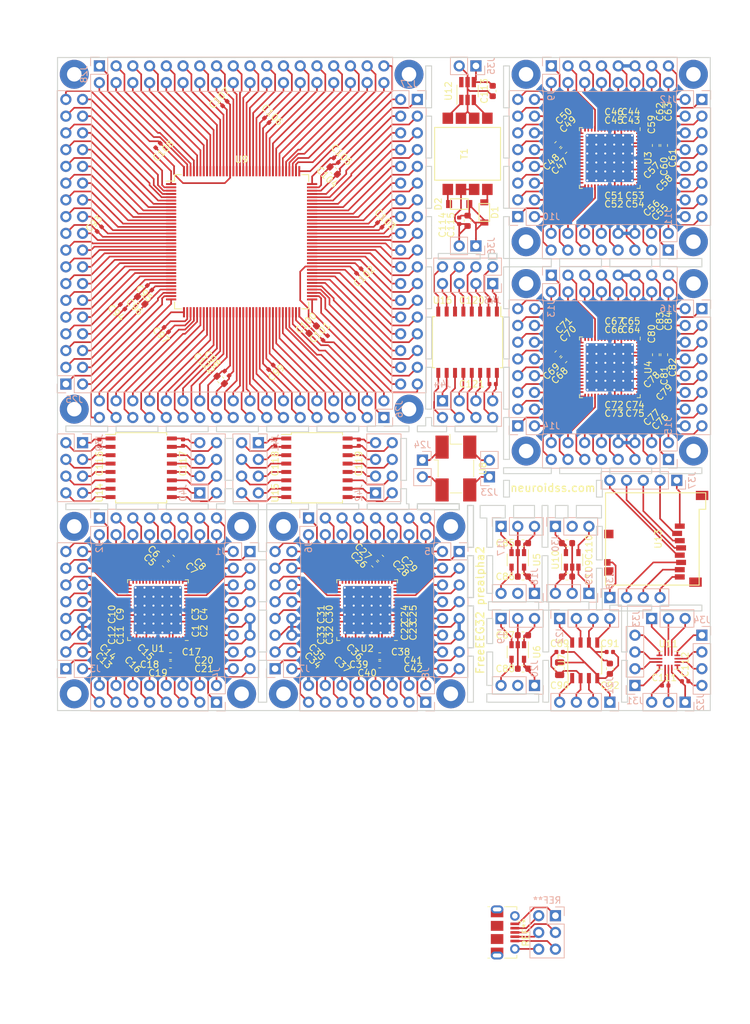
<source format=kicad_pcb>
(kicad_pcb (version 20171130) (host pcbnew 5.0.2-bee76a0~70~ubuntu16.04.1)
  (layers (0 F.Cu signal) (31 B.Cu signal) (34 B.Paste user) (35 F.Paste user) (36 B.SilkS user) (37 F.SilkS user) (38 B.Mask user) (39 F.Mask user) (44 Edge.Cuts user))
  (net 0 "")
  (net 1 /ADC1/6)
  (net 2 /ADC1/8)
  (net 3 /ADC1/23)
  (net 4 /ADC1/24)
  (net 5 /ADC1/62)
  (net 6 /ADC1/58)
  (net 7 /ADC1/52)
  (net 8 /ADC1/43)
  (net 9 /ADC1/41)
  (net 10 /ADC1/59)
  (net 11 /ADC1/51)
  (net 12 /ADC1/49)
  (net 13 /ADC2/6)
  (net 14 /ADC2/8)
  (net 15 /ADC2/23)
  (net 16 /ADC2/24)
  (net 17 /ADC2/62)
  (net 18 /ADC2/58)
  (net 19 /ADC2/52)
  (net 20 /ADC2/43)
  (net 21 /ADC2/41)
  (net 22 /ADC2/59)
  (net 23 /ADC2/51)
  (net 24 /ADC2/49)
  (net 25 /ADC3/6)
  (net 26 /ADC3/8)
  (net 27 /ADC3/23)
  (net 28 /ADC3/24)
  (net 29 /ADC3/62)
  (net 30 /ADC3/58)
  (net 31 /ADC3/52)
  (net 32 /ADC3/43)
  (net 33 /ADC3/41)
  (net 34 /ADC3/59)
  (net 35 /ADC3/51)
  (net 36 /ADC3/49)
  (net 37 /ADC4/6)
  (net 38 /ADC4/8)
  (net 39 /ADC4/23)
  (net 40 /ADC4/24)
  (net 41 /ADC4/62)
  (net 42 /ADC4/58)
  (net 43 /ADC4/52)
  (net 44 /ADC4/43)
  (net 45 /ADC4/41)
  (net 46 /ADC4/59)
  (net 47 /ADC4/51)
  (net 48 /ADC4/49)
  (net 49 /ADC1/16)
  (net 50 /ADC1/15)
  (net 51 /ADC1/14)
  (net 52 /ADC1/13)
  (net 53 /ADC1/12)
  (net 54 /ADC1/11)
  (net 55 /ADC1/10)
  (net 56 /ADC1/9)
  (net 57 /ADC1/4)
  (net 58 /ADC1/3)
  (net 59 /ADC1/2)
  (net 60 /ADC1/1)
  (net 61 /ADC1/17)
  (net 62 /ADC1/18)
  (net 63 /ADC1/19)
  (net 64 /ADC1/20)
  (net 65 /ADC1/21)
  (net 66 /ADC1/25)
  (net 67 /ADC1/26)
  (net 68 /ADC1/27)
  (net 69 /ADC1/28)
  (net 70 /ADC1/29)
  (net 71 /ADC1/30)
  (net 72 /ADC1/31)
  (net 73 /ADC1/32)
  (net 74 /ADC1/48)
  (net 75 /ADC1/47)
  (net 76 /ADC1/46)
  (net 77 /ADC1/45)
  (net 78 /ADC1/40)
  (net 79 /ADC1/39)
  (net 80 /ADC1/38)
  (net 81 /ADC1/37)
  (net 82 /ADC1/36)
  (net 83 /ADC1/35)
  (net 84 /ADC1/34)
  (net 85 /ADC1/33)
  (net 86 /ADC1/54)
  (net 87 /ADC1/55)
  (net 88 /ADC1/56)
  (net 89 /ADC1/57)
  (net 90 /ADC1/63)
  (net 91 /ADC1/64)
  (net 92 /ADC2/16)
  (net 93 /ADC2/15)
  (net 94 /ADC2/14)
  (net 95 /ADC2/13)
  (net 96 /ADC2/12)
  (net 97 /ADC2/11)
  (net 98 /ADC2/10)
  (net 99 /ADC2/9)
  (net 100 /ADC2/4)
  (net 101 /ADC2/3)
  (net 102 /ADC2/2)
  (net 103 /ADC2/1)
  (net 104 /ADC2/17)
  (net 105 /ADC2/18)
  (net 106 /ADC2/19)
  (net 107 /ADC2/20)
  (net 108 /ADC2/21)
  (net 109 /ADC2/25)
  (net 110 /ADC2/26)
  (net 111 /ADC2/27)
  (net 112 /ADC2/28)
  (net 113 /ADC2/29)
  (net 114 /ADC2/30)
  (net 115 /ADC2/31)
  (net 116 /ADC2/32)
  (net 117 /ADC2/48)
  (net 118 /ADC2/47)
  (net 119 /ADC2/46)
  (net 120 /ADC2/45)
  (net 121 /ADC2/40)
  (net 122 /ADC2/39)
  (net 123 /ADC2/38)
  (net 124 /ADC2/37)
  (net 125 /ADC2/36)
  (net 126 /ADC2/35)
  (net 127 /ADC2/34)
  (net 128 /ADC2/33)
  (net 129 /ADC2/64)
  (net 130 /ADC2/63)
  (net 131 /ADC2/57)
  (net 132 /ADC2/56)
  (net 133 /ADC2/55)
  (net 134 /ADC2/54)
  (net 135 /ADC3/1)
  (net 136 /ADC3/2)
  (net 137 /ADC3/3)
  (net 138 /ADC3/4)
  (net 139 /ADC3/9)
  (net 140 /ADC3/10)
  (net 141 /ADC3/11)
  (net 142 /ADC3/12)
  (net 143 /ADC3/13)
  (net 144 /ADC3/14)
  (net 145 /ADC3/15)
  (net 146 /ADC3/16)
  (net 147 /ADC3/32)
  (net 148 /ADC3/31)
  (net 149 /ADC3/30)
  (net 150 /ADC3/29)
  (net 151 /ADC3/28)
  (net 152 /ADC3/27)
  (net 153 /ADC3/26)
  (net 154 /ADC3/25)
  (net 155 /ADC3/21)
  (net 156 /ADC3/20)
  (net 157 /ADC3/19)
  (net 158 /ADC3/18)
  (net 159 /ADC3/17)
  (net 160 /ADC3/33)
  (net 161 /ADC3/34)
  (net 162 /ADC3/35)
  (net 163 /ADC3/36)
  (net 164 /ADC3/37)
  (net 165 /ADC3/38)
  (net 166 /ADC3/39)
  (net 167 /ADC3/40)
  (net 168 /ADC3/45)
  (net 169 /ADC3/46)
  (net 170 /ADC3/47)
  (net 171 /ADC3/48)
  (net 172 /ADC3/64)
  (net 173 /ADC3/63)
  (net 174 /ADC3/57)
  (net 175 /ADC3/56)
  (net 176 /ADC3/55)
  (net 177 /ADC3/54)
  (net 178 /ADC4/1)
  (net 179 /ADC4/2)
  (net 180 /ADC4/3)
  (net 181 /ADC4/4)
  (net 182 /ADC4/9)
  (net 183 /ADC4/10)
  (net 184 /ADC4/11)
  (net 185 /ADC4/12)
  (net 186 /ADC4/13)
  (net 187 /ADC4/14)
  (net 188 /ADC4/15)
  (net 189 /ADC4/16)
  (net 190 /ADC4/32)
  (net 191 /ADC4/31)
  (net 192 /ADC4/30)
  (net 193 /ADC4/29)
  (net 194 /ADC4/28)
  (net 195 /ADC4/27)
  (net 196 /ADC4/26)
  (net 197 /ADC4/25)
  (net 198 /ADC4/21)
  (net 199 /ADC4/20)
  (net 200 /ADC4/19)
  (net 201 /ADC4/18)
  (net 202 /ADC4/17)
  (net 203 /ADC4/33)
  (net 204 /ADC4/34)
  (net 205 /ADC4/35)
  (net 206 /ADC4/36)
  (net 207 /ADC4/37)
  (net 208 /ADC4/38)
  (net 209 /ADC4/39)
  (net 210 /ADC4/40)
  (net 211 /ADC4/45)
  (net 212 /ADC4/46)
  (net 213 /ADC4/47)
  (net 214 /ADC4/48)
  (net 215 /ADC4/54)
  (net 216 /ADC4/55)
  (net 217 /ADC4/56)
  (net 218 /ADC4/57)
  (net 219 /ADC4/63)
  (net 220 /ADC4/64)
  (net 221 /AVDD/1)
  (net 222 /AVDD/2)
  (net 223 /AVDD/5)
  (net 224 /IOVDD/2)
  (net 225 /IOVDD/1)
  (net 226 /IOVDD/5)
  (net 227 /REF/4)
  (net 228 /REF/2)
  (net 229 /REF/6)
  (net 230 /AVDD/3)
  (net 231 "Net-(J18-Pad2)")
  (net 232 /IOVDD/3)
  (net 233 "Net-(J20-Pad2)")
  (net 234 /REF/8)
  (net 235 /CRYSTAL/1)
  (net 236 /CRYSTAL/4)
  (net 237 /CRYSTAL/2)
  (net 238 /CRYSTAL/3)
  (net 239 /MCU/17)
  (net 240 /MCU/30)
  (net 241 /MCU/32)
  (net 242 /MCU/33)
  (net 243 /MCU/39)
  (net 244 /MCU/52)
  (net 245 /MCU/62)
  (net 246 /MCU/71)
  (net 247 /MCU/72)
  (net 248 /MCU/84)
  (net 249 /MCU/95)
  (net 250 /MCU/106)
  (net 251 /MCU/108)
  (net 252 /MCU/121)
  (net 253 /MCU/131)
  (net 254 /MCU/144)
  (net 255 /MCU/1)
  (net 256 /MCU/2)
  (net 257 /MCU/3)
  (net 258 /MCU/4)
  (net 259 /MCU/5)
  (net 260 /MCU/6)
  (net 261 /MCU/7)
  (net 262 /MCU/8)
  (net 263 /MCU/9)
  (net 264 /MCU/10)
  (net 265 /MCU/11)
  (net 266 /MCU/12)
  (net 267 /MCU/13)
  (net 268 /MCU/14)
  (net 269 /MCU/15)
  (net 270 /MCU/18)
  (net 271 /MCU/19)
  (net 272 /MCU/20)
  (net 273 /MCU/21)
  (net 274 /MCU/22)
  (net 275 /MCU/23)
  (net 276 /MCU/24)
  (net 277 /MCU/25)
  (net 278 /MCU/26)
  (net 279 /MCU/27)
  (net 280 /MCU/28)
  (net 281 /MCU/29)
  (net 282 /MCU/34)
  (net 283 /MCU/35)
  (net 284 /MCU/36)
  (net 285 /MCU/37)
  (net 286 /MCU/40)
  (net 287 /MCU/41)
  (net 288 /MCU/42)
  (net 289 /MCU/43)
  (net 290 /MCU/44)
  (net 291 /MCU/45)
  (net 292 /MCU/46)
  (net 293 /MCU/47)
  (net 294 /MCU/48)
  (net 295 /MCU/49)
  (net 296 /MCU/50)
  (net 297 /MCU/53)
  (net 298 /MCU/54)
  (net 299 /MCU/55)
  (net 300 /MCU/56)
  (net 301 /MCU/57)
  (net 302 /MCU/58)
  (net 303 /MCU/59)
  (net 304 /MCU/60)
  (net 305 /MCU/63)
  (net 306 /MCU/64)
  (net 307 /MCU/65)
  (net 308 /MCU/66)
  (net 309 /MCU/67)
  (net 310 /MCU/68)
  (net 311 /MCU/69)
  (net 312 /MCU/70)
  (net 313 /MCU/73)
  (net 314 /MCU/74)
  (net 315 /MCU/75)
  (net 316 /MCU/76)
  (net 317 /MCU/77)
  (net 318 /MCU/78)
  (net 319 /MCU/79)
  (net 320 /MCU/80)
  (net 321 /MCU/81)
  (net 322 /MCU/82)
  (net 323 /MCU/85)
  (net 324 /MCU/86)
  (net 325 /MCU/87)
  (net 326 /MCU/88)
  (net 327 /MCU/89)
  (net 328 /MCU/90)
  (net 329 /MCU/91)
  (net 330 /MCU/92)
  (net 331 /MCU/93)
  (net 332 /MCU/96)
  (net 333 /MCU/97)
  (net 334 /MCU/98)
  (net 335 /MCU/99)
  (net 336 /MCU/100)
  (net 337 /MCU/101)
  (net 338 /MCU/102)
  (net 339 /MCU/103)
  (net 340 /MCU/104)
  (net 341 /MCU/105)
  (net 342 /MCU/109)
  (net 343 /MCU/110)
  (net 344 /MCU/111)
  (net 345 /MCU/112)
  (net 346 /MCU/113)
  (net 347 /MCU/114)
  (net 348 /MCU/115)
  (net 349 /MCU/116)
  (net 350 /MCU/117)
  (net 351 /MCU/118)
  (net 352 /MCU/119)
  (net 353 /MCU/122)
  (net 354 /MCU/123)
  (net 355 /MCU/124)
  (net 356 /MCU/125)
  (net 357 /MCU/126)
  (net 358 /MCU/127)
  (net 359 /MCU/128)
  (net 360 /MCU/129)
  (net 361 /MCU/132)
  (net 362 /MCU/133)
  (net 363 /MCU/134)
  (net 364 /MCU/135)
  (net 365 /MCU/136)
  (net 366 /MCU/137)
  (net 367 /MCU/138)
  (net 368 /MCU/139)
  (net 369 /MCU/140)
  (net 370 /MCU/141)
  (net 371 /MCU/142)
  (net 372 /MCU/143)
  (net 373 /VDD/1)
  (net 374 /VDD/2)
  (net 375 /VDD/5)
  (net 376 /VDD/3)
  (net 377 "Net-(J30-Pad2)")
  (net 378 DGND)
  (net 379 AVSS)
  (net 380 /VDD/4)
  (net 381 /IOVDD/4)
  (net 382 /REF/3)
  (net 383 /REF/1)
  (net 384 /REF/7)
  (net 385 /REF/5)
  (net 386 /AVDD/4)
  (net 387 VSS)
  (net 388 /ACCEL&GYRO/6)
  (net 389 /ACCEL&GYRO/5)
  (net 390 /ACCEL&GYRO/8)
  (net 391 /ACCEL&GYRO/7)
  (net 392 /POWER/1)
  (net 393 /POWER/2)
  (net 394 /POWER/3)
  (net 395 /POWER/4)
  (net 396 "Net-(D1-Pad2)")
  (net 397 "Net-(D2-Pad2)")
  (net 398 /ACCEL&GYRO/1)
  (net 399 /ACCEL&GYRO/2)
  (net 400 /ACCEL&GYRO/3)
  (net 401 /ACCEL&GYRO/4)
  (net 402 /ACCEL&GYRO/10)
  (net 403 /ACCEL&GYRO/9)
  (net 404 /ACCEL&GYRO/11)
  (net 405 /ACCEL&GYRO/12)
  (net 406 /ACCEL&GYRO/13)
  (net 407 /ACCEL&GYRO/14)
  (net 408 "Net-(T1-Pad1)")
  (net 409 "Net-(T1-Pad4)")
  (net 410 "Net-(U12-Pad6)")
  (net 411 /SD/1)
  (net 412 /SD/2)
  (net 413 /SD/3)
  (net 414 /SD/4)
  (net 415 /SD/5)
  (net 416 /SD/6)
  (net 417 /SD/7)
  (net 418 /SD/8)
  (net 419 /SD/9)
  (net 420 /ISO1/2)
  (net 421 /ISO1/1)
  (net 422 /ISO1/16)
  (net 423 /ISO1/15)
  (net 424 /ISO2/2)
  (net 425 /ISO2/1)
  (net 426 /ISO2/16)
  (net 427 /ISO2/15)
  (net 428 /ISO3/2)
  (net 429 /ISO3/1)
  (net 430 /ISO3/16)
  (net 431 /ISO3/15)
  (net 432 /ISO1/8)
  (net 433 /ISO1/7)
  (net 434 /ISO1/6)
  (net 435 /ISO1/5)
  (net 436 /ISO1/4)
  (net 437 /ISO1/3)
  (net 438 /ISO1/9)
  (net 439 /ISO1/10)
  (net 440 /ISO1/11)
  (net 441 /ISO1/12)
  (net 442 /ISO1/13)
  (net 443 /ISO1/14)
  (net 444 /ISO2/8)
  (net 445 /ISO2/7)
  (net 446 /ISO2/6)
  (net 447 /ISO2/5)
  (net 448 /ISO2/4)
  (net 449 /ISO2/3)
  (net 450 /ISO2/9)
  (net 451 /ISO2/10)
  (net 452 /ISO2/11)
  (net 453 /ISO2/12)
  (net 454 /ISO2/13)
  (net 455 /ISO2/14)
  (net 456 /ISO3/3)
  (net 457 /ISO3/4)
  (net 458 /ISO3/5)
  (net 459 /ISO3/6)
  (net 460 /ISO3/7)
  (net 461 /ISO3/8)
  (net 462 /ISO3/14)
  (net 463 /ISO3/13)
  (net 464 /ISO3/12)
  (net 465 /ISO3/11)
  (net 466 /ISO3/10)
  (net 467 /ISO3/9)
  (module QFN64:QFN-64-1EP_9x9mm_P0.5mm_EP7.3x7.3mm_ThermalVias (layer F.Cu) (at 34.273493 -34.29 270)
    (fp_text reference U3 (at 0 -5.82 270) (layer F.SilkS))
    (fp_text value AD7779)
    (pad 64 smd roundrect (at -3.75 -4.4375 270) (size 0.25 0.875) (layers F.Cu F.Paste F.Mask) (net 172 /ADC3/64))
    (pad 63 smd roundrect (at -3.25 -4.4375 270) (size 0.25 0.875) (layers F.Cu F.Paste F.Mask) (net 173 /ADC3/63))
    (pad 62 smd roundrect (at -2.75 -4.4375 270) (size 0.25 0.875) (layers F.Cu F.Paste F.Mask) (net 29 /ADC3/62))
    (pad 61 smd roundrect (at -2.25 -4.4375 270) (size 0.25 0.875) (layers F.Cu F.Paste F.Mask) (net 379 AVSS))
    (pad 60 smd roundrect (at -1.75 -4.4375 270) (size 0.25 0.875) (layers F.Cu F.Paste F.Mask) (net 379 AVSS))
    (pad 59 smd roundrect (at -1.25 -4.4375 270) (size 0.25 0.875) (layers F.Cu F.Paste F.Mask) (net 34 /ADC3/59))
    (pad 58 smd roundrect (at -0.75 -4.4375 270) (size 0.25 0.875) (layers F.Cu F.Paste F.Mask) (net 30 /ADC3/58))
    (pad 57 smd roundrect (at -0.25 -4.4375 270) (size 0.25 0.875) (layers F.Cu F.Paste F.Mask) (net 174 /ADC3/57))
    (pad 56 smd roundrect (at 0.25 -4.4375 270) (size 0.25 0.875) (layers F.Cu F.Paste F.Mask) (net 175 /ADC3/56))
    (pad 55 smd roundrect (at 0.75 -4.4375 270) (size 0.25 0.875) (layers F.Cu F.Paste F.Mask) (net 176 /ADC3/55))
    (pad 54 smd roundrect (at 1.25 -4.4375 270) (size 0.25 0.875) (layers F.Cu F.Paste F.Mask) (net 177 /ADC3/54))
    (pad 53 smd roundrect (at 1.75 -4.4375 270) (size 0.25 0.875) (layers F.Cu F.Paste F.Mask) (net 379 AVSS))
    (pad 52 smd roundrect (at 2.25 -4.4375 270) (size 0.25 0.875) (layers F.Cu F.Paste F.Mask) (net 31 /ADC3/52))
    (pad 51 smd roundrect (at 2.75 -4.4375 270) (size 0.25 0.875) (layers F.Cu F.Paste F.Mask) (net 35 /ADC3/51))
    (pad 50 smd roundrect (at 3.25 -4.4375 270) (size 0.25 0.875) (layers F.Cu F.Paste F.Mask) (net 379 AVSS))
    (pad 49 smd roundrect (at 3.75 -4.4375 270) (size 0.25 0.875) (layers F.Cu F.Paste F.Mask) (net 36 /ADC3/49))
    (pad 48 smd roundrect (at 4.4375 -3.75 270) (size 0.875 0.25) (layers F.Cu F.Paste F.Mask) (net 171 /ADC3/48))
    (pad 47 smd roundrect (at 4.4375 -3.25 270) (size 0.875 0.25) (layers F.Cu F.Paste F.Mask) (net 170 /ADC3/47))
    (pad 46 smd roundrect (at 4.4375 -2.75 270) (size 0.875 0.25) (layers F.Cu F.Paste F.Mask) (net 169 /ADC3/46))
    (pad 45 smd roundrect (at 4.4375 -2.25 270) (size 0.875 0.25) (layers F.Cu F.Paste F.Mask) (net 168 /ADC3/45))
    (pad 44 smd roundrect (at 4.4375 -1.75 270) (size 0.875 0.25) (layers F.Cu F.Paste F.Mask) (net 379 AVSS))
    (pad 43 smd roundrect (at 4.4375 -1.25 270) (size 0.875 0.25) (layers F.Cu F.Paste F.Mask) (net 32 /ADC3/43))
    (pad 42 smd roundrect (at 4.4375 -0.75 270) (size 0.875 0.25) (layers F.Cu F.Paste F.Mask) (net 379 AVSS))
    (pad 41 smd roundrect (at 4.4375 -0.25 270) (size 0.875 0.25) (layers F.Cu F.Paste F.Mask) (net 33 /ADC3/41))
    (pad 40 smd roundrect (at 4.4375 0.25 270) (size 0.875 0.25) (layers F.Cu F.Paste F.Mask) (net 167 /ADC3/40))
    (pad 39 smd roundrect (at 4.4375 0.75 270) (size 0.875 0.25) (layers F.Cu F.Paste F.Mask) (net 166 /ADC3/39))
    (pad 38 smd roundrect (at 4.4375 1.25 270) (size 0.875 0.25) (layers F.Cu F.Paste F.Mask) (net 165 /ADC3/38))
    (pad 37 smd roundrect (at 4.4375 1.75 270) (size 0.875 0.25) (layers F.Cu F.Paste F.Mask) (net 164 /ADC3/37))
    (pad 36 smd roundrect (at 4.4375 2.25 270) (size 0.875 0.25) (layers F.Cu F.Paste F.Mask) (net 163 /ADC3/36))
    (pad 35 smd roundrect (at 4.4375 2.75 270) (size 0.875 0.25) (layers F.Cu F.Paste F.Mask) (net 162 /ADC3/35))
    (pad 34 smd roundrect (at 4.4375 3.25 270) (size 0.875 0.25) (layers F.Cu F.Paste F.Mask) (net 161 /ADC3/34))
    (pad 33 smd roundrect (at 4.4375 3.75 270) (size 0.875 0.25) (layers F.Cu F.Paste F.Mask) (net 160 /ADC3/33))
    (pad 32 smd roundrect (at 3.75 4.4375 270) (size 0.25 0.875) (layers F.Cu F.Paste F.Mask) (net 147 /ADC3/32))
    (pad 31 smd roundrect (at 3.25 4.4375 270) (size 0.25 0.875) (layers F.Cu F.Paste F.Mask) (net 148 /ADC3/31))
    (pad 30 smd roundrect (at 2.75 4.4375 270) (size 0.25 0.875) (layers F.Cu F.Paste F.Mask) (net 149 /ADC3/30))
    (pad 29 smd roundrect (at 2.25 4.4375 270) (size 0.25 0.875) (layers F.Cu F.Paste F.Mask) (net 150 /ADC3/29))
    (pad 28 smd roundrect (at 1.75 4.4375 270) (size 0.25 0.875) (layers F.Cu F.Paste F.Mask) (net 151 /ADC3/28))
    (pad 27 smd roundrect (at 1.25 4.4375 270) (size 0.25 0.875) (layers F.Cu F.Paste F.Mask) (net 152 /ADC3/27))
    (pad 26 smd roundrect (at 0.75 4.4375 270) (size 0.25 0.875) (layers F.Cu F.Paste F.Mask) (net 153 /ADC3/26))
    (pad 25 smd roundrect (at 0.25 4.4375 270) (size 0.25 0.875) (layers F.Cu F.Paste F.Mask) (net 154 /ADC3/25))
    (pad 24 smd roundrect (at -0.25 4.4375 270) (size 0.25 0.875) (layers F.Cu F.Paste F.Mask) (net 28 /ADC3/24))
    (pad 23 smd roundrect (at -0.75 4.4375 270) (size 0.25 0.875) (layers F.Cu F.Paste F.Mask) (net 27 /ADC3/23))
    (pad 22 smd roundrect (at -1.25 4.4375 270) (size 0.25 0.875) (layers F.Cu F.Paste F.Mask) (net 378 DGND))
    (pad 21 smd roundrect (at -1.75 4.4375 270) (size 0.25 0.875) (layers F.Cu F.Paste F.Mask) (net 155 /ADC3/21))
    (pad 20 smd roundrect (at -2.25 4.4375 270) (size 0.25 0.875) (layers F.Cu F.Paste F.Mask) (net 156 /ADC3/20))
    (pad 19 smd roundrect (at -2.75 4.4375 270) (size 0.25 0.875) (layers F.Cu F.Paste F.Mask) (net 157 /ADC3/19))
    (pad 18 smd roundrect (at -3.25 4.4375 270) (size 0.25 0.875) (layers F.Cu F.Paste F.Mask) (net 158 /ADC3/18))
    (pad 17 smd roundrect (at -3.75 4.4375 270) (size 0.25 0.875) (layers F.Cu F.Paste F.Mask) (net 159 /ADC3/17))
    (pad 16 smd roundrect (at -4.4375 3.75 270) (size 0.875 0.25) (layers F.Cu F.Paste F.Mask) (net 146 /ADC3/16))
    (pad 15 smd roundrect (at -4.4375 3.25 270) (size 0.875 0.25) (layers F.Cu F.Paste F.Mask) (net 145 /ADC3/15))
    (pad 14 smd roundrect (at -4.4375 2.75 270) (size 0.875 0.25) (layers F.Cu F.Paste F.Mask) (net 144 /ADC3/14))
    (pad 13 smd roundrect (at -4.4375 2.25 270) (size 0.875 0.25) (layers F.Cu F.Paste F.Mask) (net 143 /ADC3/13))
    (pad 12 smd roundrect (at -4.4375 1.75 270) (size 0.875 0.25) (layers F.Cu F.Paste F.Mask) (net 142 /ADC3/12))
    (pad 11 smd roundrect (at -4.4375 1.25 270) (size 0.875 0.25) (layers F.Cu F.Paste F.Mask) (net 141 /ADC3/11))
    (pad 10 smd roundrect (at -4.4375 0.75 270) (size 0.875 0.25) (layers F.Cu F.Paste F.Mask) (net 140 /ADC3/10))
    (pad 9 smd roundrect (at -4.4375 0.25 270) (size 0.875 0.25) (layers F.Cu F.Paste F.Mask) (net 139 /ADC3/9))
    (pad 8 smd roundrect (at -4.4375 -0.25 270) (size 0.875 0.25) (layers F.Cu F.Paste F.Mask) (net 26 /ADC3/8))
    (pad 7 smd roundrect (at -4.4375 -0.75 270) (size 0.875 0.25) (layers F.Cu F.Paste F.Mask) (net 379 AVSS))
    (pad 6 smd roundrect (at -4.4375 -1.25 270) (size 0.875 0.25) (layers F.Cu F.Paste F.Mask) (net 25 /ADC3/6))
    (pad 5 smd roundrect (at -4.4375 -1.75 270) (size 0.875 0.25) (layers F.Cu F.Paste F.Mask) (net 379 AVSS))
    (pad 4 smd roundrect (at -4.4375 -2.25 270) (size 0.875 0.25) (layers F.Cu F.Paste F.Mask) (net 138 /ADC3/4))
    (pad 3 smd roundrect (at -4.4375 -2.75 270) (size 0.875 0.25) (layers F.Cu F.Paste F.Mask) (net 137 /ADC3/3))
    (pad 2 smd roundrect (at -4.4375 -3.25 270) (size 0.875 0.25) (layers F.Cu F.Paste F.Mask) (net 136 /ADC3/2))
    (pad 1 smd roundrect (at -4.4375 -3.75 270) (size 0.875 0.25) (layers F.Cu F.Paste F.Mask) (net 135 /ADC3/1))
    (pad 65 smd roundrect (at 0 0 270) (size 7.3 7.3) (layers B.Cu) (roundrect_rratio 0.034247) (net 379 AVSS))
    (pad 65 thru_hole circle (at 3.4 3.4 270) (size 0.5 0.5) (drill 0.31) (layers *.Cu) (net 379 AVSS))
    (pad 65 thru_hole circle (at 2.04 3.4 270) (size 0.5 0.5) (drill 0.31) (layers *.Cu) (net 379 AVSS))
    (pad 65 thru_hole circle (at 0.68 3.4 270) (size 0.5 0.5) (drill 0.31) (layers *.Cu) (net 379 AVSS))
    (pad 65 thru_hole circle (at -0.68 3.4 270) (size 0.5 0.5) (drill 0.31) (layers *.Cu) (net 379 AVSS))
    (pad 65 thru_hole circle (at -2.04 3.4 270) (size 0.5 0.5) (drill 0.31) (layers *.Cu) (net 379 AVSS))
    (pad 65 thru_hole circle (at -3.4 3.4 270) (size 0.5 0.5) (drill 0.31) (layers *.Cu) (net 379 AVSS))
    (pad 65 thru_hole circle (at 3.4 2.04 270) (size 0.5 0.5) (drill 0.31) (layers *.Cu) (net 379 AVSS))
    (pad 65 thru_hole circle (at 2.04 2.04 270) (size 0.5 0.5) (drill 0.31) (layers *.Cu) (net 379 AVSS))
    (pad 65 thru_hole circle (at 0.68 2.04 270) (size 0.5 0.5) (drill 0.31) (layers *.Cu) (net 379 AVSS))
    (pad 65 thru_hole circle (at -0.68 2.04 270) (size 0.5 0.5) (drill 0.31) (layers *.Cu) (net 379 AVSS))
    (pad 65 thru_hole circle (at -2.04 2.04 270) (size 0.5 0.5) (drill 0.31) (layers *.Cu) (net 379 AVSS))
    (pad 65 thru_hole circle (at -3.4 2.04 270) (size 0.5 0.5) (drill 0.31) (layers *.Cu) (net 379 AVSS))
    (pad 65 thru_hole circle (at 3.4 0.68 270) (size 0.5 0.5) (drill 0.31) (layers *.Cu) (net 379 AVSS))
    (pad 65 thru_hole circle (at 2.04 0.68 270) (size 0.5 0.5) (drill 0.31) (layers *.Cu) (net 379 AVSS))
    (pad 65 thru_hole circle (at 0.68 0.68 270) (size 0.5 0.5) (drill 0.31) (layers *.Cu) (net 379 AVSS))
    (pad 65 thru_hole circle (at -0.68 0.68 270) (size 0.5 0.5) (drill 0.31) (layers *.Cu) (net 379 AVSS))
    (pad 65 thru_hole circle (at -2.04 0.68 270) (size 0.5 0.5) (drill 0.31) (layers *.Cu) (net 379 AVSS))
    (pad 65 thru_hole circle (at -3.4 0.68 270) (size 0.5 0.5) (drill 0.31) (layers *.Cu) (net 379 AVSS))
    (pad 65 thru_hole circle (at 3.4 -0.68 270) (size 0.5 0.5) (drill 0.31) (layers *.Cu) (net 379 AVSS))
    (pad 65 thru_hole circle (at 2.04 -0.68 270) (size 0.5 0.5) (drill 0.31) (layers *.Cu) (net 379 AVSS))
    (pad 65 thru_hole circle (at 0.68 -0.68 270) (size 0.5 0.5) (drill 0.31) (layers *.Cu) (net 379 AVSS))
    (pad 65 thru_hole circle (at -0.68 -0.68 270) (size 0.5 0.5) (drill 0.31) (layers *.Cu) (net 379 AVSS))
    (pad 65 thru_hole circle (at -2.04 -0.68 270) (size 0.5 0.5) (drill 0.31) (layers *.Cu) (net 379 AVSS))
    (pad 65 thru_hole circle (at -3.4 -0.68 270) (size 0.5 0.5) (drill 0.31) (layers *.Cu) (net 379 AVSS))
    (pad 65 thru_hole circle (at 3.4 -2.04 270) (size 0.5 0.5) (drill 0.31) (layers *.Cu) (net 379 AVSS))
    (pad 65 thru_hole circle (at 2.04 -2.04 270) (size 0.5 0.5) (drill 0.31) (layers *.Cu) (net 379 AVSS))
    (pad 65 thru_hole circle (at 0.68 -2.04 270) (size 0.5 0.5) (drill 0.31) (layers *.Cu) (net 379 AVSS))
    (pad 65 thru_hole circle (at -0.68 -2.04 270) (size 0.5 0.5) (drill 0.31) (layers *.Cu) (net 379 AVSS))
    (pad 65 thru_hole circle (at -2.04 -2.04 270) (size 0.5 0.5) (drill 0.31) (layers *.Cu) (net 379 AVSS))
    (pad 65 thru_hole circle (at -3.4 -2.04 270) (size 0.5 0.5) (drill 0.31) (layers *.Cu) (net 379 AVSS))
    (pad 65 thru_hole circle (at 3.4 -3.4 270) (size 0.5 0.5) (drill 0.31) (layers *.Cu) (net 379 AVSS))
    (pad 65 thru_hole circle (at 2.04 -3.4 270) (size 0.5 0.5) (drill 0.31) (layers *.Cu) (net 379 AVSS))
    (pad 65 thru_hole circle (at 0.68 -3.4 270) (size 0.5 0.5) (drill 0.31) (layers *.Cu) (net 379 AVSS))
    (pad 65 thru_hole circle (at -0.68 -3.4 270) (size 0.5 0.5) (drill 0.31) (layers *.Cu) (net 379 AVSS))
    (pad 65 thru_hole circle (at -2.04 -3.4 270) (size 0.5 0.5) (drill 0.31) (layers *.Cu) (net 379 AVSS))
    (pad 65 thru_hole circle (at -3.4 -3.4 270) (size 0.5 0.5) (drill 0.31) (layers *.Cu) (net 379 AVSS))
    (pad 65 smd roundrect (at 0 0 270) (size 7.3 7.3) (layers F.Cu F.Mask) (roundrect_rratio 0.034247) (net 379 AVSS))
  )
  (module QFN64:QFN-64-1EP_9x9mm_P0.5mm_EP7.3x7.3mm_ThermalVias (layer F.Cu) (at -2.54 34.29 180)
    (fp_text reference U2 (at 0 -5.82 180) (layer F.SilkS))
    (fp_text value AD7779)
    (pad 64 smd roundrect (at -3.75 -4.4375 180) (size 0.25 0.875) (layers F.Cu F.Paste F.Mask) (net 129 /ADC2/64))
    (pad 63 smd roundrect (at -3.25 -4.4375 180) (size 0.25 0.875) (layers F.Cu F.Paste F.Mask) (net 130 /ADC2/63))
    (pad 62 smd roundrect (at -2.75 -4.4375 180) (size 0.25 0.875) (layers F.Cu F.Paste F.Mask) (net 17 /ADC2/62))
    (pad 61 smd roundrect (at -2.25 -4.4375 180) (size 0.25 0.875) (layers F.Cu F.Paste F.Mask) (net 379 AVSS))
    (pad 60 smd roundrect (at -1.75 -4.4375 180) (size 0.25 0.875) (layers F.Cu F.Paste F.Mask) (net 379 AVSS))
    (pad 59 smd roundrect (at -1.25 -4.4375 180) (size 0.25 0.875) (layers F.Cu F.Paste F.Mask) (net 22 /ADC2/59))
    (pad 58 smd roundrect (at -0.75 -4.4375 180) (size 0.25 0.875) (layers F.Cu F.Paste F.Mask) (net 18 /ADC2/58))
    (pad 57 smd roundrect (at -0.25 -4.4375 180) (size 0.25 0.875) (layers F.Cu F.Paste F.Mask) (net 131 /ADC2/57))
    (pad 56 smd roundrect (at 0.25 -4.4375 180) (size 0.25 0.875) (layers F.Cu F.Paste F.Mask) (net 132 /ADC2/56))
    (pad 55 smd roundrect (at 0.75 -4.4375 180) (size 0.25 0.875) (layers F.Cu F.Paste F.Mask) (net 133 /ADC2/55))
    (pad 54 smd roundrect (at 1.25 -4.4375 180) (size 0.25 0.875) (layers F.Cu F.Paste F.Mask) (net 134 /ADC2/54))
    (pad 53 smd roundrect (at 1.75 -4.4375 180) (size 0.25 0.875) (layers F.Cu F.Paste F.Mask) (net 379 AVSS))
    (pad 52 smd roundrect (at 2.25 -4.4375 180) (size 0.25 0.875) (layers F.Cu F.Paste F.Mask) (net 19 /ADC2/52))
    (pad 51 smd roundrect (at 2.75 -4.4375 180) (size 0.25 0.875) (layers F.Cu F.Paste F.Mask) (net 23 /ADC2/51))
    (pad 50 smd roundrect (at 3.25 -4.4375 180) (size 0.25 0.875) (layers F.Cu F.Paste F.Mask) (net 379 AVSS))
    (pad 49 smd roundrect (at 3.75 -4.4375 180) (size 0.25 0.875) (layers F.Cu F.Paste F.Mask) (net 24 /ADC2/49))
    (pad 48 smd roundrect (at 4.4375 -3.75 180) (size 0.875 0.25) (layers F.Cu F.Paste F.Mask) (net 117 /ADC2/48))
    (pad 47 smd roundrect (at 4.4375 -3.25 180) (size 0.875 0.25) (layers F.Cu F.Paste F.Mask) (net 118 /ADC2/47))
    (pad 46 smd roundrect (at 4.4375 -2.75 180) (size 0.875 0.25) (layers F.Cu F.Paste F.Mask) (net 119 /ADC2/46))
    (pad 45 smd roundrect (at 4.4375 -2.25 180) (size 0.875 0.25) (layers F.Cu F.Paste F.Mask) (net 120 /ADC2/45))
    (pad 44 smd roundrect (at 4.4375 -1.75 180) (size 0.875 0.25) (layers F.Cu F.Paste F.Mask) (net 379 AVSS))
    (pad 43 smd roundrect (at 4.4375 -1.25 180) (size 0.875 0.25) (layers F.Cu F.Paste F.Mask) (net 20 /ADC2/43))
    (pad 42 smd roundrect (at 4.4375 -0.75 180) (size 0.875 0.25) (layers F.Cu F.Paste F.Mask) (net 379 AVSS))
    (pad 41 smd roundrect (at 4.4375 -0.25 180) (size 0.875 0.25) (layers F.Cu F.Paste F.Mask) (net 21 /ADC2/41))
    (pad 40 smd roundrect (at 4.4375 0.25 180) (size 0.875 0.25) (layers F.Cu F.Paste F.Mask) (net 121 /ADC2/40))
    (pad 39 smd roundrect (at 4.4375 0.75 180) (size 0.875 0.25) (layers F.Cu F.Paste F.Mask) (net 122 /ADC2/39))
    (pad 38 smd roundrect (at 4.4375 1.25 180) (size 0.875 0.25) (layers F.Cu F.Paste F.Mask) (net 123 /ADC2/38))
    (pad 37 smd roundrect (at 4.4375 1.75 180) (size 0.875 0.25) (layers F.Cu F.Paste F.Mask) (net 124 /ADC2/37))
    (pad 36 smd roundrect (at 4.4375 2.25 180) (size 0.875 0.25) (layers F.Cu F.Paste F.Mask) (net 125 /ADC2/36))
    (pad 35 smd roundrect (at 4.4375 2.75 180) (size 0.875 0.25) (layers F.Cu F.Paste F.Mask) (net 126 /ADC2/35))
    (pad 34 smd roundrect (at 4.4375 3.25 180) (size 0.875 0.25) (layers F.Cu F.Paste F.Mask) (net 127 /ADC2/34))
    (pad 33 smd roundrect (at 4.4375 3.75 180) (size 0.875 0.25) (layers F.Cu F.Paste F.Mask) (net 128 /ADC2/33))
    (pad 32 smd roundrect (at 3.75 4.4375 180) (size 0.25 0.875) (layers F.Cu F.Paste F.Mask) (net 116 /ADC2/32))
    (pad 31 smd roundrect (at 3.25 4.4375 180) (size 0.25 0.875) (layers F.Cu F.Paste F.Mask) (net 115 /ADC2/31))
    (pad 30 smd roundrect (at 2.75 4.4375 180) (size 0.25 0.875) (layers F.Cu F.Paste F.Mask) (net 114 /ADC2/30))
    (pad 29 smd roundrect (at 2.25 4.4375 180) (size 0.25 0.875) (layers F.Cu F.Paste F.Mask) (net 113 /ADC2/29))
    (pad 28 smd roundrect (at 1.75 4.4375 180) (size 0.25 0.875) (layers F.Cu F.Paste F.Mask) (net 112 /ADC2/28))
    (pad 27 smd roundrect (at 1.25 4.4375 180) (size 0.25 0.875) (layers F.Cu F.Paste F.Mask) (net 111 /ADC2/27))
    (pad 26 smd roundrect (at 0.75 4.4375 180) (size 0.25 0.875) (layers F.Cu F.Paste F.Mask) (net 110 /ADC2/26))
    (pad 25 smd roundrect (at 0.25 4.4375 180) (size 0.25 0.875) (layers F.Cu F.Paste F.Mask) (net 109 /ADC2/25))
    (pad 24 smd roundrect (at -0.25 4.4375 180) (size 0.25 0.875) (layers F.Cu F.Paste F.Mask) (net 16 /ADC2/24))
    (pad 23 smd roundrect (at -0.75 4.4375 180) (size 0.25 0.875) (layers F.Cu F.Paste F.Mask) (net 15 /ADC2/23))
    (pad 22 smd roundrect (at -1.25 4.4375 180) (size 0.25 0.875) (layers F.Cu F.Paste F.Mask) (net 378 DGND))
    (pad 21 smd roundrect (at -1.75 4.4375 180) (size 0.25 0.875) (layers F.Cu F.Paste F.Mask) (net 108 /ADC2/21))
    (pad 20 smd roundrect (at -2.25 4.4375 180) (size 0.25 0.875) (layers F.Cu F.Paste F.Mask) (net 107 /ADC2/20))
    (pad 19 smd roundrect (at -2.75 4.4375 180) (size 0.25 0.875) (layers F.Cu F.Paste F.Mask) (net 106 /ADC2/19))
    (pad 18 smd roundrect (at -3.25 4.4375 180) (size 0.25 0.875) (layers F.Cu F.Paste F.Mask) (net 105 /ADC2/18))
    (pad 17 smd roundrect (at -3.75 4.4375 180) (size 0.25 0.875) (layers F.Cu F.Paste F.Mask) (net 104 /ADC2/17))
    (pad 16 smd roundrect (at -4.4375 3.75 180) (size 0.875 0.25) (layers F.Cu F.Paste F.Mask) (net 92 /ADC2/16))
    (pad 15 smd roundrect (at -4.4375 3.25 180) (size 0.875 0.25) (layers F.Cu F.Paste F.Mask) (net 93 /ADC2/15))
    (pad 14 smd roundrect (at -4.4375 2.75 180) (size 0.875 0.25) (layers F.Cu F.Paste F.Mask) (net 94 /ADC2/14))
    (pad 13 smd roundrect (at -4.4375 2.25 180) (size 0.875 0.25) (layers F.Cu F.Paste F.Mask) (net 95 /ADC2/13))
    (pad 12 smd roundrect (at -4.4375 1.75 180) (size 0.875 0.25) (layers F.Cu F.Paste F.Mask) (net 96 /ADC2/12))
    (pad 11 smd roundrect (at -4.4375 1.25 180) (size 0.875 0.25) (layers F.Cu F.Paste F.Mask) (net 97 /ADC2/11))
    (pad 10 smd roundrect (at -4.4375 0.75 180) (size 0.875 0.25) (layers F.Cu F.Paste F.Mask) (net 98 /ADC2/10))
    (pad 9 smd roundrect (at -4.4375 0.25 180) (size 0.875 0.25) (layers F.Cu F.Paste F.Mask) (net 99 /ADC2/9))
    (pad 8 smd roundrect (at -4.4375 -0.25 180) (size 0.875 0.25) (layers F.Cu F.Paste F.Mask) (net 14 /ADC2/8))
    (pad 7 smd roundrect (at -4.4375 -0.75 180) (size 0.875 0.25) (layers F.Cu F.Paste F.Mask) (net 379 AVSS))
    (pad 6 smd roundrect (at -4.4375 -1.25 180) (size 0.875 0.25) (layers F.Cu F.Paste F.Mask) (net 13 /ADC2/6))
    (pad 5 smd roundrect (at -4.4375 -1.75 180) (size 0.875 0.25) (layers F.Cu F.Paste F.Mask) (net 379 AVSS))
    (pad 4 smd roundrect (at -4.4375 -2.25 180) (size 0.875 0.25) (layers F.Cu F.Paste F.Mask) (net 100 /ADC2/4))
    (pad 3 smd roundrect (at -4.4375 -2.75 180) (size 0.875 0.25) (layers F.Cu F.Paste F.Mask) (net 101 /ADC2/3))
    (pad 2 smd roundrect (at -4.4375 -3.25 180) (size 0.875 0.25) (layers F.Cu F.Paste F.Mask) (net 102 /ADC2/2))
    (pad 1 smd roundrect (at -4.4375 -3.75 180) (size 0.875 0.25) (layers F.Cu F.Paste F.Mask) (net 103 /ADC2/1))
    (pad 65 smd roundrect (at 0 0 180) (size 7.3 7.3) (layers B.Cu) (roundrect_rratio 0.034247) (net 379 AVSS))
    (pad 65 thru_hole circle (at 3.4 3.4 180) (size 0.5 0.5) (drill 0.31) (layers *.Cu) (net 379 AVSS))
    (pad 65 thru_hole circle (at 2.04 3.4 180) (size 0.5 0.5) (drill 0.31) (layers *.Cu) (net 379 AVSS))
    (pad 65 thru_hole circle (at 0.68 3.4 180) (size 0.5 0.5) (drill 0.31) (layers *.Cu) (net 379 AVSS))
    (pad 65 thru_hole circle (at -0.68 3.4 180) (size 0.5 0.5) (drill 0.31) (layers *.Cu) (net 379 AVSS))
    (pad 65 thru_hole circle (at -2.04 3.4 180) (size 0.5 0.5) (drill 0.31) (layers *.Cu) (net 379 AVSS))
    (pad 65 thru_hole circle (at -3.4 3.4 180) (size 0.5 0.5) (drill 0.31) (layers *.Cu) (net 379 AVSS))
    (pad 65 thru_hole circle (at 3.4 2.04 180) (size 0.5 0.5) (drill 0.31) (layers *.Cu) (net 379 AVSS))
    (pad 65 thru_hole circle (at 2.04 2.04 180) (size 0.5 0.5) (drill 0.31) (layers *.Cu) (net 379 AVSS))
    (pad 65 thru_hole circle (at 0.68 2.04 180) (size 0.5 0.5) (drill 0.31) (layers *.Cu) (net 379 AVSS))
    (pad 65 thru_hole circle (at -0.68 2.04 180) (size 0.5 0.5) (drill 0.31) (layers *.Cu) (net 379 AVSS))
    (pad 65 thru_hole circle (at -2.04 2.04 180) (size 0.5 0.5) (drill 0.31) (layers *.Cu) (net 379 AVSS))
    (pad 65 thru_hole circle (at -3.4 2.04 180) (size 0.5 0.5) (drill 0.31) (layers *.Cu) (net 379 AVSS))
    (pad 65 thru_hole circle (at 3.4 0.68 180) (size 0.5 0.5) (drill 0.31) (layers *.Cu) (net 379 AVSS))
    (pad 65 thru_hole circle (at 2.04 0.68 180) (size 0.5 0.5) (drill 0.31) (layers *.Cu) (net 379 AVSS))
    (pad 65 thru_hole circle (at 0.68 0.68 180) (size 0.5 0.5) (drill 0.31) (layers *.Cu) (net 379 AVSS))
    (pad 65 thru_hole circle (at -0.68 0.68 180) (size 0.5 0.5) (drill 0.31) (layers *.Cu) (net 379 AVSS))
    (pad 65 thru_hole circle (at -2.04 0.68 180) (size 0.5 0.5) (drill 0.31) (layers *.Cu) (net 379 AVSS))
    (pad 65 thru_hole circle (at -3.4 0.68 180) (size 0.5 0.5) (drill 0.31) (layers *.Cu) (net 379 AVSS))
    (pad 65 thru_hole circle (at 3.4 -0.68 180) (size 0.5 0.5) (drill 0.31) (layers *.Cu) (net 379 AVSS))
    (pad 65 thru_hole circle (at 2.04 -0.68 180) (size 0.5 0.5) (drill 0.31) (layers *.Cu) (net 379 AVSS))
    (pad 65 thru_hole circle (at 0.68 -0.68 180) (size 0.5 0.5) (drill 0.31) (layers *.Cu) (net 379 AVSS))
    (pad 65 thru_hole circle (at -0.68 -0.68 180) (size 0.5 0.5) (drill 0.31) (layers *.Cu) (net 379 AVSS))
    (pad 65 thru_hole circle (at -2.04 -0.68 180) (size 0.5 0.5) (drill 0.31) (layers *.Cu) (net 379 AVSS))
    (pad 65 thru_hole circle (at -3.4 -0.68 180) (size 0.5 0.5) (drill 0.31) (layers *.Cu) (net 379 AVSS))
    (pad 65 thru_hole circle (at 3.4 -2.04 180) (size 0.5 0.5) (drill 0.31) (layers *.Cu) (net 379 AVSS))
    (pad 65 thru_hole circle (at 2.04 -2.04 180) (size 0.5 0.5) (drill 0.31) (layers *.Cu) (net 379 AVSS))
    (pad 65 thru_hole circle (at 0.68 -2.04 180) (size 0.5 0.5) (drill 0.31) (layers *.Cu) (net 379 AVSS))
    (pad 65 thru_hole circle (at -0.68 -2.04 180) (size 0.5 0.5) (drill 0.31) (layers *.Cu) (net 379 AVSS))
    (pad 65 thru_hole circle (at -2.04 -2.04 180) (size 0.5 0.5) (drill 0.31) (layers *.Cu) (net 379 AVSS))
    (pad 65 thru_hole circle (at -3.4 -2.04 180) (size 0.5 0.5) (drill 0.31) (layers *.Cu) (net 379 AVSS))
    (pad 65 thru_hole circle (at 3.4 -3.4 180) (size 0.5 0.5) (drill 0.31) (layers *.Cu) (net 379 AVSS))
    (pad 65 thru_hole circle (at 2.04 -3.4 180) (size 0.5 0.5) (drill 0.31) (layers *.Cu) (net 379 AVSS))
    (pad 65 thru_hole circle (at 0.68 -3.4 180) (size 0.5 0.5) (drill 0.31) (layers *.Cu) (net 379 AVSS))
    (pad 65 thru_hole circle (at -0.68 -3.4 180) (size 0.5 0.5) (drill 0.31) (layers *.Cu) (net 379 AVSS))
    (pad 65 thru_hole circle (at -2.04 -3.4 180) (size 0.5 0.5) (drill 0.31) (layers *.Cu) (net 379 AVSS))
    (pad 65 thru_hole circle (at -3.4 -3.4 180) (size 0.5 0.5) (drill 0.31) (layers *.Cu) (net 379 AVSS))
    (pad 65 smd roundrect (at 0 0 180) (size 7.3 7.3) (layers F.Cu F.Mask) (roundrect_rratio 0.034247) (net 379 AVSS))
  )
  (module QFN64:QFN-64-1EP_9x9mm_P0.5mm_EP7.3x7.3mm_ThermalVias (layer F.Cu) (at -34.29 34.29 180)
    (fp_text reference U1 (at 0 -5.82 180) (layer F.SilkS))
    (fp_text value AD7779)
    (pad 64 smd roundrect (at -3.75 -4.4375 180) (size 0.25 0.875) (layers F.Cu F.Paste F.Mask) (net 91 /ADC1/64))
    (pad 63 smd roundrect (at -3.25 -4.4375 180) (size 0.25 0.875) (layers F.Cu F.Paste F.Mask) (net 90 /ADC1/63))
    (pad 62 smd roundrect (at -2.75 -4.4375 180) (size 0.25 0.875) (layers F.Cu F.Paste F.Mask) (net 5 /ADC1/62))
    (pad 61 smd roundrect (at -2.25 -4.4375 180) (size 0.25 0.875) (layers F.Cu F.Paste F.Mask) (net 379 AVSS))
    (pad 60 smd roundrect (at -1.75 -4.4375 180) (size 0.25 0.875) (layers F.Cu F.Paste F.Mask) (net 379 AVSS))
    (pad 59 smd roundrect (at -1.25 -4.4375 180) (size 0.25 0.875) (layers F.Cu F.Paste F.Mask) (net 10 /ADC1/59))
    (pad 58 smd roundrect (at -0.75 -4.4375 180) (size 0.25 0.875) (layers F.Cu F.Paste F.Mask) (net 6 /ADC1/58))
    (pad 57 smd roundrect (at -0.25 -4.4375 180) (size 0.25 0.875) (layers F.Cu F.Paste F.Mask) (net 89 /ADC1/57))
    (pad 56 smd roundrect (at 0.25 -4.4375 180) (size 0.25 0.875) (layers F.Cu F.Paste F.Mask) (net 88 /ADC1/56))
    (pad 55 smd roundrect (at 0.75 -4.4375 180) (size 0.25 0.875) (layers F.Cu F.Paste F.Mask) (net 87 /ADC1/55))
    (pad 54 smd roundrect (at 1.25 -4.4375 180) (size 0.25 0.875) (layers F.Cu F.Paste F.Mask) (net 86 /ADC1/54))
    (pad 53 smd roundrect (at 1.75 -4.4375 180) (size 0.25 0.875) (layers F.Cu F.Paste F.Mask) (net 379 AVSS))
    (pad 52 smd roundrect (at 2.25 -4.4375 180) (size 0.25 0.875) (layers F.Cu F.Paste F.Mask) (net 7 /ADC1/52))
    (pad 51 smd roundrect (at 2.75 -4.4375 180) (size 0.25 0.875) (layers F.Cu F.Paste F.Mask) (net 11 /ADC1/51))
    (pad 50 smd roundrect (at 3.25 -4.4375 180) (size 0.25 0.875) (layers F.Cu F.Paste F.Mask) (net 379 AVSS))
    (pad 49 smd roundrect (at 3.75 -4.4375 180) (size 0.25 0.875) (layers F.Cu F.Paste F.Mask) (net 12 /ADC1/49))
    (pad 48 smd roundrect (at 4.4375 -3.75 180) (size 0.875 0.25) (layers F.Cu F.Paste F.Mask) (net 74 /ADC1/48))
    (pad 47 smd roundrect (at 4.4375 -3.25 180) (size 0.875 0.25) (layers F.Cu F.Paste F.Mask) (net 75 /ADC1/47))
    (pad 46 smd roundrect (at 4.4375 -2.75 180) (size 0.875 0.25) (layers F.Cu F.Paste F.Mask) (net 76 /ADC1/46))
    (pad 45 smd roundrect (at 4.4375 -2.25 180) (size 0.875 0.25) (layers F.Cu F.Paste F.Mask) (net 77 /ADC1/45))
    (pad 44 smd roundrect (at 4.4375 -1.75 180) (size 0.875 0.25) (layers F.Cu F.Paste F.Mask) (net 379 AVSS))
    (pad 43 smd roundrect (at 4.4375 -1.25 180) (size 0.875 0.25) (layers F.Cu F.Paste F.Mask) (net 8 /ADC1/43))
    (pad 42 smd roundrect (at 4.4375 -0.75 180) (size 0.875 0.25) (layers F.Cu F.Paste F.Mask) (net 379 AVSS))
    (pad 41 smd roundrect (at 4.4375 -0.25 180) (size 0.875 0.25) (layers F.Cu F.Paste F.Mask) (net 9 /ADC1/41))
    (pad 40 smd roundrect (at 4.4375 0.25 180) (size 0.875 0.25) (layers F.Cu F.Paste F.Mask) (net 78 /ADC1/40))
    (pad 39 smd roundrect (at 4.4375 0.75 180) (size 0.875 0.25) (layers F.Cu F.Paste F.Mask) (net 79 /ADC1/39))
    (pad 38 smd roundrect (at 4.4375 1.25 180) (size 0.875 0.25) (layers F.Cu F.Paste F.Mask) (net 80 /ADC1/38))
    (pad 37 smd roundrect (at 4.4375 1.75 180) (size 0.875 0.25) (layers F.Cu F.Paste F.Mask) (net 81 /ADC1/37))
    (pad 36 smd roundrect (at 4.4375 2.25 180) (size 0.875 0.25) (layers F.Cu F.Paste F.Mask) (net 82 /ADC1/36))
    (pad 35 smd roundrect (at 4.4375 2.75 180) (size 0.875 0.25) (layers F.Cu F.Paste F.Mask) (net 83 /ADC1/35))
    (pad 34 smd roundrect (at 4.4375 3.25 180) (size 0.875 0.25) (layers F.Cu F.Paste F.Mask) (net 84 /ADC1/34))
    (pad 33 smd roundrect (at 4.4375 3.75 180) (size 0.875 0.25) (layers F.Cu F.Paste F.Mask) (net 85 /ADC1/33))
    (pad 32 smd roundrect (at 3.75 4.4375 180) (size 0.25 0.875) (layers F.Cu F.Paste F.Mask) (net 73 /ADC1/32))
    (pad 31 smd roundrect (at 3.25 4.4375 180) (size 0.25 0.875) (layers F.Cu F.Paste F.Mask) (net 72 /ADC1/31))
    (pad 30 smd roundrect (at 2.75 4.4375 180) (size 0.25 0.875) (layers F.Cu F.Paste F.Mask) (net 71 /ADC1/30))
    (pad 29 smd roundrect (at 2.25 4.4375 180) (size 0.25 0.875) (layers F.Cu F.Paste F.Mask) (net 70 /ADC1/29))
    (pad 28 smd roundrect (at 1.75 4.4375 180) (size 0.25 0.875) (layers F.Cu F.Paste F.Mask) (net 69 /ADC1/28))
    (pad 27 smd roundrect (at 1.25 4.4375 180) (size 0.25 0.875) (layers F.Cu F.Paste F.Mask) (net 68 /ADC1/27))
    (pad 26 smd roundrect (at 0.75 4.4375 180) (size 0.25 0.875) (layers F.Cu F.Paste F.Mask) (net 67 /ADC1/26))
    (pad 25 smd roundrect (at 0.25 4.4375 180) (size 0.25 0.875) (layers F.Cu F.Paste F.Mask) (net 66 /ADC1/25))
    (pad 24 smd roundrect (at -0.25 4.4375 180) (size 0.25 0.875) (layers F.Cu F.Paste F.Mask) (net 4 /ADC1/24))
    (pad 23 smd roundrect (at -0.75 4.4375 180) (size 0.25 0.875) (layers F.Cu F.Paste F.Mask) (net 3 /ADC1/23))
    (pad 22 smd roundrect (at -1.25 4.4375 180) (size 0.25 0.875) (layers F.Cu F.Paste F.Mask) (net 378 DGND))
    (pad 21 smd roundrect (at -1.75 4.4375 180) (size 0.25 0.875) (layers F.Cu F.Paste F.Mask) (net 65 /ADC1/21))
    (pad 20 smd roundrect (at -2.25 4.4375 180) (size 0.25 0.875) (layers F.Cu F.Paste F.Mask) (net 64 /ADC1/20))
    (pad 19 smd roundrect (at -2.75 4.4375 180) (size 0.25 0.875) (layers F.Cu F.Paste F.Mask) (net 63 /ADC1/19))
    (pad 18 smd roundrect (at -3.25 4.4375 180) (size 0.25 0.875) (layers F.Cu F.Paste F.Mask) (net 62 /ADC1/18))
    (pad 17 smd roundrect (at -3.75 4.4375 180) (size 0.25 0.875) (layers F.Cu F.Paste F.Mask) (net 61 /ADC1/17))
    (pad 16 smd roundrect (at -4.4375 3.75 180) (size 0.875 0.25) (layers F.Cu F.Paste F.Mask) (net 49 /ADC1/16))
    (pad 15 smd roundrect (at -4.4375 3.25 180) (size 0.875 0.25) (layers F.Cu F.Paste F.Mask) (net 50 /ADC1/15))
    (pad 14 smd roundrect (at -4.4375 2.75 180) (size 0.875 0.25) (layers F.Cu F.Paste F.Mask) (net 51 /ADC1/14))
    (pad 13 smd roundrect (at -4.4375 2.25 180) (size 0.875 0.25) (layers F.Cu F.Paste F.Mask) (net 52 /ADC1/13))
    (pad 12 smd roundrect (at -4.4375 1.75 180) (size 0.875 0.25) (layers F.Cu F.Paste F.Mask) (net 53 /ADC1/12))
    (pad 11 smd roundrect (at -4.4375 1.25 180) (size 0.875 0.25) (layers F.Cu F.Paste F.Mask) (net 54 /ADC1/11))
    (pad 10 smd roundrect (at -4.4375 0.75 180) (size 0.875 0.25) (layers F.Cu F.Paste F.Mask) (net 55 /ADC1/10))
    (pad 9 smd roundrect (at -4.4375 0.25 180) (size 0.875 0.25) (layers F.Cu F.Paste F.Mask) (net 56 /ADC1/9))
    (pad 8 smd roundrect (at -4.4375 -0.25 180) (size 0.875 0.25) (layers F.Cu F.Paste F.Mask) (net 2 /ADC1/8))
    (pad 7 smd roundrect (at -4.4375 -0.75 180) (size 0.875 0.25) (layers F.Cu F.Paste F.Mask) (net 379 AVSS))
    (pad 6 smd roundrect (at -4.4375 -1.25 180) (size 0.875 0.25) (layers F.Cu F.Paste F.Mask) (net 1 /ADC1/6))
    (pad 5 smd roundrect (at -4.4375 -1.75 180) (size 0.875 0.25) (layers F.Cu F.Paste F.Mask) (net 379 AVSS))
    (pad 4 smd roundrect (at -4.4375 -2.25 180) (size 0.875 0.25) (layers F.Cu F.Paste F.Mask) (net 57 /ADC1/4))
    (pad 3 smd roundrect (at -4.4375 -2.75 180) (size 0.875 0.25) (layers F.Cu F.Paste F.Mask) (net 58 /ADC1/3))
    (pad 2 smd roundrect (at -4.4375 -3.25 180) (size 0.875 0.25) (layers F.Cu F.Paste F.Mask) (net 59 /ADC1/2))
    (pad 1 smd roundrect (at -4.4375 -3.75 180) (size 0.875 0.25) (layers F.Cu F.Paste F.Mask) (net 60 /ADC1/1))
    (pad 65 smd roundrect (at 0 0 180) (size 7.3 7.3) (layers B.Cu) (roundrect_rratio 0.034247) (net 379 AVSS))
    (pad 65 thru_hole circle (at 3.4 3.4 180) (size 0.5 0.5) (drill 0.31) (layers *.Cu) (net 379 AVSS))
    (pad 65 thru_hole circle (at 2.04 3.4 180) (size 0.5 0.5) (drill 0.31) (layers *.Cu) (net 379 AVSS))
    (pad 65 thru_hole circle (at 0.68 3.4 180) (size 0.5 0.5) (drill 0.31) (layers *.Cu) (net 379 AVSS))
    (pad 65 thru_hole circle (at -0.68 3.4 180) (size 0.5 0.5) (drill 0.31) (layers *.Cu) (net 379 AVSS))
    (pad 65 thru_hole circle (at -2.04 3.4 180) (size 0.5 0.5) (drill 0.31) (layers *.Cu) (net 379 AVSS))
    (pad 65 thru_hole circle (at -3.4 3.4 180) (size 0.5 0.5) (drill 0.31) (layers *.Cu) (net 379 AVSS))
    (pad 65 thru_hole circle (at 3.4 2.04 180) (size 0.5 0.5) (drill 0.31) (layers *.Cu) (net 379 AVSS))
    (pad 65 thru_hole circle (at 2.04 2.04 180) (size 0.5 0.5) (drill 0.31) (layers *.Cu) (net 379 AVSS))
    (pad 65 thru_hole circle (at 0.68 2.04 180) (size 0.5 0.5) (drill 0.31) (layers *.Cu) (net 379 AVSS))
    (pad 65 thru_hole circle (at -0.68 2.04 180) (size 0.5 0.5) (drill 0.31) (layers *.Cu) (net 379 AVSS))
    (pad 65 thru_hole circle (at -2.04 2.04 180) (size 0.5 0.5) (drill 0.31) (layers *.Cu) (net 379 AVSS))
    (pad 65 thru_hole circle (at -3.4 2.04 180) (size 0.5 0.5) (drill 0.31) (layers *.Cu) (net 379 AVSS))
    (pad 65 thru_hole circle (at 3.4 0.68 180) (size 0.5 0.5) (drill 0.31) (layers *.Cu) (net 379 AVSS))
    (pad 65 thru_hole circle (at 2.04 0.68 180) (size 0.5 0.5) (drill 0.31) (layers *.Cu) (net 379 AVSS))
    (pad 65 thru_hole circle (at 0.68 0.68 180) (size 0.5 0.5) (drill 0.31) (layers *.Cu) (net 379 AVSS))
    (pad 65 thru_hole circle (at -0.68 0.68 180) (size 0.5 0.5) (drill 0.31) (layers *.Cu) (net 379 AVSS))
    (pad 65 thru_hole circle (at -2.04 0.68 180) (size 0.5 0.5) (drill 0.31) (layers *.Cu) (net 379 AVSS))
    (pad 65 thru_hole circle (at -3.4 0.68 180) (size 0.5 0.5) (drill 0.31) (layers *.Cu) (net 379 AVSS))
    (pad 65 thru_hole circle (at 3.4 -0.68 180) (size 0.5 0.5) (drill 0.31) (layers *.Cu) (net 379 AVSS))
    (pad 65 thru_hole circle (at 2.04 -0.68 180) (size 0.5 0.5) (drill 0.31) (layers *.Cu) (net 379 AVSS))
    (pad 65 thru_hole circle (at 0.68 -0.68 180) (size 0.5 0.5) (drill 0.31) (layers *.Cu) (net 379 AVSS))
    (pad 65 thru_hole circle (at -0.68 -0.68 180) (size 0.5 0.5) (drill 0.31) (layers *.Cu) (net 379 AVSS))
    (pad 65 thru_hole circle (at -2.04 -0.68 180) (size 0.5 0.5) (drill 0.31) (layers *.Cu) (net 379 AVSS))
    (pad 65 thru_hole circle (at -3.4 -0.68 180) (size 0.5 0.5) (drill 0.31) (layers *.Cu) (net 379 AVSS))
    (pad 65 thru_hole circle (at 3.4 -2.04 180) (size 0.5 0.5) (drill 0.31) (layers *.Cu) (net 379 AVSS))
    (pad 65 thru_hole circle (at 2.04 -2.04 180) (size 0.5 0.5) (drill 0.31) (layers *.Cu) (net 379 AVSS))
    (pad 65 thru_hole circle (at 0.68 -2.04 180) (size 0.5 0.5) (drill 0.31) (layers *.Cu) (net 379 AVSS))
    (pad 65 thru_hole circle (at -0.68 -2.04 180) (size 0.5 0.5) (drill 0.31) (layers *.Cu) (net 379 AVSS))
    (pad 65 thru_hole circle (at -2.04 -2.04 180) (size 0.5 0.5) (drill 0.31) (layers *.Cu) (net 379 AVSS))
    (pad 65 thru_hole circle (at -3.4 -2.04 180) (size 0.5 0.5) (drill 0.31) (layers *.Cu) (net 379 AVSS))
    (pad 65 thru_hole circle (at 3.4 -3.4 180) (size 0.5 0.5) (drill 0.31) (layers *.Cu) (net 379 AVSS))
    (pad 65 thru_hole circle (at 2.04 -3.4 180) (size 0.5 0.5) (drill 0.31) (layers *.Cu) (net 379 AVSS))
    (pad 65 thru_hole circle (at 0.68 -3.4 180) (size 0.5 0.5) (drill 0.31) (layers *.Cu) (net 379 AVSS))
    (pad 65 thru_hole circle (at -0.68 -3.4 180) (size 0.5 0.5) (drill 0.31) (layers *.Cu) (net 379 AVSS))
    (pad 65 thru_hole circle (at -2.04 -3.4 180) (size 0.5 0.5) (drill 0.31) (layers *.Cu) (net 379 AVSS))
    (pad 65 thru_hole circle (at -3.4 -3.4 180) (size 0.5 0.5) (drill 0.31) (layers *.Cu) (net 379 AVSS))
    (pad 65 smd roundrect (at 0 0 180) (size 7.3 7.3) (layers F.Cu F.Mask) (roundrect_rratio 0.034247) (net 379 AVSS))
  )
  (module QFN64:QFN-64-1EP_9x9mm_P0.5mm_EP7.3x7.3mm_ThermalVias (layer F.Cu) (at 34.29 -2.54 270)
    (fp_text reference U4 (at 0 -5.82 270) (layer F.SilkS))
    (fp_text value AD7779)
    (pad 64 smd roundrect (at -3.75 -4.4375 270) (size 0.25 0.875) (layers F.Cu F.Paste F.Mask) (net 220 /ADC4/64))
    (pad 63 smd roundrect (at -3.25 -4.4375 270) (size 0.25 0.875) (layers F.Cu F.Paste F.Mask) (net 219 /ADC4/63))
    (pad 62 smd roundrect (at -2.75 -4.4375 270) (size 0.25 0.875) (layers F.Cu F.Paste F.Mask) (net 41 /ADC4/62))
    (pad 61 smd roundrect (at -2.25 -4.4375 270) (size 0.25 0.875) (layers F.Cu F.Paste F.Mask) (net 379 AVSS))
    (pad 60 smd roundrect (at -1.75 -4.4375 270) (size 0.25 0.875) (layers F.Cu F.Paste F.Mask) (net 379 AVSS))
    (pad 59 smd roundrect (at -1.25 -4.4375 270) (size 0.25 0.875) (layers F.Cu F.Paste F.Mask) (net 46 /ADC4/59))
    (pad 58 smd roundrect (at -0.75 -4.4375 270) (size 0.25 0.875) (layers F.Cu F.Paste F.Mask) (net 42 /ADC4/58))
    (pad 57 smd roundrect (at -0.25 -4.4375 270) (size 0.25 0.875) (layers F.Cu F.Paste F.Mask) (net 218 /ADC4/57))
    (pad 56 smd roundrect (at 0.25 -4.4375 270) (size 0.25 0.875) (layers F.Cu F.Paste F.Mask) (net 217 /ADC4/56))
    (pad 55 smd roundrect (at 0.75 -4.4375 270) (size 0.25 0.875) (layers F.Cu F.Paste F.Mask) (net 216 /ADC4/55))
    (pad 54 smd roundrect (at 1.25 -4.4375 270) (size 0.25 0.875) (layers F.Cu F.Paste F.Mask) (net 215 /ADC4/54))
    (pad 53 smd roundrect (at 1.75 -4.4375 270) (size 0.25 0.875) (layers F.Cu F.Paste F.Mask) (net 379 AVSS))
    (pad 52 smd roundrect (at 2.25 -4.4375 270) (size 0.25 0.875) (layers F.Cu F.Paste F.Mask) (net 43 /ADC4/52))
    (pad 51 smd roundrect (at 2.75 -4.4375 270) (size 0.25 0.875) (layers F.Cu F.Paste F.Mask) (net 47 /ADC4/51))
    (pad 50 smd roundrect (at 3.25 -4.4375 270) (size 0.25 0.875) (layers F.Cu F.Paste F.Mask) (net 379 AVSS))
    (pad 49 smd roundrect (at 3.75 -4.4375 270) (size 0.25 0.875) (layers F.Cu F.Paste F.Mask) (net 48 /ADC4/49))
    (pad 48 smd roundrect (at 4.4375 -3.75 270) (size 0.875 0.25) (layers F.Cu F.Paste F.Mask) (net 214 /ADC4/48))
    (pad 47 smd roundrect (at 4.4375 -3.25 270) (size 0.875 0.25) (layers F.Cu F.Paste F.Mask) (net 213 /ADC4/47))
    (pad 46 smd roundrect (at 4.4375 -2.75 270) (size 0.875 0.25) (layers F.Cu F.Paste F.Mask) (net 212 /ADC4/46))
    (pad 45 smd roundrect (at 4.4375 -2.25 270) (size 0.875 0.25) (layers F.Cu F.Paste F.Mask) (net 211 /ADC4/45))
    (pad 44 smd roundrect (at 4.4375 -1.75 270) (size 0.875 0.25) (layers F.Cu F.Paste F.Mask) (net 379 AVSS))
    (pad 43 smd roundrect (at 4.4375 -1.25 270) (size 0.875 0.25) (layers F.Cu F.Paste F.Mask) (net 44 /ADC4/43))
    (pad 42 smd roundrect (at 4.4375 -0.75 270) (size 0.875 0.25) (layers F.Cu F.Paste F.Mask) (net 379 AVSS))
    (pad 41 smd roundrect (at 4.4375 -0.25 270) (size 0.875 0.25) (layers F.Cu F.Paste F.Mask) (net 45 /ADC4/41))
    (pad 40 smd roundrect (at 4.4375 0.25 270) (size 0.875 0.25) (layers F.Cu F.Paste F.Mask) (net 210 /ADC4/40))
    (pad 39 smd roundrect (at 4.4375 0.75 270) (size 0.875 0.25) (layers F.Cu F.Paste F.Mask) (net 209 /ADC4/39))
    (pad 38 smd roundrect (at 4.4375 1.25 270) (size 0.875 0.25) (layers F.Cu F.Paste F.Mask) (net 208 /ADC4/38))
    (pad 37 smd roundrect (at 4.4375 1.75 270) (size 0.875 0.25) (layers F.Cu F.Paste F.Mask) (net 207 /ADC4/37))
    (pad 36 smd roundrect (at 4.4375 2.25 270) (size 0.875 0.25) (layers F.Cu F.Paste F.Mask) (net 206 /ADC4/36))
    (pad 35 smd roundrect (at 4.4375 2.75 270) (size 0.875 0.25) (layers F.Cu F.Paste F.Mask) (net 205 /ADC4/35))
    (pad 34 smd roundrect (at 4.4375 3.25 270) (size 0.875 0.25) (layers F.Cu F.Paste F.Mask) (net 204 /ADC4/34))
    (pad 33 smd roundrect (at 4.4375 3.75 270) (size 0.875 0.25) (layers F.Cu F.Paste F.Mask) (net 203 /ADC4/33))
    (pad 32 smd roundrect (at 3.75 4.4375 270) (size 0.25 0.875) (layers F.Cu F.Paste F.Mask) (net 190 /ADC4/32))
    (pad 31 smd roundrect (at 3.25 4.4375 270) (size 0.25 0.875) (layers F.Cu F.Paste F.Mask) (net 191 /ADC4/31))
    (pad 30 smd roundrect (at 2.75 4.4375 270) (size 0.25 0.875) (layers F.Cu F.Paste F.Mask) (net 192 /ADC4/30))
    (pad 29 smd roundrect (at 2.25 4.4375 270) (size 0.25 0.875) (layers F.Cu F.Paste F.Mask) (net 193 /ADC4/29))
    (pad 28 smd roundrect (at 1.75 4.4375 270) (size 0.25 0.875) (layers F.Cu F.Paste F.Mask) (net 194 /ADC4/28))
    (pad 27 smd roundrect (at 1.25 4.4375 270) (size 0.25 0.875) (layers F.Cu F.Paste F.Mask) (net 195 /ADC4/27))
    (pad 26 smd roundrect (at 0.75 4.4375 270) (size 0.25 0.875) (layers F.Cu F.Paste F.Mask) (net 196 /ADC4/26))
    (pad 25 smd roundrect (at 0.25 4.4375 270) (size 0.25 0.875) (layers F.Cu F.Paste F.Mask) (net 197 /ADC4/25))
    (pad 24 smd roundrect (at -0.25 4.4375 270) (size 0.25 0.875) (layers F.Cu F.Paste F.Mask) (net 40 /ADC4/24))
    (pad 23 smd roundrect (at -0.75 4.4375 270) (size 0.25 0.875) (layers F.Cu F.Paste F.Mask) (net 39 /ADC4/23))
    (pad 22 smd roundrect (at -1.25 4.4375 270) (size 0.25 0.875) (layers F.Cu F.Paste F.Mask) (net 378 DGND))
    (pad 21 smd roundrect (at -1.75 4.4375 270) (size 0.25 0.875) (layers F.Cu F.Paste F.Mask) (net 198 /ADC4/21))
    (pad 20 smd roundrect (at -2.25 4.4375 270) (size 0.25 0.875) (layers F.Cu F.Paste F.Mask) (net 199 /ADC4/20))
    (pad 19 smd roundrect (at -2.75 4.4375 270) (size 0.25 0.875) (layers F.Cu F.Paste F.Mask) (net 200 /ADC4/19))
    (pad 18 smd roundrect (at -3.25 4.4375 270) (size 0.25 0.875) (layers F.Cu F.Paste F.Mask) (net 201 /ADC4/18))
    (pad 17 smd roundrect (at -3.75 4.4375 270) (size 0.25 0.875) (layers F.Cu F.Paste F.Mask) (net 202 /ADC4/17))
    (pad 16 smd roundrect (at -4.4375 3.75 270) (size 0.875 0.25) (layers F.Cu F.Paste F.Mask) (net 189 /ADC4/16))
    (pad 15 smd roundrect (at -4.4375 3.25 270) (size 0.875 0.25) (layers F.Cu F.Paste F.Mask) (net 188 /ADC4/15))
    (pad 14 smd roundrect (at -4.4375 2.75 270) (size 0.875 0.25) (layers F.Cu F.Paste F.Mask) (net 187 /ADC4/14))
    (pad 13 smd roundrect (at -4.4375 2.25 270) (size 0.875 0.25) (layers F.Cu F.Paste F.Mask) (net 186 /ADC4/13))
    (pad 12 smd roundrect (at -4.4375 1.75 270) (size 0.875 0.25) (layers F.Cu F.Paste F.Mask) (net 185 /ADC4/12))
    (pad 11 smd roundrect (at -4.4375 1.25 270) (size 0.875 0.25) (layers F.Cu F.Paste F.Mask) (net 184 /ADC4/11))
    (pad 10 smd roundrect (at -4.4375 0.75 270) (size 0.875 0.25) (layers F.Cu F.Paste F.Mask) (net 183 /ADC4/10))
    (pad 9 smd roundrect (at -4.4375 0.25 270) (size 0.875 0.25) (layers F.Cu F.Paste F.Mask) (net 182 /ADC4/9))
    (pad 8 smd roundrect (at -4.4375 -0.25 270) (size 0.875 0.25) (layers F.Cu F.Paste F.Mask) (net 38 /ADC4/8))
    (pad 7 smd roundrect (at -4.4375 -0.75 270) (size 0.875 0.25) (layers F.Cu F.Paste F.Mask) (net 379 AVSS))
    (pad 6 smd roundrect (at -4.4375 -1.25 270) (size 0.875 0.25) (layers F.Cu F.Paste F.Mask) (net 37 /ADC4/6))
    (pad 5 smd roundrect (at -4.4375 -1.75 270) (size 0.875 0.25) (layers F.Cu F.Paste F.Mask) (net 379 AVSS))
    (pad 4 smd roundrect (at -4.4375 -2.25 270) (size 0.875 0.25) (layers F.Cu F.Paste F.Mask) (net 181 /ADC4/4))
    (pad 3 smd roundrect (at -4.4375 -2.75 270) (size 0.875 0.25) (layers F.Cu F.Paste F.Mask) (net 180 /ADC4/3))
    (pad 2 smd roundrect (at -4.4375 -3.25 270) (size 0.875 0.25) (layers F.Cu F.Paste F.Mask) (net 179 /ADC4/2))
    (pad 1 smd roundrect (at -4.4375 -3.75 270) (size 0.875 0.25) (layers F.Cu F.Paste F.Mask) (net 178 /ADC4/1))
    (pad 65 smd roundrect (at 0 0 270) (size 7.3 7.3) (layers B.Cu) (roundrect_rratio 0.034247) (net 379 AVSS))
    (pad 65 thru_hole circle (at 3.4 3.4 270) (size 0.5 0.5) (drill 0.31) (layers *.Cu) (net 379 AVSS))
    (pad 65 thru_hole circle (at 2.04 3.4 270) (size 0.5 0.5) (drill 0.31) (layers *.Cu) (net 379 AVSS))
    (pad 65 thru_hole circle (at 0.68 3.4 270) (size 0.5 0.5) (drill 0.31) (layers *.Cu) (net 379 AVSS))
    (pad 65 thru_hole circle (at -0.68 3.4 270) (size 0.5 0.5) (drill 0.31) (layers *.Cu) (net 379 AVSS))
    (pad 65 thru_hole circle (at -2.04 3.4 270) (size 0.5 0.5) (drill 0.31) (layers *.Cu) (net 379 AVSS))
    (pad 65 thru_hole circle (at -3.4 3.4 270) (size 0.5 0.5) (drill 0.31) (layers *.Cu) (net 379 AVSS))
    (pad 65 thru_hole circle (at 3.4 2.04 270) (size 0.5 0.5) (drill 0.31) (layers *.Cu) (net 379 AVSS))
    (pad 65 thru_hole circle (at 2.04 2.04 270) (size 0.5 0.5) (drill 0.31) (layers *.Cu) (net 379 AVSS))
    (pad 65 thru_hole circle (at 0.68 2.04 270) (size 0.5 0.5) (drill 0.31) (layers *.Cu) (net 379 AVSS))
    (pad 65 thru_hole circle (at -0.68 2.04 270) (size 0.5 0.5) (drill 0.31) (layers *.Cu) (net 379 AVSS))
    (pad 65 thru_hole circle (at -2.04 2.04 270) (size 0.5 0.5) (drill 0.31) (layers *.Cu) (net 379 AVSS))
    (pad 65 thru_hole circle (at -3.4 2.04 270) (size 0.5 0.5) (drill 0.31) (layers *.Cu) (net 379 AVSS))
    (pad 65 thru_hole circle (at 3.4 0.68 270) (size 0.5 0.5) (drill 0.31) (layers *.Cu) (net 379 AVSS))
    (pad 65 thru_hole circle (at 2.04 0.68 270) (size 0.5 0.5) (drill 0.31) (layers *.Cu) (net 379 AVSS))
    (pad 65 thru_hole circle (at 0.68 0.68 270) (size 0.5 0.5) (drill 0.31) (layers *.Cu) (net 379 AVSS))
    (pad 65 thru_hole circle (at -0.68 0.68 270) (size 0.5 0.5) (drill 0.31) (layers *.Cu) (net 379 AVSS))
    (pad 65 thru_hole circle (at -2.04 0.68 270) (size 0.5 0.5) (drill 0.31) (layers *.Cu) (net 379 AVSS))
    (pad 65 thru_hole circle (at -3.4 0.68 270) (size 0.5 0.5) (drill 0.31) (layers *.Cu) (net 379 AVSS))
    (pad 65 thru_hole circle (at 3.4 -0.68 270) (size 0.5 0.5) (drill 0.31) (layers *.Cu) (net 379 AVSS))
    (pad 65 thru_hole circle (at 2.04 -0.68 270) (size 0.5 0.5) (drill 0.31) (layers *.Cu) (net 379 AVSS))
    (pad 65 thru_hole circle (at 0.68 -0.68 270) (size 0.5 0.5) (drill 0.31) (layers *.Cu) (net 379 AVSS))
    (pad 65 thru_hole circle (at -0.68 -0.68 270) (size 0.5 0.5) (drill 0.31) (layers *.Cu) (net 379 AVSS))
    (pad 65 thru_hole circle (at -2.04 -0.68 270) (size 0.5 0.5) (drill 0.31) (layers *.Cu) (net 379 AVSS))
    (pad 65 thru_hole circle (at -3.4 -0.68 270) (size 0.5 0.5) (drill 0.31) (layers *.Cu) (net 379 AVSS))
    (pad 65 thru_hole circle (at 3.4 -2.04 270) (size 0.5 0.5) (drill 0.31) (layers *.Cu) (net 379 AVSS))
    (pad 65 thru_hole circle (at 2.04 -2.04 270) (size 0.5 0.5) (drill 0.31) (layers *.Cu) (net 379 AVSS))
    (pad 65 thru_hole circle (at 0.68 -2.04 270) (size 0.5 0.5) (drill 0.31) (layers *.Cu) (net 379 AVSS))
    (pad 65 thru_hole circle (at -0.68 -2.04 270) (size 0.5 0.5) (drill 0.31) (layers *.Cu) (net 379 AVSS))
    (pad 65 thru_hole circle (at -2.04 -2.04 270) (size 0.5 0.5) (drill 0.31) (layers *.Cu) (net 379 AVSS))
    (pad 65 thru_hole circle (at -3.4 -2.04 270) (size 0.5 0.5) (drill 0.31) (layers *.Cu) (net 379 AVSS))
    (pad 65 thru_hole circle (at 3.4 -3.4 270) (size 0.5 0.5) (drill 0.31) (layers *.Cu) (net 379 AVSS))
    (pad 65 thru_hole circle (at 2.04 -3.4 270) (size 0.5 0.5) (drill 0.31) (layers *.Cu) (net 379 AVSS))
    (pad 65 thru_hole circle (at 0.68 -3.4 270) (size 0.5 0.5) (drill 0.31) (layers *.Cu) (net 379 AVSS))
    (pad 65 thru_hole circle (at -0.68 -3.4 270) (size 0.5 0.5) (drill 0.31) (layers *.Cu) (net 379 AVSS))
    (pad 65 thru_hole circle (at -2.04 -3.4 270) (size 0.5 0.5) (drill 0.31) (layers *.Cu) (net 379 AVSS))
    (pad 65 thru_hole circle (at -3.4 -3.4 270) (size 0.5 0.5) (drill 0.31) (layers *.Cu) (net 379 AVSS))
    (pad 65 smd roundrect (at 0 0 270) (size 7.3 7.3) (layers F.Cu F.Mask) (roundrect_rratio 0.034247) (net 379 AVSS))
  )
  (module Capacitor_SMD:C_0603_1608Metric (layer F.Cu) (at -7.62 -32.385 135)
    (fp_text reference C104 (at 0 -1.43 135) (layer F.SilkS))
    (fp_text value 2.2u)
    (pad 2 smd roundrect (at 0.787501 0 135) (size 0.875 0.95) (layers F.Cu F.Paste F.Mask) (net 387 VSS))
    (pad 1 smd roundrect (at -0.787501 0 135) (size 0.875 0.95) (layers F.Cu F.Paste F.Mask) (net 250 /MCU/106))
  )
  (module Connector_PinHeader_2.54mm:PinHeader_1x03_P2.54mm_Vertical (layer B.Cu) (at 17.78015 21.59043 270)
    (fp_text reference J17 (at 3.175 0 270) (layer B.SilkS) (effects (justify mirror)))
    (fp_text value Conn_01x03)
    (pad 3 thru_hole oval (at 0 -5.08 270) (size 1.7 1.7) (drill 1) (layers *.Cu *.Mask) (net 373 /VDD/1))
    (pad 2 thru_hole oval (at 0 -2.54 270) (size 1.7 1.7) (drill 1) (layers *.Cu *.Mask) (net 374 /VDD/2))
    (pad 1 thru_hole rect (at 0 0 270) (size 1.7 1.7) (drill 1) (layers *.Cu *.Mask) (net 376 /VDD/3))
  )
  (module Connector_PinHeader_2.54mm:PinHeader_2x04_P2.54mm_Vertical (layer B.Cu) (at -45.72 8.89 180)
    (fp_text reference J39 (at -2.54 0 270) (layer B.SilkS) (effects (justify mirror)))
    (fp_text value Conn_02x04_Odd_Even)
    (pad 8 thru_hole oval (at 2.54 -7.62 180) (size 1.7 1.7) (drill 1) (layers *.Cu *.Mask) (net 432 /ISO1/8))
    (pad 7 thru_hole oval (at 0 -7.62 180) (size 1.7 1.7) (drill 1) (layers *.Cu *.Mask) (net 433 /ISO1/7))
    (pad 6 thru_hole oval (at 2.54 -5.08 180) (size 1.7 1.7) (drill 1) (layers *.Cu *.Mask) (net 434 /ISO1/6))
    (pad 5 thru_hole oval (at 0 -5.08 180) (size 1.7 1.7) (drill 1) (layers *.Cu *.Mask) (net 435 /ISO1/5))
    (pad 4 thru_hole oval (at 2.54 -2.54 180) (size 1.7 1.7) (drill 1) (layers *.Cu *.Mask) (net 436 /ISO1/4))
    (pad 3 thru_hole oval (at 0 -2.54 180) (size 1.7 1.7) (drill 1) (layers *.Cu *.Mask) (net 437 /ISO1/3))
    (pad 2 thru_hole oval (at 2.54 0 180) (size 1.7 1.7) (drill 1) (layers *.Cu *.Mask) (net 420 /ISO1/2))
    (pad 1 thru_hole rect (at 0 0 180) (size 1.7 1.7) (drill 1) (layers *.Cu *.Mask) (net 421 /ISO1/1))
  )
  (module Package_SO:SOIC-16W_7.5x10.3mm_P1.27mm (layer F.Cu) (at -36.83 12.7)
    (fp_text reference U14 (at -6.35 3.81 90) (layer F.SilkS))
    (fp_text value ISO7341c)
    (pad 16 smd rect (at 4.65 -4.445) (size 1.5 0.6) (layers F.Cu F.Paste F.Mask) (net 422 /ISO1/16))
    (pad 15 smd rect (at 4.65 -3.175) (size 1.5 0.6) (layers F.Cu F.Paste F.Mask) (net 423 /ISO1/15))
    (pad 14 smd rect (at 4.65 -1.905) (size 1.5 0.6) (layers F.Cu F.Paste F.Mask) (net 443 /ISO1/14))
    (pad 13 smd rect (at 4.65 -0.635) (size 1.5 0.6) (layers F.Cu F.Paste F.Mask) (net 442 /ISO1/13))
    (pad 12 smd rect (at 4.65 0.635) (size 1.5 0.6) (layers F.Cu F.Paste F.Mask) (net 441 /ISO1/12))
    (pad 11 smd rect (at 4.65 1.905) (size 1.5 0.6) (layers F.Cu F.Paste F.Mask) (net 440 /ISO1/11))
    (pad 10 smd rect (at 4.65 3.175) (size 1.5 0.6) (layers F.Cu F.Paste F.Mask) (net 439 /ISO1/10))
    (pad 9 smd rect (at 4.65 4.445) (size 1.5 0.6) (layers F.Cu F.Paste F.Mask) (net 438 /ISO1/9))
    (pad 8 smd rect (at -4.65 4.445) (size 1.5 0.6) (layers F.Cu F.Paste F.Mask) (net 432 /ISO1/8))
    (pad 7 smd rect (at -4.65 3.175) (size 1.5 0.6) (layers F.Cu F.Paste F.Mask) (net 433 /ISO1/7))
    (pad 6 smd rect (at -4.65 1.905) (size 1.5 0.6) (layers F.Cu F.Paste F.Mask) (net 434 /ISO1/6))
    (pad 5 smd rect (at -4.65 0.635) (size 1.5 0.6) (layers F.Cu F.Paste F.Mask) (net 435 /ISO1/5))
    (pad 4 smd rect (at -4.65 -0.635) (size 1.5 0.6) (layers F.Cu F.Paste F.Mask) (net 436 /ISO1/4))
    (pad 3 smd rect (at -4.65 -1.905) (size 1.5 0.6) (layers F.Cu F.Paste F.Mask) (net 437 /ISO1/3))
    (pad 2 smd rect (at -4.65 -3.175) (size 1.5 0.6) (layers F.Cu F.Paste F.Mask) (net 420 /ISO1/2))
    (pad 1 smd rect (at -4.65 -4.445) (size 1.5 0.6) (layers F.Cu F.Paste F.Mask) (net 421 /ISO1/1))
  )
  (module Capacitor_SMD:C_0402_1005Metric (layer F.Cu) (at -43.18 8.89 270)
    (fp_text reference C116 (at 3.175 0 270) (layer F.SilkS))
    (fp_text value 100n)
    (pad 2 smd roundrect (at 0.485 0 270) (size 0.59 0.64) (layers F.Cu F.Paste F.Mask) (net 420 /ISO1/2))
    (pad 1 smd roundrect (at -0.485 0 270) (size 0.59 0.64) (layers F.Cu F.Paste F.Mask) (net 421 /ISO1/1))
  )
  (module Capacitor_SMD:C_0402_1005Metric (layer F.Cu) (at -30.48 8.89 270)
    (fp_text reference C117 (at 3.175 0 270) (layer F.SilkS))
    (fp_text value 100n)
    (pad 1 smd roundrect (at -0.485 0 270) (size 0.59 0.64) (layers F.Cu F.Paste F.Mask) (net 422 /ISO1/16))
    (pad 2 smd roundrect (at 0.485 0 270) (size 0.59 0.64) (layers F.Cu F.Paste F.Mask) (net 423 /ISO1/15))
  )
  (module Connector_PinHeader_2.54mm:PinHeader_2x04_P2.54mm_Vertical (layer B.Cu) (at -27.94 16.51)
    (fp_text reference J40 (at -2.54 0 90) (layer B.SilkS) (effects (justify mirror)))
    (fp_text value Conn_02x04_Odd_Even)
    (pad 1 thru_hole rect (at 0 0) (size 1.7 1.7) (drill 1) (layers *.Cu *.Mask) (net 439 /ISO1/10))
    (pad 2 thru_hole oval (at 2.54 0) (size 1.7 1.7) (drill 1) (layers *.Cu *.Mask) (net 438 /ISO1/9))
    (pad 3 thru_hole oval (at 0 -2.54) (size 1.7 1.7) (drill 1) (layers *.Cu *.Mask) (net 441 /ISO1/12))
    (pad 4 thru_hole oval (at 2.54 -2.54) (size 1.7 1.7) (drill 1) (layers *.Cu *.Mask) (net 440 /ISO1/11))
    (pad 5 thru_hole oval (at 0 -5.08) (size 1.7 1.7) (drill 1) (layers *.Cu *.Mask) (net 443 /ISO1/14))
    (pad 6 thru_hole oval (at 2.54 -5.08) (size 1.7 1.7) (drill 1) (layers *.Cu *.Mask) (net 442 /ISO1/13))
    (pad 7 thru_hole oval (at 0 -7.62) (size 1.7 1.7) (drill 1) (layers *.Cu *.Mask) (net 422 /ISO1/16))
    (pad 8 thru_hole oval (at 2.54 -7.62) (size 1.7 1.7) (drill 1) (layers *.Cu *.Mask) (net 423 /ISO1/15))
  )
  (module Connector_PinHeader_2.54mm:PinHeader_2x04_P2.54mm_Vertical (layer B.Cu) (at -19.05 8.89 180)
    (fp_text reference J41 (at -2.54 0 270) (layer B.SilkS) (effects (justify mirror)))
    (fp_text value Conn_02x04_Odd_Even)
    (pad 1 thru_hole rect (at 0 0 180) (size 1.7 1.7) (drill 1) (layers *.Cu *.Mask) (net 425 /ISO2/1))
    (pad 2 thru_hole oval (at 2.54 0 180) (size 1.7 1.7) (drill 1) (layers *.Cu *.Mask) (net 424 /ISO2/2))
    (pad 3 thru_hole oval (at 0 -2.54 180) (size 1.7 1.7) (drill 1) (layers *.Cu *.Mask) (net 449 /ISO2/3))
    (pad 4 thru_hole oval (at 2.54 -2.54 180) (size 1.7 1.7) (drill 1) (layers *.Cu *.Mask) (net 448 /ISO2/4))
    (pad 5 thru_hole oval (at 0 -5.08 180) (size 1.7 1.7) (drill 1) (layers *.Cu *.Mask) (net 447 /ISO2/5))
    (pad 6 thru_hole oval (at 2.54 -5.08 180) (size 1.7 1.7) (drill 1) (layers *.Cu *.Mask) (net 446 /ISO2/6))
    (pad 7 thru_hole oval (at 0 -7.62 180) (size 1.7 1.7) (drill 1) (layers *.Cu *.Mask) (net 445 /ISO2/7))
    (pad 8 thru_hole oval (at 2.54 -7.62 180) (size 1.7 1.7) (drill 1) (layers *.Cu *.Mask) (net 444 /ISO2/8))
  )
  (module Capacitor_SMD:C_0402_1005Metric (layer F.Cu) (at -16.51 8.89 270)
    (fp_text reference C118 (at 3.175 0 270) (layer F.SilkS))
    (fp_text value 100n)
    (pad 1 smd roundrect (at -0.485 0 270) (size 0.59 0.64) (layers F.Cu F.Paste F.Mask) (net 425 /ISO2/1))
    (pad 2 smd roundrect (at 0.485 0 270) (size 0.59 0.64) (layers F.Cu F.Paste F.Mask) (net 424 /ISO2/2))
  )
  (module Package_SO:SOIC-16W_7.5x10.3mm_P1.27mm (layer F.Cu) (at -10.16 12.7)
    (fp_text reference U15 (at -6.35 3.81 90) (layer F.SilkS))
    (fp_text value ISO7341c)
    (pad 1 smd rect (at -4.65 -4.445) (size 1.5 0.6) (layers F.Cu F.Paste F.Mask) (net 425 /ISO2/1))
    (pad 2 smd rect (at -4.65 -3.175) (size 1.5 0.6) (layers F.Cu F.Paste F.Mask) (net 424 /ISO2/2))
    (pad 3 smd rect (at -4.65 -1.905) (size 1.5 0.6) (layers F.Cu F.Paste F.Mask) (net 449 /ISO2/3))
    (pad 4 smd rect (at -4.65 -0.635) (size 1.5 0.6) (layers F.Cu F.Paste F.Mask) (net 448 /ISO2/4))
    (pad 5 smd rect (at -4.65 0.635) (size 1.5 0.6) (layers F.Cu F.Paste F.Mask) (net 447 /ISO2/5))
    (pad 6 smd rect (at -4.65 1.905) (size 1.5 0.6) (layers F.Cu F.Paste F.Mask) (net 446 /ISO2/6))
    (pad 7 smd rect (at -4.65 3.175) (size 1.5 0.6) (layers F.Cu F.Paste F.Mask) (net 445 /ISO2/7))
    (pad 8 smd rect (at -4.65 4.445) (size 1.5 0.6) (layers F.Cu F.Paste F.Mask) (net 444 /ISO2/8))
    (pad 9 smd rect (at 4.65 4.445) (size 1.5 0.6) (layers F.Cu F.Paste F.Mask) (net 450 /ISO2/9))
    (pad 10 smd rect (at 4.65 3.175) (size 1.5 0.6) (layers F.Cu F.Paste F.Mask) (net 451 /ISO2/10))
    (pad 11 smd rect (at 4.65 1.905) (size 1.5 0.6) (layers F.Cu F.Paste F.Mask) (net 452 /ISO2/11))
    (pad 12 smd rect (at 4.65 0.635) (size 1.5 0.6) (layers F.Cu F.Paste F.Mask) (net 453 /ISO2/12))
    (pad 13 smd rect (at 4.65 -0.635) (size 1.5 0.6) (layers F.Cu F.Paste F.Mask) (net 454 /ISO2/13))
    (pad 14 smd rect (at 4.65 -1.905) (size 1.5 0.6) (layers F.Cu F.Paste F.Mask) (net 455 /ISO2/14))
    (pad 15 smd rect (at 4.65 -3.175) (size 1.5 0.6) (layers F.Cu F.Paste F.Mask) (net 427 /ISO2/15))
    (pad 16 smd rect (at 4.65 -4.445) (size 1.5 0.6) (layers F.Cu F.Paste F.Mask) (net 426 /ISO2/16))
  )
  (module Capacitor_SMD:C_0402_1005Metric (layer F.Cu) (at -3.81 8.89 270)
    (fp_text reference C119 (at 3.175 0 270) (layer F.SilkS))
    (fp_text value 100n)
    (pad 2 smd roundrect (at 0.485 0 270) (size 0.59 0.64) (layers F.Cu F.Paste F.Mask) (net 427 /ISO2/15))
    (pad 1 smd roundrect (at -0.485 0 270) (size 0.59 0.64) (layers F.Cu F.Paste F.Mask) (net 426 /ISO2/16))
  )
  (module Connector_PinHeader_2.54mm:PinHeader_2x04_P2.54mm_Vertical (layer B.Cu) (at -1.27 16.51)
    (fp_text reference J42 (at -2.54 0 90) (layer B.SilkS) (effects (justify mirror)))
    (fp_text value Conn_02x04_Odd_Even)
    (pad 8 thru_hole oval (at 2.54 -7.62) (size 1.7 1.7) (drill 1) (layers *.Cu *.Mask) (net 427 /ISO2/15))
    (pad 7 thru_hole oval (at 0 -7.62) (size 1.7 1.7) (drill 1) (layers *.Cu *.Mask) (net 426 /ISO2/16))
    (pad 6 thru_hole oval (at 2.54 -5.08) (size 1.7 1.7) (drill 1) (layers *.Cu *.Mask) (net 454 /ISO2/13))
    (pad 5 thru_hole oval (at 0 -5.08) (size 1.7 1.7) (drill 1) (layers *.Cu *.Mask) (net 455 /ISO2/14))
    (pad 4 thru_hole oval (at 2.54 -2.54) (size 1.7 1.7) (drill 1) (layers *.Cu *.Mask) (net 452 /ISO2/11))
    (pad 3 thru_hole oval (at 0 -2.54) (size 1.7 1.7) (drill 1) (layers *.Cu *.Mask) (net 453 /ISO2/12))
    (pad 2 thru_hole oval (at 2.54 0) (size 1.7 1.7) (drill 1) (layers *.Cu *.Mask) (net 450 /ISO2/9))
    (pad 1 thru_hole rect (at 0 0) (size 1.7 1.7) (drill 1) (layers *.Cu *.Mask) (net 451 /ISO2/10))
  )
  (module Connector_PinHeader_2.54mm:PinHeader_1x04_P2.54mm_Vertical (layer B.Cu) (at 26.67 35.56 270)
    (fp_text reference J22 (at 2.54 0 270) (layer B.SilkS) (effects (justify mirror)))
    (fp_text value Conn_01x04)
    (pad 1 thru_hole rect (at 0 0 270) (size 1.7 1.7) (drill 1) (layers *.Cu *.Mask) (net 234 /REF/8))
    (pad 2 thru_hole oval (at 0 -2.54 270) (size 1.7 1.7) (drill 1) (layers *.Cu *.Mask) (net 384 /REF/7))
    (pad 3 thru_hole oval (at 0 -5.08 270) (size 1.7 1.7) (drill 1) (layers *.Cu *.Mask) (net 229 /REF/6))
    (pad 4 thru_hole oval (at 0 -7.62 270) (size 1.7 1.7) (drill 1) (layers *.Cu *.Mask) (net 385 /REF/5))
  )
  (module "SMT_Power_Transformer:SMT Power Transformer" (layer F.Cu) (at 12.7 -34.925 270)
    (fp_text reference T1 (at 0 0.5 270) (layer F.SilkS))
    (fp_text value da2303)
    (pad 7 smd rect (at 5.4 -1 270) (size 1.7 1.6) (layers F.Cu F.Paste F.Mask) (net 395 /POWER/4))
    (pad 8 smd rect (at 5.4 -3 270) (size 1.7 1.6) (layers F.Cu F.Paste F.Mask) (net 396 "Net-(D1-Pad2)"))
    (pad 6 smd rect (at 5.4 1 270) (size 1.7 1.6) (layers F.Cu F.Paste F.Mask) (net 395 /POWER/4))
    (pad 5 smd rect (at 5.4 3 270) (size 1.7 1.6) (layers F.Cu F.Paste F.Mask) (net 397 "Net-(D2-Pad2)"))
    (pad 4 smd rect (at -5.4 3 270) (size 1.7 1.6) (layers F.Cu F.Paste F.Mask) (net 409 "Net-(T1-Pad4)"))
    (pad 3 smd rect (at -5.4 1 270) (size 1.7 1.6) (layers F.Cu F.Paste F.Mask) (net 393 /POWER/2))
    (pad 1 smd rect (at -5.4 -3 270) (size 1.7 1.6) (layers F.Cu F.Paste F.Mask) (net 408 "Net-(T1-Pad1)"))
    (pad 2 smd rect (at -5.4 -1 270) (size 1.7 1.6) (layers F.Cu F.Paste F.Mask) (net 393 /POWER/2))
  )
  (module Connector_PinHeader_2.54mm:PinHeader_2x08_P2.54mm_Vertical (layer B.Cu) (at 48.26 -11.43 180)
    (fp_text reference J16 (at 5.08 0 180) (layer B.SilkS) (effects (justify mirror)))
    (fp_text value Conn_02x08_Odd_Even)
    (pad 16 thru_hole oval (at 2.54 -17.78 180) (size 1.7 1.7) (drill 1) (layers *.Cu *.Mask) (net 379 AVSS))
    (pad 15 thru_hole oval (at 0 -17.78 180) (size 1.7 1.7) (drill 1) (layers *.Cu *.Mask) (net 48 /ADC4/49))
    (pad 14 thru_hole oval (at 2.54 -15.24 180) (size 1.7 1.7) (drill 1) (layers *.Cu *.Mask) (net 43 /ADC4/52))
    (pad 13 thru_hole oval (at 0 -15.24 180) (size 1.7 1.7) (drill 1) (layers *.Cu *.Mask) (net 47 /ADC4/51))
    (pad 12 thru_hole oval (at 2.54 -12.7 180) (size 1.7 1.7) (drill 1) (layers *.Cu *.Mask) (net 215 /ADC4/54))
    (pad 11 thru_hole oval (at 0 -12.7 180) (size 1.7 1.7) (drill 1) (layers *.Cu *.Mask) (net 379 AVSS))
    (pad 10 thru_hole oval (at 2.54 -10.16 180) (size 1.7 1.7) (drill 1) (layers *.Cu *.Mask) (net 217 /ADC4/56))
    (pad 9 thru_hole oval (at 0 -10.16 180) (size 1.7 1.7) (drill 1) (layers *.Cu *.Mask) (net 216 /ADC4/55))
    (pad 8 thru_hole oval (at 2.54 -7.62 180) (size 1.7 1.7) (drill 1) (layers *.Cu *.Mask) (net 42 /ADC4/58))
    (pad 7 thru_hole oval (at 0 -7.62 180) (size 1.7 1.7) (drill 1) (layers *.Cu *.Mask) (net 218 /ADC4/57))
    (pad 6 thru_hole oval (at 2.54 -5.08 180) (size 1.7 1.7) (drill 1) (layers *.Cu *.Mask) (net 379 AVSS))
    (pad 5 thru_hole oval (at 0 -5.08 180) (size 1.7 1.7) (drill 1) (layers *.Cu *.Mask) (net 46 /ADC4/59))
    (pad 4 thru_hole oval (at 2.54 -2.54 180) (size 1.7 1.7) (drill 1) (layers *.Cu *.Mask) (net 41 /ADC4/62))
    (pad 3 thru_hole oval (at 0 -2.54 180) (size 1.7 1.7) (drill 1) (layers *.Cu *.Mask) (net 379 AVSS))
    (pad 2 thru_hole oval (at 2.54 0 180) (size 1.7 1.7) (drill 1) (layers *.Cu *.Mask) (net 220 /ADC4/64))
    (pad 1 thru_hole rect (at 0 0 180) (size 1.7 1.7) (drill 1) (layers *.Cu *.Mask) (net 219 /ADC4/63))
  )
  (module Capacitor_SMD:C_0402_1005Metric (layer F.Cu) (at 41.893494 -31.115 225)
    (fp_text reference C58 (at -0.011672 -0.909697 225) (layer F.SilkS))
    (fp_text value 1u)
    (pad 1 smd roundrect (at -0.485 0 225) (size 0.59 0.64) (layers F.Cu F.Paste F.Mask) (net 379 AVSS))
    (pad 2 smd roundrect (at 0.485 0 225) (size 0.59 0.64) (layers F.Cu F.Paste F.Mask) (net 31 /ADC3/52))
  )
  (module Connector_PinHeader_2.54mm:PinHeader_2x04_P2.54mm_Vertical (layer B.Cu) (at 16.51 -15.24 90)
    (fp_text reference J43 (at -2.54 0 180) (layer B.SilkS) (effects (justify mirror)))
    (fp_text value Conn_02x04_Odd_Even)
    (pad 8 thru_hole oval (at 2.54 -7.62 90) (size 1.7 1.7) (drill 1) (layers *.Cu *.Mask) (net 461 /ISO3/8))
    (pad 7 thru_hole oval (at 0 -7.62 90) (size 1.7 1.7) (drill 1) (layers *.Cu *.Mask) (net 460 /ISO3/7))
    (pad 6 thru_hole oval (at 2.54 -5.08 90) (size 1.7 1.7) (drill 1) (layers *.Cu *.Mask) (net 459 /ISO3/6))
    (pad 5 thru_hole oval (at 0 -5.08 90) (size 1.7 1.7) (drill 1) (layers *.Cu *.Mask) (net 458 /ISO3/5))
    (pad 4 thru_hole oval (at 2.54 -2.54 90) (size 1.7 1.7) (drill 1) (layers *.Cu *.Mask) (net 457 /ISO3/4))
    (pad 3 thru_hole oval (at 0 -2.54 90) (size 1.7 1.7) (drill 1) (layers *.Cu *.Mask) (net 456 /ISO3/3))
    (pad 2 thru_hole oval (at 2.54 0 90) (size 1.7 1.7) (drill 1) (layers *.Cu *.Mask) (net 428 /ISO3/2))
    (pad 1 thru_hole rect (at 0 0 90) (size 1.7 1.7) (drill 1) (layers *.Cu *.Mask) (net 429 /ISO3/1))
  )
  (module Capacitor_SMD:C_0402_1005Metric (layer F.Cu) (at 16.51 -12.7 180)
    (fp_text reference C120 (at 3.175 0 180) (layer F.SilkS))
    (fp_text value 100n)
    (pad 2 smd roundrect (at 0.485 0 180) (size 0.59 0.64) (layers F.Cu F.Paste F.Mask) (net 428 /ISO3/2))
    (pad 1 smd roundrect (at -0.485 0 180) (size 0.59 0.64) (layers F.Cu F.Paste F.Mask) (net 429 /ISO3/1))
  )
  (module Package_SO:SOIC-16W_7.5x10.3mm_P1.27mm (layer F.Cu) (at 12.7 -6.35 270)
    (fp_text reference U16 (at -6.35 3.81) (layer F.SilkS))
    (fp_text value ISO7341c)
    (pad 16 smd rect (at 4.65 -4.445 270) (size 1.5 0.6) (layers F.Cu F.Paste F.Mask) (net 430 /ISO3/16))
    (pad 15 smd rect (at 4.65 -3.175 270) (size 1.5 0.6) (layers F.Cu F.Paste F.Mask) (net 431 /ISO3/15))
    (pad 14 smd rect (at 4.65 -1.905 270) (size 1.5 0.6) (layers F.Cu F.Paste F.Mask) (net 462 /ISO3/14))
    (pad 13 smd rect (at 4.65 -0.635 270) (size 1.5 0.6) (layers F.Cu F.Paste F.Mask) (net 463 /ISO3/13))
    (pad 12 smd rect (at 4.65 0.635 270) (size 1.5 0.6) (layers F.Cu F.Paste F.Mask) (net 464 /ISO3/12))
    (pad 11 smd rect (at 4.65 1.905 270) (size 1.5 0.6) (layers F.Cu F.Paste F.Mask) (net 465 /ISO3/11))
    (pad 10 smd rect (at 4.65 3.175 270) (size 1.5 0.6) (layers F.Cu F.Paste F.Mask) (net 466 /ISO3/10))
    (pad 9 smd rect (at 4.65 4.445 270) (size 1.5 0.6) (layers F.Cu F.Paste F.Mask) (net 467 /ISO3/9))
    (pad 8 smd rect (at -4.65 4.445 270) (size 1.5 0.6) (layers F.Cu F.Paste F.Mask) (net 461 /ISO3/8))
    (pad 7 smd rect (at -4.65 3.175 270) (size 1.5 0.6) (layers F.Cu F.Paste F.Mask) (net 460 /ISO3/7))
    (pad 6 smd rect (at -4.65 1.905 270) (size 1.5 0.6) (layers F.Cu F.Paste F.Mask) (net 459 /ISO3/6))
    (pad 5 smd rect (at -4.65 0.635 270) (size 1.5 0.6) (layers F.Cu F.Paste F.Mask) (net 458 /ISO3/5))
    (pad 4 smd rect (at -4.65 -0.635 270) (size 1.5 0.6) (layers F.Cu F.Paste F.Mask) (net 457 /ISO3/4))
    (pad 3 smd rect (at -4.65 -1.905 270) (size 1.5 0.6) (layers F.Cu F.Paste F.Mask) (net 456 /ISO3/3))
    (pad 2 smd rect (at -4.65 -3.175 270) (size 1.5 0.6) (layers F.Cu F.Paste F.Mask) (net 428 /ISO3/2))
    (pad 1 smd rect (at -4.65 -4.445 270) (size 1.5 0.6) (layers F.Cu F.Paste F.Mask) (net 429 /ISO3/1))
  )
  (module Capacitor_SMD:C_0402_1005Metric (layer F.Cu) (at 16.51 0 180)
    (fp_text reference C121 (at 3.175 0 180) (layer F.SilkS))
    (fp_text value 100n)
    (pad 1 smd roundrect (at -0.485 0 180) (size 0.59 0.64) (layers F.Cu F.Paste F.Mask) (net 430 /ISO3/16))
    (pad 2 smd roundrect (at 0.485 0 180) (size 0.59 0.64) (layers F.Cu F.Paste F.Mask) (net 431 /ISO3/15))
  )
  (module Connector_PinHeader_2.54mm:PinHeader_2x04_P2.54mm_Vertical (layer B.Cu) (at 8.89 2.54 270)
    (fp_text reference J44 (at -2.54 0) (layer B.SilkS) (effects (justify mirror)))
    (fp_text value Conn_02x04_Odd_Even)
    (pad 1 thru_hole rect (at 0 0 270) (size 1.7 1.7) (drill 1) (layers *.Cu *.Mask) (net 466 /ISO3/10))
    (pad 2 thru_hole oval (at 2.54 0 270) (size 1.7 1.7) (drill 1) (layers *.Cu *.Mask) (net 467 /ISO3/9))
    (pad 3 thru_hole oval (at 0 -2.54 270) (size 1.7 1.7) (drill 1) (layers *.Cu *.Mask) (net 464 /ISO3/12))
    (pad 4 thru_hole oval (at 2.54 -2.54 270) (size 1.7 1.7) (drill 1) (layers *.Cu *.Mask) (net 465 /ISO3/11))
    (pad 5 thru_hole oval (at 0 -5.08 270) (size 1.7 1.7) (drill 1) (layers *.Cu *.Mask) (net 462 /ISO3/14))
    (pad 6 thru_hole oval (at 2.54 -5.08 270) (size 1.7 1.7) (drill 1) (layers *.Cu *.Mask) (net 463 /ISO3/13))
    (pad 7 thru_hole oval (at 0 -7.62 270) (size 1.7 1.7) (drill 1) (layers *.Cu *.Mask) (net 430 /ISO3/16))
    (pad 8 thru_hole oval (at 2.54 -7.62 270) (size 1.7 1.7) (drill 1) (layers *.Cu *.Mask) (net 431 /ISO3/15))
  )
  (module Capacitor_SMD:C_0402_1005Metric (layer F.Cu) (at 34.29 40.64)
    (fp_text reference C91 (at 0 -1.27) (layer F.SilkS))
    (fp_text value 100n)
    (pad 2 smd roundrect (at 0.485 0) (size 0.59 0.64) (layers F.Cu F.Paste F.Mask) (net 227 /REF/4))
    (pad 1 smd roundrect (at -0.485 0) (size 0.59 0.64) (layers F.Cu F.Paste F.Mask) (net 229 /REF/6))
  )
  (module Capacitor_SMD:C_0603_1608Metric (layer F.Cu) (at 34.29 43.18 270)
    (fp_text reference C92 (at 2.54 0) (layer F.SilkS))
    (fp_text value 10u)
    (pad 2 smd roundrect (at 0.7875 0 270) (size 0.875 0.95) (layers F.Cu F.Paste F.Mask) (net 227 /REF/4))
    (pad 1 smd roundrect (at -0.7875 0 270) (size 0.875 0.95) (layers F.Cu F.Paste F.Mask) (net 229 /REF/6))
  )
  (module Connector_PinHeader_2.54mm:PinHeader_1x04_P2.54mm_Vertical (layer B.Cu) (at 34.29 48.26 90)
    (fp_text reference J21 (at 2.54 0 90) (layer B.SilkS) (effects (justify mirror)))
    (fp_text value Conn_01x04)
    (pad 1 thru_hole rect (at 0 0 90) (size 1.7 1.7) (drill 1) (layers *.Cu *.Mask) (net 227 /REF/4))
    (pad 2 thru_hole oval (at 0 -2.54 90) (size 1.7 1.7) (drill 1) (layers *.Cu *.Mask) (net 382 /REF/3))
    (pad 3 thru_hole oval (at 0 -5.08 90) (size 1.7 1.7) (drill 1) (layers *.Cu *.Mask) (net 228 /REF/2))
    (pad 4 thru_hole oval (at 0 -7.62 90) (size 1.7 1.7) (drill 1) (layers *.Cu *.Mask) (net 383 /REF/1))
  )
  (module Package_SO:SOIC-8_3.9x4.9mm_P1.27mm (layer F.Cu) (at 30.48 41.91 90)
    (fp_text reference U7 (at 0 -3.5 90) (layer F.SilkS))
    (fp_text value ADR4525)
    (pad 8 smd rect (at 2.7 -1.905 90) (size 1.55 0.6) (layers F.Cu F.Paste F.Mask) (net 234 /REF/8))
    (pad 7 smd rect (at 2.7 -0.635 90) (size 1.55 0.6) (layers F.Cu F.Paste F.Mask) (net 384 /REF/7))
    (pad 6 smd rect (at 2.7 0.635 90) (size 1.55 0.6) (layers F.Cu F.Paste F.Mask) (net 229 /REF/6))
    (pad 5 smd rect (at 2.7 1.905 90) (size 1.55 0.6) (layers F.Cu F.Paste F.Mask) (net 385 /REF/5))
    (pad 4 smd rect (at -2.7 1.905 90) (size 1.55 0.6) (layers F.Cu F.Paste F.Mask) (net 227 /REF/4))
    (pad 3 smd rect (at -2.7 0.635 90) (size 1.55 0.6) (layers F.Cu F.Paste F.Mask) (net 382 /REF/3))
    (pad 2 smd rect (at -2.7 -0.635 90) (size 1.55 0.6) (layers F.Cu F.Paste F.Mask) (net 228 /REF/2))
    (pad 1 smd rect (at -2.7 -1.905 90) (size 1.55 0.6) (layers F.Cu F.Paste F.Mask) (net 383 /REF/1))
  )
  (module Capacitor_SMD:C_0402_1005Metric (layer F.Cu) (at 26.67 40.64)
    (fp_text reference C89 (at 0 -1.27) (layer F.SilkS))
    (fp_text value 100n)
    (pad 1 smd roundrect (at -0.485 0) (size 0.59 0.64) (layers F.Cu F.Paste F.Mask) (net 228 /REF/2))
    (pad 2 smd roundrect (at 0.485 0) (size 0.59 0.64) (layers F.Cu F.Paste F.Mask) (net 227 /REF/4))
  )
  (module Capacitor_SMD:C_0805_2012Metric (layer F.Cu) (at 26.67 43.18 90)
    (fp_text reference C90 (at -2.54 0 180) (layer F.SilkS))
    (fp_text value 22u)
    (pad 2 smd roundrect (at 0.9375 0 90) (size 0.975 1.4) (layers F.Cu F.Paste F.Mask) (net 227 /REF/4))
    (pad 1 smd roundrect (at -0.9375 0 90) (size 0.975 1.4) (layers F.Cu F.Paste F.Mask) (net 228 /REF/2))
  )
  (module Connector_PinHeader_2.54mm:PinHeader_1x03_P2.54mm_Vertical (layer B.Cu) (at 26.035 21.59 270)
    (fp_text reference J30 (at 2.54 0 270) (layer B.SilkS) (effects (justify mirror)))
    (fp_text value Conn_01x03)
    (pad 3 thru_hole oval (at 0 -5.08 270) (size 1.7 1.7) (drill 1) (layers *.Cu *.Mask) (net 386 /AVDD/4))
    (pad 2 thru_hole oval (at 0 -2.54 270) (size 1.7 1.7) (drill 1) (layers *.Cu *.Mask) (net 377 "Net-(J30-Pad2)"))
    (pad 1 thru_hole rect (at 0 0 270) (size 1.7 1.7) (drill 1) (layers *.Cu *.Mask) (net 223 /AVDD/5))
  )
  (module Connector_PinHeader_2.54mm:PinHeader_1x03_P2.54mm_Vertical (layer B.Cu) (at 31.115 31.75 90)
    (fp_text reference J29 (at 2.54 0 90) (layer B.SilkS) (effects (justify mirror)))
    (fp_text value Conn_01x03)
    (pad 3 thru_hole oval (at 0 -5.08 90) (size 1.7 1.7) (drill 1) (layers *.Cu *.Mask) (net 221 /AVDD/1))
    (pad 2 thru_hole oval (at 0 -2.54 90) (size 1.7 1.7) (drill 1) (layers *.Cu *.Mask) (net 222 /AVDD/2))
    (pad 1 thru_hole rect (at 0 0 90) (size 1.7 1.7) (drill 1) (layers *.Cu *.Mask) (net 230 /AVDD/3))
  )
  (module Capacitor_SMD:C_0603_1608Metric (layer F.Cu) (at 27.7875 24.13)
    (fp_text reference C110 (at 3.3275 0.635 90) (layer F.SilkS))
    (fp_text value 2.2u)
    (pad 2 smd roundrect (at 0.7875 0) (size 0.875 0.95) (layers F.Cu F.Paste F.Mask) (net 222 /AVDD/2))
    (pad 1 smd roundrect (at -0.7875 0) (size 0.875 0.95) (layers F.Cu F.Paste F.Mask) (net 223 /AVDD/5))
  )
  (module Capacitor_SMD:C_0603_1608Metric (layer F.Cu) (at 27.7875 29.21)
    (fp_text reference C109 (at 3.3275 -0.635 90) (layer F.SilkS))
    (fp_text value 2.2u)
    (pad 1 smd roundrect (at -0.7875 0) (size 0.875 0.95) (layers F.Cu F.Paste F.Mask) (net 221 /AVDD/1))
    (pad 2 smd roundrect (at 0.7875 0) (size 0.875 0.95) (layers F.Cu F.Paste F.Mask) (net 222 /AVDD/2))
  )
  (module Package_TO_SOT_SMD:SOT-23-5 (layer F.Cu) (at 28.575 26.67 90)
    (fp_text reference U10 (at 0 -2.54 90) (layer F.SilkS))
    (fp_text value LP5907)
    (pad 1 smd rect (at -1.1 -0.95 90) (size 1.06 0.65) (layers F.Cu F.Paste F.Mask) (net 221 /AVDD/1))
    (pad 2 smd rect (at -1.1 0 90) (size 1.06 0.65) (layers F.Cu F.Paste F.Mask) (net 222 /AVDD/2))
    (pad 3 smd rect (at -1.1 0.95 90) (size 1.06 0.65) (layers F.Cu F.Paste F.Mask) (net 230 /AVDD/3))
    (pad 4 smd rect (at 1.1 0.95 90) (size 1.06 0.65) (layers F.Cu F.Paste F.Mask) (net 386 /AVDD/4))
    (pad 5 smd rect (at 1.1 -0.95 90) (size 1.06 0.65) (layers F.Cu F.Paste F.Mask) (net 223 /AVDD/5))
  )
  (module Connector_PinHeader_2.54mm:PinHeader_1x03_P2.54mm_Vertical (layer B.Cu) (at 17.78015 35.56043 270)
    (fp_text reference J19 (at 2.54 0 270) (layer B.SilkS) (effects (justify mirror)))
    (fp_text value Conn_01x03)
    (pad 3 thru_hole oval (at 0 -5.08 270) (size 1.7 1.7) (drill 1) (layers *.Cu *.Mask) (net 225 /IOVDD/1))
    (pad 2 thru_hole oval (at 0 -2.54 270) (size 1.7 1.7) (drill 1) (layers *.Cu *.Mask) (net 224 /IOVDD/2))
    (pad 1 thru_hole rect (at 0 0 270) (size 1.7 1.7) (drill 1) (layers *.Cu *.Mask) (net 232 /IOVDD/3))
  )
  (module Connector_PinHeader_2.54mm:PinHeader_1x03_P2.54mm_Vertical (layer B.Cu) (at 22.86015 45.720431 90)
    (fp_text reference J20 (at 2.540001 0 90) (layer B.SilkS) (effects (justify mirror)))
    (fp_text value Conn_01x03)
    (pad 3 thru_hole oval (at 0 -5.08 90) (size 1.7 1.7) (drill 1) (layers *.Cu *.Mask) (net 381 /IOVDD/4))
    (pad 2 thru_hole oval (at 0 -2.54 90) (size 1.7 1.7) (drill 1) (layers *.Cu *.Mask) (net 233 "Net-(J20-Pad2)"))
    (pad 1 thru_hole rect (at 0 0 90) (size 1.7 1.7) (drill 1) (layers *.Cu *.Mask) (net 226 /IOVDD/5))
  )
  (module Connector_PinHeader_2.54mm:PinHeader_1x03_P2.54mm_Vertical (layer B.Cu) (at 22.86015 31.750429 90)
    (fp_text reference J18 (at 2.539999 0 90) (layer B.SilkS) (effects (justify mirror)))
    (fp_text value Conn_01x03)
    (pad 3 thru_hole oval (at 0 -5.08 90) (size 1.7 1.7) (drill 1) (layers *.Cu *.Mask) (net 380 /VDD/4))
    (pad 2 thru_hole oval (at 0 -2.54 90) (size 1.7 1.7) (drill 1) (layers *.Cu *.Mask) (net 231 "Net-(J18-Pad2)"))
    (pad 1 thru_hole rect (at 0 0 90) (size 1.7 1.7) (drill 1) (layers *.Cu *.Mask) (net 375 /VDD/5))
  )
  (module Connector_PinHeader_2.54mm:PinHeader_1x02_P2.54mm_Vertical (layer B.Cu) (at 16.009089 14.083353)
    (fp_text reference J23 (at 0 2.33) (layer B.SilkS) (effects (justify mirror)))
    (fp_text value Conn_01x02)
    (pad 1 thru_hole rect (at 0 0) (size 1.7 1.7) (drill 1) (layers *.Cu *.Mask) (net 238 /CRYSTAL/3))
    (pad 2 thru_hole oval (at 0 -2.54) (size 1.7 1.7) (drill 1) (layers *.Cu *.Mask) (net 236 /CRYSTAL/4))
  )
  (module Connector_PinHeader_2.54mm:PinHeader_1x02_P2.54mm_Vertical (layer B.Cu) (at 5.849089 11.543353 180)
    (fp_text reference J24 (at 0 2.33 180) (layer B.SilkS) (effects (justify mirror)))
    (fp_text value Conn_01x02)
    (pad 1 thru_hole rect (at 0 0 180) (size 1.7 1.7) (drill 1) (layers *.Cu *.Mask) (net 235 /CRYSTAL/1))
    (pad 2 thru_hole oval (at 0 -2.54 180) (size 1.7 1.7) (drill 1) (layers *.Cu *.Mask) (net 237 /CRYSTAL/2))
  )
  (module Connector_PinHeader_2.54mm:PinHeader_2x08_P2.54mm_Vertical (layer B.Cu) (at 11.43 25.4 180)
    (fp_text reference J5 (at 4.445 0 180) (layer B.SilkS) (effects (justify mirror)))
    (fp_text value Conn_02x08_Odd_Even)
    (pad 16 thru_hole oval (at 2.54 -17.78 180) (size 1.7 1.7) (drill 1) (layers *.Cu *.Mask) (net 102 /ADC2/2))
    (pad 15 thru_hole oval (at 0 -17.78 180) (size 1.7 1.7) (drill 1) (layers *.Cu *.Mask) (net 103 /ADC2/1))
    (pad 14 thru_hole oval (at 2.54 -15.24 180) (size 1.7 1.7) (drill 1) (layers *.Cu *.Mask) (net 100 /ADC2/4))
    (pad 13 thru_hole oval (at 0 -15.24 180) (size 1.7 1.7) (drill 1) (layers *.Cu *.Mask) (net 101 /ADC2/3))
    (pad 12 thru_hole oval (at 2.54 -12.7 180) (size 1.7 1.7) (drill 1) (layers *.Cu *.Mask) (net 13 /ADC2/6))
    (pad 11 thru_hole oval (at 0 -12.7 180) (size 1.7 1.7) (drill 1) (layers *.Cu *.Mask) (net 379 AVSS))
    (pad 10 thru_hole oval (at 2.54 -10.16 180) (size 1.7 1.7) (drill 1) (layers *.Cu *.Mask) (net 14 /ADC2/8))
    (pad 9 thru_hole oval (at 0 -10.16 180) (size 1.7 1.7) (drill 1) (layers *.Cu *.Mask) (net 379 AVSS))
    (pad 8 thru_hole oval (at 2.54 -7.62 180) (size 1.7 1.7) (drill 1) (layers *.Cu *.Mask) (net 98 /ADC2/10))
    (pad 7 thru_hole oval (at 0 -7.62 180) (size 1.7 1.7) (drill 1) (layers *.Cu *.Mask) (net 99 /ADC2/9))
    (pad 6 thru_hole oval (at 2.54 -5.08 180) (size 1.7 1.7) (drill 1) (layers *.Cu *.Mask) (net 96 /ADC2/12))
    (pad 5 thru_hole oval (at 0 -5.08 180) (size 1.7 1.7) (drill 1) (layers *.Cu *.Mask) (net 97 /ADC2/11))
    (pad 4 thru_hole oval (at 2.54 -2.54 180) (size 1.7 1.7) (drill 1) (layers *.Cu *.Mask) (net 94 /ADC2/14))
    (pad 3 thru_hole oval (at 0 -2.54 180) (size 1.7 1.7) (drill 1) (layers *.Cu *.Mask) (net 95 /ADC2/13))
    (pad 2 thru_hole oval (at 2.54 0 180) (size 1.7 1.7) (drill 1) (layers *.Cu *.Mask) (net 92 /ADC2/16))
    (pad 1 thru_hole rect (at 0 0 180) (size 1.7 1.7) (drill 1) (layers *.Cu *.Mask) (net 93 /ADC2/15))
  )
  (module Connector_PinHeader_2.54mm:PinHeader_2x08_P2.54mm_Vertical (layer B.Cu) (at -11.43 20.32 270)
    (fp_text reference J6 (at 4.445 0 270) (layer B.SilkS) (effects (justify mirror)))
    (fp_text value Conn_02x08_Odd_Even)
    (pad 16 thru_hole oval (at 2.54 -17.78 270) (size 1.7 1.7) (drill 1) (layers *.Cu *.Mask) (net 105 /ADC2/18))
    (pad 15 thru_hole oval (at 0 -17.78 270) (size 1.7 1.7) (drill 1) (layers *.Cu *.Mask) (net 104 /ADC2/17))
    (pad 14 thru_hole oval (at 2.54 -15.24 270) (size 1.7 1.7) (drill 1) (layers *.Cu *.Mask) (net 107 /ADC2/20))
    (pad 13 thru_hole oval (at 0 -15.24 270) (size 1.7 1.7) (drill 1) (layers *.Cu *.Mask) (net 106 /ADC2/19))
    (pad 12 thru_hole oval (at 2.54 -12.7 270) (size 1.7 1.7) (drill 1) (layers *.Cu *.Mask) (net 378 DGND))
    (pad 11 thru_hole oval (at 0 -12.7 270) (size 1.7 1.7) (drill 1) (layers *.Cu *.Mask) (net 108 /ADC2/21))
    (pad 10 thru_hole oval (at 2.54 -10.16 270) (size 1.7 1.7) (drill 1) (layers *.Cu *.Mask) (net 16 /ADC2/24))
    (pad 9 thru_hole oval (at 0 -10.16 270) (size 1.7 1.7) (drill 1) (layers *.Cu *.Mask) (net 15 /ADC2/23))
    (pad 8 thru_hole oval (at 2.54 -7.62 270) (size 1.7 1.7) (drill 1) (layers *.Cu *.Mask) (net 110 /ADC2/26))
    (pad 7 thru_hole oval (at 0 -7.62 270) (size 1.7 1.7) (drill 1) (layers *.Cu *.Mask) (net 109 /ADC2/25))
    (pad 6 thru_hole oval (at 2.54 -5.08 270) (size 1.7 1.7) (drill 1) (layers *.Cu *.Mask) (net 112 /ADC2/28))
    (pad 5 thru_hole oval (at 0 -5.08 270) (size 1.7 1.7) (drill 1) (layers *.Cu *.Mask) (net 111 /ADC2/27))
    (pad 4 thru_hole oval (at 2.54 -2.54 270) (size 1.7 1.7) (drill 1) (layers *.Cu *.Mask) (net 114 /ADC2/30))
    (pad 3 thru_hole oval (at 0 -2.54 270) (size 1.7 1.7) (drill 1) (layers *.Cu *.Mask) (net 113 /ADC2/29))
    (pad 2 thru_hole oval (at 2.54 0 270) (size 1.7 1.7) (drill 1) (layers *.Cu *.Mask) (net 116 /ADC2/32))
    (pad 1 thru_hole rect (at 0 0 270) (size 1.7 1.7) (drill 1) (layers *.Cu *.Mask) (net 115 /ADC2/31))
  )
  (module Connector_PinHeader_2.54mm:PinHeader_2x08_P2.54mm_Vertical (layer B.Cu) (at -16.51 43.18)
    (fp_text reference J7 (at 4.445 0) (layer B.SilkS) (effects (justify mirror)))
    (fp_text value Conn_02x08_Odd_Even)
    (pad 16 thru_hole oval (at 2.54 -17.78) (size 1.7 1.7) (drill 1) (layers *.Cu *.Mask) (net 127 /ADC2/34))
    (pad 15 thru_hole oval (at 0 -17.78) (size 1.7 1.7) (drill 1) (layers *.Cu *.Mask) (net 128 /ADC2/33))
    (pad 14 thru_hole oval (at 2.54 -15.24) (size 1.7 1.7) (drill 1) (layers *.Cu *.Mask) (net 125 /ADC2/36))
    (pad 13 thru_hole oval (at 0 -15.24) (size 1.7 1.7) (drill 1) (layers *.Cu *.Mask) (net 126 /ADC2/35))
    (pad 12 thru_hole oval (at 2.54 -12.7) (size 1.7 1.7) (drill 1) (layers *.Cu *.Mask) (net 123 /ADC2/38))
    (pad 11 thru_hole oval (at 0 -12.7) (size 1.7 1.7) (drill 1) (layers *.Cu *.Mask) (net 124 /ADC2/37))
    (pad 10 thru_hole oval (at 2.54 -10.16) (size 1.7 1.7) (drill 1) (layers *.Cu *.Mask) (net 121 /ADC2/40))
    (pad 9 thru_hole oval (at 0 -10.16) (size 1.7 1.7) (drill 1) (layers *.Cu *.Mask) (net 122 /ADC2/39))
    (pad 8 thru_hole oval (at 2.54 -7.62) (size 1.7 1.7) (drill 1) (layers *.Cu *.Mask) (net 379 AVSS))
    (pad 7 thru_hole oval (at 0 -7.62) (size 1.7 1.7) (drill 1) (layers *.Cu *.Mask) (net 21 /ADC2/41))
    (pad 6 thru_hole oval (at 2.54 -5.08) (size 1.7 1.7) (drill 1) (layers *.Cu *.Mask) (net 379 AVSS))
    (pad 5 thru_hole oval (at 0 -5.08) (size 1.7 1.7) (drill 1) (layers *.Cu *.Mask) (net 20 /ADC2/43))
    (pad 4 thru_hole oval (at 2.54 -2.54) (size 1.7 1.7) (drill 1) (layers *.Cu *.Mask) (net 119 /ADC2/46))
    (pad 3 thru_hole oval (at 0 -2.54) (size 1.7 1.7) (drill 1) (layers *.Cu *.Mask) (net 120 /ADC2/45))
    (pad 2 thru_hole oval (at 2.54 0) (size 1.7 1.7) (drill 1) (layers *.Cu *.Mask) (net 117 /ADC2/48))
    (pad 1 thru_hole rect (at 0 0) (size 1.7 1.7) (drill 1) (layers *.Cu *.Mask) (net 118 /ADC2/47))
  )
  (module Connector_PinHeader_2.54mm:PinHeader_2x08_P2.54mm_Vertical (layer B.Cu) (at 6.35 48.26 90)
    (fp_text reference J8 (at 4.445 0 90) (layer B.SilkS) (effects (justify mirror)))
    (fp_text value Conn_02x08_Odd_Even)
    (pad 16 thru_hole oval (at 2.54 -17.78 90) (size 1.7 1.7) (drill 1) (layers *.Cu *.Mask) (net 379 AVSS))
    (pad 15 thru_hole oval (at 0 -17.78 90) (size 1.7 1.7) (drill 1) (layers *.Cu *.Mask) (net 24 /ADC2/49))
    (pad 14 thru_hole oval (at 2.54 -15.24 90) (size 1.7 1.7) (drill 1) (layers *.Cu *.Mask) (net 19 /ADC2/52))
    (pad 13 thru_hole oval (at 0 -15.24 90) (size 1.7 1.7) (drill 1) (layers *.Cu *.Mask) (net 23 /ADC2/51))
    (pad 12 thru_hole oval (at 2.54 -12.7 90) (size 1.7 1.7) (drill 1) (layers *.Cu *.Mask) (net 134 /ADC2/54))
    (pad 11 thru_hole oval (at 0 -12.7 90) (size 1.7 1.7) (drill 1) (layers *.Cu *.Mask) (net 379 AVSS))
    (pad 10 thru_hole oval (at 2.54 -10.16 90) (size 1.7 1.7) (drill 1) (layers *.Cu *.Mask) (net 132 /ADC2/56))
    (pad 9 thru_hole oval (at 0 -10.16 90) (size 1.7 1.7) (drill 1) (layers *.Cu *.Mask) (net 133 /ADC2/55))
    (pad 8 thru_hole oval (at 2.54 -7.62 90) (size 1.7 1.7) (drill 1) (layers *.Cu *.Mask) (net 18 /ADC2/58))
    (pad 7 thru_hole oval (at 0 -7.62 90) (size 1.7 1.7) (drill 1) (layers *.Cu *.Mask) (net 131 /ADC2/57))
    (pad 6 thru_hole oval (at 2.54 -5.08 90) (size 1.7 1.7) (drill 1) (layers *.Cu *.Mask) (net 379 AVSS))
    (pad 5 thru_hole oval (at 0 -5.08 90) (size 1.7 1.7) (drill 1) (layers *.Cu *.Mask) (net 22 /ADC2/59))
    (pad 4 thru_hole oval (at 2.54 -2.54 90) (size 1.7 1.7) (drill 1) (layers *.Cu *.Mask) (net 17 /ADC2/62))
    (pad 3 thru_hole oval (at 0 -2.54 90) (size 1.7 1.7) (drill 1) (layers *.Cu *.Mask) (net 379 AVSS))
    (pad 2 thru_hole oval (at 2.54 0 90) (size 1.7 1.7) (drill 1) (layers *.Cu *.Mask) (net 129 /ADC2/64))
    (pad 1 thru_hole rect (at 0 0 90) (size 1.7 1.7) (drill 1) (layers *.Cu *.Mask) (net 130 /ADC2/63))
  )
  (module Connector_PinHeader_2.54mm:PinHeader_2x08_P2.54mm_Vertical (layer B.Cu) (at 43.18 11.43 90)
    (fp_text reference J15 (at 5.08 0 90) (layer B.SilkS) (effects (justify mirror)))
    (fp_text value Conn_02x08_Odd_Even)
    (pad 16 thru_hole oval (at 2.54 -17.78 90) (size 1.7 1.7) (drill 1) (layers *.Cu *.Mask) (net 204 /ADC4/34))
    (pad 15 thru_hole oval (at 0 -17.78 90) (size 1.7 1.7) (drill 1) (layers *.Cu *.Mask) (net 203 /ADC4/33))
    (pad 14 thru_hole oval (at 2.54 -15.24 90) (size 1.7 1.7) (drill 1) (layers *.Cu *.Mask) (net 206 /ADC4/36))
    (pad 13 thru_hole oval (at 0 -15.24 90) (size 1.7 1.7) (drill 1) (layers *.Cu *.Mask) (net 205 /ADC4/35))
    (pad 12 thru_hole oval (at 2.54 -12.7 90) (size 1.7 1.7) (drill 1) (layers *.Cu *.Mask) (net 208 /ADC4/38))
    (pad 11 thru_hole oval (at 0 -12.7 90) (size 1.7 1.7) (drill 1) (layers *.Cu *.Mask) (net 207 /ADC4/37))
    (pad 10 thru_hole oval (at 2.54 -10.16 90) (size 1.7 1.7) (drill 1) (layers *.Cu *.Mask) (net 210 /ADC4/40))
    (pad 9 thru_hole oval (at 0 -10.16 90) (size 1.7 1.7) (drill 1) (layers *.Cu *.Mask) (net 209 /ADC4/39))
    (pad 8 thru_hole oval (at 2.54 -7.62 90) (size 1.7 1.7) (drill 1) (layers *.Cu *.Mask) (net 379 AVSS))
    (pad 7 thru_hole oval (at 0 -7.62 90) (size 1.7 1.7) (drill 1) (layers *.Cu *.Mask) (net 45 /ADC4/41))
    (pad 6 thru_hole oval (at 2.54 -5.08 90) (size 1.7 1.7) (drill 1) (layers *.Cu *.Mask) (net 379 AVSS))
    (pad 5 thru_hole oval (at 0 -5.08 90) (size 1.7 1.7) (drill 1) (layers *.Cu *.Mask) (net 44 /ADC4/43))
    (pad 4 thru_hole oval (at 2.54 -2.54 90) (size 1.7 1.7) (drill 1) (layers *.Cu *.Mask) (net 212 /ADC4/46))
    (pad 3 thru_hole oval (at 0 -2.54 90) (size 1.7 1.7) (drill 1) (layers *.Cu *.Mask) (net 211 /ADC4/45))
    (pad 2 thru_hole oval (at 2.54 0 90) (size 1.7 1.7) (drill 1) (layers *.Cu *.Mask) (net 214 /ADC4/48))
    (pad 1 thru_hole rect (at 0 0 90) (size 1.7 1.7) (drill 1) (layers *.Cu *.Mask) (net 213 /ADC4/47))
  )
  (module Connector_PinHeader_2.54mm:PinHeader_2x08_P2.54mm_Vertical (layer B.Cu) (at 20.32 6.35)
    (fp_text reference J14 (at 5.08 0) (layer B.SilkS) (effects (justify mirror)))
    (fp_text value Conn_02x08_Odd_Even)
    (pad 16 thru_hole oval (at 2.54 -17.78) (size 1.7 1.7) (drill 1) (layers *.Cu *.Mask) (net 201 /ADC4/18))
    (pad 15 thru_hole oval (at 0 -17.78) (size 1.7 1.7) (drill 1) (layers *.Cu *.Mask) (net 202 /ADC4/17))
    (pad 14 thru_hole oval (at 2.54 -15.24) (size 1.7 1.7) (drill 1) (layers *.Cu *.Mask) (net 199 /ADC4/20))
    (pad 13 thru_hole oval (at 0 -15.24) (size 1.7 1.7) (drill 1) (layers *.Cu *.Mask) (net 200 /ADC4/19))
    (pad 12 thru_hole oval (at 2.54 -12.7) (size 1.7 1.7) (drill 1) (layers *.Cu *.Mask) (net 378 DGND))
    (pad 11 thru_hole oval (at 0 -12.7) (size 1.7 1.7) (drill 1) (layers *.Cu *.Mask) (net 198 /ADC4/21))
    (pad 10 thru_hole oval (at 2.54 -10.16) (size 1.7 1.7) (drill 1) (layers *.Cu *.Mask) (net 40 /ADC4/24))
    (pad 9 thru_hole oval (at 0 -10.16) (size 1.7 1.7) (drill 1) (layers *.Cu *.Mask) (net 39 /ADC4/23))
    (pad 8 thru_hole oval (at 2.54 -7.62) (size 1.7 1.7) (drill 1) (layers *.Cu *.Mask) (net 196 /ADC4/26))
    (pad 7 thru_hole oval (at 0 -7.62) (size 1.7 1.7) (drill 1) (layers *.Cu *.Mask) (net 197 /ADC4/25))
    (pad 6 thru_hole oval (at 2.54 -5.08) (size 1.7 1.7) (drill 1) (layers *.Cu *.Mask) (net 194 /ADC4/28))
    (pad 5 thru_hole oval (at 0 -5.08) (size 1.7 1.7) (drill 1) (layers *.Cu *.Mask) (net 195 /ADC4/27))
    (pad 4 thru_hole oval (at 2.54 -2.54) (size 1.7 1.7) (drill 1) (layers *.Cu *.Mask) (net 192 /ADC4/30))
    (pad 3 thru_hole oval (at 0 -2.54) (size 1.7 1.7) (drill 1) (layers *.Cu *.Mask) (net 193 /ADC4/29))
    (pad 2 thru_hole oval (at 2.54 0) (size 1.7 1.7) (drill 1) (layers *.Cu *.Mask) (net 190 /ADC4/32))
    (pad 1 thru_hole rect (at 0 0) (size 1.7 1.7) (drill 1) (layers *.Cu *.Mask) (net 191 /ADC4/31))
  )
  (module Connector_PinHeader_2.54mm:PinHeader_2x08_P2.54mm_Vertical (layer B.Cu) (at 25.4 -16.51 270)
    (fp_text reference J13 (at 5.08 0 270) (layer B.SilkS) (effects (justify mirror)))
    (fp_text value Conn_02x08_Odd_Even)
    (pad 16 thru_hole oval (at 2.54 -17.78 270) (size 1.7 1.7) (drill 1) (layers *.Cu *.Mask) (net 179 /ADC4/2))
    (pad 15 thru_hole oval (at 0 -17.78 270) (size 1.7 1.7) (drill 1) (layers *.Cu *.Mask) (net 178 /ADC4/1))
    (pad 14 thru_hole oval (at 2.54 -15.24 270) (size 1.7 1.7) (drill 1) (layers *.Cu *.Mask) (net 181 /ADC4/4))
    (pad 13 thru_hole oval (at 0 -15.24 270) (size 1.7 1.7) (drill 1) (layers *.Cu *.Mask) (net 180 /ADC4/3))
    (pad 12 thru_hole oval (at 2.54 -12.7 270) (size 1.7 1.7) (drill 1) (layers *.Cu *.Mask) (net 37 /ADC4/6))
    (pad 11 thru_hole oval (at 0 -12.7 270) (size 1.7 1.7) (drill 1) (layers *.Cu *.Mask) (net 379 AVSS))
    (pad 10 thru_hole oval (at 2.54 -10.16 270) (size 1.7 1.7) (drill 1) (layers *.Cu *.Mask) (net 38 /ADC4/8))
    (pad 9 thru_hole oval (at 0 -10.16 270) (size 1.7 1.7) (drill 1) (layers *.Cu *.Mask) (net 379 AVSS))
    (pad 8 thru_hole oval (at 2.54 -7.62 270) (size 1.7 1.7) (drill 1) (layers *.Cu *.Mask) (net 183 /ADC4/10))
    (pad 7 thru_hole oval (at 0 -7.62 270) (size 1.7 1.7) (drill 1) (layers *.Cu *.Mask) (net 182 /ADC4/9))
    (pad 6 thru_hole oval (at 2.54 -5.08 270) (size 1.7 1.7) (drill 1) (layers *.Cu *.Mask) (net 185 /ADC4/12))
    (pad 5 thru_hole oval (at 0 -5.08 270) (size 1.7 1.7) (drill 1) (layers *.Cu *.Mask) (net 184 /ADC4/11))
    (pad 4 thru_hole oval (at 2.54 -2.54 270) (size 1.7 1.7) (drill 1) (layers *.Cu *.Mask) (net 187 /ADC4/14))
    (pad 3 thru_hole oval (at 0 -2.54 270) (size 1.7 1.7) (drill 1) (layers *.Cu *.Mask) (net 186 /ADC4/13))
    (pad 2 thru_hole oval (at 2.54 0 270) (size 1.7 1.7) (drill 1) (layers *.Cu *.Mask) (net 189 /ADC4/16))
    (pad 1 thru_hole rect (at 0 0 270) (size 1.7 1.7) (drill 1) (layers *.Cu *.Mask) (net 188 /ADC4/15))
  )
  (module Connector_PinHeader_2.54mm:PinHeader_2x08_P2.54mm_Vertical (layer B.Cu) (at 43.163494 -20.32 90)
    (fp_text reference J11 (at 5.08 0.016506 90) (layer B.SilkS) (effects (justify mirror)))
    (fp_text value Conn_02x08_Odd_Even)
    (pad 16 thru_hole oval (at 2.54 -17.78 90) (size 1.7 1.7) (drill 1) (layers *.Cu *.Mask) (net 161 /ADC3/34))
    (pad 15 thru_hole oval (at 0 -17.78 90) (size 1.7 1.7) (drill 1) (layers *.Cu *.Mask) (net 160 /ADC3/33))
    (pad 14 thru_hole oval (at 2.54 -15.24 90) (size 1.7 1.7) (drill 1) (layers *.Cu *.Mask) (net 163 /ADC3/36))
    (pad 13 thru_hole oval (at 0 -15.24 90) (size 1.7 1.7) (drill 1) (layers *.Cu *.Mask) (net 162 /ADC3/35))
    (pad 12 thru_hole oval (at 2.54 -12.7 90) (size 1.7 1.7) (drill 1) (layers *.Cu *.Mask) (net 165 /ADC3/38))
    (pad 11 thru_hole oval (at 0 -12.7 90) (size 1.7 1.7) (drill 1) (layers *.Cu *.Mask) (net 164 /ADC3/37))
    (pad 10 thru_hole oval (at 2.54 -10.16 90) (size 1.7 1.7) (drill 1) (layers *.Cu *.Mask) (net 167 /ADC3/40))
    (pad 9 thru_hole oval (at 0 -10.16 90) (size 1.7 1.7) (drill 1) (layers *.Cu *.Mask) (net 166 /ADC3/39))
    (pad 8 thru_hole oval (at 2.54 -7.62 90) (size 1.7 1.7) (drill 1) (layers *.Cu *.Mask) (net 379 AVSS))
    (pad 7 thru_hole oval (at 0 -7.62 90) (size 1.7 1.7) (drill 1) (layers *.Cu *.Mask) (net 33 /ADC3/41))
    (pad 6 thru_hole oval (at 2.54 -5.08 90) (size 1.7 1.7) (drill 1) (layers *.Cu *.Mask) (net 379 AVSS))
    (pad 5 thru_hole oval (at 0 -5.08 90) (size 1.7 1.7) (drill 1) (layers *.Cu *.Mask) (net 32 /ADC3/43))
    (pad 4 thru_hole oval (at 2.54 -2.54 90) (size 1.7 1.7) (drill 1) (layers *.Cu *.Mask) (net 169 /ADC3/46))
    (pad 3 thru_hole oval (at 0 -2.54 90) (size 1.7 1.7) (drill 1) (layers *.Cu *.Mask) (net 168 /ADC3/45))
    (pad 2 thru_hole oval (at 2.54 0 90) (size 1.7 1.7) (drill 1) (layers *.Cu *.Mask) (net 171 /ADC3/48))
    (pad 1 thru_hole rect (at 0 0 90) (size 1.7 1.7) (drill 1) (layers *.Cu *.Mask) (net 170 /ADC3/47))
  )
  (module Connector_PinHeader_2.54mm:PinHeader_2x08_P2.54mm_Vertical (layer B.Cu) (at 25.4 -48.26 270)
    (fp_text reference J9 (at 4.445 0 270) (layer B.SilkS) (effects (justify mirror)))
    (fp_text value Conn_02x08_Odd_Even)
    (pad 16 thru_hole oval (at 2.54 -17.78 270) (size 1.7 1.7) (drill 1) (layers *.Cu *.Mask) (net 136 /ADC3/2))
    (pad 15 thru_hole oval (at 0 -17.78 270) (size 1.7 1.7) (drill 1) (layers *.Cu *.Mask) (net 135 /ADC3/1))
    (pad 14 thru_hole oval (at 2.54 -15.24 270) (size 1.7 1.7) (drill 1) (layers *.Cu *.Mask) (net 138 /ADC3/4))
    (pad 13 thru_hole oval (at 0 -15.24 270) (size 1.7 1.7) (drill 1) (layers *.Cu *.Mask) (net 137 /ADC3/3))
    (pad 12 thru_hole oval (at 2.54 -12.7 270) (size 1.7 1.7) (drill 1) (layers *.Cu *.Mask) (net 25 /ADC3/6))
    (pad 11 thru_hole oval (at 0 -12.7 270) (size 1.7 1.7) (drill 1) (layers *.Cu *.Mask) (net 379 AVSS))
    (pad 10 thru_hole oval (at 2.54 -10.16 270) (size 1.7 1.7) (drill 1) (layers *.Cu *.Mask) (net 26 /ADC3/8))
    (pad 9 thru_hole oval (at 0 -10.16 270) (size 1.7 1.7) (drill 1) (layers *.Cu *.Mask) (net 379 AVSS))
    (pad 8 thru_hole oval (at 2.54 -7.62 270) (size 1.7 1.7) (drill 1) (layers *.Cu *.Mask) (net 140 /ADC3/10))
    (pad 7 thru_hole oval (at 0 -7.62 270) (size 1.7 1.7) (drill 1) (layers *.Cu *.Mask) (net 139 /ADC3/9))
    (pad 6 thru_hole oval (at 2.54 -5.08 270) (size 1.7 1.7) (drill 1) (layers *.Cu *.Mask) (net 142 /ADC3/12))
    (pad 5 thru_hole oval (at 0 -5.08 270) (size 1.7 1.7) (drill 1) (layers *.Cu *.Mask) (net 141 /ADC3/11))
    (pad 4 thru_hole oval (at 2.54 -2.54 270) (size 1.7 1.7) (drill 1) (layers *.Cu *.Mask) (net 144 /ADC3/14))
    (pad 3 thru_hole oval (at 0 -2.54 270) (size 1.7 1.7) (drill 1) (layers *.Cu *.Mask) (net 143 /ADC3/13))
    (pad 2 thru_hole oval (at 2.54 0 270) (size 1.7 1.7) (drill 1) (layers *.Cu *.Mask) (net 146 /ADC3/16))
    (pad 1 thru_hole rect (at 0 0 270) (size 1.7 1.7) (drill 1) (layers *.Cu *.Mask) (net 145 /ADC3/15))
  )
  (module Connector_PinHeader_2.54mm:PinHeader_2x08_P2.54mm_Vertical (layer B.Cu) (at 20.32 -25.4)
    (fp_text reference J10 (at 5.08 0) (layer B.SilkS) (effects (justify mirror)))
    (fp_text value Conn_02x08_Odd_Even)
    (pad 16 thru_hole oval (at 2.54 -17.78) (size 1.7 1.7) (drill 1) (layers *.Cu *.Mask) (net 158 /ADC3/18))
    (pad 15 thru_hole oval (at 0 -17.78) (size 1.7 1.7) (drill 1) (layers *.Cu *.Mask) (net 159 /ADC3/17))
    (pad 14 thru_hole oval (at 2.54 -15.24) (size 1.7 1.7) (drill 1) (layers *.Cu *.Mask) (net 156 /ADC3/20))
    (pad 13 thru_hole oval (at 0 -15.24) (size 1.7 1.7) (drill 1) (layers *.Cu *.Mask) (net 157 /ADC3/19))
    (pad 12 thru_hole oval (at 2.54 -12.7) (size 1.7 1.7) (drill 1) (layers *.Cu *.Mask) (net 378 DGND))
    (pad 11 thru_hole oval (at 0 -12.7) (size 1.7 1.7) (drill 1) (layers *.Cu *.Mask) (net 155 /ADC3/21))
    (pad 10 thru_hole oval (at 2.54 -10.16) (size 1.7 1.7) (drill 1) (layers *.Cu *.Mask) (net 28 /ADC3/24))
    (pad 9 thru_hole oval (at 0 -10.16) (size 1.7 1.7) (drill 1) (layers *.Cu *.Mask) (net 27 /ADC3/23))
    (pad 8 thru_hole oval (at 2.54 -7.62) (size 1.7 1.7) (drill 1) (layers *.Cu *.Mask) (net 153 /ADC3/26))
    (pad 7 thru_hole oval (at 0 -7.62) (size 1.7 1.7) (drill 1) (layers *.Cu *.Mask) (net 154 /ADC3/25))
    (pad 6 thru_hole oval (at 2.54 -5.08) (size 1.7 1.7) (drill 1) (layers *.Cu *.Mask) (net 151 /ADC3/28))
    (pad 5 thru_hole oval (at 0 -5.08) (size 1.7 1.7) (drill 1) (layers *.Cu *.Mask) (net 152 /ADC3/27))
    (pad 4 thru_hole oval (at 2.54 -2.54) (size 1.7 1.7) (drill 1) (layers *.Cu *.Mask) (net 149 /ADC3/30))
    (pad 3 thru_hole oval (at 0 -2.54) (size 1.7 1.7) (drill 1) (layers *.Cu *.Mask) (net 150 /ADC3/29))
    (pad 2 thru_hole oval (at 2.54 0) (size 1.7 1.7) (drill 1) (layers *.Cu *.Mask) (net 147 /ADC3/32))
    (pad 1 thru_hole rect (at 0 0) (size 1.7 1.7) (drill 1) (layers *.Cu *.Mask) (net 148 /ADC3/31))
  )
  (module Connector_PinHeader_2.54mm:PinHeader_2x08_P2.54mm_Vertical (layer B.Cu) (at 48.26 -43.18 180)
    (fp_text reference J12 (at 5.08 0 180) (layer B.SilkS) (effects (justify mirror)))
    (fp_text value Conn_02x08_Odd_Even)
    (pad 16 thru_hole oval (at 2.54 -17.78 180) (size 1.7 1.7) (drill 1) (layers *.Cu *.Mask) (net 379 AVSS))
    (pad 15 thru_hole oval (at 0 -17.78 180) (size 1.7 1.7) (drill 1) (layers *.Cu *.Mask) (net 36 /ADC3/49))
    (pad 14 thru_hole oval (at 2.54 -15.24 180) (size 1.7 1.7) (drill 1) (layers *.Cu *.Mask) (net 31 /ADC3/52))
    (pad 13 thru_hole oval (at 0 -15.24 180) (size 1.7 1.7) (drill 1) (layers *.Cu *.Mask) (net 35 /ADC3/51))
    (pad 12 thru_hole oval (at 2.54 -12.7 180) (size 1.7 1.7) (drill 1) (layers *.Cu *.Mask) (net 177 /ADC3/54))
    (pad 11 thru_hole oval (at 0 -12.7 180) (size 1.7 1.7) (drill 1) (layers *.Cu *.Mask) (net 379 AVSS))
    (pad 10 thru_hole oval (at 2.54 -10.16 180) (size 1.7 1.7) (drill 1) (layers *.Cu *.Mask) (net 175 /ADC3/56))
    (pad 9 thru_hole oval (at 0 -10.16 180) (size 1.7 1.7) (drill 1) (layers *.Cu *.Mask) (net 176 /ADC3/55))
    (pad 8 thru_hole oval (at 2.54 -7.62 180) (size 1.7 1.7) (drill 1) (layers *.Cu *.Mask) (net 30 /ADC3/58))
    (pad 7 thru_hole oval (at 0 -7.62 180) (size 1.7 1.7) (drill 1) (layers *.Cu *.Mask) (net 174 /ADC3/57))
    (pad 6 thru_hole oval (at 2.54 -5.08 180) (size 1.7 1.7) (drill 1) (layers *.Cu *.Mask) (net 379 AVSS))
    (pad 5 thru_hole oval (at 0 -5.08 180) (size 1.7 1.7) (drill 1) (layers *.Cu *.Mask) (net 34 /ADC3/59))
    (pad 4 thru_hole oval (at 2.54 -2.54 180) (size 1.7 1.7) (drill 1) (layers *.Cu *.Mask) (net 29 /ADC3/62))
    (pad 3 thru_hole oval (at 0 -2.54 180) (size 1.7 1.7) (drill 1) (layers *.Cu *.Mask) (net 379 AVSS))
    (pad 2 thru_hole oval (at 2.54 0 180) (size 1.7 1.7) (drill 1) (layers *.Cu *.Mask) (net 172 /ADC3/64))
    (pad 1 thru_hole rect (at 0 0 180) (size 1.7 1.7) (drill 1) (layers *.Cu *.Mask) (net 173 /ADC3/63))
  )
  (module Connector_PinHeader_2.54mm:PinHeader_2x08_P2.54mm_Vertical (layer B.Cu) (at -20.32 25.4 180)
    (fp_text reference J1 (at 4.445 0 180) (layer B.SilkS) (effects (justify mirror)))
    (fp_text value Conn_02x08_Odd_Even)
    (pad 16 thru_hole oval (at 2.54 -17.78 180) (size 1.7 1.7) (drill 1) (layers *.Cu *.Mask) (net 59 /ADC1/2))
    (pad 15 thru_hole oval (at 0 -17.78 180) (size 1.7 1.7) (drill 1) (layers *.Cu *.Mask) (net 60 /ADC1/1))
    (pad 14 thru_hole oval (at 2.54 -15.24 180) (size 1.7 1.7) (drill 1) (layers *.Cu *.Mask) (net 57 /ADC1/4))
    (pad 13 thru_hole oval (at 0 -15.24 180) (size 1.7 1.7) (drill 1) (layers *.Cu *.Mask) (net 58 /ADC1/3))
    (pad 12 thru_hole oval (at 2.54 -12.7 180) (size 1.7 1.7) (drill 1) (layers *.Cu *.Mask) (net 1 /ADC1/6))
    (pad 11 thru_hole oval (at 0 -12.7 180) (size 1.7 1.7) (drill 1) (layers *.Cu *.Mask) (net 379 AVSS))
    (pad 10 thru_hole oval (at 2.54 -10.16 180) (size 1.7 1.7) (drill 1) (layers *.Cu *.Mask) (net 2 /ADC1/8))
    (pad 9 thru_hole oval (at 0 -10.16 180) (size 1.7 1.7) (drill 1) (layers *.Cu *.Mask) (net 379 AVSS))
    (pad 8 thru_hole oval (at 2.54 -7.62 180) (size 1.7 1.7) (drill 1) (layers *.Cu *.Mask) (net 55 /ADC1/10))
    (pad 7 thru_hole oval (at 0 -7.62 180) (size 1.7 1.7) (drill 1) (layers *.Cu *.Mask) (net 56 /ADC1/9))
    (pad 6 thru_hole oval (at 2.54 -5.08 180) (size 1.7 1.7) (drill 1) (layers *.Cu *.Mask) (net 53 /ADC1/12))
    (pad 5 thru_hole oval (at 0 -5.08 180) (size 1.7 1.7) (drill 1) (layers *.Cu *.Mask) (net 54 /ADC1/11))
    (pad 4 thru_hole oval (at 2.54 -2.54 180) (size 1.7 1.7) (drill 1) (layers *.Cu *.Mask) (net 51 /ADC1/14))
    (pad 3 thru_hole oval (at 0 -2.54 180) (size 1.7 1.7) (drill 1) (layers *.Cu *.Mask) (net 52 /ADC1/13))
    (pad 2 thru_hole oval (at 2.54 0 180) (size 1.7 1.7) (drill 1) (layers *.Cu *.Mask) (net 49 /ADC1/16))
    (pad 1 thru_hole rect (at 0 0 180) (size 1.7 1.7) (drill 1) (layers *.Cu *.Mask) (net 50 /ADC1/15))
  )
  (module Connector_PinHeader_2.54mm:PinHeader_2x08_P2.54mm_Vertical (layer B.Cu) (at -43.18 20.32 270)
    (fp_text reference J2 (at 4.445 0 270) (layer B.SilkS) (effects (justify mirror)))
    (fp_text value Conn_02x08_Odd_Even)
    (pad 16 thru_hole oval (at 2.54 -17.78 270) (size 1.7 1.7) (drill 1) (layers *.Cu *.Mask) (net 62 /ADC1/18))
    (pad 15 thru_hole oval (at 0 -17.78 270) (size 1.7 1.7) (drill 1) (layers *.Cu *.Mask) (net 61 /ADC1/17))
    (pad 14 thru_hole oval (at 2.54 -15.24 270) (size 1.7 1.7) (drill 1) (layers *.Cu *.Mask) (net 64 /ADC1/20))
    (pad 13 thru_hole oval (at 0 -15.24 270) (size 1.7 1.7) (drill 1) (layers *.Cu *.Mask) (net 63 /ADC1/19))
    (pad 12 thru_hole oval (at 2.54 -12.7 270) (size 1.7 1.7) (drill 1) (layers *.Cu *.Mask) (net 378 DGND))
    (pad 11 thru_hole oval (at 0 -12.7 270) (size 1.7 1.7) (drill 1) (layers *.Cu *.Mask) (net 65 /ADC1/21))
    (pad 10 thru_hole oval (at 2.54 -10.16 270) (size 1.7 1.7) (drill 1) (layers *.Cu *.Mask) (net 4 /ADC1/24))
    (pad 9 thru_hole oval (at 0 -10.16 270) (size 1.7 1.7) (drill 1) (layers *.Cu *.Mask) (net 3 /ADC1/23))
    (pad 8 thru_hole oval (at 2.54 -7.62 270) (size 1.7 1.7) (drill 1) (layers *.Cu *.Mask) (net 67 /ADC1/26))
    (pad 7 thru_hole oval (at 0 -7.62 270) (size 1.7 1.7) (drill 1) (layers *.Cu *.Mask) (net 66 /ADC1/25))
    (pad 6 thru_hole oval (at 2.54 -5.08 270) (size 1.7 1.7) (drill 1) (layers *.Cu *.Mask) (net 69 /ADC1/28))
    (pad 5 thru_hole oval (at 0 -5.08 270) (size 1.7 1.7) (drill 1) (layers *.Cu *.Mask) (net 68 /ADC1/27))
    (pad 4 thru_hole oval (at 2.54 -2.54 270) (size 1.7 1.7) (drill 1) (layers *.Cu *.Mask) (net 71 /ADC1/30))
    (pad 3 thru_hole oval (at 0 -2.54 270) (size 1.7 1.7) (drill 1) (layers *.Cu *.Mask) (net 70 /ADC1/29))
    (pad 2 thru_hole oval (at 2.54 0 270) (size 1.7 1.7) (drill 1) (layers *.Cu *.Mask) (net 73 /ADC1/32))
    (pad 1 thru_hole rect (at 0 0 270) (size 1.7 1.7) (drill 1) (layers *.Cu *.Mask) (net 72 /ADC1/31))
  )
  (module Connector_PinHeader_2.54mm:PinHeader_2x08_P2.54mm_Vertical (layer B.Cu) (at -48.26 43.179999)
    (fp_text reference J3 (at 4.445 0.000001) (layer B.SilkS) (effects (justify mirror)))
    (fp_text value Conn_02x08_Odd_Even)
    (pad 16 thru_hole oval (at 2.54 -17.78) (size 1.7 1.7) (drill 1) (layers *.Cu *.Mask) (net 84 /ADC1/34))
    (pad 15 thru_hole oval (at 0 -17.78) (size 1.7 1.7) (drill 1) (layers *.Cu *.Mask) (net 85 /ADC1/33))
    (pad 14 thru_hole oval (at 2.54 -15.24) (size 1.7 1.7) (drill 1) (layers *.Cu *.Mask) (net 82 /ADC1/36))
    (pad 13 thru_hole oval (at 0 -15.24) (size 1.7 1.7) (drill 1) (layers *.Cu *.Mask) (net 83 /ADC1/35))
    (pad 12 thru_hole oval (at 2.54 -12.7) (size 1.7 1.7) (drill 1) (layers *.Cu *.Mask) (net 80 /ADC1/38))
    (pad 11 thru_hole oval (at 0 -12.7) (size 1.7 1.7) (drill 1) (layers *.Cu *.Mask) (net 81 /ADC1/37))
    (pad 10 thru_hole oval (at 2.54 -10.16) (size 1.7 1.7) (drill 1) (layers *.Cu *.Mask) (net 78 /ADC1/40))
    (pad 9 thru_hole oval (at 0 -10.16) (size 1.7 1.7) (drill 1) (layers *.Cu *.Mask) (net 79 /ADC1/39))
    (pad 8 thru_hole oval (at 2.54 -7.62) (size 1.7 1.7) (drill 1) (layers *.Cu *.Mask) (net 379 AVSS))
    (pad 7 thru_hole oval (at 0 -7.62) (size 1.7 1.7) (drill 1) (layers *.Cu *.Mask) (net 9 /ADC1/41))
    (pad 6 thru_hole oval (at 2.54 -5.08) (size 1.7 1.7) (drill 1) (layers *.Cu *.Mask) (net 379 AVSS))
    (pad 5 thru_hole oval (at 0 -5.08) (size 1.7 1.7) (drill 1) (layers *.Cu *.Mask) (net 8 /ADC1/43))
    (pad 4 thru_hole oval (at 2.54 -2.54) (size 1.7 1.7) (drill 1) (layers *.Cu *.Mask) (net 76 /ADC1/46))
    (pad 3 thru_hole oval (at 0 -2.54) (size 1.7 1.7) (drill 1) (layers *.Cu *.Mask) (net 77 /ADC1/45))
    (pad 2 thru_hole oval (at 2.54 0) (size 1.7 1.7) (drill 1) (layers *.Cu *.Mask) (net 74 /ADC1/48))
    (pad 1 thru_hole rect (at 0 0) (size 1.7 1.7) (drill 1) (layers *.Cu *.Mask) (net 75 /ADC1/47))
  )
  (module Connector_PinHeader_2.54mm:PinHeader_2x08_P2.54mm_Vertical (layer B.Cu) (at -25.4 48.26 90)
    (fp_text reference J4 (at 4.445 0 90) (layer B.SilkS) (effects (justify mirror)))
    (fp_text value Conn_02x08_Odd_Even)
    (pad 16 thru_hole oval (at 2.54 -17.78 90) (size 1.7 1.7) (drill 1) (layers *.Cu *.Mask) (net 379 AVSS))
    (pad 15 thru_hole oval (at 0 -17.78 90) (size 1.7 1.7) (drill 1) (layers *.Cu *.Mask) (net 12 /ADC1/49))
    (pad 14 thru_hole oval (at 2.54 -15.24 90) (size 1.7 1.7) (drill 1) (layers *.Cu *.Mask) (net 7 /ADC1/52))
    (pad 13 thru_hole oval (at 0 -15.24 90) (size 1.7 1.7) (drill 1) (layers *.Cu *.Mask) (net 11 /ADC1/51))
    (pad 12 thru_hole oval (at 2.54 -12.7 90) (size 1.7 1.7) (drill 1) (layers *.Cu *.Mask) (net 86 /ADC1/54))
    (pad 11 thru_hole oval (at 0 -12.7 90) (size 1.7 1.7) (drill 1) (layers *.Cu *.Mask) (net 379 AVSS))
    (pad 10 thru_hole oval (at 2.54 -10.16 90) (size 1.7 1.7) (drill 1) (layers *.Cu *.Mask) (net 88 /ADC1/56))
    (pad 9 thru_hole oval (at 0 -10.16 90) (size 1.7 1.7) (drill 1) (layers *.Cu *.Mask) (net 87 /ADC1/55))
    (pad 8 thru_hole oval (at 2.54 -7.62 90) (size 1.7 1.7) (drill 1) (layers *.Cu *.Mask) (net 6 /ADC1/58))
    (pad 7 thru_hole oval (at 0 -7.62 90) (size 1.7 1.7) (drill 1) (layers *.Cu *.Mask) (net 89 /ADC1/57))
    (pad 6 thru_hole oval (at 2.54 -5.08 90) (size 1.7 1.7) (drill 1) (layers *.Cu *.Mask) (net 379 AVSS))
    (pad 5 thru_hole oval (at 0 -5.08 90) (size 1.7 1.7) (drill 1) (layers *.Cu *.Mask) (net 10 /ADC1/59))
    (pad 4 thru_hole oval (at 2.54 -2.54 90) (size 1.7 1.7) (drill 1) (layers *.Cu *.Mask) (net 5 /ADC1/62))
    (pad 3 thru_hole oval (at 0 -2.54 90) (size 1.7 1.7) (drill 1) (layers *.Cu *.Mask) (net 379 AVSS))
    (pad 2 thru_hole oval (at 2.54 0 90) (size 1.7 1.7) (drill 1) (layers *.Cu *.Mask) (net 91 /ADC1/64))
    (pad 1 thru_hole rect (at 0 0 90) (size 1.7 1.7) (drill 1) (layers *.Cu *.Mask) (net 90 /ADC1/63))
  )
  (module Capacitor_SMD:C_0402_1005Metric (layer F.Cu) (at 0 43.815)
    (fp_text reference C40 (at -2.54 0) (layer F.SilkS))
    (fp_text value 100n)
    (pad 1 smd roundrect (at -0.485 0) (size 0.59 0.64) (layers F.Cu F.Paste F.Mask) (net 22 /ADC2/59))
    (pad 2 smd roundrect (at 0.485 0) (size 0.59 0.64) (layers F.Cu F.Paste F.Mask) (net 379 AVSS))
  )
  (module Capacitor_SMD:C_0402_1005Metric (layer F.Cu) (at -10.414 37.338 90)
    (fp_text reference C32 (at -0.762 2.159 90) (layer F.SilkS))
    (fp_text value 100n)
    (pad 2 smd roundrect (at 0.485 0 90) (size 0.59 0.64) (layers F.Cu F.Paste F.Mask) (net 20 /ADC2/43))
    (pad 1 smd roundrect (at -0.485 0 90) (size 0.59 0.64) (layers F.Cu F.Paste F.Mask) (net 379 AVSS))
  )
  (module Capacitor_SMD:C_0402_1005Metric (layer F.Cu) (at -11.43 37.315 90)
    (fp_text reference C33 (at -0.785 1.905 90) (layer F.SilkS))
    (fp_text value 1u)
    (pad 2 smd roundrect (at 0.485 0 90) (size 0.59 0.64) (layers F.Cu F.Paste F.Mask) (net 20 /ADC2/43))
    (pad 1 smd roundrect (at -0.485 0 90) (size 0.59 0.64) (layers F.Cu F.Paste F.Mask) (net 379 AVSS))
  )
  (module Capacitor_SMD:C_0402_1005Metric (layer F.Cu) (at -11.43 35.306 90)
    (fp_text reference C31 (at 0.381 1.905 90) (layer F.SilkS))
    (fp_text value 1u)
    (pad 2 smd roundrect (at 0.485 0 90) (size 0.59 0.64) (layers F.Cu F.Paste F.Mask) (net 21 /ADC2/41))
    (pad 1 smd roundrect (at -0.485 0 90) (size 0.59 0.64) (layers F.Cu F.Paste F.Mask) (net 379 AVSS))
  )
  (module Capacitor_SMD:C_0402_1005Metric (layer F.Cu) (at -8.255 40.64 315)
    (fp_text reference C34 (at -0.898026 2.694077 315) (layer F.SilkS))
    (fp_text value 100n)
    (pad 1 smd roundrect (at -0.485 0 315) (size 0.59 0.64) (layers F.Cu F.Paste F.Mask) (net 24 /ADC2/49))
    (pad 2 smd roundrect (at 0.485 0 315) (size 0.59 0.64) (layers F.Cu F.Paste F.Mask) (net 379 AVSS))
  )
  (module Capacitor_SMD:C_0603_1608Metric (layer F.Cu) (at -0.635 41.274999 180)
    (fp_text reference C38 (at -3.175 0.635 180) (layer F.SilkS))
    (fp_text value 100n)
    (pad 2 smd roundrect (at 0.7875 0 180) (size 0.875 0.95) (layers F.Cu F.Paste F.Mask) (net 18 /ADC2/58))
    (pad 1 smd roundrect (at -0.7875 0 180) (size 0.875 0.95) (layers F.Cu F.Paste F.Mask) (net 379 AVSS))
  )
  (module Capacitor_SMD:C_0402_1005Metric (layer F.Cu) (at 1.905 43.18 180)
    (fp_text reference C42 (at -2.54 0 180) (layer F.SilkS))
    (fp_text value 1u)
    (pad 2 smd roundrect (at 0.485 0 180) (size 0.59 0.64) (layers F.Cu F.Paste F.Mask) (net 379 AVSS))
    (pad 1 smd roundrect (at -0.485 0 180) (size 0.59 0.64) (layers F.Cu F.Paste F.Mask) (net 17 /ADC2/62))
  )
  (module MountingHole:MountingHole_2.2mm_M2_Pad (layer F.Cu) (at -15.24 46.99 180)
    (fp_text reference REF** hide)
    (fp_text value MountingHole_2.2mm_M2_Pad)
    (pad 1 thru_hole circle (at 0 0 180) (size 4.4 4.4) (drill 2.2) (layers *.Cu *.Mask))
  )
  (module Capacitor_SMD:C_0603_1608Metric (layer F.Cu) (at -0.635 42.545 180)
    (fp_text reference C39 (at 3.175 0 180) (layer F.SilkS))
    (fp_text value 1u)
    (pad 2 smd roundrect (at 0.7875 0 180) (size 0.875 0.95) (layers F.Cu F.Paste F.Mask) (net 18 /ADC2/58))
    (pad 1 smd roundrect (at -0.7875 0 180) (size 0.875 0.95) (layers F.Cu F.Paste F.Mask) (net 379 AVSS))
  )
  (module Capacitor_SMD:C_0603_1608Metric (layer F.Cu) (at -0.508 26.416 135)
    (fp_text reference C27 (at 2.604274 -1.167433 135) (layer F.SilkS))
    (fp_text value 1u)
    (pad 2 smd roundrect (at 0.787501 0 135) (size 0.875 0.95) (layers F.Cu F.Paste F.Mask) (net 16 /ADC2/24))
    (pad 1 smd roundrect (at -0.787501 0 135) (size 0.875 0.95) (layers F.Cu F.Paste F.Mask) (net 378 DGND))
  )
  (module Capacitor_SMD:C_0402_1005Metric (layer F.Cu) (at 1.397 25.527 135)
    (fp_text reference C29 (at -2.963485 0.449013 135) (layer F.SilkS))
    (fp_text value 1u)
    (pad 2 smd roundrect (at 0.485 0 135) (size 0.59 0.64) (layers F.Cu F.Paste F.Mask) (net 15 /ADC2/23))
    (pad 1 smd roundrect (at -0.485 0 135) (size 0.59 0.64) (layers F.Cu F.Paste F.Mask) (net 378 DGND))
  )
  (module Capacitor_SMD:C_0402_1005Metric (layer F.Cu) (at -5.08 41.275 135)
    (fp_text reference C36 (at 0 0.898026 135) (layer F.SilkS))
    (fp_text value 100n)
    (pad 2 smd roundrect (at 0.485 0 135) (size 0.59 0.64) (layers F.Cu F.Paste F.Mask) (net 19 /ADC2/52))
    (pad 1 smd roundrect (at -0.485 0 135) (size 0.59 0.64) (layers F.Cu F.Paste F.Mask) (net 379 AVSS))
  )
  (module Capacitor_SMD:C_0402_1005Metric (layer F.Cu) (at 6.35 37.338 90)
    (fp_text reference C23 (at -0.127 -1.905 90) (layer F.SilkS))
    (fp_text value 1u)
    (pad 2 smd roundrect (at 0.485 0 90) (size 0.59 0.64) (layers F.Cu F.Paste F.Mask) (net 13 /ADC2/6))
    (pad 1 smd roundrect (at -0.485 0 90) (size 0.59 0.64) (layers F.Cu F.Paste F.Mask) (net 379 AVSS))
  )
  (module Capacitor_SMD:C_0603_1608Metric (layer F.Cu) (at -1.397 27.305 135)
    (fp_text reference C26 (at 2.155261 -1.257236 135) (layer F.SilkS))
    (fp_text value 100n)
    (pad 2 smd roundrect (at 0.787501 0 135) (size 0.875 0.95) (layers F.Cu F.Paste F.Mask) (net 16 /ADC2/24))
    (pad 1 smd roundrect (at -0.787501 0 135) (size 0.875 0.95) (layers F.Cu F.Paste F.Mask) (net 378 DGND))
  )
  (module MountingHole:MountingHole_2.2mm_M2_Pad (layer F.Cu) (at 10.16 46.99 180)
    (fp_text reference REF** hide)
    (fp_text value MountingHole_2.2mm_M2_Pad)
    (pad 1 thru_hole circle (at 0 0 180) (size 4.4 4.4) (drill 2.2) (layers *.Cu *.Mask))
  )
  (module Capacitor_SMD:C_0402_1005Metric (layer F.Cu) (at -5.715 41.91 135)
    (fp_text reference C37 (at 0 -0.898026 135) (layer F.SilkS))
    (fp_text value 1u)
    (pad 1 smd roundrect (at -0.485 0 135) (size 0.59 0.64) (layers F.Cu F.Paste F.Mask) (net 379 AVSS))
    (pad 2 smd roundrect (at 0.485 0 135) (size 0.59 0.64) (layers F.Cu F.Paste F.Mask) (net 19 /ADC2/52))
  )
  (module MountingHole:MountingHole_2.2mm_M2_Pad (layer F.Cu) (at 10.16 21.59 270)
    (fp_text reference REF** hide)
    (fp_text value MountingHole_2.2mm_M2_Pad)
    (pad 1 thru_hole circle (at 0 0 270) (size 4.4 4.4) (drill 2.2) (layers *.Cu *.Mask))
  )
  (module Capacitor_SMD:C_0402_1005Metric (layer F.Cu) (at 0.508 25.907999 135)
    (fp_text reference C28 (at -2.873682 0 135) (layer F.SilkS))
    (fp_text value 100n)
    (pad 2 smd roundrect (at 0.485 0 135) (size 0.59 0.64) (layers F.Cu F.Paste F.Mask) (net 15 /ADC2/23))
    (pad 1 smd roundrect (at -0.485 0 135) (size 0.59 0.64) (layers F.Cu F.Paste F.Mask) (net 378 DGND))
  )
  (module Capacitor_SMD:C_0402_1005Metric (layer F.Cu) (at -6.985001 40.64 135)
    (fp_text reference C35 (at 2.245064 -2.245064 135) (layer F.SilkS))
    (fp_text value 100n)
    (pad 2 smd roundrect (at 0.485 0 135) (size 0.59 0.64) (layers F.Cu F.Paste F.Mask) (net 379 AVSS))
    (pad 1 smd roundrect (at -0.485 0 135) (size 0.59 0.64) (layers F.Cu F.Paste F.Mask) (net 23 /ADC2/51))
  )
  (module Capacitor_SMD:C_0402_1005Metric (layer F.Cu) (at 6.35 35.306 90)
    (fp_text reference C25 (at 0.381 -1.905 90) (layer F.SilkS))
    (fp_text value 1u)
    (pad 2 smd roundrect (at 0.485 0 90) (size 0.59 0.64) (layers F.Cu F.Paste F.Mask) (net 14 /ADC2/8))
    (pad 1 smd roundrect (at -0.485 0 90) (size 0.59 0.64) (layers F.Cu F.Paste F.Mask) (net 379 AVSS))
  )
  (module Capacitor_SMD:C_0402_1005Metric (layer F.Cu) (at 5.334 37.338 90)
    (fp_text reference C22 (at -0.127 -2.159 90) (layer F.SilkS))
    (fp_text value 100n)
    (pad 1 smd roundrect (at -0.485 0 90) (size 0.59 0.64) (layers F.Cu F.Paste F.Mask) (net 379 AVSS))
    (pad 2 smd roundrect (at 0.485 0 90) (size 0.59 0.64) (layers F.Cu F.Paste F.Mask) (net 13 /ADC2/6))
  )
  (module Capacitor_SMD:C_0402_1005Metric (layer F.Cu) (at -10.414 35.306 90)
    (fp_text reference C30 (at 0.381 2.159 90) (layer F.SilkS))
    (fp_text value 100n)
    (pad 2 smd roundrect (at 0.485 0 90) (size 0.59 0.64) (layers F.Cu F.Paste F.Mask) (net 21 /ADC2/41))
    (pad 1 smd roundrect (at -0.485 0 90) (size 0.59 0.64) (layers F.Cu F.Paste F.Mask) (net 379 AVSS))
  )
  (module Capacitor_SMD:C_0402_1005Metric (layer F.Cu) (at 5.334 35.329 90)
    (fp_text reference C24 (at 0.404 -2.159 90) (layer F.SilkS))
    (fp_text value 100n)
    (pad 1 smd roundrect (at -0.485 0 90) (size 0.59 0.64) (layers F.Cu F.Paste F.Mask) (net 379 AVSS))
    (pad 2 smd roundrect (at 0.485 0 90) (size 0.59 0.64) (layers F.Cu F.Paste F.Mask) (net 14 /ADC2/8))
  )
  (module MountingHole:MountingHole_2.2mm_M2_Pad (layer F.Cu) (at -15.24 21.59 90)
    (fp_text reference REF** hide)
    (fp_text value MountingHole_2.2mm_M2_Pad)
    (pad 1 thru_hole circle (at 0 0 90) (size 4.4 4.4) (drill 2.2) (layers *.Cu *.Mask))
  )
  (module Capacitor_SMD:C_0402_1005Metric (layer F.Cu) (at 1.905 42.164 180)
    (fp_text reference C41 (at -2.54 0.254 180) (layer F.SilkS))
    (fp_text value 100n)
    (pad 2 smd roundrect (at 0.485 0 180) (size 0.59 0.64) (layers F.Cu F.Paste F.Mask) (net 379 AVSS))
    (pad 1 smd roundrect (at -0.485 0 180) (size 0.59 0.64) (layers F.Cu F.Paste F.Mask) (net 17 /ADC2/62))
  )
  (module Capacitor_SMD:C_0402_1005Metric (layer F.Cu) (at 35.306 6.35 180)
    (fp_text reference C73 (at 0.381 1.905 180) (layer F.SilkS))
    (fp_text value 1u)
    (pad 1 smd roundrect (at -0.485 0 180) (size 0.59 0.64) (layers F.Cu F.Paste F.Mask) (net 379 AVSS))
    (pad 2 smd roundrect (at 0.485 0 180) (size 0.59 0.64) (layers F.Cu F.Paste F.Mask) (net 45 /ADC4/41))
  )
  (module Capacitor_SMD:C_0402_1005Metric (layer F.Cu) (at 41.91 0.635 225)
    (fp_text reference C79 (at 0 -0.898026 225) (layer F.SilkS))
    (fp_text value 1u)
    (pad 2 smd roundrect (at 0.485 0 225) (size 0.59 0.64) (layers F.Cu F.Paste F.Mask) (net 43 /ADC4/52))
    (pad 1 smd roundrect (at -0.485 0 225) (size 0.59 0.64) (layers F.Cu F.Paste F.Mask) (net 379 AVSS))
  )
  (module Capacitor_SMD:C_0402_1005Metric (layer F.Cu) (at 35.306 -11.43 180)
    (fp_text reference C67 (at 0.381 -1.905 180) (layer F.SilkS))
    (fp_text value 1u)
    (pad 1 smd roundrect (at -0.485 0 180) (size 0.59 0.64) (layers F.Cu F.Paste F.Mask) (net 379 AVSS))
    (pad 2 smd roundrect (at 0.485 0 180) (size 0.59 0.64) (layers F.Cu F.Paste F.Mask) (net 38 /ADC4/8))
  )
  (module Capacitor_SMD:C_0402_1005Metric (layer F.Cu) (at 40.64 3.175 45)
    (fp_text reference C76 (at -0.898026 2.694077 45) (layer F.SilkS))
    (fp_text value 100n)
    (pad 2 smd roundrect (at 0.485 0 45) (size 0.59 0.64) (layers F.Cu F.Paste F.Mask) (net 379 AVSS))
    (pad 1 smd roundrect (at -0.485 0 45) (size 0.59 0.64) (layers F.Cu F.Paste F.Mask) (net 48 /ADC4/49))
  )
  (module MountingHole:MountingHole_2.2mm_M2_Pad (layer F.Cu) (at 21.59 -15.24)
    (fp_text reference REF** hide)
    (fp_text value MountingHole_2.2mm_M2_Pad)
    (pad 1 thru_hole circle (at 0 0) (size 4.4 4.4) (drill 2.2) (layers *.Cu *.Mask))
  )
  (module MountingHole:MountingHole_2.2mm_M2_Pad (layer F.Cu) (at 46.99 -15.24 270)
    (fp_text reference REF** hide)
    (fp_text value MountingHole_2.2mm_M2_Pad)
    (pad 1 thru_hole circle (at 0 0 270) (size 4.4 4.4) (drill 2.2) (layers *.Cu *.Mask))
  )
  (module MountingHole:MountingHole_2.2mm_M2_Pad (layer F.Cu) (at 46.99 10.16 270)
    (fp_text reference REF** hide)
    (fp_text value MountingHole_2.2mm_M2_Pad)
    (pad 1 thru_hole circle (at 0 0 270) (size 4.4 4.4) (drill 2.2) (layers *.Cu *.Mask))
  )
  (module Capacitor_SMD:C_0603_1608Metric (layer F.Cu) (at 41.274999 -4.445 270)
    (fp_text reference C80 (at -3.175 0.635 270) (layer F.SilkS))
    (fp_text value 100n)
    (pad 1 smd roundrect (at -0.7875 0 270) (size 0.875 0.95) (layers F.Cu F.Paste F.Mask) (net 379 AVSS))
    (pad 2 smd roundrect (at 0.7875 0 270) (size 0.875 0.95) (layers F.Cu F.Paste F.Mask) (net 42 /ADC4/58))
  )
  (module Capacitor_SMD:C_0402_1005Metric (layer F.Cu) (at 25.527 -6.477 225)
    (fp_text reference C71 (at -2.963485 0.449013 225) (layer F.SilkS))
    (fp_text value 1u)
    (pad 1 smd roundrect (at -0.485 0 225) (size 0.59 0.64) (layers F.Cu F.Paste F.Mask) (net 378 DGND))
    (pad 2 smd roundrect (at 0.485 0 225) (size 0.59 0.64) (layers F.Cu F.Paste F.Mask) (net 39 /ADC4/23))
  )
  (module Capacitor_SMD:C_0402_1005Metric (layer F.Cu) (at 37.338 -11.43 180)
    (fp_text reference C65 (at -0.127 -1.905 180) (layer F.SilkS))
    (fp_text value 1u)
    (pad 1 smd roundrect (at -0.485 0 180) (size 0.59 0.64) (layers F.Cu F.Paste F.Mask) (net 379 AVSS))
    (pad 2 smd roundrect (at 0.485 0 180) (size 0.59 0.64) (layers F.Cu F.Paste F.Mask) (net 37 /ADC4/6))
  )
  (module Capacitor_SMD:C_0402_1005Metric (layer F.Cu) (at 41.275 0 225)
    (fp_text reference C78 (at 0 0.898026 225) (layer F.SilkS))
    (fp_text value 100n)
    (pad 1 smd roundrect (at -0.485 0 225) (size 0.59 0.64) (layers F.Cu F.Paste F.Mask) (net 379 AVSS))
    (pad 2 smd roundrect (at 0.485 0 225) (size 0.59 0.64) (layers F.Cu F.Paste F.Mask) (net 43 /ADC4/52))
  )
  (module Capacitor_SMD:C_0402_1005Metric (layer F.Cu) (at 42.164 -6.985 270)
    (fp_text reference C83 (at -2.54 0.254 270) (layer F.SilkS))
    (fp_text value 100n)
    (pad 1 smd roundrect (at -0.485 0 270) (size 0.59 0.64) (layers F.Cu F.Paste F.Mask) (net 41 /ADC4/62))
    (pad 2 smd roundrect (at 0.485 0 270) (size 0.59 0.64) (layers F.Cu F.Paste F.Mask) (net 379 AVSS))
  )
  (module Capacitor_SMD:C_0402_1005Metric (layer F.Cu) (at 43.815 -5.08 90)
    (fp_text reference C82 (at -2.54 0 90) (layer F.SilkS))
    (fp_text value 100n)
    (pad 2 smd roundrect (at 0.485 0 90) (size 0.59 0.64) (layers F.Cu F.Paste F.Mask) (net 379 AVSS))
    (pad 1 smd roundrect (at -0.485 0 90) (size 0.59 0.64) (layers F.Cu F.Paste F.Mask) (net 46 /ADC4/59))
  )
  (module Capacitor_SMD:C_0603_1608Metric (layer F.Cu) (at 26.416 -4.572 225)
    (fp_text reference C69 (at 2.604274 -1.167433 225) (layer F.SilkS))
    (fp_text value 1u)
    (pad 1 smd roundrect (at -0.787501 0 225) (size 0.875 0.95) (layers F.Cu F.Paste F.Mask) (net 378 DGND))
    (pad 2 smd roundrect (at 0.787501 0 225) (size 0.875 0.95) (layers F.Cu F.Paste F.Mask) (net 40 /ADC4/24))
  )
  (module Capacitor_SMD:C_0402_1005Metric (layer F.Cu) (at 43.18 -6.985 270)
    (fp_text reference C84 (at -2.54 0 270) (layer F.SilkS))
    (fp_text value 1u)
    (pad 1 smd roundrect (at -0.485 0 270) (size 0.59 0.64) (layers F.Cu F.Paste F.Mask) (net 41 /ADC4/62))
    (pad 2 smd roundrect (at 0.485 0 270) (size 0.59 0.64) (layers F.Cu F.Paste F.Mask) (net 379 AVSS))
  )
  (module Capacitor_SMD:C_0603_1608Metric (layer F.Cu) (at 27.305 -3.683 225)
    (fp_text reference C68 (at 2.155261 -1.257236 225) (layer F.SilkS))
    (fp_text value 100n)
    (pad 1 smd roundrect (at -0.787501 0 225) (size 0.875 0.95) (layers F.Cu F.Paste F.Mask) (net 378 DGND))
    (pad 2 smd roundrect (at 0.787501 0 225) (size 0.875 0.95) (layers F.Cu F.Paste F.Mask) (net 40 /ADC4/24))
  )
  (module Capacitor_SMD:C_0402_1005Metric (layer F.Cu) (at 40.64 1.905001 225)
    (fp_text reference C77 (at 2.245064 -2.245064 225) (layer F.SilkS))
    (fp_text value 100n)
    (pad 1 smd roundrect (at -0.485 0 225) (size 0.59 0.64) (layers F.Cu F.Paste F.Mask) (net 47 /ADC4/51))
    (pad 2 smd roundrect (at 0.485 0 225) (size 0.59 0.64) (layers F.Cu F.Paste F.Mask) (net 379 AVSS))
  )
  (module Capacitor_SMD:C_0603_1608Metric (layer F.Cu) (at 42.545 -4.445 270)
    (fp_text reference C81 (at 3.175 0 270) (layer F.SilkS))
    (fp_text value 1u)
    (pad 1 smd roundrect (at -0.7875 0 270) (size 0.875 0.95) (layers F.Cu F.Paste F.Mask) (net 379 AVSS))
    (pad 2 smd roundrect (at 0.7875 0 270) (size 0.875 0.95) (layers F.Cu F.Paste F.Mask) (net 42 /ADC4/58))
  )
  (module Capacitor_SMD:C_0402_1005Metric (layer F.Cu) (at 37.338 5.334 180)
    (fp_text reference C74 (at -0.762 2.159 180) (layer F.SilkS))
    (fp_text value 100n)
    (pad 1 smd roundrect (at -0.485 0 180) (size 0.59 0.64) (layers F.Cu F.Paste F.Mask) (net 379 AVSS))
    (pad 2 smd roundrect (at 0.485 0 180) (size 0.59 0.64) (layers F.Cu F.Paste F.Mask) (net 44 /ADC4/43))
  )
  (module Capacitor_SMD:C_0402_1005Metric (layer F.Cu) (at 25.907999 -5.588 225)
    (fp_text reference C70 (at -2.873682 0 225) (layer F.SilkS))
    (fp_text value 100n)
    (pad 1 smd roundrect (at -0.485 0 225) (size 0.59 0.64) (layers F.Cu F.Paste F.Mask) (net 378 DGND))
    (pad 2 smd roundrect (at 0.485 0 225) (size 0.59 0.64) (layers F.Cu F.Paste F.Mask) (net 39 /ADC4/23))
  )
  (module Capacitor_SMD:C_0402_1005Metric (layer F.Cu) (at 35.306 5.334 180)
    (fp_text reference C72 (at 0.381 2.159 180) (layer F.SilkS))
    (fp_text value 100n)
    (pad 1 smd roundrect (at -0.485 0 180) (size 0.59 0.64) (layers F.Cu F.Paste F.Mask) (net 379 AVSS))
    (pad 2 smd roundrect (at 0.485 0 180) (size 0.59 0.64) (layers F.Cu F.Paste F.Mask) (net 45 /ADC4/41))
  )
  (module Capacitor_SMD:C_0402_1005Metric (layer F.Cu) (at 37.315 6.35 180)
    (fp_text reference C75 (at -0.785 1.905 180) (layer F.SilkS))
    (fp_text value 1u)
    (pad 1 smd roundrect (at -0.485 0 180) (size 0.59 0.64) (layers F.Cu F.Paste F.Mask) (net 379 AVSS))
    (pad 2 smd roundrect (at 0.485 0 180) (size 0.59 0.64) (layers F.Cu F.Paste F.Mask) (net 44 /ADC4/43))
  )
  (module Capacitor_SMD:C_0402_1005Metric (layer F.Cu) (at 35.329 -10.414 180)
    (fp_text reference C66 (at 0.404 -2.159 180) (layer F.SilkS))
    (fp_text value 100n)
    (pad 2 smd roundrect (at 0.485 0 180) (size 0.59 0.64) (layers F.Cu F.Paste F.Mask) (net 38 /ADC4/8))
    (pad 1 smd roundrect (at -0.485 0 180) (size 0.59 0.64) (layers F.Cu F.Paste F.Mask) (net 379 AVSS))
  )
  (module Capacitor_SMD:C_0402_1005Metric (layer F.Cu) (at 37.338 -10.414 180)
    (fp_text reference C64 (at -0.127 -2.159 180) (layer F.SilkS))
    (fp_text value 100n)
    (pad 2 smd roundrect (at 0.485 0 180) (size 0.59 0.64) (layers F.Cu F.Paste F.Mask) (net 37 /ADC4/6))
    (pad 1 smd roundrect (at -0.485 0 180) (size 0.59 0.64) (layers F.Cu F.Paste F.Mask) (net 379 AVSS))
  )
  (module MountingHole:MountingHole_2.2mm_M2_Pad (layer F.Cu) (at 21.59 10.16 180)
    (fp_text reference REF** hide)
    (fp_text value MountingHole_2.2mm_M2_Pad)
    (pad 1 thru_hole circle (at 0 0 180) (size 4.4 4.4) (drill 2.2) (layers *.Cu *.Mask))
  )
  (module Capacitor_SMD:C_0603_1608Metric (layer F.Cu) (at 21.107651 38.100429 180)
    (fp_text reference C87 (at 2.692501 -0.000001 180) (layer F.SilkS))
    (fp_text value 2.2u)
    (pad 2 smd roundrect (at 0.7875 0 180) (size 0.875 0.95) (layers F.Cu F.Paste F.Mask) (net 224 /IOVDD/2))
    (pad 1 smd roundrect (at -0.7875 0 180) (size 0.875 0.95) (layers F.Cu F.Paste F.Mask) (net 225 /IOVDD/1))
  )
  (module Package_TO_SOT_SMD:SOT-23-5 (layer F.Cu) (at 20.32015 40.64043 270)
    (fp_text reference U6 (at 0 -2.9 270) (layer F.SilkS))
    (fp_text value LP5907)
    (pad 5 smd rect (at 1.1 -0.95 270) (size 1.06 0.65) (layers F.Cu F.Paste F.Mask) (net 226 /IOVDD/5))
    (pad 4 smd rect (at 1.1 0.95 270) (size 1.06 0.65) (layers F.Cu F.Paste F.Mask) (net 381 /IOVDD/4))
    (pad 3 smd rect (at -1.1 0.95 270) (size 1.06 0.65) (layers F.Cu F.Paste F.Mask) (net 232 /IOVDD/3))
    (pad 2 smd rect (at -1.1 0 270) (size 1.06 0.65) (layers F.Cu F.Paste F.Mask) (net 224 /IOVDD/2))
    (pad 1 smd rect (at -1.1 -0.95 270) (size 1.06 0.65) (layers F.Cu F.Paste F.Mask) (net 225 /IOVDD/1))
  )
  (module Capacitor_SMD:C_0603_1608Metric (layer F.Cu) (at 21.10765 43.18043 180)
    (fp_text reference C88 (at 2.6925 0 180) (layer F.SilkS))
    (fp_text value 2.2u)
    (pad 1 smd roundrect (at -0.7875 0 180) (size 0.875 0.95) (layers F.Cu F.Paste F.Mask) (net 226 /IOVDD/5))
    (pad 2 smd roundrect (at 0.7875 0 180) (size 0.875 0.95) (layers F.Cu F.Paste F.Mask) (net 224 /IOVDD/2))
  )
  (module Capacitor_SMD:C_0402_1005Metric (layer F.Cu) (at 35.289494 -25.4 180)
    (fp_text reference C52 (at 0.381 1.905 180) (layer F.SilkS))
    (fp_text value 1u)
    (pad 2 smd roundrect (at 0.485 0 180) (size 0.59 0.64) (layers F.Cu F.Paste F.Mask) (net 33 /ADC3/41))
    (pad 1 smd roundrect (at -0.485 0 180) (size 0.59 0.64) (layers F.Cu F.Paste F.Mask) (net 379 AVSS))
  )
  (module Capacitor_SMD:C_0402_1005Metric (layer F.Cu) (at 40.623494 -29.845 225)
    (fp_text reference C56 (at 2.245064 -2.245064 225) (layer F.SilkS))
    (fp_text value 100n)
    (pad 2 smd roundrect (at 0.485 0 225) (size 0.59 0.64) (layers F.Cu F.Paste F.Mask) (net 379 AVSS))
    (pad 1 smd roundrect (at -0.485 0 225) (size 0.59 0.64) (layers F.Cu F.Paste F.Mask) (net 35 /ADC3/51))
  )
  (module Capacitor_SMD:C_0402_1005Metric (layer F.Cu) (at 42.147494 -38.735001 270)
    (fp_text reference C62 (at -2.54 0.254 270) (layer F.SilkS))
    (fp_text value 100n)
    (pad 2 smd roundrect (at 0.485 0 270) (size 0.59 0.64) (layers F.Cu F.Paste F.Mask) (net 379 AVSS))
    (pad 1 smd roundrect (at -0.485 0 270) (size 0.59 0.64) (layers F.Cu F.Paste F.Mask) (net 29 /ADC3/62))
  )
  (module Capacitor_SMD:C_0402_1005Metric (layer F.Cu) (at 40.623494 -28.575 45)
    (fp_text reference C55 (at -0.898026 2.694077 45) (layer F.SilkS))
    (fp_text value 100n)
    (pad 1 smd roundrect (at -0.485 0 45) (size 0.59 0.64) (layers F.Cu F.Paste F.Mask) (net 36 /ADC3/49))
    (pad 2 smd roundrect (at 0.485 0 45) (size 0.59 0.64) (layers F.Cu F.Paste F.Mask) (net 379 AVSS))
  )
  (module Capacitor_SMD:C_0603_1608Metric (layer F.Cu) (at 26.399493 -36.322 225)
    (fp_text reference C48 (at 2.604274 -1.167433 225) (layer F.SilkS))
    (fp_text value 1u)
    (pad 2 smd roundrect (at 0.787501 0 225) (size 0.875 0.95) (layers F.Cu F.Paste F.Mask) (net 28 /ADC3/24))
    (pad 1 smd roundrect (at -0.787501 0 225) (size 0.875 0.95) (layers F.Cu F.Paste F.Mask) (net 378 DGND))
  )
  (module Capacitor_SMD:C_0603_1608Metric (layer F.Cu) (at 42.528494 -36.194999 270)
    (fp_text reference C60 (at 3.175 0 270) (layer F.SilkS))
    (fp_text value 1u)
    (pad 2 smd roundrect (at 0.7875 0 270) (size 0.875 0.95) (layers F.Cu F.Paste F.Mask) (net 30 /ADC3/58))
    (pad 1 smd roundrect (at -0.7875 0 270) (size 0.875 0.95) (layers F.Cu F.Paste F.Mask) (net 379 AVSS))
  )
  (module Capacitor_SMD:C_0402_1005Metric (layer F.Cu) (at 25.891494 -37.338 225)
    (fp_text reference C49 (at -2.873682 0 225) (layer F.SilkS))
    (fp_text value 100n)
    (pad 2 smd roundrect (at 0.485 0 225) (size 0.59 0.64) (layers F.Cu F.Paste F.Mask) (net 27 /ADC3/23))
    (pad 1 smd roundrect (at -0.485 0 225) (size 0.59 0.64) (layers F.Cu F.Paste F.Mask) (net 378 DGND))
  )
  (module Capacitor_SMD:C_0402_1005Metric (layer F.Cu) (at 37.321494 -43.18 180)
    (fp_text reference C44 (at -0.127 -1.905 180) (layer F.SilkS))
    (fp_text value 1u)
    (pad 2 smd roundrect (at 0.485 0 180) (size 0.59 0.64) (layers F.Cu F.Paste F.Mask) (net 25 /ADC3/6))
    (pad 1 smd roundrect (at -0.485 0 180) (size 0.59 0.64) (layers F.Cu F.Paste F.Mask) (net 379 AVSS))
  )
  (module Capacitor_SMD:C_0402_1005Metric (layer F.Cu) (at 41.258494 -31.75 225)
    (fp_text reference C57 (at -0.011672 0.886354 225) (layer F.SilkS))
    (fp_text value 100n)
    (pad 2 smd roundrect (at 0.485 0 225) (size 0.59 0.64) (layers F.Cu F.Paste F.Mask) (net 31 /ADC3/52))
    (pad 1 smd roundrect (at -0.485 0 225) (size 0.59 0.64) (layers F.Cu F.Paste F.Mask) (net 379 AVSS))
  )
  (module MountingHole:MountingHole_2.2mm_M2_Pad (layer F.Cu) (at 21.573493 -21.59 180)
    (fp_text reference REF** hide)
    (fp_text value MountingHole_2.2mm_M2_Pad)
    (pad 1 thru_hole circle (at 0 0 180) (size 4.4 4.4) (drill 2.2) (layers *.Cu *.Mask))
  )
  (module MountingHole:MountingHole_2.2mm_M2_Pad (layer F.Cu) (at 21.573493 -46.99)
    (fp_text reference REF** hide)
    (fp_text value MountingHole_2.2mm_M2_Pad)
    (pad 1 thru_hole circle (at 0 0) (size 4.4 4.4) (drill 2.2) (layers *.Cu *.Mask))
  )
  (module Capacitor_SMD:C_0402_1005Metric (layer F.Cu) (at 35.289494 -26.416 180)
    (fp_text reference C51 (at 0.381 2.159 180) (layer F.SilkS))
    (fp_text value 100n)
    (pad 2 smd roundrect (at 0.485 0 180) (size 0.59 0.64) (layers F.Cu F.Paste F.Mask) (net 33 /ADC3/41))
    (pad 1 smd roundrect (at -0.485 0 180) (size 0.59 0.64) (layers F.Cu F.Paste F.Mask) (net 379 AVSS))
  )
  (module Capacitor_SMD:C_0402_1005Metric (layer F.Cu) (at 35.312494 -42.164 180)
    (fp_text reference C45 (at 0.404 -2.159 180) (layer F.SilkS))
    (fp_text value 100n)
    (pad 1 smd roundrect (at -0.485 0 180) (size 0.59 0.64) (layers F.Cu F.Paste F.Mask) (net 379 AVSS))
    (pad 2 smd roundrect (at 0.485 0 180) (size 0.59 0.64) (layers F.Cu F.Paste F.Mask) (net 26 /ADC3/8))
  )
  (module Capacitor_SMD:C_0402_1005Metric (layer F.Cu) (at 35.289494 -43.18 180)
    (fp_text reference C46 (at 0.381 -1.905 180) (layer F.SilkS))
    (fp_text value 1u)
    (pad 2 smd roundrect (at 0.485 0 180) (size 0.59 0.64) (layers F.Cu F.Paste F.Mask) (net 26 /ADC3/8))
    (pad 1 smd roundrect (at -0.485 0 180) (size 0.59 0.64) (layers F.Cu F.Paste F.Mask) (net 379 AVSS))
  )
  (module Capacitor_SMD:C_0603_1608Metric (layer F.Cu) (at 27.288493 -35.433 225)
    (fp_text reference C47 (at 2.155261 -1.257236 225) (layer F.SilkS))
    (fp_text value 100n)
    (pad 2 smd roundrect (at 0.787501 0 225) (size 0.875 0.95) (layers F.Cu F.Paste F.Mask) (net 28 /ADC3/24))
    (pad 1 smd roundrect (at -0.787501 0 225) (size 0.875 0.95) (layers F.Cu F.Paste F.Mask) (net 378 DGND))
  )
  (module Capacitor_SMD:C_0402_1005Metric (layer F.Cu) (at 43.163494 -38.735 270)
    (fp_text reference C63 (at -2.54 0 270) (layer F.SilkS))
    (fp_text value 1u)
    (pad 2 smd roundrect (at 0.485 0 270) (size 0.59 0.64) (layers F.Cu F.Paste F.Mask) (net 379 AVSS))
    (pad 1 smd roundrect (at -0.485 0 270) (size 0.59 0.64) (layers F.Cu F.Paste F.Mask) (net 29 /ADC3/62))
  )
  (module Capacitor_SMD:C_0402_1005Metric (layer F.Cu) (at 43.798494 -36.83 90)
    (fp_text reference C61 (at -2.54 0 90) (layer F.SilkS))
    (fp_text value 100n)
    (pad 1 smd roundrect (at -0.485 0 90) (size 0.59 0.64) (layers F.Cu F.Paste F.Mask) (net 34 /ADC3/59))
    (pad 2 smd roundrect (at 0.485 0 90) (size 0.59 0.64) (layers F.Cu F.Paste F.Mask) (net 379 AVSS))
  )
  (module Capacitor_SMD:C_0402_1005Metric (layer F.Cu) (at 25.510494 -38.227 225)
    (fp_text reference C50 (at -2.963485 0.449013 225) (layer F.SilkS))
    (fp_text value 1u)
    (pad 2 smd roundrect (at 0.485 0 225) (size 0.59 0.64) (layers F.Cu F.Paste F.Mask) (net 27 /ADC3/23))
    (pad 1 smd roundrect (at -0.485 0 225) (size 0.59 0.64) (layers F.Cu F.Paste F.Mask) (net 378 DGND))
  )
  (module Capacitor_SMD:C_0402_1005Metric (layer F.Cu) (at 37.321494 -42.164 180)
    (fp_text reference C43 (at -0.127 -2.159 180) (layer F.SilkS))
    (fp_text value 100n)
    (pad 1 smd roundrect (at -0.485 0 180) (size 0.59 0.64) (layers F.Cu F.Paste F.Mask) (net 379 AVSS))
    (pad 2 smd roundrect (at 0.485 0 180) (size 0.59 0.64) (layers F.Cu F.Paste F.Mask) (net 25 /ADC3/6))
  )
  (module Capacitor_SMD:C_0603_1608Metric (layer F.Cu) (at 41.258495 -36.194999 270)
    (fp_text reference C59 (at -3.175 0.635 270) (layer F.SilkS))
    (fp_text value 100n)
    (pad 2 smd roundrect (at 0.7875 0 270) (size 0.875 0.95) (layers F.Cu F.Paste F.Mask) (net 30 /ADC3/58))
    (pad 1 smd roundrect (at -0.7875 0 270) (size 0.875 0.95) (layers F.Cu F.Paste F.Mask) (net 379 AVSS))
  )
  (module Capacitor_SMD:C_0402_1005Metric (layer F.Cu) (at 37.321494 -26.416 180)
    (fp_text reference C53 (at -0.762 2.159 180) (layer F.SilkS))
    (fp_text value 100n)
    (pad 2 smd roundrect (at 0.485 0 180) (size 0.59 0.64) (layers F.Cu F.Paste F.Mask) (net 32 /ADC3/43))
    (pad 1 smd roundrect (at -0.485 0 180) (size 0.59 0.64) (layers F.Cu F.Paste F.Mask) (net 379 AVSS))
  )
  (module MountingHole:MountingHole_2.2mm_M2_Pad (layer F.Cu) (at 46.973493 -46.99 270)
    (fp_text reference REF** hide)
    (fp_text value MountingHole_2.2mm_M2_Pad)
    (pad 1 thru_hole circle (at 0 0 270) (size 4.4 4.4) (drill 2.2) (layers *.Cu *.Mask))
  )
  (module MountingHole:MountingHole_2.2mm_M2_Pad (layer F.Cu) (at 46.973493 -21.59 270)
    (fp_text reference REF** hide)
    (fp_text value MountingHole_2.2mm_M2_Pad)
    (pad 1 thru_hole circle (at 0 0 270) (size 4.4 4.4) (drill 2.2) (layers *.Cu *.Mask))
  )
  (module Capacitor_SMD:C_0402_1005Metric (layer F.Cu) (at 37.298494 -25.4 180)
    (fp_text reference C54 (at -0.785 1.905 180) (layer F.SilkS))
    (fp_text value 1u)
    (pad 2 smd roundrect (at 0.485 0 180) (size 0.59 0.64) (layers F.Cu F.Paste F.Mask) (net 32 /ADC3/43))
    (pad 1 smd roundrect (at -0.485 0 180) (size 0.59 0.64) (layers F.Cu F.Paste F.Mask) (net 379 AVSS))
  )
  (module Capacitor_SMD:C_0402_1005Metric (layer F.Cu) (at -43.18 35.306 90)
    (fp_text reference C10 (at 0.381 1.905 90) (layer F.SilkS))
    (fp_text value 1u)
    (pad 2 smd roundrect (at 0.485 0 90) (size 0.59 0.64) (layers F.Cu F.Paste F.Mask) (net 9 /ADC1/41))
    (pad 1 smd roundrect (at -0.485 0 90) (size 0.59 0.64) (layers F.Cu F.Paste F.Mask) (net 379 AVSS))
  )
  (module Capacitor_SMD:C_0402_1005Metric (layer F.Cu) (at -43.18 37.315 90)
    (fp_text reference C12 (at -0.785 1.905 90) (layer F.SilkS))
    (fp_text value 1u)
    (pad 2 smd roundrect (at 0.485 0 90) (size 0.59 0.64) (layers F.Cu F.Paste F.Mask) (net 8 /ADC1/43))
    (pad 1 smd roundrect (at -0.485 0 90) (size 0.59 0.64) (layers F.Cu F.Paste F.Mask) (net 379 AVSS))
  )
  (module Capacitor_SMD:C_0603_1608Metric (layer F.Cu) (at -33.147 27.305 135)
    (fp_text reference C5 (at 2.155261 -1.257236 135) (layer F.SilkS))
    (fp_text value 100n)
    (pad 2 smd roundrect (at 0.787501 0 135) (size 0.875 0.95) (layers F.Cu F.Paste F.Mask) (net 4 /ADC1/24))
    (pad 1 smd roundrect (at -0.787501 0 135) (size 0.875 0.95) (layers F.Cu F.Paste F.Mask) (net 378 DGND))
  )
  (module Capacitor_SMD:C_0603_1608Metric (layer F.Cu) (at -32.258 26.416 135)
    (fp_text reference C6 (at 2.604274 -1.167433 135) (layer F.SilkS))
    (fp_text value 1u)
    (pad 2 smd roundrect (at 0.787501 0 135) (size 0.875 0.95) (layers F.Cu F.Paste F.Mask) (net 4 /ADC1/24))
    (pad 1 smd roundrect (at -0.787501 0 135) (size 0.875 0.95) (layers F.Cu F.Paste F.Mask) (net 378 DGND))
  )
  (module Capacitor_SMD:C_0603_1608Metric (layer F.Cu) (at -32.385 42.545 180)
    (fp_text reference C18 (at 3.175 0 180) (layer F.SilkS))
    (fp_text value 1u)
    (pad 2 smd roundrect (at 0.7875 0 180) (size 0.875 0.95) (layers F.Cu F.Paste F.Mask) (net 6 /ADC1/58))
    (pad 1 smd roundrect (at -0.7875 0 180) (size 0.875 0.95) (layers F.Cu F.Paste F.Mask) (net 379 AVSS))
  )
  (module Capacitor_SMD:C_0603_1608Metric (layer F.Cu) (at -32.385 41.274999 180)
    (fp_text reference C17 (at -3.175 0.635 180) (layer F.SilkS))
    (fp_text value 100n)
    (pad 2 smd roundrect (at 0.7875 0 180) (size 0.875 0.95) (layers F.Cu F.Paste F.Mask) (net 6 /ADC1/58))
    (pad 1 smd roundrect (at -0.7875 0 180) (size 0.875 0.95) (layers F.Cu F.Paste F.Mask) (net 379 AVSS))
  )
  (module Capacitor_SMD:C_0402_1005Metric (layer F.Cu) (at -26.416 37.338 90)
    (fp_text reference C1 (at -0.127 -2.159 90) (layer F.SilkS))
    (fp_text value 100n)
    (pad 1 smd roundrect (at -0.485 0 90) (size 0.59 0.64) (layers F.Cu F.Paste F.Mask) (net 379 AVSS))
    (pad 2 smd roundrect (at 0.485 0 90) (size 0.59 0.64) (layers F.Cu F.Paste F.Mask) (net 1 /ADC1/6))
  )
  (module Capacitor_SMD:C_0402_1005Metric (layer F.Cu) (at -26.416 35.329 90)
    (fp_text reference C3 (at 0.404 -2.159 90) (layer F.SilkS))
    (fp_text value 100n)
    (pad 1 smd roundrect (at -0.485 0 90) (size 0.59 0.64) (layers F.Cu F.Paste F.Mask) (net 379 AVSS))
    (pad 2 smd roundrect (at 0.485 0 90) (size 0.59 0.64) (layers F.Cu F.Paste F.Mask) (net 2 /ADC1/8))
  )
  (module Capacitor_SMD:C_0402_1005Metric (layer F.Cu) (at -31.242 25.907999 135)
    (fp_text reference C7 (at -2.873682 0 135) (layer F.SilkS))
    (fp_text value 100n)
    (pad 2 smd roundrect (at 0.485 0 135) (size 0.59 0.64) (layers F.Cu F.Paste F.Mask) (net 3 /ADC1/23))
    (pad 1 smd roundrect (at -0.485 0 135) (size 0.59 0.64) (layers F.Cu F.Paste F.Mask) (net 378 DGND))
  )
  (module Capacitor_SMD:C_0402_1005Metric (layer F.Cu) (at -25.4 37.338 90)
    (fp_text reference C2 (at -0.127 -1.905 90) (layer F.SilkS))
    (fp_text value 1u)
    (pad 2 smd roundrect (at 0.485 0 90) (size 0.59 0.64) (layers F.Cu F.Paste F.Mask) (net 1 /ADC1/6))
    (pad 1 smd roundrect (at -0.485 0 90) (size 0.59 0.64) (layers F.Cu F.Paste F.Mask) (net 379 AVSS))
  )
  (module Capacitor_SMD:C_0402_1005Metric (layer F.Cu) (at -25.4 35.306 90)
    (fp_text reference C4 (at 0.381 -1.905 90) (layer F.SilkS))
    (fp_text value 1u)
    (pad 2 smd roundrect (at 0.485 0 90) (size 0.59 0.64) (layers F.Cu F.Paste F.Mask) (net 2 /ADC1/8))
    (pad 1 smd roundrect (at -0.485 0 90) (size 0.59 0.64) (layers F.Cu F.Paste F.Mask) (net 379 AVSS))
  )
  (module Capacitor_SMD:C_0402_1005Metric (layer F.Cu) (at -30.353 25.527 135)
    (fp_text reference C8 (at -2.963485 0.449013 135) (layer F.SilkS))
    (fp_text value 1u)
    (pad 2 smd roundrect (at 0.485 0 135) (size 0.59 0.64) (layers F.Cu F.Paste F.Mask) (net 3 /ADC1/23))
    (pad 1 smd roundrect (at -0.485 0 135) (size 0.59 0.64) (layers F.Cu F.Paste F.Mask) (net 378 DGND))
  )
  (module Capacitor_SMD:C_0402_1005Metric (layer F.Cu) (at -29.845 43.18 180)
    (fp_text reference C21 (at -2.54 0 180) (layer F.SilkS))
    (fp_text value 1u)
    (pad 2 smd roundrect (at 0.485 0 180) (size 0.59 0.64) (layers F.Cu F.Paste F.Mask) (net 379 AVSS))
    (pad 1 smd roundrect (at -0.485 0 180) (size 0.59 0.64) (layers F.Cu F.Paste F.Mask) (net 5 /ADC1/62))
  )
  (module Capacitor_SMD:C_0402_1005Metric (layer F.Cu) (at -37.465 41.91 135)
    (fp_text reference C16 (at 0 -0.898026 135) (layer F.SilkS))
    (fp_text value 1u)
    (pad 1 smd roundrect (at -0.485 0 135) (size 0.59 0.64) (layers F.Cu F.Paste F.Mask) (net 379 AVSS))
    (pad 2 smd roundrect (at 0.485 0 135) (size 0.59 0.64) (layers F.Cu F.Paste F.Mask) (net 7 /ADC1/52))
  )
  (module Capacitor_SMD:C_0402_1005Metric (layer F.Cu) (at -29.845 42.164 180)
    (fp_text reference C20 (at -2.54 0.254 180) (layer F.SilkS))
    (fp_text value 100n)
    (pad 2 smd roundrect (at 0.485 0 180) (size 0.59 0.64) (layers F.Cu F.Paste F.Mask) (net 379 AVSS))
    (pad 1 smd roundrect (at -0.485 0 180) (size 0.59 0.64) (layers F.Cu F.Paste F.Mask) (net 5 /ADC1/62))
  )
  (module Capacitor_SMD:C_0402_1005Metric (layer F.Cu) (at -31.75 43.815)
    (fp_text reference C19 (at -2.54 0) (layer F.SilkS))
    (fp_text value 100n)
    (pad 1 smd roundrect (at -0.485 0) (size 0.59 0.64) (layers F.Cu F.Paste F.Mask) (net 10 /ADC1/59))
    (pad 2 smd roundrect (at 0.485 0) (size 0.59 0.64) (layers F.Cu F.Paste F.Mask) (net 379 AVSS))
  )
  (module Capacitor_SMD:C_0402_1005Metric (layer F.Cu) (at -36.83 41.275 135)
    (fp_text reference C15 (at 0 0.898026 135) (layer F.SilkS))
    (fp_text value 100n)
    (pad 2 smd roundrect (at 0.485 0 135) (size 0.59 0.64) (layers F.Cu F.Paste F.Mask) (net 7 /ADC1/52))
    (pad 1 smd roundrect (at -0.485 0 135) (size 0.59 0.64) (layers F.Cu F.Paste F.Mask) (net 379 AVSS))
  )
  (module Capacitor_SMD:C_0402_1005Metric (layer F.Cu) (at -38.735001 40.64 135)
    (fp_text reference C14 (at 2.245064 -2.245064 135) (layer F.SilkS))
    (fp_text value 100n)
    (pad 2 smd roundrect (at 0.485 0 135) (size 0.59 0.64) (layers F.Cu F.Paste F.Mask) (net 379 AVSS))
    (pad 1 smd roundrect (at -0.485 0 135) (size 0.59 0.64) (layers F.Cu F.Paste F.Mask) (net 11 /ADC1/51))
  )
  (module Capacitor_SMD:C_0402_1005Metric (layer F.Cu) (at -40.005 40.64 315)
    (fp_text reference C13 (at -0.898026 2.694077 315) (layer F.SilkS))
    (fp_text value 100n)
    (pad 1 smd roundrect (at -0.485 0 315) (size 0.59 0.64) (layers F.Cu F.Paste F.Mask) (net 12 /ADC1/49))
    (pad 2 smd roundrect (at 0.485 0 315) (size 0.59 0.64) (layers F.Cu F.Paste F.Mask) (net 379 AVSS))
  )
  (module Capacitor_SMD:C_0402_1005Metric (layer F.Cu) (at -42.164 37.338 90)
    (fp_text reference C11 (at -0.762 2.159 90) (layer F.SilkS))
    (fp_text value 100n)
    (pad 2 smd roundrect (at 0.485 0 90) (size 0.59 0.64) (layers F.Cu F.Paste F.Mask) (net 8 /ADC1/43))
    (pad 1 smd roundrect (at -0.485 0 90) (size 0.59 0.64) (layers F.Cu F.Paste F.Mask) (net 379 AVSS))
  )
  (module Capacitor_SMD:C_0402_1005Metric (layer F.Cu) (at -42.164 35.306 90)
    (fp_text reference C9 (at 0.381 2.159 90) (layer F.SilkS))
    (fp_text value 100n)
    (pad 2 smd roundrect (at 0.485 0 90) (size 0.59 0.64) (layers F.Cu F.Paste F.Mask) (net 9 /ADC1/41))
    (pad 1 smd roundrect (at -0.485 0 90) (size 0.59 0.64) (layers F.Cu F.Paste F.Mask) (net 379 AVSS))
  )
  (module MountingHole:MountingHole_2.2mm_M2_Pad (layer F.Cu) (at -46.99 46.99 180)
    (fp_text reference REF** hide)
    (fp_text value MountingHole_2.2mm_M2_Pad)
    (pad 1 thru_hole circle (at 0 0 180) (size 4.4 4.4) (drill 2.2) (layers *.Cu *.Mask))
  )
  (module MountingHole:MountingHole_2.2mm_M2_Pad (layer F.Cu) (at -21.59 46.99 180)
    (fp_text reference REF** hide)
    (fp_text value MountingHole_2.2mm_M2_Pad)
    (pad 1 thru_hole circle (at 0 0 180) (size 4.4 4.4) (drill 2.2) (layers *.Cu *.Mask))
  )
  (module MountingHole:MountingHole_2.2mm_M2_Pad (layer F.Cu) (at -21.59 21.59 270)
    (fp_text reference REF** hide)
    (fp_text value MountingHole_2.2mm_M2_Pad)
    (pad 1 thru_hole circle (at 0 0 270) (size 4.4 4.4) (drill 2.2) (layers *.Cu *.Mask))
  )
  (module MountingHole:MountingHole_2.2mm_M2_Pad (layer F.Cu) (at -46.99 21.59 90)
    (fp_text reference REF** hide)
    (fp_text value MountingHole_2.2mm_M2_Pad)
    (pad 1 thru_hole circle (at 0 0 90) (size 4.4 4.4) (drill 2.2) (layers *.Cu *.Mask))
  )
  (module Capacitor_SMD:C_0603_1608Metric (layer F.Cu) (at 21.10765 24.13043 180)
    (fp_text reference C85 (at 2.6925 0 180) (layer F.SilkS))
    (fp_text value 2.2u)
    (pad 1 smd roundrect (at -0.7875 0 180) (size 0.875 0.95) (layers F.Cu F.Paste F.Mask) (net 373 /VDD/1))
    (pad 2 smd roundrect (at 0.7875 0 180) (size 0.875 0.95) (layers F.Cu F.Paste F.Mask) (net 374 /VDD/2))
  )
  (module Capacitor_SMD:C_0603_1608Metric (layer F.Cu) (at 21.107651 29.210431 180)
    (fp_text reference C86 (at 2.692501 0.000001 180) (layer F.SilkS))
    (fp_text value 2.2u)
    (pad 2 smd roundrect (at 0.7875 0 180) (size 0.875 0.95) (layers F.Cu F.Paste F.Mask) (net 374 /VDD/2))
    (pad 1 smd roundrect (at -0.7875 0 180) (size 0.875 0.95) (layers F.Cu F.Paste F.Mask) (net 375 /VDD/5))
  )
  (module Package_TO_SOT_SMD:SOT-23-5 (layer F.Cu) (at 20.32015 26.67043 270)
    (fp_text reference U5 (at 0 -2.9 270) (layer F.SilkS))
    (fp_text value LP5907)
    (pad 1 smd rect (at -1.1 -0.95 270) (size 1.06 0.65) (layers F.Cu F.Paste F.Mask) (net 373 /VDD/1))
    (pad 2 smd rect (at -1.1 0 270) (size 1.06 0.65) (layers F.Cu F.Paste F.Mask) (net 374 /VDD/2))
    (pad 3 smd rect (at -1.1 0.95 270) (size 1.06 0.65) (layers F.Cu F.Paste F.Mask) (net 376 /VDD/3))
    (pad 4 smd rect (at 1.1 0.95 270) (size 1.06 0.65) (layers F.Cu F.Paste F.Mask) (net 380 /VDD/4))
    (pad 5 smd rect (at 1.1 -0.95 270) (size 1.06 0.65) (layers F.Cu F.Paste F.Mask) (net 375 /VDD/5))
  )
  (module Oscillator:Oscillator_SMD_EuroQuartz_XO91-4Pin_7.0x5.0mm_HandSoldering (layer F.Cu) (at 10.929089 12.813353 270)
    (fp_text reference U8 (at 0 -4.1 270) (layer F.SilkS))
    (fp_text value FXO-SM7_OSC-SMD7050_short)
    (pad 4 smd rect (at -3.25 -2.1 270) (size 3.5 2) (layers F.Cu F.Paste F.Mask) (net 236 /CRYSTAL/4))
    (pad 3 smd rect (at 3.25 -2.1 270) (size 3.5 2) (layers F.Cu F.Paste F.Mask) (net 238 /CRYSTAL/3))
    (pad 2 smd rect (at 3.25 2.1 270) (size 3.5 2) (layers F.Cu F.Paste F.Mask) (net 237 /CRYSTAL/2))
    (pad 1 smd rect (at -3.25 2.1 270) (size 3.5 2) (layers F.Cu F.Paste F.Mask) (net 235 /CRYSTAL/1))
  )
  (module MountingHole:MountingHole_2.2mm_M2_Pad (layer F.Cu) (at 3.81 -46.99)
    (fp_text reference REF** hide)
    (fp_text value MountingHole_2.2mm_M2_Pad)
    (pad 1 thru_hole circle (at 0 0) (size 4.4 4.4) (drill 2.2) (layers *.Cu *.Mask))
  )
  (module MountingHole:MountingHole_2.2mm_M2_Pad (layer F.Cu) (at -46.99 -46.99)
    (fp_text reference REF** hide)
    (fp_text value MountingHole_2.2mm_M2_Pad)
    (pad 1 thru_hole circle (at 0 0) (size 4.4 4.4) (drill 2.2) (layers *.Cu *.Mask))
  )
  (module MountingHole:MountingHole_2.2mm_M2_Pad (layer F.Cu) (at -46.99 3.81 90)
    (fp_text reference REF** hide)
    (fp_text value MountingHole_2.2mm_M2_Pad)
    (pad 1 thru_hole circle (at 0 0 90) (size 4.4 4.4) (drill 2.2) (layers *.Cu *.Mask))
  )
  (module Capacitor_SMD:C_0603_1608Metric (layer F.Cu) (at -10.795 -8.255 45)
    (fp_text reference C100 (at 0 -1.43 45) (layer F.SilkS))
    (fp_text value 2.2u)
    (pad 2 smd roundrect (at 0.787501 0 45) (size 0.875 0.95) (layers F.Cu F.Paste F.Mask) (net 387 VSS))
    (pad 1 smd roundrect (at -0.787501 0 45) (size 0.875 0.95) (layers F.Cu F.Paste F.Mask) (net 246 /MCU/71))
  )
  (module Capacitor_SMD:C_0603_1608Metric (layer F.Cu) (at -36.83 -12.7 135)
    (fp_text reference C96 (at 0 -1.43 135) (layer F.SilkS))
    (fp_text value 100n)
    (pad 2 smd roundrect (at 0.787501 0 135) (size 0.875 0.95) (layers F.Cu F.Paste F.Mask) (net 387 VSS))
    (pad 1 smd roundrect (at -0.787501 0 135) (size 0.875 0.95) (layers F.Cu F.Paste F.Mask) (net 242 /MCU/33))
  )
  (module Package_QFP:LQFP-144_20x20mm_P0.5mm (layer F.Cu) (at -21.59 -21.59)
    (fp_text reference U9 (at 0 -12.475) (layer F.SilkS))
    (fp_text value STM32F765ZITx)
    (pad 144 smd rect (at -8.75 -10.7 90) (size 1.55 0.3) (layers F.Cu F.Paste F.Mask) (net 254 /MCU/144))
    (pad 143 smd rect (at -8.25 -10.7 90) (size 1.55 0.3) (layers F.Cu F.Paste F.Mask) (net 372 /MCU/143))
    (pad 142 smd rect (at -7.75 -10.7 90) (size 1.55 0.3) (layers F.Cu F.Paste F.Mask) (net 371 /MCU/142))
    (pad 141 smd rect (at -7.25 -10.7 90) (size 1.55 0.3) (layers F.Cu F.Paste F.Mask) (net 370 /MCU/141))
    (pad 140 smd rect (at -6.75 -10.7 90) (size 1.55 0.3) (layers F.Cu F.Paste F.Mask) (net 369 /MCU/140))
    (pad 139 smd rect (at -6.25 -10.7 90) (size 1.55 0.3) (layers F.Cu F.Paste F.Mask) (net 368 /MCU/139))
    (pad 138 smd rect (at -5.75 -10.7 90) (size 1.55 0.3) (layers F.Cu F.Paste F.Mask) (net 367 /MCU/138))
    (pad 137 smd rect (at -5.25 -10.7 90) (size 1.55 0.3) (layers F.Cu F.Paste F.Mask) (net 366 /MCU/137))
    (pad 136 smd rect (at -4.75 -10.7 90) (size 1.55 0.3) (layers F.Cu F.Paste F.Mask) (net 365 /MCU/136))
    (pad 135 smd rect (at -4.25 -10.7 90) (size 1.55 0.3) (layers F.Cu F.Paste F.Mask) (net 364 /MCU/135))
    (pad 134 smd rect (at -3.75 -10.7 90) (size 1.55 0.3) (layers F.Cu F.Paste F.Mask) (net 363 /MCU/134))
    (pad 133 smd rect (at -3.25 -10.7 90) (size 1.55 0.3) (layers F.Cu F.Paste F.Mask) (net 362 /MCU/133))
    (pad 132 smd rect (at -2.75 -10.7 90) (size 1.55 0.3) (layers F.Cu F.Paste F.Mask) (net 361 /MCU/132))
    (pad 131 smd rect (at -2.25 -10.7 90) (size 1.55 0.3) (layers F.Cu F.Paste F.Mask) (net 253 /MCU/131))
    (pad 130 smd rect (at -1.75 -10.7 90) (size 1.55 0.3) (layers F.Cu F.Paste F.Mask) (net 387 VSS))
    (pad 129 smd rect (at -1.25 -10.7 90) (size 1.55 0.3) (layers F.Cu F.Paste F.Mask) (net 360 /MCU/129))
    (pad 128 smd rect (at -0.75 -10.7 90) (size 1.55 0.3) (layers F.Cu F.Paste F.Mask) (net 359 /MCU/128))
    (pad 127 smd rect (at -0.25 -10.7 90) (size 1.55 0.3) (layers F.Cu F.Paste F.Mask) (net 358 /MCU/127))
    (pad 126 smd rect (at 0.25 -10.7 90) (size 1.55 0.3) (layers F.Cu F.Paste F.Mask) (net 357 /MCU/126))
    (pad 125 smd rect (at 0.75 -10.7 90) (size 1.55 0.3) (layers F.Cu F.Paste F.Mask) (net 356 /MCU/125))
    (pad 124 smd rect (at 1.25 -10.7 90) (size 1.55 0.3) (layers F.Cu F.Paste F.Mask) (net 355 /MCU/124))
    (pad 123 smd rect (at 1.75 -10.7 90) (size 1.55 0.3) (layers F.Cu F.Paste F.Mask) (net 354 /MCU/123))
    (pad 122 smd rect (at 2.25 -10.7 90) (size 1.55 0.3) (layers F.Cu F.Paste F.Mask) (net 353 /MCU/122))
    (pad 121 smd rect (at 2.75 -10.7 90) (size 1.55 0.3) (layers F.Cu F.Paste F.Mask) (net 252 /MCU/121))
    (pad 120 smd rect (at 3.25 -10.7 90) (size 1.55 0.3) (layers F.Cu F.Paste F.Mask) (net 387 VSS))
    (pad 119 smd rect (at 3.75 -10.7 90) (size 1.55 0.3) (layers F.Cu F.Paste F.Mask) (net 352 /MCU/119))
    (pad 118 smd rect (at 4.25 -10.7 90) (size 1.55 0.3) (layers F.Cu F.Paste F.Mask) (net 351 /MCU/118))
    (pad 117 smd rect (at 4.75 -10.7 90) (size 1.55 0.3) (layers F.Cu F.Paste F.Mask) (net 350 /MCU/117))
    (pad 116 smd rect (at 5.25 -10.7 90) (size 1.55 0.3) (layers F.Cu F.Paste F.Mask) (net 349 /MCU/116))
    (pad 115 smd rect (at 5.75 -10.7 90) (size 1.55 0.3) (layers F.Cu F.Paste F.Mask) (net 348 /MCU/115))
    (pad 114 smd rect (at 6.25 -10.7 90) (size 1.55 0.3) (layers F.Cu F.Paste F.Mask) (net 347 /MCU/114))
    (pad 113 smd rect (at 6.75 -10.7 90) (size 1.55 0.3) (layers F.Cu F.Paste F.Mask) (net 346 /MCU/113))
    (pad 112 smd rect (at 7.25 -10.7 90) (size 1.55 0.3) (layers F.Cu F.Paste F.Mask) (net 345 /MCU/112))
    (pad 111 smd rect (at 7.75 -10.7 90) (size 1.55 0.3) (layers F.Cu F.Paste F.Mask) (net 344 /MCU/111))
    (pad 110 smd rect (at 8.25 -10.7 90) (size 1.55 0.3) (layers F.Cu F.Paste F.Mask) (net 343 /MCU/110))
    (pad 109 smd rect (at 8.75 -10.7 90) (size 1.55 0.3) (layers F.Cu F.Paste F.Mask) (net 342 /MCU/109))
    (pad 108 smd rect (at 10.7 -8.75) (size 1.55 0.3) (layers F.Cu F.Paste F.Mask) (net 251 /MCU/108))
    (pad 107 smd rect (at 10.7 -8.25) (size 1.55 0.3) (layers F.Cu F.Paste F.Mask) (net 387 VSS))
    (pad 106 smd rect (at 10.7 -7.75) (size 1.55 0.3) (layers F.Cu F.Paste F.Mask) (net 250 /MCU/106))
    (pad 105 smd rect (at 10.7 -7.25) (size 1.55 0.3) (layers F.Cu F.Paste F.Mask) (net 341 /MCU/105))
    (pad 104 smd rect (at 10.7 -6.75) (size 1.55 0.3) (layers F.Cu F.Paste F.Mask) (net 340 /MCU/104))
    (pad 103 smd rect (at 10.7 -6.25) (size 1.55 0.3) (layers F.Cu F.Paste F.Mask) (net 339 /MCU/103))
    (pad 102 smd rect (at 10.7 -5.75) (size 1.55 0.3) (layers F.Cu F.Paste F.Mask) (net 338 /MCU/102))
    (pad 101 smd rect (at 10.7 -5.25) (size 1.55 0.3) (layers F.Cu F.Paste F.Mask) (net 337 /MCU/101))
    (pad 100 smd rect (at 10.7 -4.75) (size 1.55 0.3) (layers F.Cu F.Paste F.Mask) (net 336 /MCU/100))
    (pad 99 smd rect (at 10.7 -4.25) (size 1.55 0.3) (layers F.Cu F.Paste F.Mask) (net 335 /MCU/99))
    (pad 98 smd rect (at 10.7 -3.75) (size 1.55 0.3) (layers F.Cu F.Paste F.Mask) (net 334 /MCU/98))
    (pad 97 smd rect (at 10.7 -3.25) (size 1.55 0.3) (layers F.Cu F.Paste F.Mask) (net 333 /MCU/97))
    (pad 96 smd rect (at 10.7 -2.75) (size 1.55 0.3) (layers F.Cu F.Paste F.Mask) (net 332 /MCU/96))
    (pad 95 smd rect (at 10.7 -2.25) (size 1.55 0.3) (layers F.Cu F.Paste F.Mask) (net 249 /MCU/95))
    (pad 94 smd rect (at 10.7 -1.75) (size 1.55 0.3) (layers F.Cu F.Paste F.Mask) (net 387 VSS))
    (pad 93 smd rect (at 10.7 -1.25) (size 1.55 0.3) (layers F.Cu F.Paste F.Mask) (net 331 /MCU/93))
    (pad 92 smd rect (at 10.7 -0.75) (size 1.55 0.3) (layers F.Cu F.Paste F.Mask) (net 330 /MCU/92))
    (pad 91 smd rect (at 10.7 -0.25) (size 1.55 0.3) (layers F.Cu F.Paste F.Mask) (net 329 /MCU/91))
    (pad 90 smd rect (at 10.7 0.25) (size 1.55 0.3) (layers F.Cu F.Paste F.Mask) (net 328 /MCU/90))
    (pad 89 smd rect (at 10.7 0.75) (size 1.55 0.3) (layers F.Cu F.Paste F.Mask) (net 327 /MCU/89))
    (pad 88 smd rect (at 10.7 1.25) (size 1.55 0.3) (layers F.Cu F.Paste F.Mask) (net 326 /MCU/88))
    (pad 87 smd rect (at 10.7 1.75) (size 1.55 0.3) (layers F.Cu F.Paste F.Mask) (net 325 /MCU/87))
    (pad 86 smd rect (at 10.7 2.25) (size 1.55 0.3) (layers F.Cu F.Paste F.Mask) (net 324 /MCU/86))
    (pad 85 smd rect (at 10.7 2.75) (size 1.55 0.3) (layers F.Cu F.Paste F.Mask) (net 323 /MCU/85))
    (pad 84 smd rect (at 10.7 3.25) (size 1.55 0.3) (layers F.Cu F.Paste F.Mask) (net 248 /MCU/84))
    (pad 83 smd rect (at 10.7 3.75) (size 1.55 0.3) (layers F.Cu F.Paste F.Mask) (net 387 VSS))
    (pad 82 smd rect (at 10.7 4.25) (size 1.55 0.3) (layers F.Cu F.Paste F.Mask) (net 322 /MCU/82))
    (pad 81 smd rect (at 10.7 4.75) (size 1.55 0.3) (layers F.Cu F.Paste F.Mask) (net 321 /MCU/81))
    (pad 80 smd rect (at 10.7 5.25) (size 1.55 0.3) (layers F.Cu F.Paste F.Mask) (net 320 /MCU/80))
    (pad 79 smd rect (at 10.7 5.75) (size 1.55 0.3) (layers F.Cu F.Paste F.Mask) (net 319 /MCU/79))
    (pad 78 smd rect (at 10.7 6.25) (size 1.55 0.3) (layers F.Cu F.Paste F.Mask) (net 318 /MCU/78))
    (pad 77 smd rect (at 10.7 6.75) (size 1.55 0.3) (layers F.Cu F.Paste F.Mask) (net 317 /MCU/77))
    (pad 76 smd rect (at 10.7 7.25) (size 1.55 0.3) (layers F.Cu F.Paste F.Mask) (net 316 /MCU/76))
    (pad 75 smd rect (at 10.7 7.75) (size 1.55 0.3) (layers F.Cu F.Paste F.Mask) (net 315 /MCU/75))
    (pad 74 smd rect (at 10.7 8.25) (size 1.55 0.3) (layers F.Cu F.Paste F.Mask) (net 314 /MCU/74))
    (pad 73 smd rect (at 10.7 8.75) (size 1.55 0.3) (layers F.Cu F.Paste F.Mask) (net 313 /MCU/73))
    (pad 72 smd rect (at 8.75 10.7 90) (size 1.55 0.3) (layers F.Cu F.Paste F.Mask) (net 247 /MCU/72))
    (pad 71 smd rect (at 8.25 10.7 90) (size 1.55 0.3) (layers F.Cu F.Paste F.Mask) (net 246 /MCU/71))
    (pad 70 smd rect (at 7.75 10.7 90) (size 1.55 0.3) (layers F.Cu F.Paste F.Mask) (net 312 /MCU/70))
    (pad 69 smd rect (at 7.25 10.7 90) (size 1.55 0.3) (layers F.Cu F.Paste F.Mask) (net 311 /MCU/69))
    (pad 68 smd rect (at 6.75 10.7 90) (size 1.55 0.3) (layers F.Cu F.Paste F.Mask) (net 310 /MCU/68))
    (pad 67 smd rect (at 6.25 10.7 90) (size 1.55 0.3) (layers F.Cu F.Paste F.Mask) (net 309 /MCU/67))
    (pad 66 smd rect (at 5.75 10.7 90) (size 1.55 0.3) (layers F.Cu F.Paste F.Mask) (net 308 /MCU/66))
    (pad 65 smd rect (at 5.25 10.7 90) (size 1.55 0.3) (layers F.Cu F.Paste F.Mask) (net 307 /MCU/65))
    (pad 64 smd rect (at 4.75 10.7 90) (size 1.55 0.3) (layers F.Cu F.Paste F.Mask) (net 306 /MCU/64))
    (pad 63 smd rect (at 4.25 10.7 90) (size 1.55 0.3) (layers F.Cu F.Paste F.Mask) (net 305 /MCU/63))
    (pad 62 smd rect (at 3.75 10.7 90) (size 1.55 0.3) (layers F.Cu F.Paste F.Mask) (net 245 /MCU/62))
    (pad 61 smd rect (at 3.25 10.7 90) (size 1.55 0.3) (layers F.Cu F.Paste F.Mask) (net 387 VSS))
    (pad 60 smd rect (at 2.75 10.7 90) (size 1.55 0.3) (layers F.Cu F.Paste F.Mask) (net 304 /MCU/60))
    (pad 59 smd rect (at 2.25 10.7 90) (size 1.55 0.3) (layers F.Cu F.Paste F.Mask) (net 303 /MCU/59))
    (pad 58 smd rect (at 1.75 10.7 90) (size 1.55 0.3) (layers F.Cu F.Paste F.Mask) (net 302 /MCU/58))
    (pad 57 smd rect (at 1.25 10.7 90) (size 1.55 0.3) (layers F.Cu F.Paste F.Mask) (net 301 /MCU/57))
    (pad 56 smd rect (at 0.75 10.7 90) (size 1.55 0.3) (layers F.Cu F.Paste F.Mask) (net 300 /MCU/56))
    (pad 55 smd rect (at 0.25 10.7 90) (size 1.55 0.3) (layers F.Cu F.Paste F.Mask) (net 299 /MCU/55))
    (pad 54 smd rect (at -0.25 10.7 90) (size 1.55 0.3) (layers F.Cu F.Paste F.Mask) (net 298 /MCU/54))
    (pad 53 smd rect (at -0.75 10.7 90) (size 1.55 0.3) (layers F.Cu F.Paste F.Mask) (net 297 /MCU/53))
    (pad 52 smd rect (at -1.25 10.7 90) (size 1.55 0.3) (layers F.Cu F.Paste F.Mask) (net 244 /MCU/52))
    (pad 51 smd rect (at -1.75 10.7 90) (size 1.55 0.3) (layers F.Cu F.Paste F.Mask) (net 387 VSS))
    (pad 50 smd rect (at -2.25 10.7 90) (size 1.55 0.3) (layers F.Cu F.Paste F.Mask) (net 296 /MCU/50))
    (pad 49 smd rect (at -2.75 10.7 90) (size 1.55 0.3) (layers F.Cu F.Paste F.Mask) (net 295 /MCU/49))
    (pad 48 smd rect (at -3.25 10.7 90) (size 1.55 0.3) (layers F.Cu F.Paste F.Mask) (net 294 /MCU/48))
    (pad 47 smd rect (at -3.75 10.7 90) (size 1.55 0.3) (layers F.Cu F.Paste F.Mask) (net 293 /MCU/47))
    (pad 46 smd rect (at -4.25 10.7 90) (size 1.55 0.3) (layers F.Cu F.Paste F.Mask) (net 292 /MCU/46))
    (pad 45 smd rect (at -4.75 10.7 90) (size 1.55 0.3) (layers F.Cu F.Paste F.Mask) (net 291 /MCU/45))
    (pad 44 smd rect (at -5.25 10.7 90) (size 1.55 0.3) (layers F.Cu F.Paste F.Mask) (net 290 /MCU/44))
    (pad 43 smd rect (at -5.75 10.7 90) (size 1.55 0.3) (layers F.Cu F.Paste F.Mask) (net 289 /MCU/43))
    (pad 42 smd rect (at -6.25 10.7 90) (size 1.55 0.3) (layers F.Cu F.Paste F.Mask) (net 288 /MCU/42))
    (pad 41 smd rect (at -6.75 10.7 90) (size 1.55 0.3) (layers F.Cu F.Paste F.Mask) (net 287 /MCU/41))
    (pad 40 smd rect (at -7.25 10.7 90) (size 1.55 0.3) (layers F.Cu F.Paste F.Mask) (net 286 /MCU/40))
    (pad 39 smd rect (at -7.75 10.7 90) (size 1.55 0.3) (layers F.Cu F.Paste F.Mask) (net 243 /MCU/39))
    (pad 38 smd rect (at -8.25 10.7 90) (size 1.55 0.3) (layers F.Cu F.Paste F.Mask) (net 387 VSS))
    (pad 37 smd rect (at -8.75 10.7 90) (size 1.55 0.3) (layers F.Cu F.Paste F.Mask) (net 285 /MCU/37))
    (pad 36 smd rect (at -10.7 8.75) (size 1.55 0.3) (layers F.Cu F.Paste F.Mask) (net 284 /MCU/36))
    (pad 35 smd rect (at -10.7 8.25) (size 1.55 0.3) (layers F.Cu F.Paste F.Mask) (net 283 /MCU/35))
    (pad 34 smd rect (at -10.7 7.75) (size 1.55 0.3) (layers F.Cu F.Paste F.Mask) (net 282 /MCU/34))
    (pad 33 smd rect (at -10.7 7.25) (size 1.55 0.3) (layers F.Cu F.Paste F.Mask) (net 242 /MCU/33))
    (pad 32 smd rect (at -10.7 6.75) (size 1.55 0.3) (layers F.Cu F.Paste F.Mask) (net 241 /MCU/32))
    (pad 31 smd rect (at -10.7 6.25) (size 1.55 0.3) (layers F.Cu F.Paste F.Mask) (net 387 VSS))
    (pad 30 smd rect (at -10.7 5.75) (size 1.55 0.3) (layers F.Cu F.Paste F.Mask) (net 240 /MCU/30))
    (pad 29 smd rect (at -10.7 5.25) (size 1.55 0.3) (layers F.Cu F.Paste F.Mask) (net 281 /MCU/29))
    (pad 28 smd rect (at -10.7 4.75) (size 1.55 0.3) (layers F.Cu F.Paste F.Mask) (net 280 /MCU/28))
    (pad 27 smd rect (at -10.7 4.25) (size 1.55 0.3) (layers F.Cu F.Paste F.Mask) (net 279 /MCU/27))
    (pad 26 smd rect (at -10.7 3.75) (size 1.55 0.3) (layers F.Cu F.Paste F.Mask) (net 278 /MCU/26))
    (pad 25 smd rect (at -10.7 3.25) (size 1.55 0.3) (layers F.Cu F.Paste F.Mask) (net 277 /MCU/25))
    (pad 24 smd rect (at -10.7 2.75) (size 1.55 0.3) (layers F.Cu F.Paste F.Mask) (net 276 /MCU/24))
    (pad 23 smd rect (at -10.7 2.25) (size 1.55 0.3) (layers F.Cu F.Paste F.Mask) (net 275 /MCU/23))
    (pad 22 smd rect (at -10.7 1.75) (size 1.55 0.3) (layers F.Cu F.Paste F.Mask) (net 274 /MCU/22))
    (pad 21 smd rect (at -10.7 1.25) (size 1.55 0.3) (layers F.Cu F.Paste F.Mask) (net 273 /MCU/21))
    (pad 20 smd rect (at -10.7 0.75) (size 1.55 0.3) (layers F.Cu F.Paste F.Mask) (net 272 /MCU/20))
    (pad 19 smd rect (at -10.7 0.25) (size 1.55 0.3) (layers F.Cu F.Paste F.Mask) (net 271 /MCU/19))
    (pad 18 smd rect (at -10.7 -0.25) (size 1.55 0.3) (layers F.Cu F.Paste F.Mask) (net 270 /MCU/18))
    (pad 17 smd rect (at -10.7 -0.75) (size 1.55 0.3) (layers F.Cu F.Paste F.Mask) (net 239 /MCU/17))
    (pad 16 smd rect (at -10.7 -1.25) (size 1.55 0.3) (layers F.Cu F.Paste F.Mask) (net 387 VSS))
    (pad 15 smd rect (at -10.7 -1.75) (size 1.55 0.3) (layers F.Cu F.Paste F.Mask) (net 269 /MCU/15))
    (pad 14 smd rect (at -10.7 -2.25) (size 1.55 0.3) (layers F.Cu F.Paste F.Mask) (net 268 /MCU/14))
    (pad 13 smd rect (at -10.7 -2.75) (size 1.55 0.3) (layers F.Cu F.Paste F.Mask) (net 267 /MCU/13))
    (pad 12 smd rect (at -10.7 -3.25) (size 1.55 0.3) (layers F.Cu F.Paste F.Mask) (net 266 /MCU/12))
    (pad 11 smd rect (at -10.7 -3.75) (size 1.55 0.3) (layers F.Cu F.Paste F.Mask) (net 265 /MCU/11))
    (pad 10 smd rect (at -10.7 -4.25) (size 1.55 0.3) (layers F.Cu F.Paste F.Mask) (net 264 /MCU/10))
    (pad 9 smd rect (at -10.7 -4.75) (size 1.55 0.3) (layers F.Cu F.Paste F.Mask) (net 263 /MCU/9))
    (pad 8 smd rect (at -10.7 -5.25) (size 1.55 0.3) (layers F.Cu F.Paste F.Mask) (net 262 /MCU/8))
    (pad 7 smd rect (at -10.7 -5.75) (size 1.55 0.3) (layers F.Cu F.Paste F.Mask) (net 261 /MCU/7))
    (pad 6 smd rect (at -10.7 -6.25) (size 1.55 0.3) (layers F.Cu F.Paste F.Mask) (net 260 /MCU/6))
    (pad 5 smd rect (at -10.7 -6.75) (size 1.55 0.3) (layers F.Cu F.Paste F.Mask) (net 259 /MCU/5))
    (pad 4 smd rect (at -10.7 -7.25) (size 1.55 0.3) (layers F.Cu F.Paste F.Mask) (net 258 /MCU/4))
    (pad 3 smd rect (at -10.7 -7.75) (size 1.55 0.3) (layers F.Cu F.Paste F.Mask) (net 257 /MCU/3))
    (pad 2 smd rect (at -10.7 -8.25) (size 1.55 0.3) (layers F.Cu F.Paste F.Mask) (net 256 /MCU/2))
    (pad 1 smd rect (at -10.7 -8.75) (size 1.55 0.3) (layers F.Cu F.Paste F.Mask) (net 255 /MCU/1))
  )
  (module Capacitor_SMD:C_0402_1005Metric (layer F.Cu) (at -43.18 -23.495 45)
    (fp_text reference C93 (at 0 -1.17 45) (layer F.SilkS))
    (fp_text value 100n)
    (pad 1 smd roundrect (at -0.485 0 45) (size 0.59 0.64) (layers F.Cu F.Paste F.Mask) (net 239 /MCU/17))
    (pad 2 smd roundrect (at 0.485 0 45) (size 0.59 0.64) (layers F.Cu F.Paste F.Mask) (net 387 VSS))
  )
  (module Capacitor_SMD:C_0402_1005Metric (layer F.Cu) (at -33.02 -8.255 135)
    (fp_text reference C97 (at 0 -1.17 135) (layer F.SilkS))
    (fp_text value 100n)
    (pad 2 smd roundrect (at 0.485 0 135) (size 0.59 0.64) (layers F.Cu F.Paste F.Mask) (net 387 VSS))
    (pad 1 smd roundrect (at -0.485 0 135) (size 0.59 0.64) (layers F.Cu F.Paste F.Mask) (net 243 /MCU/39))
  )
  (module Capacitor_SMD:C_0402_1005Metric (layer F.Cu) (at -23.837947 -1.612947 135)
    (fp_text reference C98 (at 3.107102 0 135) (layer F.SilkS))
    (fp_text value 100n)
    (pad 1 smd roundrect (at -0.485 0 135) (size 0.59 0.64) (layers F.Cu F.Paste F.Mask) (net 244 /MCU/52))
    (pad 2 smd roundrect (at 0.485 0 135) (size 0.59 0.64) (layers F.Cu F.Paste F.Mask) (net 387 VSS))
  )
  (module Capacitor_SMD:C_0402_1005Metric (layer F.Cu) (at -17.145 -2.54 225)
    (fp_text reference C99 (at 0 -1.17 225) (layer F.SilkS))
    (fp_text value 100n)
    (pad 2 smd roundrect (at 0.485 0 225) (size 0.59 0.64) (layers F.Cu F.Paste F.Mask) (net 387 VSS))
    (pad 1 smd roundrect (at -0.485 0 225) (size 0.59 0.64) (layers F.Cu F.Paste F.Mask) (net 245 /MCU/62))
  )
  (module Capacitor_SMD:C_0402_1005Metric (layer F.Cu) (at -3.81 -17.145 225)
    (fp_text reference C102 (at 0 -1.17 225) (layer F.SilkS))
    (fp_text value 100n)
    (pad 1 smd roundrect (at -0.485 0 225) (size 0.59 0.64) (layers F.Cu F.Paste F.Mask) (net 248 /MCU/84))
    (pad 2 smd roundrect (at 0.485 0 225) (size 0.59 0.64) (layers F.Cu F.Paste F.Mask) (net 387 VSS))
  )
  (module Capacitor_SMD:C_0402_1005Metric (layer F.Cu) (at -0.635 -24.13 315)
    (fp_text reference C103 (at 0 -1.17 315) (layer F.SilkS))
    (fp_text value 100n)
    (pad 2 smd roundrect (at 0.485 0 315) (size 0.59 0.64) (layers F.Cu F.Paste F.Mask) (net 387 VSS))
    (pad 1 smd roundrect (at -0.485 0 315) (size 0.59 0.64) (layers F.Cu F.Paste F.Mask) (net 249 /MCU/95))
  )
  (module Capacitor_SMD:C_0402_1005Metric (layer F.Cu) (at -7.277053 -33.947053 315)
    (fp_text reference C105 (at 0 -1.17 315) (layer F.SilkS))
    (fp_text value 100n)
    (pad 1 smd roundrect (at -0.485 0 315) (size 0.59 0.64) (layers F.Cu F.Paste F.Mask) (net 251 /MCU/108))
    (pad 2 smd roundrect (at 0.485 0 315) (size 0.59 0.64) (layers F.Cu F.Paste F.Mask) (net 387 VSS))
  )
  (module Capacitor_SMD:C_0402_1005Metric (layer F.Cu) (at -17.78 -40.005 315)
    (fp_text reference C106 (at 0 -1.17 315) (layer F.SilkS))
    (fp_text value 100n)
    (pad 2 smd roundrect (at 0.485 0 315) (size 0.59 0.64) (layers F.Cu F.Paste F.Mask) (net 387 VSS))
    (pad 1 smd roundrect (at -0.485 0 315) (size 0.59 0.64) (layers F.Cu F.Paste F.Mask) (net 252 /MCU/121))
  )
  (module Capacitor_SMD:C_0402_1005Metric (layer F.Cu) (at -24.13 -42.545 45)
    (fp_text reference C107 (at 0 -1.17 45) (layer F.SilkS))
    (fp_text value 100n)
    (pad 1 smd roundrect (at -0.485 0 45) (size 0.59 0.64) (layers F.Cu F.Paste F.Mask) (net 253 /MCU/131))
    (pad 2 smd roundrect (at 0.485 0 45) (size 0.59 0.64) (layers F.Cu F.Paste F.Mask) (net 387 VSS))
  )
  (module Capacitor_SMD:C_0402_1005Metric (layer F.Cu) (at -35.56 -14.605 135)
    (fp_text reference C95 (at 0 -1.17 135) (layer F.SilkS))
    (fp_text value 100n)
    (pad 1 smd roundrect (at -0.485 0 135) (size 0.59 0.64) (layers F.Cu F.Paste F.Mask) (net 241 /MCU/32))
    (pad 2 smd roundrect (at 0.485 0 135) (size 0.59 0.64) (layers F.Cu F.Paste F.Mask) (net 387 VSS))
  )
  (module Capacitor_SMD:C_0402_1005Metric (layer F.Cu) (at -39.662053 -11.722053 315)
    (fp_text reference C94 (at -0.035987 1.347038 315) (layer F.SilkS))
    (fp_text value 100n)
    (pad 2 smd roundrect (at 0.485 0 315) (size 0.59 0.64) (layers F.Cu F.Paste F.Mask) (net 387 VSS))
    (pad 1 smd roundrect (at -0.485 0 315) (size 0.59 0.64) (layers F.Cu F.Paste F.Mask) (net 240 /MCU/30))
  )
  (module Capacitor_SMD:C_0402_1005Metric (layer F.Cu) (at -34.29 -36.195 225)
    (fp_text reference C108 (at 0 -1.17 225) (layer F.SilkS))
    (fp_text value 100n)
    (pad 1 smd roundrect (at -0.485 0 225) (size 0.59 0.64) (layers F.Cu F.Paste F.Mask) (net 254 /MCU/144))
    (pad 2 smd roundrect (at 0.485 0 225) (size 0.59 0.64) (layers F.Cu F.Paste F.Mask) (net 387 VSS))
  )
  (module Capacitor_SMD:C_0402_1005Metric (layer F.Cu) (at -8.89 -6.985 45)
    (fp_text reference C101 (at 0 -1.17 45) (layer F.SilkS))
    (fp_text value 100n)
    (pad 2 smd roundrect (at 0.485 0 45) (size 0.59 0.64) (layers F.Cu F.Paste F.Mask) (net 387 VSS))
    (pad 1 smd roundrect (at -0.485 0 45) (size 0.59 0.64) (layers F.Cu F.Paste F.Mask) (net 247 /MCU/72))
  )
  (module MountingHole:MountingHole_2.2mm_M2_Pad (layer F.Cu) (at 3.81 3.81 270)
    (fp_text reference REF** hide)
    (fp_text value MountingHole_2.2mm_M2_Pad)
    (pad 1 thru_hole circle (at 0 0 270) (size 4.4 4.4) (drill 2.2) (layers *.Cu *.Mask))
  )
  (module Capacitor_SMD:C_0402_1005Metric (layer F.Cu) (at 42.695 45.72)
    (fp_text reference C111 (at -0.15 -1.17) (layer F.SilkS))
    (fp_text value 100n)
    (pad 2 smd roundrect (at 0.485 0) (size 0.59 0.64) (layers F.Cu F.Paste F.Mask) (net 388 /ACCEL&GYRO/6))
    (pad 1 smd roundrect (at -0.485 0) (size 0.59 0.64) (layers F.Cu F.Paste F.Mask) (net 389 /ACCEL&GYRO/5))
  )
  (module Capacitor_SMD:C_0402_1005Metric (layer F.Cu) (at 45.72 45.085 180)
    (fp_text reference C112 (at 0 2.54 270) (layer F.SilkS))
    (fp_text value 100n)
    (pad 1 smd roundrect (at -0.485 0 180) (size 0.59 0.64) (layers F.Cu F.Paste F.Mask) (net 390 /ACCEL&GYRO/8))
    (pad 2 smd roundrect (at 0.485 0 180) (size 0.59 0.64) (layers F.Cu F.Paste F.Mask) (net 391 /ACCEL&GYRO/7))
  )
  (module Capacitor_SMD:C_0603_1608Metric (layer F.Cu) (at 16.51 -44.45 270)
    (fp_text reference C113 (at 0 1.27 270) (layer F.SilkS))
    (fp_text value 10u)
    (pad 1 smd roundrect (at -0.7875 0 270) (size 0.875 0.95) (layers F.Cu F.Paste F.Mask) (net 392 /POWER/1))
    (pad 2 smd roundrect (at 0.7875 0 270) (size 0.875 0.95) (layers F.Cu F.Paste F.Mask) (net 393 /POWER/2))
  )
  (module Capacitor_SMD:C_0402_1005Metric (layer F.Cu) (at 11.429999 -24.765 270)
    (fp_text reference C114 (at 0.635 2.54 270) (layer F.SilkS))
    (fp_text value 100n)
    (pad 1 smd roundrect (at -0.485 0 270) (size 0.59 0.64) (layers F.Cu F.Paste F.Mask) (net 394 /POWER/3))
    (pad 2 smd roundrect (at 0.485 0 270) (size 0.59 0.64) (layers F.Cu F.Paste F.Mask) (net 395 /POWER/4))
  )
  (module Capacitor_SMD:C_0603_1608Metric (layer F.Cu) (at 12.7 -24.765 270)
    (fp_text reference C115 (at 0.635 2.54 270) (layer F.SilkS))
    (fp_text value 10u)
    (pad 2 smd roundrect (at 0.7875 0 270) (size 0.875 0.95) (layers F.Cu F.Paste F.Mask) (net 395 /POWER/4))
    (pad 1 smd roundrect (at -0.7875 0 270) (size 0.875 0.95) (layers F.Cu F.Paste F.Mask) (net 394 /POWER/3))
  )
  (module SOD-123:SOD−123 (layer F.Cu) (at 15.24 -26.035 90)
    (fp_text reference D1 (at 0 1.6 90) (layer F.SilkS))
    (fp_text value D_Schottky)
    (pad 2 smd rect (at 1.535 0 90) (size 0.91 1.22) (layers F.Cu F.Paste F.Mask) (net 396 "Net-(D1-Pad2)"))
    (pad 1 smd rect (at -1.535 0 90) (size 0.91 1.22) (layers F.Cu F.Paste F.Mask) (net 394 /POWER/3))
  )
  (module SOD-123:SOD−123 (layer F.Cu) (at 11.43 -27.305 180)
    (fp_text reference D2 (at 3.175 0 270) (layer F.SilkS))
    (fp_text value D_Schottky)
    (pad 1 smd rect (at -1.535 0 180) (size 0.91 1.22) (layers F.Cu F.Paste F.Mask) (net 394 /POWER/3))
    (pad 2 smd rect (at 1.535 0 180) (size 0.91 1.22) (layers F.Cu F.Paste F.Mask) (net 397 "Net-(D2-Pad2)"))
  )
  (module Connector_PinHeader_2.54mm:PinHeader_1x04_P2.54mm_Vertical (layer B.Cu) (at 38.1 45.72)
    (fp_text reference J31 (at 0 2.33) (layer B.SilkS) (effects (justify mirror)))
    (fp_text value Conn_01x04)
    (pad 4 thru_hole oval (at 0 -7.62) (size 1.7 1.7) (drill 1) (layers *.Cu *.Mask) (net 398 /ACCEL&GYRO/1))
    (pad 3 thru_hole oval (at 0 -5.08) (size 1.7 1.7) (drill 1) (layers *.Cu *.Mask) (net 399 /ACCEL&GYRO/2))
    (pad 2 thru_hole oval (at 0 -2.54) (size 1.7 1.7) (drill 1) (layers *.Cu *.Mask) (net 400 /ACCEL&GYRO/3))
    (pad 1 thru_hole rect (at 0 0) (size 1.7 1.7) (drill 1) (layers *.Cu *.Mask) (net 401 /ACCEL&GYRO/4))
  )
  (module Connector_PinHeader_2.54mm:PinHeader_1x03_P2.54mm_Vertical (layer B.Cu) (at 45.72 48.26 90)
    (fp_text reference J32 (at 0 2.33 90) (layer B.SilkS) (effects (justify mirror)))
    (fp_text value Conn_01x03)
    (pad 1 thru_hole rect (at 0 0 90) (size 1.7 1.7) (drill 1) (layers *.Cu *.Mask) (net 391 /ACCEL&GYRO/7))
    (pad 2 thru_hole oval (at 0 -2.54 90) (size 1.7 1.7) (drill 1) (layers *.Cu *.Mask) (net 388 /ACCEL&GYRO/6))
    (pad 3 thru_hole oval (at 0 -5.08 90) (size 1.7 1.7) (drill 1) (layers *.Cu *.Mask) (net 389 /ACCEL&GYRO/5))
  )
  (module Connector_PinHeader_2.54mm:PinHeader_1x03_P2.54mm_Vertical (layer B.Cu) (at 40.64 35.56 270)
    (fp_text reference J33 (at 0 2.33 270) (layer B.SilkS) (effects (justify mirror)))
    (fp_text value Conn_01x03)
    (pad 3 thru_hole oval (at 0 -5.08 270) (size 1.7 1.7) (drill 1) (layers *.Cu *.Mask) (net 405 /ACCEL&GYRO/12))
    (pad 2 thru_hole oval (at 0 -2.54 270) (size 1.7 1.7) (drill 1) (layers *.Cu *.Mask) (net 406 /ACCEL&GYRO/13))
    (pad 1 thru_hole rect (at 0 0 270) (size 1.7 1.7) (drill 1) (layers *.Cu *.Mask) (net 407 /ACCEL&GYRO/14))
  )
  (module Connector_PinHeader_2.54mm:PinHeader_1x04_P2.54mm_Vertical (layer B.Cu) (at 48.26 38.1 180)
    (fp_text reference J34 (at 0 2.33 180) (layer B.SilkS) (effects (justify mirror)))
    (fp_text value Conn_01x04)
    (pad 1 thru_hole rect (at 0 0 180) (size 1.7 1.7) (drill 1) (layers *.Cu *.Mask) (net 404 /ACCEL&GYRO/11))
    (pad 2 thru_hole oval (at 0 -2.54 180) (size 1.7 1.7) (drill 1) (layers *.Cu *.Mask) (net 402 /ACCEL&GYRO/10))
    (pad 3 thru_hole oval (at 0 -5.08 180) (size 1.7 1.7) (drill 1) (layers *.Cu *.Mask) (net 403 /ACCEL&GYRO/9))
    (pad 4 thru_hole oval (at 0 -7.62 180) (size 1.7 1.7) (drill 1) (layers *.Cu *.Mask) (net 390 /ACCEL&GYRO/8))
  )
  (module Connector_PinHeader_2.54mm:PinHeader_1x02_P2.54mm_Vertical (layer B.Cu) (at 13.970001 -48.26 90)
    (fp_text reference J35 (at 0 2.33 90) (layer B.SilkS) (effects (justify mirror)))
    (fp_text value Conn_01x02)
    (pad 1 thru_hole rect (at 0 0 90) (size 1.7 1.7) (drill 1) (layers *.Cu *.Mask) (net 392 /POWER/1))
    (pad 2 thru_hole oval (at 0 -2.54 90) (size 1.7 1.7) (drill 1) (layers *.Cu *.Mask) (net 393 /POWER/2))
  )
  (module Connector_PinHeader_2.54mm:PinHeader_1x02_P2.54mm_Vertical (layer B.Cu) (at 13.97 -20.955 90)
    (fp_text reference J36 (at 0 2.33 90) (layer B.SilkS) (effects (justify mirror)))
    (fp_text value Conn_01x02)
    (pad 2 thru_hole oval (at 0 -2.54 90) (size 1.7 1.7) (drill 1) (layers *.Cu *.Mask) (net 395 /POWER/4))
    (pad 1 thru_hole rect (at 0 0 90) (size 1.7 1.7) (drill 1) (layers *.Cu *.Mask) (net 394 /POWER/3))
  )
  (module LSM6DS3TR:Bosch_LGA-14_3x2.5mm_P0.5mm (layer F.Cu) (at 43.18 41.91)
    (fp_text reference U11 (at 0 -2.5) (layer F.SilkS))
    (fp_text value LSM6DS3)
    (pad 11 smd rect (at 1.3625 -0.75) (size 0.875 0.25) (layers F.Cu F.Paste F.Mask) (net 404 /ACCEL&GYRO/11))
    (pad 10 smd rect (at 1.3625 -0.25) (size 0.875 0.25) (layers F.Cu F.Paste F.Mask) (net 402 /ACCEL&GYRO/10))
    (pad 9 smd rect (at 1.3625 0.25) (size 0.875 0.25) (layers F.Cu F.Paste F.Mask) (net 403 /ACCEL&GYRO/9))
    (pad 8 smd rect (at 1.3625 0.75) (size 0.875 0.25) (layers F.Cu F.Paste F.Mask) (net 390 /ACCEL&GYRO/8))
    (pad 4 smd rect (at -1.3625 0.75) (size 0.875 0.25) (layers F.Cu F.Paste F.Mask) (net 401 /ACCEL&GYRO/4))
    (pad 3 smd rect (at -1.3625 0.25) (size 0.875 0.25) (layers F.Cu F.Paste F.Mask) (net 400 /ACCEL&GYRO/3))
    (pad 2 smd rect (at -1.3625 -0.25) (size 0.875 0.25) (layers F.Cu F.Paste F.Mask) (net 399 /ACCEL&GYRO/2))
    (pad 1 smd rect (at -1.3625 -0.75) (size 0.875 0.25) (layers F.Cu F.Paste F.Mask) (net 398 /ACCEL&GYRO/1))
    (pad 7 smd rect (at 0.5 1.1125) (size 0.25 0.875) (layers F.Cu F.Paste F.Mask) (net 391 /ACCEL&GYRO/7))
    (pad 6 smd rect (at 0 1.1125) (size 0.25 0.875) (layers F.Cu F.Paste F.Mask) (net 388 /ACCEL&GYRO/6))
    (pad 5 smd rect (at -0.5 1.1125) (size 0.25 0.875) (layers F.Cu F.Paste F.Mask) (net 389 /ACCEL&GYRO/5))
    (pad 12 smd rect (at 0.5 -1.1125) (size 0.25 0.875) (layers F.Cu F.Paste F.Mask) (net 405 /ACCEL&GYRO/12))
    (pad 14 smd rect (at -0.5 -1.1125) (size 0.25 0.875) (layers F.Cu F.Paste F.Mask) (net 407 /ACCEL&GYRO/14))
    (pad 13 smd rect (at 0 -1.1125) (size 0.25 0.875) (layers F.Cu F.Paste F.Mask) (net 406 /ACCEL&GYRO/13))
  )
  (module Package_TO_SOT_SMD:SOT-23-6_Handsoldering (layer F.Cu) (at 12.7 -44.45 90)
    (fp_text reference U12 (at 0 -2.9 90) (layer F.SilkS))
    (fp_text value SN6505A)
    (pad 1 smd rect (at -1.35 -0.95 90) (size 1.56 0.65) (layers F.Cu F.Paste F.Mask) (net 409 "Net-(T1-Pad4)"))
    (pad 2 smd rect (at -1.35 0 90) (size 1.56 0.65) (layers F.Cu F.Paste F.Mask) (net 393 /POWER/2))
    (pad 3 smd rect (at -1.35 0.95 90) (size 1.56 0.65) (layers F.Cu F.Paste F.Mask) (net 408 "Net-(T1-Pad1)"))
    (pad 4 smd rect (at 1.35 0.95 90) (size 1.56 0.65) (layers F.Cu F.Paste F.Mask) (net 392 /POWER/1))
    (pad 6 smd rect (at 1.35 -0.95 90) (size 1.56 0.65) (layers F.Cu F.Paste F.Mask) (net 410 "Net-(U12-Pad6)"))
    (pad 5 smd rect (at 1.35 0 90) (size 1.56 0.65) (layers F.Cu F.Paste F.Mask) (net 393 /POWER/2))
  )
  (module Connector_PinHeader_2.54mm:PinHeader_1x05_P2.54mm_Vertical (layer B.Cu) (at 44.45 14.605 90)
    (fp_text reference J37 (at 0 2.33 90) (layer B.SilkS) (effects (justify mirror)))
    (fp_text value Conn_01x05)
    (pad 1 thru_hole rect (at 0 0 90) (size 1.7 1.7) (drill 1) (layers *.Cu *.Mask) (net 411 /SD/1))
    (pad 2 thru_hole oval (at 0 -2.54 90) (size 1.7 1.7) (drill 1) (layers *.Cu *.Mask) (net 412 /SD/2))
    (pad 3 thru_hole oval (at 0 -5.08 90) (size 1.7 1.7) (drill 1) (layers *.Cu *.Mask) (net 413 /SD/3))
    (pad 4 thru_hole oval (at 0 -7.62 90) (size 1.7 1.7) (drill 1) (layers *.Cu *.Mask) (net 414 /SD/4))
    (pad 5 thru_hole oval (at 0 -10.16 90) (size 1.7 1.7) (drill 1) (layers *.Cu *.Mask) (net 415 /SD/5))
  )
  (module Connector_PinHeader_2.54mm:PinHeader_1x04_P2.54mm_Vertical (layer B.Cu) (at 34.29 32.385 270)
    (fp_text reference J38 (at -2.54 0 270) (layer B.SilkS) (effects (justify mirror)))
    (fp_text value Conn_01x04)
    (pad 1 thru_hole rect (at 0 0 270) (size 1.7 1.7) (drill 1) (layers *.Cu *.Mask) (net 419 /SD/9))
    (pad 2 thru_hole oval (at 0 -2.54 270) (size 1.7 1.7) (drill 1) (layers *.Cu *.Mask) (net 416 /SD/6))
    (pad 3 thru_hole oval (at 0 -5.08 270) (size 1.7 1.7) (drill 1) (layers *.Cu *.Mask) (net 417 /SD/7))
    (pad 4 thru_hole oval (at 0 -7.62 270) (size 1.7 1.7) (drill 1) (layers *.Cu *.Mask) (net 418 /SD/8))
  )
  (module 473521001:473521001 (layer F.Cu) (at 40.64 23.495 90)
    (fp_text reference U13 (at 0 1 90) (layer F.SilkS))
    (fp_text value 473521001)
    (pad "" smd rect (at 6.6 7.65 90) (size 1.4 1.9) (layers F.Cu F.Paste F.Mask))
    (pad "" smd rect (at -6.55 6.65 90) (size 1.4 1.9) (layers F.Cu F.Paste F.Mask))
    (pad "" smd rect (at 0.75 -6.5 90) (size 1.3 1.4) (layers F.Cu F.Paste F.Mask))
    (pad "" smd rect (at -4.95 -6.5 90) (size 1.3 1.4) (layers F.Cu F.Paste F.Mask))
    (pad 1 smd rect (at 1.94 4.26 90) (size 0.8 1.5) (layers F.Cu F.Paste F.Mask) (net 411 /SD/1))
    (pad 2 smd rect (at 0.84 3.86 90) (size 0.8 1.5) (layers F.Cu F.Paste F.Mask) (net 412 /SD/2))
    (pad 3 smd rect (at -0.26 4.26 90) (size 0.8 1.5) (layers F.Cu F.Paste F.Mask) (net 413 /SD/3))
    (pad 4 smd rect (at -1.36 4.46 90) (size 0.8 1.5) (layers F.Cu F.Paste F.Mask) (net 414 /SD/4))
    (pad 5 smd rect (at -2.46 4.26 90) (size 0.8 1.5) (layers F.Cu F.Paste F.Mask) (net 415 /SD/5))
    (pad 6 smd rect (at -3.56 4.46 90) (size 0.8 1.5) (layers F.Cu F.Paste F.Mask) (net 416 /SD/6))
    (pad 7 smd rect (at -4.66 4.26 90) (size 0.8 1.5) (layers F.Cu F.Paste F.Mask) (net 417 /SD/7))
    (pad 8 smd rect (at -5.76 4.26 90) (size 0.8 1.5) (layers F.Cu F.Paste F.Mask) (net 418 /SD/8))
    (pad 9 smd rect (at -3.56 -6.72 90) (size 1 0.95) (layers F.Cu F.Paste F.Mask) (net 419 /SD/9))
  )
  (module Connector_PinHeader_2.54mm:PinHeader_2x18_P2.54mm_Vertical (layer B.Cu) (at -48.26 0)
    (fp_text reference J25 (at 1.27 2.33) (layer B.SilkS) (effects (justify mirror)))
    (fp_text value Conn_02x18_Odd_Even)
    (pad 1 thru_hole rect (at 0 0) (size 1.7 1.7) (drill 1) (layers *.Cu *.Mask) (net 283 /MCU/35))
    (pad 2 thru_hole oval (at 2.54 0) (size 1.7 1.7) (drill 1) (layers *.Cu *.Mask) (net 284 /MCU/36))
    (pad 3 thru_hole oval (at 0 -2.54) (size 1.7 1.7) (drill 1) (layers *.Cu *.Mask) (net 242 /MCU/33))
    (pad 4 thru_hole oval (at 2.54 -2.54) (size 1.7 1.7) (drill 1) (layers *.Cu *.Mask) (net 282 /MCU/34))
    (pad 5 thru_hole oval (at 0 -5.08) (size 1.7 1.7) (drill 1) (layers *.Cu *.Mask) (net 387 VSS))
    (pad 6 thru_hole oval (at 2.54 -5.08) (size 1.7 1.7) (drill 1) (layers *.Cu *.Mask) (net 241 /MCU/32))
    (pad 7 thru_hole oval (at 0 -7.62) (size 1.7 1.7) (drill 1) (layers *.Cu *.Mask) (net 281 /MCU/29))
    (pad 8 thru_hole oval (at 2.54 -7.62) (size 1.7 1.7) (drill 1) (layers *.Cu *.Mask) (net 240 /MCU/30))
    (pad 9 thru_hole oval (at 0 -10.16) (size 1.7 1.7) (drill 1) (layers *.Cu *.Mask) (net 279 /MCU/27))
    (pad 10 thru_hole oval (at 2.54 -10.16) (size 1.7 1.7) (drill 1) (layers *.Cu *.Mask) (net 280 /MCU/28))
    (pad 11 thru_hole oval (at 0 -12.7) (size 1.7 1.7) (drill 1) (layers *.Cu *.Mask) (net 277 /MCU/25))
    (pad 12 thru_hole oval (at 2.54 -12.7) (size 1.7 1.7) (drill 1) (layers *.Cu *.Mask) (net 278 /MCU/26))
    (pad 13 thru_hole oval (at 0 -15.24) (size 1.7 1.7) (drill 1) (layers *.Cu *.Mask) (net 275 /MCU/23))
    (pad 14 thru_hole oval (at 2.54 -15.24) (size 1.7 1.7) (drill 1) (layers *.Cu *.Mask) (net 276 /MCU/24))
    (pad 15 thru_hole oval (at 0 -17.78) (size 1.7 1.7) (drill 1) (layers *.Cu *.Mask) (net 273 /MCU/21))
    (pad 16 thru_hole oval (at 2.54 -17.78) (size 1.7 1.7) (drill 1) (layers *.Cu *.Mask) (net 274 /MCU/22))
    (pad 17 thru_hole oval (at 0 -20.32) (size 1.7 1.7) (drill 1) (layers *.Cu *.Mask) (net 271 /MCU/19))
    (pad 18 thru_hole oval (at 2.54 -20.32) (size 1.7 1.7) (drill 1) (layers *.Cu *.Mask) (net 272 /MCU/20))
    (pad 19 thru_hole oval (at 0 -22.86) (size 1.7 1.7) (drill 1) (layers *.Cu *.Mask) (net 239 /MCU/17))
    (pad 20 thru_hole oval (at 2.54 -22.86) (size 1.7 1.7) (drill 1) (layers *.Cu *.Mask) (net 270 /MCU/18))
    (pad 21 thru_hole oval (at 0 -25.4) (size 1.7 1.7) (drill 1) (layers *.Cu *.Mask) (net 269 /MCU/15))
    (pad 22 thru_hole oval (at 2.54 -25.4) (size 1.7 1.7) (drill 1) (layers *.Cu *.Mask) (net 387 VSS))
    (pad 23 thru_hole oval (at 0 -27.94) (size 1.7 1.7) (drill 1) (layers *.Cu *.Mask) (net 267 /MCU/13))
    (pad 24 thru_hole oval (at 2.54 -27.94) (size 1.7 1.7) (drill 1) (layers *.Cu *.Mask) (net 268 /MCU/14))
    (pad 25 thru_hole oval (at 0 -30.48) (size 1.7 1.7) (drill 1) (layers *.Cu *.Mask) (net 265 /MCU/11))
    (pad 26 thru_hole oval (at 2.54 -30.48) (size 1.7 1.7) (drill 1) (layers *.Cu *.Mask) (net 266 /MCU/12))
    (pad 27 thru_hole oval (at 0 -33.02) (size 1.7 1.7) (drill 1) (layers *.Cu *.Mask) (net 263 /MCU/9))
    (pad 28 thru_hole oval (at 2.54 -33.02) (size 1.7 1.7) (drill 1) (layers *.Cu *.Mask) (net 264 /MCU/10))
    (pad 29 thru_hole oval (at 0 -35.56) (size 1.7 1.7) (drill 1) (layers *.Cu *.Mask) (net 261 /MCU/7))
    (pad 30 thru_hole oval (at 2.54 -35.56) (size 1.7 1.7) (drill 1) (layers *.Cu *.Mask) (net 262 /MCU/8))
    (pad 31 thru_hole oval (at 0 -38.1) (size 1.7 1.7) (drill 1) (layers *.Cu *.Mask) (net 259 /MCU/5))
    (pad 32 thru_hole oval (at 2.54 -38.1) (size 1.7 1.7) (drill 1) (layers *.Cu *.Mask) (net 260 /MCU/6))
    (pad 33 thru_hole oval (at 0 -40.64) (size 1.7 1.7) (drill 1) (layers *.Cu *.Mask) (net 257 /MCU/3))
    (pad 34 thru_hole oval (at 2.54 -40.64) (size 1.7 1.7) (drill 1) (layers *.Cu *.Mask) (net 258 /MCU/4))
    (pad 35 thru_hole oval (at 0 -43.18) (size 1.7 1.7) (drill 1) (layers *.Cu *.Mask) (net 255 /MCU/1))
    (pad 36 thru_hole oval (at 2.54 -43.18) (size 1.7 1.7) (drill 1) (layers *.Cu *.Mask) (net 256 /MCU/2))
  )
  (module Connector_PinHeader_2.54mm:PinHeader_2x18_P2.54mm_Vertical (layer B.Cu) (at 0 5.08 90)
    (fp_text reference J26 (at 1.27 2.33 90) (layer B.SilkS) (effects (justify mirror)))
    (fp_text value Conn_02x18_Odd_Even)
    (pad 36 thru_hole oval (at 2.54 -43.18 90) (size 1.7 1.7) (drill 1) (layers *.Cu *.Mask) (net 387 VSS))
    (pad 35 thru_hole oval (at 0 -43.18 90) (size 1.7 1.7) (drill 1) (layers *.Cu *.Mask) (net 285 /MCU/37))
    (pad 34 thru_hole oval (at 2.54 -40.64 90) (size 1.7 1.7) (drill 1) (layers *.Cu *.Mask) (net 286 /MCU/40))
    (pad 33 thru_hole oval (at 0 -40.64 90) (size 1.7 1.7) (drill 1) (layers *.Cu *.Mask) (net 243 /MCU/39))
    (pad 32 thru_hole oval (at 2.54 -38.1 90) (size 1.7 1.7) (drill 1) (layers *.Cu *.Mask) (net 288 /MCU/42))
    (pad 31 thru_hole oval (at 0 -38.1 90) (size 1.7 1.7) (drill 1) (layers *.Cu *.Mask) (net 287 /MCU/41))
    (pad 30 thru_hole oval (at 2.54 -35.56 90) (size 1.7 1.7) (drill 1) (layers *.Cu *.Mask) (net 290 /MCU/44))
    (pad 29 thru_hole oval (at 0 -35.56 90) (size 1.7 1.7) (drill 1) (layers *.Cu *.Mask) (net 289 /MCU/43))
    (pad 28 thru_hole oval (at 2.54 -33.02 90) (size 1.7 1.7) (drill 1) (layers *.Cu *.Mask) (net 292 /MCU/46))
    (pad 27 thru_hole oval (at 0 -33.02 90) (size 1.7 1.7) (drill 1) (layers *.Cu *.Mask) (net 291 /MCU/45))
    (pad 26 thru_hole oval (at 2.54 -30.48 90) (size 1.7 1.7) (drill 1) (layers *.Cu *.Mask) (net 294 /MCU/48))
    (pad 25 thru_hole oval (at 0 -30.48 90) (size 1.7 1.7) (drill 1) (layers *.Cu *.Mask) (net 293 /MCU/47))
    (pad 24 thru_hole oval (at 2.54 -27.94 90) (size 1.7 1.7) (drill 1) (layers *.Cu *.Mask) (net 296 /MCU/50))
    (pad 23 thru_hole oval (at 0 -27.94 90) (size 1.7 1.7) (drill 1) (layers *.Cu *.Mask) (net 295 /MCU/49))
    (pad 22 thru_hole oval (at 2.54 -25.4 90) (size 1.7 1.7) (drill 1) (layers *.Cu *.Mask) (net 244 /MCU/52))
    (pad 21 thru_hole oval (at 0 -25.4 90) (size 1.7 1.7) (drill 1) (layers *.Cu *.Mask) (net 387 VSS))
    (pad 20 thru_hole oval (at 2.54 -22.86 90) (size 1.7 1.7) (drill 1) (layers *.Cu *.Mask) (net 298 /MCU/54))
    (pad 19 thru_hole oval (at 0 -22.86 90) (size 1.7 1.7) (drill 1) (layers *.Cu *.Mask) (net 297 /MCU/53))
    (pad 18 thru_hole oval (at 2.54 -20.32 90) (size 1.7 1.7) (drill 1) (layers *.Cu *.Mask) (net 300 /MCU/56))
    (pad 17 thru_hole oval (at 0 -20.32 90) (size 1.7 1.7) (drill 1) (layers *.Cu *.Mask) (net 299 /MCU/55))
    (pad 16 thru_hole oval (at 2.54 -17.78 90) (size 1.7 1.7) (drill 1) (layers *.Cu *.Mask) (net 302 /MCU/58))
    (pad 15 thru_hole oval (at 0 -17.78 90) (size 1.7 1.7) (drill 1) (layers *.Cu *.Mask) (net 301 /MCU/57))
    (pad 14 thru_hole oval (at 2.54 -15.24 90) (size 1.7 1.7) (drill 1) (layers *.Cu *.Mask) (net 304 /MCU/60))
    (pad 13 thru_hole oval (at 0 -15.24 90) (size 1.7 1.7) (drill 1) (layers *.Cu *.Mask) (net 303 /MCU/59))
    (pad 12 thru_hole oval (at 2.54 -12.7 90) (size 1.7 1.7) (drill 1) (layers *.Cu *.Mask) (net 245 /MCU/62))
    (pad 11 thru_hole oval (at 0 -12.7 90) (size 1.7 1.7) (drill 1) (layers *.Cu *.Mask) (net 387 VSS))
    (pad 10 thru_hole oval (at 2.54 -10.16 90) (size 1.7 1.7) (drill 1) (layers *.Cu *.Mask) (net 306 /MCU/64))
    (pad 9 thru_hole oval (at 0 -10.16 90) (size 1.7 1.7) (drill 1) (layers *.Cu *.Mask) (net 305 /MCU/63))
    (pad 8 thru_hole oval (at 2.54 -7.62 90) (size 1.7 1.7) (drill 1) (layers *.Cu *.Mask) (net 308 /MCU/66))
    (pad 7 thru_hole oval (at 0 -7.62 90) (size 1.7 1.7) (drill 1) (layers *.Cu *.Mask) (net 307 /MCU/65))
    (pad 6 thru_hole oval (at 2.54 -5.08 90) (size 1.7 1.7) (drill 1) (layers *.Cu *.Mask) (net 310 /MCU/68))
    (pad 5 thru_hole oval (at 0 -5.08 90) (size 1.7 1.7) (drill 1) (layers *.Cu *.Mask) (net 309 /MCU/67))
    (pad 4 thru_hole oval (at 2.54 -2.54 90) (size 1.7 1.7) (drill 1) (layers *.Cu *.Mask) (net 312 /MCU/70))
    (pad 3 thru_hole oval (at 0 -2.54 90) (size 1.7 1.7) (drill 1) (layers *.Cu *.Mask) (net 311 /MCU/69))
    (pad 2 thru_hole oval (at 2.54 0 90) (size 1.7 1.7) (drill 1) (layers *.Cu *.Mask) (net 247 /MCU/72))
    (pad 1 thru_hole rect (at 0 0 90) (size 1.7 1.7) (drill 1) (layers *.Cu *.Mask) (net 246 /MCU/71))
  )
  (module Connector_PinHeader_2.54mm:PinHeader_2x18_P2.54mm_Vertical (layer B.Cu) (at 5.08 -43.18 180)
    (fp_text reference J27 (at 1.27 2.33 180) (layer B.SilkS) (effects (justify mirror)))
    (fp_text value Conn_02x18_Odd_Even)
    (pad 36 thru_hole oval (at 2.54 -43.18 180) (size 1.7 1.7) (drill 1) (layers *.Cu *.Mask) (net 314 /MCU/74))
    (pad 35 thru_hole oval (at 0 -43.18 180) (size 1.7 1.7) (drill 1) (layers *.Cu *.Mask) (net 313 /MCU/73))
    (pad 34 thru_hole oval (at 2.54 -40.64 180) (size 1.7 1.7) (drill 1) (layers *.Cu *.Mask) (net 316 /MCU/76))
    (pad 33 thru_hole oval (at 0 -40.64 180) (size 1.7 1.7) (drill 1) (layers *.Cu *.Mask) (net 315 /MCU/75))
    (pad 32 thru_hole oval (at 2.54 -38.1 180) (size 1.7 1.7) (drill 1) (layers *.Cu *.Mask) (net 318 /MCU/78))
    (pad 31 thru_hole oval (at 0 -38.1 180) (size 1.7 1.7) (drill 1) (layers *.Cu *.Mask) (net 317 /MCU/77))
    (pad 30 thru_hole oval (at 2.54 -35.56 180) (size 1.7 1.7) (drill 1) (layers *.Cu *.Mask) (net 320 /MCU/80))
    (pad 29 thru_hole oval (at 0 -35.56 180) (size 1.7 1.7) (drill 1) (layers *.Cu *.Mask) (net 319 /MCU/79))
    (pad 28 thru_hole oval (at 2.54 -33.02 180) (size 1.7 1.7) (drill 1) (layers *.Cu *.Mask) (net 322 /MCU/82))
    (pad 27 thru_hole oval (at 0 -33.02 180) (size 1.7 1.7) (drill 1) (layers *.Cu *.Mask) (net 321 /MCU/81))
    (pad 26 thru_hole oval (at 2.54 -30.48 180) (size 1.7 1.7) (drill 1) (layers *.Cu *.Mask) (net 248 /MCU/84))
    (pad 25 thru_hole oval (at 0 -30.48 180) (size 1.7 1.7) (drill 1) (layers *.Cu *.Mask) (net 387 VSS))
    (pad 24 thru_hole oval (at 2.54 -27.94 180) (size 1.7 1.7) (drill 1) (layers *.Cu *.Mask) (net 324 /MCU/86))
    (pad 23 thru_hole oval (at 0 -27.94 180) (size 1.7 1.7) (drill 1) (layers *.Cu *.Mask) (net 323 /MCU/85))
    (pad 22 thru_hole oval (at 2.54 -25.4 180) (size 1.7 1.7) (drill 1) (layers *.Cu *.Mask) (net 326 /MCU/88))
    (pad 21 thru_hole oval (at 0 -25.4 180) (size 1.7 1.7) (drill 1) (layers *.Cu *.Mask) (net 325 /MCU/87))
    (pad 20 thru_hole oval (at 2.54 -22.86 180) (size 1.7 1.7) (drill 1) (layers *.Cu *.Mask) (net 328 /MCU/90))
    (pad 19 thru_hole oval (at 0 -22.86 180) (size 1.7 1.7) (drill 1) (layers *.Cu *.Mask) (net 327 /MCU/89))
    (pad 18 thru_hole oval (at 2.54 -20.32 180) (size 1.7 1.7) (drill 1) (layers *.Cu *.Mask) (net 330 /MCU/92))
    (pad 17 thru_hole oval (at 0 -20.32 180) (size 1.7 1.7) (drill 1) (layers *.Cu *.Mask) (net 329 /MCU/91))
    (pad 16 thru_hole oval (at 2.54 -17.78 180) (size 1.7 1.7) (drill 1) (layers *.Cu *.Mask) (net 387 VSS))
    (pad 15 thru_hole oval (at 0 -17.78 180) (size 1.7 1.7) (drill 1) (layers *.Cu *.Mask) (net 331 /MCU/93))
    (pad 14 thru_hole oval (at 2.54 -15.24 180) (size 1.7 1.7) (drill 1) (layers *.Cu *.Mask) (net 332 /MCU/96))
    (pad 13 thru_hole oval (at 0 -15.24 180) (size 1.7 1.7) (drill 1) (layers *.Cu *.Mask) (net 249 /MCU/95))
    (pad 12 thru_hole oval (at 2.54 -12.7 180) (size 1.7 1.7) (drill 1) (layers *.Cu *.Mask) (net 334 /MCU/98))
    (pad 11 thru_hole oval (at 0 -12.7 180) (size 1.7 1.7) (drill 1) (layers *.Cu *.Mask) (net 333 /MCU/97))
    (pad 10 thru_hole oval (at 2.54 -10.16 180) (size 1.7 1.7) (drill 1) (layers *.Cu *.Mask) (net 336 /MCU/100))
    (pad 9 thru_hole oval (at 0 -10.16 180) (size 1.7 1.7) (drill 1) (layers *.Cu *.Mask) (net 335 /MCU/99))
    (pad 8 thru_hole oval (at 2.54 -7.62 180) (size 1.7 1.7) (drill 1) (layers *.Cu *.Mask) (net 338 /MCU/102))
    (pad 7 thru_hole oval (at 0 -7.62 180) (size 1.7 1.7) (drill 1) (layers *.Cu *.Mask) (net 337 /MCU/101))
    (pad 6 thru_hole oval (at 2.54 -5.08 180) (size 1.7 1.7) (drill 1) (layers *.Cu *.Mask) (net 340 /MCU/104))
    (pad 5 thru_hole oval (at 0 -5.08 180) (size 1.7 1.7) (drill 1) (layers *.Cu *.Mask) (net 339 /MCU/103))
    (pad 4 thru_hole oval (at 2.54 -2.54 180) (size 1.7 1.7) (drill 1) (layers *.Cu *.Mask) (net 250 /MCU/106))
    (pad 3 thru_hole oval (at 0 -2.54 180) (size 1.7 1.7) (drill 1) (layers *.Cu *.Mask) (net 341 /MCU/105))
    (pad 2 thru_hole oval (at 2.54 0 180) (size 1.7 1.7) (drill 1) (layers *.Cu *.Mask) (net 251 /MCU/108))
    (pad 1 thru_hole rect (at 0 0 180) (size 1.7 1.7) (drill 1) (layers *.Cu *.Mask) (net 387 VSS))
  )
  (module Connector_PinHeader_2.54mm:PinHeader_2x18_P2.54mm_Vertical (layer B.Cu) (at -43.18 -48.26 270)
    (fp_text reference J28 (at 1.27 2.33 270) (layer B.SilkS) (effects (justify mirror)))
    (fp_text value Conn_02x18_Odd_Even)
    (pad 1 thru_hole rect (at 0 0 270) (size 1.7 1.7) (drill 1) (layers *.Cu *.Mask) (net 372 /MCU/143))
    (pad 2 thru_hole oval (at 2.54 0 270) (size 1.7 1.7) (drill 1) (layers *.Cu *.Mask) (net 254 /MCU/144))
    (pad 3 thru_hole oval (at 0 -2.54 270) (size 1.7 1.7) (drill 1) (layers *.Cu *.Mask) (net 370 /MCU/141))
    (pad 4 thru_hole oval (at 2.54 -2.54 270) (size 1.7 1.7) (drill 1) (layers *.Cu *.Mask) (net 371 /MCU/142))
    (pad 5 thru_hole oval (at 0 -5.08 270) (size 1.7 1.7) (drill 1) (layers *.Cu *.Mask) (net 368 /MCU/139))
    (pad 6 thru_hole oval (at 2.54 -5.08 270) (size 1.7 1.7) (drill 1) (layers *.Cu *.Mask) (net 369 /MCU/140))
    (pad 7 thru_hole oval (at 0 -7.62 270) (size 1.7 1.7) (drill 1) (layers *.Cu *.Mask) (net 366 /MCU/137))
    (pad 8 thru_hole oval (at 2.54 -7.62 270) (size 1.7 1.7) (drill 1) (layers *.Cu *.Mask) (net 367 /MCU/138))
    (pad 9 thru_hole oval (at 0 -10.16 270) (size 1.7 1.7) (drill 1) (layers *.Cu *.Mask) (net 364 /MCU/135))
    (pad 10 thru_hole oval (at 2.54 -10.16 270) (size 1.7 1.7) (drill 1) (layers *.Cu *.Mask) (net 365 /MCU/136))
    (pad 11 thru_hole oval (at 0 -12.7 270) (size 1.7 1.7) (drill 1) (layers *.Cu *.Mask) (net 362 /MCU/133))
    (pad 12 thru_hole oval (at 2.54 -12.7 270) (size 1.7 1.7) (drill 1) (layers *.Cu *.Mask) (net 363 /MCU/134))
    (pad 13 thru_hole oval (at 0 -15.24 270) (size 1.7 1.7) (drill 1) (layers *.Cu *.Mask) (net 253 /MCU/131))
    (pad 14 thru_hole oval (at 2.54 -15.24 270) (size 1.7 1.7) (drill 1) (layers *.Cu *.Mask) (net 361 /MCU/132))
    (pad 15 thru_hole oval (at 0 -17.78 270) (size 1.7 1.7) (drill 1) (layers *.Cu *.Mask) (net 360 /MCU/129))
    (pad 16 thru_hole oval (at 2.54 -17.78 270) (size 1.7 1.7) (drill 1) (layers *.Cu *.Mask) (net 387 VSS))
    (pad 17 thru_hole oval (at 0 -20.32 270) (size 1.7 1.7) (drill 1) (layers *.Cu *.Mask) (net 358 /MCU/127))
    (pad 18 thru_hole oval (at 2.54 -20.32 270) (size 1.7 1.7) (drill 1) (layers *.Cu *.Mask) (net 359 /MCU/128))
    (pad 19 thru_hole oval (at 0 -22.86 270) (size 1.7 1.7) (drill 1) (layers *.Cu *.Mask) (net 356 /MCU/125))
    (pad 20 thru_hole oval (at 2.54 -22.86 270) (size 1.7 1.7) (drill 1) (layers *.Cu *.Mask) (net 357 /MCU/126))
    (pad 21 thru_hole oval (at 0 -25.4 270) (size 1.7 1.7) (drill 1) (layers *.Cu *.Mask) (net 354 /MCU/123))
    (pad 22 thru_hole oval (at 2.54 -25.4 270) (size 1.7 1.7) (drill 1) (layers *.Cu *.Mask) (net 355 /MCU/124))
    (pad 23 thru_hole oval (at 0 -27.94 270) (size 1.7 1.7) (drill 1) (layers *.Cu *.Mask) (net 252 /MCU/121))
    (pad 24 thru_hole oval (at 2.54 -27.94 270) (size 1.7 1.7) (drill 1) (layers *.Cu *.Mask) (net 353 /MCU/122))
    (pad 25 thru_hole oval (at 0 -30.48 270) (size 1.7 1.7) (drill 1) (layers *.Cu *.Mask) (net 352 /MCU/119))
    (pad 26 thru_hole oval (at 2.54 -30.48 270) (size 1.7 1.7) (drill 1) (layers *.Cu *.Mask) (net 387 VSS))
    (pad 27 thru_hole oval (at 0 -33.02 270) (size 1.7 1.7) (drill 1) (layers *.Cu *.Mask) (net 350 /MCU/117))
    (pad 28 thru_hole oval (at 2.54 -33.02 270) (size 1.7 1.7) (drill 1) (layers *.Cu *.Mask) (net 351 /MCU/118))
    (pad 29 thru_hole oval (at 0 -35.56 270) (size 1.7 1.7) (drill 1) (layers *.Cu *.Mask) (net 348 /MCU/115))
    (pad 30 thru_hole oval (at 2.54 -35.56 270) (size 1.7 1.7) (drill 1) (layers *.Cu *.Mask) (net 349 /MCU/116))
    (pad 31 thru_hole oval (at 0 -38.1 270) (size 1.7 1.7) (drill 1) (layers *.Cu *.Mask) (net 346 /MCU/113))
    (pad 32 thru_hole oval (at 2.54 -38.1 270) (size 1.7 1.7) (drill 1) (layers *.Cu *.Mask) (net 347 /MCU/114))
    (pad 33 thru_hole oval (at 0 -40.64 270) (size 1.7 1.7) (drill 1) (layers *.Cu *.Mask) (net 344 /MCU/111))
    (pad 34 thru_hole oval (at 2.54 -40.64 270) (size 1.7 1.7) (drill 1) (layers *.Cu *.Mask) (net 345 /MCU/112))
    (pad 35 thru_hole oval (at 0 -43.18 270) (size 1.7 1.7) (drill 1) (layers *.Cu *.Mask) (net 342 /MCU/109))
    (pad 36 thru_hole oval (at 2.54 -43.18 270) (size 1.7 1.7) (drill 1) (layers *.Cu *.Mask) (net 343 /MCU/110))
  )
  (module Capacitor_SMD:C_0603_1608Metric (layer F.Cu) (at -24.765 -0.635 135)
    (fp_text reference C122 (at 3.592102 0 135) (layer F.SilkS))
    (fp_text value 4.7u)
    (pad 1 smd roundrect (at -0.787501 0 135) (size 0.875 0.95) (layers F.Cu F.Paste F.Mask) (net 244 /MCU/52))
    (pad 2 smd roundrect (at 0.787501 0 135) (size 0.875 0.95) (layers F.Cu F.Paste F.Mask) (net 387 VSS))
  )
  (module Connector_USB:USB_Micro-B_Molex-105017-0001 (layer F.Cu) (at 18.415 83.185 270)
    (fp_text reference REF** (at 0 -3.1125 270) (layer F.SilkS))
    (fp_text value USB_Micro-B_Molex-105017-0001)
    (pad 6 smd rect (at -2.9 1.2375 270) (size 1.2 1.9) (layers F.Cu F.Mask))
    (pad 6 smd rect (at 2.9 1.2375 270) (size 1.2 1.9) (layers F.Cu F.Mask))
    (pad 6 thru_hole oval (at 3.5 1.2375 270) (size 1.2 1.9) (drill oval 0.6 1.3) (layers *.Cu *.Mask))
    (pad 6 thru_hole oval (at -3.5 1.2375 90) (size 1.2 1.9) (drill oval 0.6 1.3) (layers *.Cu *.Mask))
    (pad 6 smd rect (at -1 1.2375 270) (size 1.5 1.9) (layers F.Cu F.Paste F.Mask))
    (pad 6 thru_hole circle (at 2.5 -1.4625 270) (size 1.45 1.45) (drill 0.85) (layers *.Cu *.Mask))
    (pad 3 smd rect (at 0 -1.4625 270) (size 0.4 1.35) (layers F.Cu F.Paste F.Mask))
    (pad 4 smd rect (at 0.65 -1.4625 270) (size 0.4 1.35) (layers F.Cu F.Paste F.Mask))
    (pad 5 smd rect (at 1.3 -1.4625 270) (size 0.4 1.35) (layers F.Cu F.Paste F.Mask))
    (pad 1 smd rect (at -1.3 -1.4625 270) (size 0.4 1.35) (layers F.Cu F.Paste F.Mask))
    (pad 2 smd rect (at -0.65 -1.4625 270) (size 0.4 1.35) (layers F.Cu F.Paste F.Mask))
    (pad 6 thru_hole circle (at -2.5 -1.4625 270) (size 1.45 1.45) (drill 0.85) (layers *.Cu *.Mask))
    (pad 6 smd rect (at 1 1.2375 270) (size 1.5 1.9) (layers F.Cu F.Paste F.Mask))
  )
  (module Connector_PinHeader_2.54mm:PinHeader_2x03_P2.54mm_Vertical (layer B.Cu) (at 26.035 80.645 180)
    (fp_text reference REF** (at 1.27 2.33 180) (layer B.SilkS) (effects (justify mirror)))
    (fp_text value PinHeader_2x03_P2.54mm_Vertical)
    (pad 6 thru_hole oval (at 2.54 -5.08 180) (size 1.7 1.7) (drill 1) (layers *.Cu *.Mask))
    (pad 5 thru_hole oval (at 0 -5.08 180) (size 1.7 1.7) (drill 1) (layers *.Cu *.Mask))
    (pad 4 thru_hole oval (at 2.54 -2.54 180) (size 1.7 1.7) (drill 1) (layers *.Cu *.Mask))
    (pad 3 thru_hole oval (at 0 -2.54 180) (size 1.7 1.7) (drill 1) (layers *.Cu *.Mask))
    (pad 2 thru_hole oval (at 2.54 0 180) (size 1.7 1.7) (drill 1) (layers *.Cu *.Mask))
    (pad 1 thru_hole rect (at 0 0 180) (size 1.7 1.7) (drill 1) (layers *.Cu *.Mask))
  )
  (gr_line (start 19.05 13.589) (end 18.161 13.589) (layer Edge.Cuts) (width 0.15))
  (gr_line (start 19.05 12.7) (end 18.161 12.7) (layer Edge.Cuts) (width 0.15))
  (gr_line (start 36.957 33.528) (end 40.64 33.528) (layer Edge.Cuts) (width 0.15))
  (gr_line (start 36.957 34.417) (end 36.957 33.528) (layer Edge.Cuts) (width 0.15))
  (gr_line (start 36.957 34.417) (end 36.068 34.417) (layer Edge.Cuts) (width 0.15))
  (gr_line (start 36.068 33.528) (end 34.925 33.528) (layer Edge.Cuts) (width 0.15))
  (gr_line (start 36.068 34.417) (end 36.068 33.528) (layer Edge.Cuts) (width 0.15))
  (gr_line (start 33.02 14.605) (end 33.147 14.605) (layer Edge.Cuts) (width 0.15))
  (gr_line (start 32.258 14.605) (end 32.385 14.605) (layer Edge.Cuts) (width 0.15))
  (gr_line (start 32.385 17.145) (end 32.258 17.145) (layer Edge.Cuts) (width 0.15))
  (gr_line (start 33.147 17.145) (end 33.02 17.145) (layer Edge.Cuts) (width 0.15))
  (gr_line (start 25.019 34.29) (end 31.115 34.29) (layer Edge.Cuts) (width 0.15))
  (gr_line (start 24.765 34.29) (end 25.019 34.29) (layer Edge.Cuts) (width 0.15))
  (gr_line (start 25.019 33.02) (end 31.115 33.02) (layer Edge.Cuts) (width 0.15))
  (gr_line (start 24.765 33.02) (end 24.892 33.02) (layer Edge.Cuts) (width 0.15))
  (gr_line (start 36.195 40.64) (end 36.83 40.64) (layer Edge.Cuts) (width 0.15))
  (gr_line (start 36.957 40.64) (end 36.83 40.64) (layer Edge.Cuts) (width 0.15))
  (gr_line (start 36.195 40.64) (end 36.068 40.64) (layer Edge.Cuts) (width 0.15))
  (gr_line (start 36.068 40.64) (end 36.068 34.417) (layer Edge.Cuts) (width 0.15))
  (gr_line (start 36.957 40.64) (end 36.957 34.417) (layer Edge.Cuts) (width 0.15))
  (gr_line (start 34.925 34.417) (end 36.068 34.417) (layer Edge.Cuts) (width 0.15))
  (gr_line (start 34.925 33.528) (end 34.29 33.528) (layer Edge.Cuts) (width 0.15))
  (gr_line (start 34.29 33.655) (end 34.29 34.29) (layer Edge.Cuts) (width 0.15))
  (gr_line (start 34.29 33.528) (end 34.29 33.655) (layer Edge.Cuts) (width 0.15))
  (gr_line (start 34.29 34.29) (end 34.29 34.417) (layer Edge.Cuts) (width 0.15))
  (gr_line (start 34.29 34.417) (end 34.925 34.417) (layer Edge.Cuts) (width 0.15))
  (gr_line (start 40.64 34.417) (end 36.957 34.417) (layer Edge.Cuts) (width 0.15))
  (gr_line (start 40.64 33.655) (end 40.64 34.29) (layer Edge.Cuts) (width 0.15))
  (gr_line (start 40.64 33.528) (end 40.64 33.655) (layer Edge.Cuts) (width 0.15))
  (gr_line (start 40.64 34.29) (end 40.64 34.417) (layer Edge.Cuts) (width 0.15))
  (gr_line (start 25.019 33.02) (end 25.019 34.29) (layer Edge.Cuts) (width 0.15))
  (gr_line (start 24.892 33.02) (end 24.892 26.035) (layer Edge.Cuts) (width 0.15))
  (gr_line (start 24.13 33.02) (end 24.765 33.02) (layer Edge.Cuts) (width 0.15))
  (gr_line (start 24.003 26.035) (end 24.003 33.02) (layer Edge.Cuts) (width 0.15))
  (gr_line (start 24.13 33.02) (end 24.003 33.02) (layer Edge.Cuts) (width 0.15))
  (gr_line (start 24.13 26.035) (end 24.765 26.035) (layer Edge.Cuts) (width 0.15))
  (gr_line (start 24.765 26.035) (end 24.892 26.035) (layer Edge.Cuts) (width 0.15))
  (gr_line (start 24.13 26.035) (end 24.003 26.035) (layer Edge.Cuts) (width 0.15))
  (gr_line (start 31.115 34.29) (end 31.115 33.02) (layer Edge.Cuts) (width 0.15))
  (gr_line (start -24.13 15.875) (end -24.13 18.161) (layer Edge.Cuts) (width 0.15))
  (gr_line (start -22.86 15.875) (end -22.86 18.161) (layer Edge.Cuts) (width 0.15))
  (gr_line (start 3.429 18.161) (end 3.81 18.161) (layer Edge.Cuts) (width 0.15))
  (gr_line (start 3.429 15.875) (end 3.429 18.161) (layer Edge.Cuts) (width 0.15))
  (gr_line (start 2.54 18.161) (end 2.54 15.875) (layer Edge.Cuts) (width 0.15))
  (gr_line (start 14.605 20.32) (end 15.621 20.32) (layer Edge.Cuts) (width 0.15))
  (gr_line (start 7.239 6.35) (end 9.525 6.35) (layer Edge.Cuts) (width 0.15))
  (gr_line (start 6.985 -25.4) (end 7.239 -25.4) (layer Edge.Cuts) (width 0.15))
  (gr_line (start 6.985 -26.67) (end 7.239 -26.67) (layer Edge.Cuts) (width 0.15))
  (gr_line (start 18.161 -25.4) (end 18.415 -25.4) (layer Edge.Cuts) (width 0.15))
  (gr_line (start 18.161 -26.67) (end 18.415 -26.67) (layer Edge.Cuts) (width 0.15))
  (gr_line (start 18.161 -33.02) (end 18.415 -33.02) (layer Edge.Cuts) (width 0.15))
  (gr_line (start 18.161 -34.29) (end 18.415 -34.29) (layer Edge.Cuts) (width 0.15))
  (gr_line (start 6.985 -33.02) (end 7.239 -33.02) (layer Edge.Cuts) (width 0.15))
  (gr_line (start 6.985 -34.29) (end 7.239 -34.29) (layer Edge.Cuts) (width 0.15))
  (gr_line (start 6.985 -40.64) (end 7.239 -40.64) (layer Edge.Cuts) (width 0.15))
  (gr_line (start 6.985 -41.91) (end 7.239 -41.91) (layer Edge.Cuts) (width 0.15))
  (gr_line (start 6.985 -48.26) (end 7.239 -48.26) (layer Edge.Cuts) (width 0.15))
  (gr_line (start 18.415 -40.64) (end 18.161 -40.64) (layer Edge.Cuts) (width 0.15))
  (gr_line (start 18.415 -41.91) (end 18.161 -41.91) (layer Edge.Cuts) (width 0.15))
  (gr_line (start 18.415 -48.26) (end 18.161 -48.26) (layer Edge.Cuts) (width 0.15))
  (gr_line (start 18.415 17.145) (end 18.161 17.145) (layer Edge.Cuts) (width 0.15))
  (gr_line (start 18.415 14.605) (end 18.161 14.605) (layer Edge.Cuts) (width 0.15))
  (gr_line (start 48.26 13.335) (end 48.26 13.589) (layer Edge.Cuts) (width 0.15))
  (gr_line (start 40.64 13.335) (end 40.64 13.589) (layer Edge.Cuts) (width 0.15))
  (gr_line (start 41.91 13.335) (end 41.91 13.589) (layer Edge.Cuts) (width 0.15))
  (gr_line (start 24.765 18.415) (end 24.892 18.415) (layer Edge.Cuts) (width 0.15))
  (gr_line (start 24.003 18.415) (end 24.13 18.415) (layer Edge.Cuts) (width 0.15))
  (gr_line (start 24.892 24.765) (end 24.765 24.765) (layer Edge.Cuts) (width 0.15))
  (gr_line (start 24.003 24.765) (end 24.13 24.765) (layer Edge.Cuts) (width 0.15))
  (gr_line (start 33.02 21.59) (end 33.147 21.59) (layer Edge.Cuts) (width 0.15))
  (gr_line (start 32.385 21.59) (end 32.258 21.59) (layer Edge.Cuts) (width 0.15))
  (gr_line (start 32.385 26.67) (end 32.258 26.67) (layer Edge.Cuts) (width 0.15))
  (gr_line (start 33.02 26.67) (end 33.147 26.67) (layer Edge.Cuts) (width 0.15))
  (gr_line (start 13.335 18.415) (end 13.589 18.415) (layer Edge.Cuts) (width 0.15))
  (gr_line (start 11.43 18.161) (end 11.43 18.415) (layer Edge.Cuts) (width 0.15))
  (gr_line (start 5.08 18.161) (end 5.08 18.415) (layer Edge.Cuts) (width 0.15))
  (gr_line (start 3.429 14.605) (end 3.175 14.605) (layer Edge.Cuts) (width 0.15))
  (gr_line (start 3.175 15.875) (end 3.429 15.875) (layer Edge.Cuts) (width 0.15))
  (gr_line (start 3.81 18.161) (end 3.81 18.415) (layer Edge.Cuts) (width 0.15))
  (gr_line (start -2.54 18.161) (end -2.54 18.415) (layer Edge.Cuts) (width 0.15))
  (gr_line (start -3.81 18.161) (end -3.81 18.415) (layer Edge.Cuts) (width 0.15))
  (gr_line (start -10.16 18.161) (end -10.16 18.415) (layer Edge.Cuts) (width 0.15))
  (gr_line (start -11.43 18.161) (end -11.43 18.415) (layer Edge.Cuts) (width 0.15))
  (gr_line (start -17.78 18.161) (end -17.78 18.415) (layer Edge.Cuts) (width 0.15))
  (gr_line (start -19.05 18.161) (end -19.05 18.415) (layer Edge.Cuts) (width 0.15))
  (gr_line (start -25.4 18.161) (end -25.4 18.415) (layer Edge.Cuts) (width 0.15))
  (gr_line (start -26.67 18.161) (end -26.67 18.415) (layer Edge.Cuts) (width 0.15))
  (gr_line (start -33.02 18.161) (end -33.02 18.415) (layer Edge.Cuts) (width 0.15))
  (gr_line (start -34.29 18.161) (end -34.29 18.415) (layer Edge.Cuts) (width 0.15))
  (gr_line (start -40.64 18.161) (end -40.64 18.415) (layer Edge.Cuts) (width 0.15))
  (gr_line (start -41.91 18.161) (end -41.91 18.415) (layer Edge.Cuts) (width 0.15))
  (gr_line (start -48.26 18.161) (end -48.26 18.288) (layer Edge.Cuts) (width 0.15))
  (gr_line (start -48.26 18.288) (end -48.26 18.415) (layer Edge.Cuts) (width 0.15))
  (gr_line (start -48.26 6.985) (end -48.26 7.239) (layer Edge.Cuts) (width 0.15))
  (gr_line (start -40.64 6.985) (end -40.64 7.239) (layer Edge.Cuts) (width 0.15))
  (gr_line (start -41.91 6.985) (end -41.91 7.239) (layer Edge.Cuts) (width 0.15))
  (gr_line (start -34.29 6.985) (end -34.29 7.239) (layer Edge.Cuts) (width 0.15))
  (gr_line (start -33.02 6.985) (end -33.02 7.239) (layer Edge.Cuts) (width 0.15))
  (gr_line (start -25.4 6.985) (end -25.4 7.239) (layer Edge.Cuts) (width 0.15))
  (gr_line (start -26.67 6.985) (end -26.67 7.239) (layer Edge.Cuts) (width 0.15))
  (gr_line (start -17.78 6.985) (end -17.78 7.239) (layer Edge.Cuts) (width 0.15))
  (gr_line (start -19.05 6.985) (end -19.05 7.239) (layer Edge.Cuts) (width 0.15))
  (gr_line (start -10.16 6.985) (end -10.16 7.239) (layer Edge.Cuts) (width 0.15))
  (gr_line (start -11.43 6.985) (end -11.43 7.239) (layer Edge.Cuts) (width 0.15))
  (gr_line (start -2.54 6.985) (end -2.54 7.239) (layer Edge.Cuts) (width 0.15))
  (gr_line (start -3.81 6.985) (end -3.81 7.239) (layer Edge.Cuts) (width 0.15))
  (gr_line (start 3.175 8.255) (end 3.429 8.255) (layer Edge.Cuts) (width 0.15))
  (gr_line (start 3.81 6.985) (end 3.81 7.239) (layer Edge.Cuts) (width 0.15))
  (gr_line (start 10.795 6.985) (end 10.795 7.239) (layer Edge.Cuts) (width 0.15))
  (gr_line (start 9.525 6.985) (end 9.525 7.239) (layer Edge.Cuts) (width 0.15))
  (gr_line (start 5.08 6.985) (end 5.08 7.239) (layer Edge.Cuts) (width 0.15))
  (gr_line (start 6.985 5.08) (end 7.239 5.08) (layer Edge.Cuts) (width 0.15))
  (gr_line (start 6.985 3.81) (end 7.239 3.81) (layer Edge.Cuts) (width 0.15))
  (gr_line (start 6.985 -2.54) (end 7.239 -2.54) (layer Edge.Cuts) (width 0.15))
  (gr_line (start 6.985 -3.81) (end 7.239 -3.81) (layer Edge.Cuts) (width 0.15))
  (gr_line (start 6.985 -10.16) (end 7.239 -10.16) (layer Edge.Cuts) (width 0.15))
  (gr_line (start 6.985 -11.43) (end 7.239 -11.43) (layer Edge.Cuts) (width 0.15))
  (gr_line (start 8.255 -19.05) (end 8.255 -18.923) (layer Edge.Cuts) (width 0.15))
  (gr_line (start 8.255 -19.812) (end 8.255 -19.685) (layer Edge.Cuts) (width 0.15))
  (gr_line (start 6.985 -19.05) (end 7.239 -19.05) (layer Edge.Cuts) (width 0.15))
  (gr_line (start 6.985 -17.78) (end 7.239 -17.78) (layer Edge.Cuts) (width 0.15))
  (gr_line (start 15.875 -19.05) (end 15.875 -18.923) (layer Edge.Cuts) (width 0.15))
  (gr_line (start 15.875 -19.812) (end 15.875 -19.685) (layer Edge.Cuts) (width 0.15))
  (gr_line (start 14.605 -19.05) (end 14.605 -18.923) (layer Edge.Cuts) (width 0.15))
  (gr_line (start 14.605 -19.812) (end 14.605 -19.685) (layer Edge.Cuts) (width 0.15))
  (gr_line (start 17.145 -19.685) (end 17.145 -19.812) (layer Edge.Cuts) (width 0.15))
  (gr_line (start 17.145 -19.05) (end 17.145 -18.923) (layer Edge.Cuts) (width 0.15))
  (gr_line (start 18.288 -17.78) (end 18.161 -17.78) (layer Edge.Cuts) (width 0.15))
  (gr_line (start 18.415 -17.78) (end 18.288 -17.78) (layer Edge.Cuts) (width 0.15))
  (gr_line (start 18.161 -19.05) (end 18.415 -19.05) (layer Edge.Cuts) (width 0.15))
  (gr_line (start 18.415 -10.16) (end 18.161 -10.16) (layer Edge.Cuts) (width 0.15))
  (gr_line (start 18.161 -11.43) (end 18.415 -11.43) (layer Edge.Cuts) (width 0.15))
  (gr_line (start 18.161 -2.54) (end 18.415 -2.54) (layer Edge.Cuts) (width 0.15))
  (gr_line (start 18.161 -3.81) (end 18.415 -3.81) (layer Edge.Cuts) (width 0.15))
  (gr_line (start 18.161 3.81) (end 18.415 3.81) (layer Edge.Cuts) (width 0.15))
  (gr_line (start 17.145 6.985) (end 17.145 7.239) (layer Edge.Cuts) (width 0.15))
  (gr_line (start 18.415 5.08) (end 18.161 5.08) (layer Edge.Cuts) (width 0.15))
  (gr_line (start 18.415 11.43) (end 18.161 11.43) (layer Edge.Cuts) (width 0.15))
  (gr_line (start 18.161 13.335) (end 18.161 13.589) (layer Edge.Cuts) (width 0.15))
  (gr_line (start 25.4 13.335) (end 25.4 13.589) (layer Edge.Cuts) (width 0.15))
  (gr_line (start 26.67 13.335) (end 26.67 13.589) (layer Edge.Cuts) (width 0.15))
  (gr_line (start 34.29 13.462) (end 34.29 13.589) (layer Edge.Cuts) (width 0.15))
  (gr_line (start 34.29 13.335) (end 34.29 13.462) (layer Edge.Cuts) (width 0.15))
  (gr_line (start 33.02 13.462) (end 33.02 13.335) (layer Edge.Cuts) (width 0.15))
  (gr_line (start 33.02 13.589) (end 33.02 13.462) (layer Edge.Cuts) (width 0.15))
  (gr_line (start 32.385 27.94) (end 32.258 27.94) (layer Edge.Cuts) (width 0.15))
  (gr_line (start 33.147 27.94) (end 33.02 27.94) (layer Edge.Cuts) (width 0.15))
  (gr_line (start 33.02 34.29) (end 33.147 34.29) (layer Edge.Cuts) (width 0.15))
  (gr_line (start 32.385 34.29) (end 32.258 34.29) (layer Edge.Cuts) (width 0.15))
  (gr_line (start 48.26 34.29) (end 48.26 34.417) (layer Edge.Cuts) (width 0.15))
  (gr_line (start 48.26 33.528) (end 48.26 33.655) (layer Edge.Cuts) (width 0.15))
  (gr_line (start 41.91 33.528) (end 41.91 33.655) (layer Edge.Cuts) (width 0.15))
  (gr_line (start 41.91 34.29) (end 41.91 34.417) (layer Edge.Cuts) (width 0.15))
  (gr_line (start 36.83 41.91) (end 36.957 41.91) (layer Edge.Cuts) (width 0.15))
  (gr_line (start 36.195 41.91) (end 36.068 41.91) (layer Edge.Cuts) (width 0.15))
  (gr_line (start 36.195 48.26) (end 36.068 48.26) (layer Edge.Cuts) (width 0.15))
  (gr_line (start 36.83 48.26) (end 36.957 48.26) (layer Edge.Cuts) (width 0.15))
  (gr_line (start 15.621 31.75) (end 15.621 31.115) (layer Edge.Cuts) (width 0.15))
  (gr_line (start 15.875 31.75) (end 15.621 31.75) (layer Edge.Cuts) (width 0.15))
  (gr_line (start 16.51 31.115) (end 16.51 31.75) (layer Edge.Cuts) (width 0.15))
  (gr_line (start 15.621 26.035) (end 15.875 26.035) (layer Edge.Cuts) (width 0.15))
  (gr_line (start 15.875 24.765) (end 15.621 24.765) (layer Edge.Cuts) (width 0.15))
  (gr_line (start 13.335 24.765) (end 13.589 24.765) (layer Edge.Cuts) (width 0.15))
  (gr_line (start 13.335 26.035) (end 13.589 26.035) (layer Edge.Cuts) (width 0.15))
  (gr_line (start 13.335 32.385) (end 13.589 32.385) (layer Edge.Cuts) (width 0.15))
  (gr_line (start 13.335 33.655) (end 13.589 33.655) (layer Edge.Cuts) (width 0.15))
  (gr_line (start 15.875 35.56) (end 15.621 35.56) (layer Edge.Cuts) (width 0.15))
  (gr_line (start 15.621 39.37) (end 15.875 39.37) (layer Edge.Cuts) (width 0.15))
  (gr_line (start 13.335 40.005) (end 13.589 40.005) (layer Edge.Cuts) (width 0.15))
  (gr_line (start 13.335 41.275) (end 13.589 41.275) (layer Edge.Cuts) (width 0.15))
  (gr_line (start 15.621 40.64) (end 15.875 40.64) (layer Edge.Cuts) (width 0.15))
  (gr_line (start 15.875 45.72) (end 15.621 45.72) (layer Edge.Cuts) (width 0.15))
  (gr_line (start 13.335 48.26) (end 13.589 48.26) (layer Edge.Cuts) (width 0.15))
  (gr_line (start 15.621 48.26) (end 15.875 48.26) (layer Edge.Cuts) (width 0.15))
  (gr_line (start 15.621 46.99) (end 15.875 46.99) (layer Edge.Cuts) (width 0.15))
  (gr_line (start 24.765 48.26) (end 25.019 48.26) (layer Edge.Cuts) (width 0.15))
  (gr_line (start 24.765 40.64) (end 25.019 40.64) (layer Edge.Cuts) (width 0.15))
  (gr_line (start 24.765 41.91) (end 25.019 41.91) (layer Edge.Cuts) (width 0.15))
  (gr_line (start 16.51 27.305) (end 16.51 28.575) (layer Edge.Cuts) (width 0.15))
  (gr_line (start 15.621 27.305) (end 15.621 28.575) (layer Edge.Cuts) (width 0.15))
  (gr_line (start 15.875 26.035) (end 16.51 26.035) (layer Edge.Cuts) (width 0.15))
  (gr_line (start 15.875 24.765) (end 16.51 24.765) (layer Edge.Cuts) (width 0.15))
  (gr_line (start 15.621 22.225) (end 15.621 23.495) (layer Edge.Cuts) (width 0.15))
  (gr_line (start 16.51 22.225) (end 16.51 23.495) (layer Edge.Cuts) (width 0.15))
  (gr_line (start 15.621 22.225) (end 15.621 20.32) (layer Edge.Cuts) (width 0.15))
  (gr_line (start 16.51 20.32) (end 16.51 22.225) (layer Edge.Cuts) (width 0.15))
  (gr_line (start 18.415 20.32) (end 16.51 20.32) (layer Edge.Cuts) (width 0.15))
  (gr_line (start 15.621 23.495) (end 15.621 24.765) (layer Edge.Cuts) (width 0.15))
  (gr_line (start 16.51 24.765) (end 16.51 23.495) (layer Edge.Cuts) (width 0.15))
  (gr_line (start 16.51 26.035) (end 16.51 27.305) (layer Edge.Cuts) (width 0.15))
  (gr_line (start 15.621 27.305) (end 15.621 26.035) (layer Edge.Cuts) (width 0.15))
  (gr_line (start 14.605 19.05) (end 14.605 20.32) (layer Edge.Cuts) (width 0.15))
  (gr_line (start 18.415 19.05) (end 18.415 20.32) (layer Edge.Cuts) (width 0.15))
  (gr_line (start 22.86 19.05) (end 22.86 20.32) (layer Edge.Cuts) (width 0.15))
  (gr_line (start 19.685 19.05) (end 19.685 20.32) (layer Edge.Cuts) (width 0.15))
  (gr_line (start 15.87515 48.26043) (end 23.49515 48.26043) (layer Edge.Cuts) (width 0.15))
  (gr_line (start 23.49515 46.99043) (end 15.87515 46.99043) (layer Edge.Cuts) (width 0.15))
  (gr_line (start 23.49515 48.26043) (end 23.49515 46.99043) (layer Edge.Cuts) (width 0.15))
  (gr_line (start 15.621 46.99043) (end 15.621 48.26043) (layer Edge.Cuts) (width 0.15))
  (gr_line (start 15.875 31.75) (end 16.51 31.75) (layer Edge.Cuts) (width 0.15))
  (gr_line (start 15.875 35.56) (end 16.51 35.56) (layer Edge.Cuts) (width 0.15))
  (gr_line (start 15.875 39.37) (end 16.51 39.37) (layer Edge.Cuts) (width 0.15))
  (gr_line (start 15.875 40.64) (end 16.51 40.64) (layer Edge.Cuts) (width 0.15))
  (gr_line (start 15.875 45.72) (end 16.51 45.72) (layer Edge.Cuts) (width 0.15))
  (gr_line (start 24.13 48.26) (end 24.765 48.26) (layer Edge.Cuts) (width 0.15))
  (gr_line (start 24.13 41.91) (end 24.765 41.91) (layer Edge.Cuts) (width 0.15))
  (gr_line (start 24.13 40.64) (end 24.765 40.64) (layer Edge.Cuts) (width 0.15))
  (gr_line (start 24.13 34.29) (end 24.765 34.29) (layer Edge.Cuts) (width 0.15))
  (gr_line (start 24.13 24.765) (end 24.765 24.765) (layer Edge.Cuts) (width 0.15))
  (gr_line (start 24.13 18.415) (end 24.765 18.415) (layer Edge.Cuts) (width 0.15))
  (gr_line (start 17.145 -19.812) (end 15.875 -19.812) (layer Edge.Cuts) (width 0.2))
  (gr_line (start 17.145 -19.05) (end 17.145 -19.685) (layer Edge.Cuts) (width 0.2))
  (gr_line (start 15.875 -18.923) (end 17.145 -18.923) (layer Edge.Cuts) (width 0.2))
  (gr_line (start 15.875 -19.685) (end 15.875 -19.05) (layer Edge.Cuts) (width 0.2))
  (gr_line (start 7.239 -23.495) (end 7.239 -19.05) (layer Edge.Cuts) (width 0.15))
  (gr_line (start 5.08 6.35) (end 6.35 6.35) (layer Edge.Cuts) (width 0.15))
  (gr_line (start 5.08 6.985) (end 5.08 6.35) (layer Edge.Cuts) (width 0.15))
  (gr_line (start 6.35 5.08) (end 6.35 6.35) (layer Edge.Cuts) (width 0.15))
  (gr_line (start 6.35 5.08) (end 6.985 5.08) (layer Edge.Cuts) (width 0.15))
  (gr_line (start 9.525 7.239) (end 5.08 7.239) (layer Edge.Cuts) (width 0.15))
  (gr_line (start 9.525 6.985) (end 9.525 6.35) (layer Edge.Cuts) (width 0.15))
  (gr_line (start 17.145 6.35) (end 17.145 6.985) (layer Edge.Cuts) (width 0.15))
  (gr_line (start 10.795 6.35) (end 17.145 6.35) (layer Edge.Cuts) (width 0.15))
  (gr_line (start 10.795 6.985) (end 10.795 6.35) (layer Edge.Cuts) (width 0.15))
  (gr_line (start 17.145 7.239) (end 10.795 7.239) (layer Edge.Cuts) (width 0.15))
  (gr_line (start 7.239 5.08) (end 7.239 6.35) (layer Edge.Cuts) (width 0.15))
  (gr_line (start 15.87515 34.29043) (end 23.49515 34.29043) (layer Edge.Cuts) (width 0.15))
  (gr_line (start 15.87515 33.02043) (end 15.87515 34.29043) (layer Edge.Cuts) (width 0.15))
  (gr_line (start 23.49515 33.02043) (end 15.87515 33.02043) (layer Edge.Cuts) (width 0.15))
  (gr_line (start 32.258 21.59) (end 32.258 26.67) (layer Edge.Cuts) (width 0.15))
  (gr_line (start 33.02 21.59) (end 32.385 21.59) (layer Edge.Cuts) (width 0.15))
  (gr_line (start 33.147 21.59) (end 33.147 26.67) (layer Edge.Cuts) (width 0.15))
  (gr_line (start 33.02 20.32) (end 29.21 20.32) (layer Edge.Cuts) (width 0.15))
  (gr_line (start 33.02 18.415) (end 33.02 20.32) (layer Edge.Cuts) (width 0.15))
  (gr_line (start 19.685 20.32) (end 22.86 20.32) (layer Edge.Cuts) (width 0.15))
  (gr_line (start 19.685 18.415) (end 19.685 19.05) (layer Edge.Cuts) (width 0.15))
  (gr_line (start 22.86 18.415) (end 19.685 18.415) (layer Edge.Cuts) (width 0.15))
  (gr_line (start 18.415 14.605) (end 19.05 14.605) (layer Edge.Cuts) (width 0.15))
  (gr_line (start 18.161 17.145) (end 18.161 14.605) (layer Edge.Cuts) (width 0.15))
  (gr_line (start 19.05 17.145) (end 18.415 17.145) (layer Edge.Cuts) (width 0.15))
  (gr_line (start 19.05 14.605) (end 19.05 17.145) (layer Edge.Cuts) (width 0.15))
  (gr_line (start 22.86 19.05) (end 22.86 18.415) (layer Edge.Cuts) (width 0.15))
  (gr_line (start 24.003 18.415) (end 24.003 24.765) (layer Edge.Cuts) (width 0.15))
  (gr_line (start 24.892 24.765) (end 24.892 18.415) (layer Edge.Cuts) (width 0.15))
  (gr_line (start 27.94 18.415) (end 27.94 20.32) (layer Edge.Cuts) (width 0.15))
  (gr_line (start 26.035 18.415) (end 27.94 18.415) (layer Edge.Cuts) (width 0.15))
  (gr_line (start 26.035 20.32) (end 26.035 18.415) (layer Edge.Cuts) (width 0.15))
  (gr_line (start 27.94 20.32) (end 26.035 20.32) (layer Edge.Cuts) (width 0.15))
  (gr_line (start 29.21 18.415) (end 29.21 20.32) (layer Edge.Cuts) (width 0.15))
  (gr_text neuroidss.com (at 25.654 15.748) (layer F.SilkS) (effects (font (size 1.2 1.2) (thickness 0.2))))
  (gr_text "FreeEEG32 prealpha2" (at 14.605 34.29 90) (layer F.SilkS) (effects (font (size 1.2 1.2) (thickness 0.2))))
  (gr_line (start 15.621 45.72) (end 15.621 40.64) (layer Edge.Cuts) (width 0.15))
  (gr_line (start 16.51015 40.64043) (end 16.51015 45.72043) (layer Edge.Cuts) (width 0.15))
  (gr_line (start 15.621 39.37) (end 15.621 35.56) (layer Edge.Cuts) (width 0.15))
  (gr_line (start 16.51015 35.56043) (end 16.51015 39.37043) (layer Edge.Cuts) (width 0.15))
  (gr_line (start 7.239 -10.16) (end 7.239 -8.89) (layer Edge.Cuts) (width 0.15))
  (gr_line (start 15.621 28.575) (end 15.621 31.115) (layer Edge.Cuts) (width 0.15))
  (gr_line (start 16.51015 31.11543) (end 16.51015 28.57543) (layer Edge.Cuts) (width 0.15))
  (gr_line (start 13.589 48.26) (end 13.589 41.275) (layer Edge.Cuts) (width 0.15))
  (gr_line (start 12.7 48.26) (end 13.335 48.26) (layer Edge.Cuts) (width 0.15))
  (gr_line (start 12.7 41.275) (end 12.7 48.26) (layer Edge.Cuts) (width 0.15))
  (gr_line (start 32.385 14.605) (end 33.02 14.605) (layer Edge.Cuts) (width 0.15))
  (gr_line (start 32.258 17.145) (end 32.258 14.605) (layer Edge.Cuts) (width 0.15))
  (gr_line (start 33.02 17.145) (end 32.385 17.145) (layer Edge.Cuts) (width 0.15))
  (gr_line (start 33.147 14.605) (end 33.147 17.145) (layer Edge.Cuts) (width 0.15))
  (gr_line (start 32.385 26.67) (end 33.02 26.67) (layer Edge.Cuts) (width 0.15))
  (gr_line (start 32.258 27.94) (end 32.258 33.02) (layer Edge.Cuts) (width 0.15))
  (gr_line (start 33.02 27.94) (end 32.385 27.94) (layer Edge.Cuts) (width 0.15))
  (gr_line (start 33.147 33.02) (end 33.147 27.94) (layer Edge.Cuts) (width 0.15))
  (gr_line (start 33.02 34.29) (end 32.385 34.29) (layer Edge.Cuts) (width 0.15))
  (gr_line (start 33.147 33.02) (end 33.147 34.29) (layer Edge.Cuts) (width 0.15))
  (gr_line (start 48.26 33.655) (end 48.26 34.29) (layer Edge.Cuts) (width 0.15))
  (gr_line (start 41.91 33.528) (end 48.26 33.528) (layer Edge.Cuts) (width 0.15))
  (gr_line (start 41.91 34.29) (end 41.91 33.655) (layer Edge.Cuts) (width 0.15))
  (gr_line (start 48.26 34.417) (end 41.91 34.417) (layer Edge.Cuts) (width 0.15))
  (gr_line (start 32.258 33.02) (end 32.258 34.29) (layer Edge.Cuts) (width 0.15))
  (gr_line (start 24.13 34.29) (end 24.13 40.64) (layer Edge.Cuts) (width 0.15))
  (gr_line (start 25.019 40.64) (end 25.019 34.29) (layer Edge.Cuts) (width 0.15))
  (gr_line (start 24.13 41.91) (end 24.13 48.26) (layer Edge.Cuts) (width 0.15))
  (gr_line (start 25.019 48.26) (end 25.019 41.91) (layer Edge.Cuts) (width 0.15))
  (gr_line (start 18.415 19.05) (end 18.415 18.415) (layer Edge.Cuts) (width 0.15))
  (gr_line (start 14.605 18.415) (end 14.605 19.05) (layer Edge.Cuts) (width 0.15))
  (gr_line (start 18.415 18.415) (end 14.605 18.415) (layer Edge.Cuts) (width 0.15))
  (gr_line (start 36.195 48.26) (end 36.83 48.26) (layer Edge.Cuts) (width 0.15))
  (gr_line (start 36.068 41.91) (end 36.068 48.26) (layer Edge.Cuts) (width 0.15))
  (gr_line (start 36.83 41.91) (end 36.195 41.91) (layer Edge.Cuts) (width 0.15))
  (gr_line (start 36.957 48.26) (end 36.957 41.91) (layer Edge.Cuts) (width 0.15))
  (gr_line (start 29.21 18.415) (end 33.02 18.415) (layer Edge.Cuts) (width 0.15))
  (gr_line (start 13.335 41.275) (end 12.7 41.275) (layer Edge.Cuts) (width 0.2))
  (gr_line (start 13.335 33.655) (end 12.7 33.655) (layer Edge.Cuts) (width 0.2))
  (gr_line (start 13.589 40.005) (end 13.589 33.655) (layer Edge.Cuts) (width 0.2))
  (gr_line (start 12.7 40.005) (end 13.335 40.005) (layer Edge.Cuts) (width 0.2))
  (gr_line (start 12.7 33.655) (end 12.7 40.005) (layer Edge.Cuts) (width 0.2))
  (gr_line (start 13.335 26.035) (end 12.7 26.035) (layer Edge.Cuts) (width 0.2))
  (gr_line (start 13.589 32.385) (end 13.589 26.035) (layer Edge.Cuts) (width 0.2))
  (gr_line (start 12.7 32.385) (end 13.335 32.385) (layer Edge.Cuts) (width 0.2))
  (gr_line (start 12.7 26.035) (end 12.7 32.385) (layer Edge.Cuts) (width 0.2))
  (gr_line (start 12.7 24.765) (end 12.7 19.05) (layer Edge.Cuts) (width 0.2))
  (gr_line (start 13.335 24.765) (end 12.7 24.765) (layer Edge.Cuts) (width 0.2))
  (gr_line (start 13.589 18.415) (end 13.589 24.765) (layer Edge.Cuts) (width 0.2))
  (gr_line (start 12.7 18.415) (end 13.335 18.415) (layer Edge.Cuts) (width 0.2))
  (gr_line (start 12.7 19.05) (end 12.7 18.415) (layer Edge.Cuts) (width 0.2))
  (gr_line (start 5.08 18.415) (end 5.08 19.05) (layer Edge.Cuts) (width 0.2))
  (gr_line (start 11.43 18.161) (end 5.08 18.161) (layer Edge.Cuts) (width 0.2))
  (gr_line (start 11.43 19.05) (end 11.43 18.415) (layer Edge.Cuts) (width 0.2))
  (gr_line (start 5.08 19.05) (end 11.43 19.05) (layer Edge.Cuts) (width 0.2))
  (gr_line (start 7.239 -8.89) (end 7.239 -3.81) (layer Edge.Cuts) (width 0.15))
  (gr_line (start 23.49515 34.29043) (end 23.49515 33.02043) (layer Edge.Cuts) (width 0.15))
  (gr_line (start 18.161 -10.16) (end 18.161 -3.81) (layer Edge.Cuts) (width 0.15))
  (gr_line (start 8.255 -18.923) (end 14.605 -18.923) (layer Edge.Cuts) (width 0.15))
  (gr_line (start -2.54 18.161) (end 2.54 18.161) (layer Edge.Cuts) (width 0.15))
  (gr_line (start -22.86 18.161) (end -19.05 18.161) (layer Edge.Cuts) (width 0.15))
  (gr_line (start -25.4 18.161) (end -24.13 18.161) (layer Edge.Cuts) (width 0.15))
  (gr_line (start 3.175 15.875) (end 2.54 15.875) (layer Edge.Cuts) (width 0.15))
  (gr_line (start 3.175 8.255) (end 2.54 8.255) (layer Edge.Cuts) (width 0.15))
  (gr_line (start 3.429 14.605) (end 3.429 8.255) (layer Edge.Cuts) (width 0.15))
  (gr_line (start 2.54 14.605) (end 3.175 14.605) (layer Edge.Cuts) (width 0.15))
  (gr_line (start 2.54 8.255) (end 2.54 14.605) (layer Edge.Cuts) (width 0.15))
  (gr_line (start -2.54 19.05) (end -2.54 18.415) (layer Edge.Cuts) (width 0.15))
  (gr_line (start 3.81 19.05) (end -2.54 19.05) (layer Edge.Cuts) (width 0.15))
  (gr_line (start 3.81 18.415) (end 3.81 19.05) (layer Edge.Cuts) (width 0.15))
  (gr_line (start -10.16 18.415) (end -10.16 19.05) (layer Edge.Cuts) (width 0.15))
  (gr_line (start -3.81 18.161) (end -10.16 18.161) (layer Edge.Cuts) (width 0.15))
  (gr_line (start -3.81 19.05) (end -3.81 18.415) (layer Edge.Cuts) (width 0.15))
  (gr_line (start -10.16 19.05) (end -3.81 19.05) (layer Edge.Cuts) (width 0.15))
  (gr_line (start -17.78 19.05) (end -17.78 18.415) (layer Edge.Cuts) (width 0.15))
  (gr_line (start -11.43 19.05) (end -17.78 19.05) (layer Edge.Cuts) (width 0.15))
  (gr_line (start -11.43 18.415) (end -11.43 19.05) (layer Edge.Cuts) (width 0.15))
  (gr_line (start -17.78 18.161) (end -11.43 18.161) (layer Edge.Cuts) (width 0.15))
  (gr_line (start -19.05 19.05) (end -19.05 18.415) (layer Edge.Cuts) (width 0.15))
  (gr_line (start -25.4 19.05) (end -19.05 19.05) (layer Edge.Cuts) (width 0.15))
  (gr_line (start -24.13 15.875) (end -22.86 15.875) (layer Edge.Cuts) (width 0.15))
  (gr_line (start -24.13 14.605) (end -24.13 8.255) (layer Edge.Cuts) (width 0.15))
  (gr_line (start -22.86 14.605) (end -24.13 14.605) (layer Edge.Cuts) (width 0.15))
  (gr_line (start -22.86 8.255) (end -22.86 14.605) (layer Edge.Cuts) (width 0.15))
  (gr_line (start -24.13 8.255) (end -22.86 8.255) (layer Edge.Cuts) (width 0.15))
  (gr_line (start -2.54 6.985) (end -2.54 6.35) (layer Edge.Cuts) (width 0.15))
  (gr_line (start 3.81 7.239) (end -2.54 7.239) (layer Edge.Cuts) (width 0.15))
  (gr_line (start 3.81 6.35) (end 3.81 6.985) (layer Edge.Cuts) (width 0.15))
  (gr_line (start -2.54 6.35) (end 3.81 6.35) (layer Edge.Cuts) (width 0.15))
  (gr_line (start -10.16 6.985) (end -10.16 6.35) (layer Edge.Cuts) (width 0.15))
  (gr_line (start -3.81 7.239) (end -10.16 7.239) (layer Edge.Cuts) (width 0.15))
  (gr_line (start -3.81 6.35) (end -3.81 6.985) (layer Edge.Cuts) (width 0.15))
  (gr_line (start -10.16 6.35) (end -3.81 6.35) (layer Edge.Cuts) (width 0.15))
  (gr_line (start -17.78 6.985) (end -17.78 6.35) (layer Edge.Cuts) (width 0.15))
  (gr_line (start -11.43 7.239) (end -17.78 7.239) (layer Edge.Cuts) (width 0.15))
  (gr_line (start -11.43 6.35) (end -11.43 6.985) (layer Edge.Cuts) (width 0.15))
  (gr_line (start -17.78 6.35) (end -11.43 6.35) (layer Edge.Cuts) (width 0.15))
  (gr_line (start 18.415 5.08) (end 19.05 5.08) (layer Edge.Cuts) (width 0.15))
  (gr_line (start 18.161 11.43) (end 18.161 5.08) (layer Edge.Cuts) (width 0.15))
  (gr_line (start 19.05 11.43) (end 18.415 11.43) (layer Edge.Cuts) (width 0.15))
  (gr_line (start 19.05 5.08) (end 19.05 11.43) (layer Edge.Cuts) (width 0.15))
  (gr_line (start 18.415 -2.54) (end 19.05 -2.54) (layer Edge.Cuts) (width 0.15))
  (gr_line (start 18.161 3.81) (end 18.161 -2.54) (layer Edge.Cuts) (width 0.15))
  (gr_line (start 19.05 3.81) (end 18.415 3.81) (layer Edge.Cuts) (width 0.15))
  (gr_line (start 19.05 -2.54) (end 19.05 3.81) (layer Edge.Cuts) (width 0.15))
  (gr_line (start 18.415 -10.16) (end 19.05 -10.16) (layer Edge.Cuts) (width 0.15))
  (gr_line (start 19.05 -3.81) (end 18.415 -3.81) (layer Edge.Cuts) (width 0.15))
  (gr_line (start 19.05 -10.16) (end 19.05 -3.81) (layer Edge.Cuts) (width 0.15))
  (gr_line (start 25.4 13.335) (end 25.4 12.7) (layer Edge.Cuts) (width 0.15))
  (gr_line (start 19.05 13.589) (end 25.4 13.589) (layer Edge.Cuts) (width 0.15))
  (gr_line (start 18.161 12.7) (end 18.161 13.335) (layer Edge.Cuts) (width 0.15))
  (gr_line (start 25.4 12.7) (end 19.05 12.7) (layer Edge.Cuts) (width 0.15))
  (gr_line (start 33.02 13.335) (end 33.02 12.7) (layer Edge.Cuts) (width 0.15))
  (gr_line (start 26.67 13.589) (end 33.02 13.589) (layer Edge.Cuts) (width 0.15))
  (gr_line (start 26.67 12.7) (end 26.67 13.335) (layer Edge.Cuts) (width 0.15))
  (gr_line (start 33.02 12.7) (end 26.67 12.7) (layer Edge.Cuts) (width 0.15))
  (gr_line (start 40.64 13.335) (end 40.64 12.7) (layer Edge.Cuts) (width 0.15))
  (gr_line (start 34.29 13.589) (end 40.64 13.589) (layer Edge.Cuts) (width 0.15))
  (gr_line (start 34.29 12.7) (end 34.29 13.335) (layer Edge.Cuts) (width 0.15))
  (gr_line (start 40.64 12.7) (end 34.29 12.7) (layer Edge.Cuts) (width 0.15))
  (gr_line (start 48.26 13.335) (end 48.26 12.7) (layer Edge.Cuts) (width 0.15))
  (gr_line (start 41.91 13.589) (end 48.26 13.589) (layer Edge.Cuts) (width 0.15))
  (gr_line (start 41.91 12.7) (end 41.91 13.335) (layer Edge.Cuts) (width 0.15))
  (gr_line (start 48.26 12.7) (end 41.91 12.7) (layer Edge.Cuts) (width 0.15))
  (gr_line (start 18.415 -17.78) (end 19.05 -17.78) (layer Edge.Cuts) (width 0.15))
  (gr_line (start 18.161 -11.43) (end 18.161 -17.78) (layer Edge.Cuts) (width 0.15))
  (gr_line (start 19.05 -11.43) (end 18.415 -11.43) (layer Edge.Cuts) (width 0.15))
  (gr_line (start 19.05 -17.78) (end 19.05 -11.43) (layer Edge.Cuts) (width 0.15))
  (gr_line (start 25.4 -17.78) (end 25.4 -19.05) (layer Edge.Cuts) (width 0.15))
  (gr_line (start 19.05 -17.78) (end 25.4 -17.78) (layer Edge.Cuts) (width 0.15))
  (gr_line (start 19.05 -19.05) (end 19.05 -17.78) (layer Edge.Cuts) (width 0.15))
  (gr_line (start 25.4 -19.05) (end 19.05 -19.05) (layer Edge.Cuts) (width 0.15))
  (gr_line (start 33.02 -17.78) (end 33.02 -19.05) (layer Edge.Cuts) (width 0.15))
  (gr_line (start 26.67 -17.78) (end 33.02 -17.78) (layer Edge.Cuts) (width 0.15))
  (gr_line (start 26.67 -19.05) (end 26.67 -17.78) (layer Edge.Cuts) (width 0.15))
  (gr_line (start 33.02 -19.05) (end 26.67 -19.05) (layer Edge.Cuts) (width 0.15))
  (gr_line (start 40.64 -17.78) (end 40.64 -19.05) (layer Edge.Cuts) (width 0.15))
  (gr_line (start 34.29 -17.78) (end 40.64 -17.78) (layer Edge.Cuts) (width 0.15))
  (gr_line (start 34.29 -19.05) (end 34.29 -17.78) (layer Edge.Cuts) (width 0.15))
  (gr_line (start 40.64 -19.05) (end 34.29 -19.05) (layer Edge.Cuts) (width 0.15))
  (gr_line (start 48.26 -17.78) (end 48.26 -19.05) (layer Edge.Cuts) (width 0.15))
  (gr_line (start 41.91 -17.78) (end 48.26 -17.78) (layer Edge.Cuts) (width 0.15))
  (gr_line (start 41.91 -19.05) (end 41.91 -17.78) (layer Edge.Cuts) (width 0.15))
  (gr_line (start 48.26 -19.05) (end 41.91 -19.05) (layer Edge.Cuts) (width 0.15))
  (gr_line (start 6.35 -2.54) (end 6.985 -2.54) (layer Edge.Cuts) (width 0.15))
  (gr_line (start 6.35 3.81) (end 6.35 -2.54) (layer Edge.Cuts) (width 0.15))
  (gr_line (start 6.985 3.81) (end 6.35 3.81) (layer Edge.Cuts) (width 0.15))
  (gr_line (start 7.239 -2.54) (end 7.239 3.81) (layer Edge.Cuts) (width 0.15))
  (gr_line (start 6.35 -10.16) (end 6.985 -10.16) (layer Edge.Cuts) (width 0.15))
  (gr_line (start 6.35 -3.81) (end 6.35 -10.16) (layer Edge.Cuts) (width 0.15))
  (gr_line (start 6.985 -3.81) (end 6.35 -3.81) (layer Edge.Cuts) (width 0.15))
  (gr_line (start 6.35 -17.78) (end 6.985 -17.78) (layer Edge.Cuts) (width 0.15))
  (gr_line (start 6.35 -11.43) (end 6.35 -17.78) (layer Edge.Cuts) (width 0.15))
  (gr_line (start 6.985 -11.43) (end 6.35 -11.43) (layer Edge.Cuts) (width 0.15))
  (gr_line (start 7.239 -17.78) (end 7.239 -11.43) (layer Edge.Cuts) (width 0.15))
  (gr_line (start 6.35 -19.05) (end 6.35 -23.495) (layer Edge.Cuts) (width 0.15))
  (gr_line (start 6.985 -19.05) (end 6.35 -19.05) (layer Edge.Cuts) (width 0.15))
  (gr_line (start 6.985 -25.4) (end 6.35 -25.4) (layer Edge.Cuts) (width 0.15))
  (gr_line (start 7.239 -24.13) (end 7.239 -25.4) (layer Edge.Cuts) (width 0.15))
  (gr_line (start 6.35 -25.4) (end 6.35 -24.13) (layer Edge.Cuts) (width 0.15))
  (gr_line (start 6.985 -33.02) (end 6.35 -33.02) (layer Edge.Cuts) (width 0.15))
  (gr_line (start 7.239 -26.67) (end 7.239 -33.02) (layer Edge.Cuts) (width 0.15))
  (gr_line (start 6.35 -26.67) (end 6.985 -26.67) (layer Edge.Cuts) (width 0.15))
  (gr_line (start 6.35 -33.02) (end 6.35 -26.67) (layer Edge.Cuts) (width 0.15))
  (gr_line (start 6.985 -40.64) (end 6.35 -40.64) (layer Edge.Cuts) (width 0.15))
  (gr_line (start 7.239 -34.29) (end 7.239 -40.64) (layer Edge.Cuts) (width 0.15))
  (gr_line (start 6.35 -34.29) (end 6.985 -34.29) (layer Edge.Cuts) (width 0.15))
  (gr_line (start 6.35 -40.64) (end 6.35 -34.29) (layer Edge.Cuts) (width 0.15))
  (gr_line (start 6.985 -48.26) (end 6.35 -48.26) (layer Edge.Cuts) (width 0.15))
  (gr_line (start 7.239 -41.91) (end 7.239 -48.26) (layer Edge.Cuts) (width 0.15))
  (gr_line (start 6.35 -41.91) (end 6.985 -41.91) (layer Edge.Cuts) (width 0.15))
  (gr_line (start 6.35 -48.26) (end 6.35 -41.91) (layer Edge.Cuts) (width 0.15))
  (gr_line (start 7.239 -23.495) (end 7.239 -24.13) (layer Edge.Cuts) (width 0.15))
  (gr_line (start 6.35 -24.13) (end 6.35 -23.495) (layer Edge.Cuts) (width 0.15))
  (gr_line (start 14.605 -19.05) (end 14.605 -19.685) (layer Edge.Cuts) (width 0.15))
  (gr_line (start 8.255 -19.685) (end 8.255 -19.05) (layer Edge.Cuts) (width 0.15))
  (gr_line (start 14.605 -19.812) (end 8.255 -19.812) (layer Edge.Cuts) (width 0.15))
  (gr_line (start 18.415 -25.4) (end 19.05 -25.4) (layer Edge.Cuts) (width 0.15))
  (gr_line (start 18.161 -19.05) (end 18.161 -25.4) (layer Edge.Cuts) (width 0.15))
  (gr_line (start 19.05 -19.05) (end 18.415 -19.05) (layer Edge.Cuts) (width 0.15))
  (gr_line (start 19.05 -25.4) (end 19.05 -19.05) (layer Edge.Cuts) (width 0.15))
  (gr_line (start 19.05 -26.67) (end 19.05 -33.02) (layer Edge.Cuts) (width 0.15))
  (gr_line (start 18.415 -26.67) (end 19.05 -26.67) (layer Edge.Cuts) (width 0.15))
  (gr_line (start 18.161 -33.02) (end 18.161 -26.67) (layer Edge.Cuts) (width 0.15))
  (gr_line (start 19.05 -33.02) (end 18.415 -33.02) (layer Edge.Cuts) (width 0.15))
  (gr_line (start 19.05 -34.29) (end 19.05 -40.64) (layer Edge.Cuts) (width 0.15))
  (gr_line (start 18.415 -34.29) (end 19.05 -34.29) (layer Edge.Cuts) (width 0.15))
  (gr_line (start 18.161 -40.64) (end 18.161 -34.29) (layer Edge.Cuts) (width 0.15))
  (gr_line (start 19.05 -40.64) (end 18.415 -40.64) (layer Edge.Cuts) (width 0.15))
  (gr_line (start 18.161 -41.91) (end 18.161 -48.26) (layer Edge.Cuts) (width 0.15))
  (gr_line (start 19.05 -41.91) (end 18.415 -41.91) (layer Edge.Cuts) (width 0.15))
  (gr_line (start 19.05 -48.26) (end 19.05 -41.91) (layer Edge.Cuts) (width 0.15))
  (gr_line (start 19.05 -48.26) (end 18.415 -48.26) (layer Edge.Cuts) (width 0.15))
  (gr_line (start -25.4 18.415) (end -25.4 19.05) (layer Edge.Cuts) (width 0.15))
  (gr_line (start -26.67 18.161) (end -33.02 18.161) (layer Edge.Cuts) (width 0.15))
  (gr_line (start -26.67 19.05) (end -26.67 18.415) (layer Edge.Cuts) (width 0.15))
  (gr_line (start -33.02 19.05) (end -26.67 19.05) (layer Edge.Cuts) (width 0.15))
  (gr_line (start -33.02 18.415) (end -33.02 19.05) (layer Edge.Cuts) (width 0.15))
  (gr_line (start -40.64 19.05) (end -40.64 18.415) (layer Edge.Cuts) (width 0.15))
  (gr_line (start -34.29 19.05) (end -40.64 19.05) (layer Edge.Cuts) (width 0.15))
  (gr_line (start -34.29 18.415) (end -34.29 19.05) (layer Edge.Cuts) (width 0.15))
  (gr_line (start -40.64 18.161) (end -34.29 18.161) (layer Edge.Cuts) (width 0.15))
  (gr_line (start -19.05 6.35) (end -25.4 6.35) (layer Edge.Cuts) (width 0.15))
  (gr_line (start -19.05 6.985) (end -19.05 6.35) (layer Edge.Cuts) (width 0.15))
  (gr_line (start -25.4 7.239) (end -19.05 7.239) (layer Edge.Cuts) (width 0.15))
  (gr_line (start -25.4 6.35) (end -25.4 6.985) (layer Edge.Cuts) (width 0.15))
  (gr_line (start -26.67 6.35) (end -33.02 6.35) (layer Edge.Cuts) (width 0.15))
  (gr_line (start -26.67 6.985) (end -26.67 6.35) (layer Edge.Cuts) (width 0.15))
  (gr_line (start -33.02 7.239) (end -26.67 7.239) (layer Edge.Cuts) (width 0.15))
  (gr_line (start -33.02 6.35) (end -33.02 6.985) (layer Edge.Cuts) (width 0.15))
  (gr_line (start -34.29 6.35) (end -40.64 6.35) (layer Edge.Cuts) (width 0.15))
  (gr_line (start -34.29 6.985) (end -34.29 6.35) (layer Edge.Cuts) (width 0.15))
  (gr_line (start -40.64 7.239) (end -34.29 7.239) (layer Edge.Cuts) (width 0.15))
  (gr_line (start -40.64 6.35) (end -40.64 6.985) (layer Edge.Cuts) (width 0.15))
  (gr_line (start -41.91 6.985) (end -41.91 6.35) (layer Edge.Cuts) (width 0.15))
  (gr_line (start -48.26 7.239) (end -41.91 7.239) (layer Edge.Cuts) (width 0.15))
  (gr_line (start -48.26 6.35) (end -48.26 6.985) (layer Edge.Cuts) (width 0.15))
  (gr_line (start -41.91 18.415) (end -41.91 19.05) (layer Edge.Cuts) (width 0.15))
  (gr_line (start -48.26 18.161) (end -41.91 18.161) (layer Edge.Cuts) (width 0.15))
  (gr_line (start -48.26 19.05) (end -48.26 18.415) (layer Edge.Cuts) (width 0.15))
  (gr_line (start -41.91 19.05) (end -48.26 19.05) (layer Edge.Cuts) (width 0.15))
  (gr_line (start -48.26 6.35) (end -41.91 6.35) (layer Edge.Cuts) (width 0.15))
  (gr_line (start -19.05 19.05) (end -19.05 25.4) (layer Edge.Cuts) (width 0.15))
  (gr_line (start -17.78 19.05) (end -19.05 19.05) (layer Edge.Cuts) (width 0.15))
  (gr_line (start -17.78 25.4) (end -17.78 19.05) (layer Edge.Cuts) (width 0.15))
  (gr_line (start -19.05 25.4) (end -17.78 25.4) (layer Edge.Cuts) (width 0.15))
  (gr_line (start -19.05 26.67) (end -19.05 33.02) (layer Edge.Cuts) (width 0.15))
  (gr_line (start -17.78 26.67) (end -19.05 26.67) (layer Edge.Cuts) (width 0.15))
  (gr_line (start -17.78 33.02) (end -17.78 26.67) (layer Edge.Cuts) (width 0.15))
  (gr_line (start -19.05 33.02) (end -17.78 33.02) (layer Edge.Cuts) (width 0.15))
  (gr_line (start -19.05 34.29) (end -19.05 40.64) (layer Edge.Cuts) (width 0.15))
  (gr_line (start -17.78 34.29) (end -19.05 34.29) (layer Edge.Cuts) (width 0.15))
  (gr_line (start -17.78 40.64) (end -17.78 34.29) (layer Edge.Cuts) (width 0.15))
  (gr_line (start -19.05 40.64) (end -17.78 40.64) (layer Edge.Cuts) (width 0.15))
  (gr_line (start -17.78 48.26) (end -17.78 46.99) (layer Edge.Cuts) (width 0.15))
  (gr_line (start -19.05 48.26) (end -17.78 48.26) (layer Edge.Cuts) (width 0.15))
  (gr_line (start -19.05 46.99) (end -19.05 48.26) (layer Edge.Cuts) (width 0.15))
  (gr_line (start -19.05 41.91) (end -19.05 46.99) (layer Edge.Cuts) (width 0.15))
  (gr_line (start -17.78 41.91) (end -19.05 41.91) (layer Edge.Cuts) (width 0.15))
  (gr_line (start -17.78 46.99) (end -17.78 41.91) (layer Edge.Cuts) (width 0.15))
  (gr_line (start -49.53 49.53) (end -49.53 -49.53) (layer Edge.Cuts) (width 0.15))
  (gr_line (start 49.53 49.53) (end -49.53 49.53) (layer Edge.Cuts) (width 0.15))
  (gr_line (start 49.53 -49.53) (end 49.53 49.53) (layer Edge.Cuts) (width 0.15))
  (gr_line (start -49.53 -49.53) (end 49.53 -49.53) (layer Edge.Cuts) (width 0.15))
  (segment (start 23.455 85.685) (end 23.495 85.725) (width 0.25) (layer F.Cu) (net 0))
  (segment (start 19.877501 85.685) (end 23.455 85.685) (width 0.25) (layer F.Cu) (net 0))
  (segment (start 24.795 84.485) (end 26.035 85.725) (width 0.25) (layer F.Cu) (net 0))
  (segment (start 19.8775 84.485) (end 24.795 84.485) (width 0.25) (layer F.Cu) (net 0))
  (segment (start 22.845 83.834999) (end 23.494999 83.185) (width 0.25) (layer F.Cu) (net 0))
  (segment (start 19.8775 83.835) (end 22.845 83.834999) (width 0.25) (layer F.Cu) (net 0))
  (segment (start 22.86 81.915) (end 24.765 81.914999) (width 0.25) (layer F.Cu) (net 0))
  (segment (start 21.59 83.185) (end 22.86 81.915) (width 0.25) (layer F.Cu) (net 0))
  (segment (start 24.765 81.914999) (end 26.035001 83.185) (width 0.25) (layer F.Cu) (net 0))
  (segment (start 19.877501 83.185) (end 21.59 83.185) (width 0.25) (layer F.Cu) (net 0))
  (segment (start 21.605 82.535) (end 23.495 80.645) (width 0.25) (layer F.Cu) (net 0))
  (segment (start 19.8775 82.535) (end 21.605 82.535) (width 0.25) (layer F.Cu) (net 0))
  (segment (start 20.3525 81.885) (end 22.860001 79.3775) (width 0.25) (layer F.Cu) (net 0))
  (segment (start 19.8775 81.885) (end 20.3525 81.885) (width 0.25) (layer F.Cu) (net 0))
  (segment (start 22.860001 79.3775) (end 24.127499 79.3775) (width 0.25) (layer F.Cu) (net 0))
  (segment (start 24.127499 79.3775) (end 24.13 79.375) (width 0.25) (layer F.Cu) (net 0))
  (segment (start 24.13 79.375) (end 24.765 79.375) (width 0.25) (layer F.Cu) (net 0))
  (segment (start 24.765 79.375) (end 26.035 80.645) (width 0.25) (layer F.Cu) (net 0))
  (segment (start -22.86 38.1) (end -24.062081 38.1) (width 0.25) (layer F.Cu) (net 1))
  (segment (start -24.974913 37.187168) (end -25.065832 37.187168) (width 0.25) (layer F.Cu) (net 1))
  (segment (start -25.065832 37.187168) (end -25.4 36.853) (width 0.25) (layer F.Cu) (net 1))
  (segment (start -24.062081 38.1) (end -24.974913 37.187168) (width 0.25) (layer F.Cu) (net 1))
  (segment (start -25.4 36.853) (end -26.416 36.853) (width 0.25) (layer F.Cu) (net 1))
  (segment (start -27.729 35.54) (end -29.8525 35.54) (width 0.25) (layer F.Cu) (net 1))
  (segment (start -26.416 36.853) (end -27.729 35.54) (width 0.25) (layer F.Cu) (net 1))
  (segment (start -22.86 35.56) (end -24.13 35.560001) (width 0.25) (layer F.Cu) (net 2))
  (segment (start -25.423 34.844) (end -25.4 34.821) (width 0.25) (layer F.Cu) (net 2))
  (segment (start -26.416 34.844) (end -25.423 34.844) (width 0.25) (layer F.Cu) (net 2))
  (segment (start -24.534832 35.155168) (end -24.13 35.560001) (width 0.25) (layer F.Cu) (net 2))
  (segment (start -25.065832 35.155168) (end -24.534832 35.155168) (width 0.25) (layer F.Cu) (net 2))
  (segment (start -25.4 34.821) (end -25.065832 35.155168) (width 0.25) (layer F.Cu) (net 2))
  (segment (start -27.305 34.54) (end -27.024 34.821) (width 0.25) (layer F.Cu) (net 2))
  (segment (start -27.024 34.821) (end -25.4 34.821) (width 0.25) (layer F.Cu) (net 2))
  (segment (start -27.305 34.54) (end -29.8525 34.54) (width 0.25) (layer F.Cu) (net 2))
  (segment (start -33.019999 20.320001) (end -31.75 21.59) (width 0.25) (layer F.Cu) (net 3))
  (segment (start -31.75 21.59) (end -31.75 23.114) (width 0.25) (layer F.Cu) (net 3))
  (segment (start -31.75 23.114) (end -31.75 24.13) (width 0.25) (layer F.Cu) (net 3))
  (segment (start -33.54 28.042309) (end -33.54 29.8775) (width 0.25) (layer F.Cu) (net 3))
  (segment (start -31.881931 25.862037) (end -31.584947 25.565053) (width 0.25) (layer F.Cu) (net 3))
  (segment (start -31.881931 26.07527) (end -31.881931 25.862037) (width 0.25) (layer F.Cu) (net 3))
  (segment (start -33.54 27.73334) (end -31.881931 26.07527) (width 0.25) (layer F.Cu) (net 3))
  (segment (start -33.54 28.042309) (end -33.54 27.73334) (width 0.25) (layer F.Cu) (net 3))
  (segment (start -31.076947 25.565053) (end -30.695947 25.184053) (width 0.25) (layer F.Cu) (net 3))
  (segment (start -31.584947 25.565053) (end -31.076947 25.565053) (width 0.25) (layer F.Cu) (net 3))
  (segment (start -30.695947 25.184053) (end -31.75 24.13) (width 0.25) (layer F.Cu) (net 3))
  (segment (start -33.020001 24.13) (end -33.02 22.86) (width 0.25) (layer F.Cu) (net 4))
  (segment (start -33.020001 24.13) (end -33.020001 24.286307) (width 0.25) (layer F.Cu) (net 4))
  (segment (start -33.703847 26.748153) (end -32.814847 25.859153) (width 0.25) (layer F.Cu) (net 4))
  (segment (start -32.814847 24.491461) (end -33.020001 24.286307) (width 0.25) (layer F.Cu) (net 4))
  (segment (start -32.814847 25.859153) (end -32.814847 24.491461) (width 0.25) (layer F.Cu) (net 4))
  (segment (start -34.04 27.084306) (end -33.703847 26.748153) (width 0.25) (layer F.Cu) (net 4))
  (segment (start -34.04 29.8775) (end -34.04 27.084306) (width 0.25) (layer F.Cu) (net 4))
  (segment (start -27.939999 45.72) (end -27.94 44.45) (width 0.25) (layer F.Cu) (net 5))
  (segment (start -27.94 44.45) (end -29.21 43.18) (width 0.25) (layer F.Cu) (net 5))
  (segment (start -31.54 38.7025) (end -31.54 39.37641) (width 0.25) (layer F.Cu) (net 5))
  (segment (start -31.54 39.37641) (end -29.844999 41.07141) (width 0.25) (layer F.Cu) (net 5))
  (segment (start -29.36 43.18) (end -29.36 42.164) (width 0.25) (layer F.Cu) (net 5))
  (segment (start -29.36 41.55641) (end -29.844999 41.07141) (width 0.25) (layer F.Cu) (net 5))
  (segment (start -29.36 42.164) (end -29.36 41.55641) (width 0.25) (layer F.Cu) (net 5))
  (segment (start -33.02 45.72) (end -33.019999 44.45) (width 0.25) (layer F.Cu) (net 6))
  (segment (start -33.1725 40.7) (end -33.1725 41.275) (width 0.25) (layer F.Cu) (net 6))
  (segment (start -33.54 40.3325) (end -33.1725 40.7) (width 0.25) (layer F.Cu) (net 6))
  (segment (start -33.539999 39.624) (end -33.54 40.3325) (width 0.25) (layer F.Cu) (net 6))
  (segment (start -33.539999 39.624) (end -33.54 38.7025) (width 0.25) (layer F.Cu) (net 6))
  (segment (start -33.1725 41.275) (end -33.1725 42.545) (width 0.25) (layer F.Cu) (net 6))
  (segment (start -33.1725 44.2975) (end -33.019999 44.45) (width 0.25) (layer F.Cu) (net 6))
  (segment (start -33.1725 42.545) (end -33.1725 44.2975) (width 0.25) (layer F.Cu) (net 6))
  (segment (start -36.54 40.35) (end -36.54 38.7025) (width 0.25) (layer F.Cu) (net 7))
  (segment (start -40.640001 45.72) (end -40.64 44.45) (width 0.25) (layer F.Cu) (net 7))
  (segment (start -40.64 44.45) (end -36.54 40.35) (width 0.25) (layer F.Cu) (net 7))
  (segment (start -39.24 35.54) (end -38.7025 35.54) (width 0.25) (layer F.Cu) (net 8))
  (segment (start -48.26 38.1) (end -47.459002 38.1) (width 0.25) (layer F.Cu) (net 8))
  (segment (start -41.28205 36.83) (end -39.99205 35.54) (width 0.25) (layer F.Cu) (net 8))
  (segment (start -39.99205 35.54) (end -39.24 35.54) (width 0.25) (layer F.Cu) (net 8))
  (segment (start -47.459002 38.1) (end -46.189002 36.83) (width 0.25) (layer F.Cu) (net 8))
  (segment (start -46.189002 36.83) (end -41.28205 36.83) (width 0.25) (layer F.Cu) (net 8))
  (segment (start -43.919 34.821) (end -41.556 34.821) (width 0.25) (layer F.Cu) (net 9))
  (segment (start -41.275 34.54) (end -38.7025 34.54) (width 0.25) (layer F.Cu) (net 9))
  (segment (start -44.45 34.29) (end -43.919 34.821) (width 0.25) (layer F.Cu) (net 9))
  (segment (start -41.556 34.821) (end -41.275 34.54) (width 0.25) (layer F.Cu) (net 9))
  (segment (start -46.99 34.29) (end -44.45 34.29) (width 0.25) (layer F.Cu) (net 9))
  (segment (start -48.26 35.56) (end -46.99 34.29) (width 0.25) (layer F.Cu) (net 9))
  (segment (start -31.75 46.99) (end -30.48 48.260001) (width 0.25) (layer F.Cu) (net 10))
  (segment (start -31.75 44.45) (end -31.75 46.99) (width 0.25) (layer F.Cu) (net 10))
  (segment (start -33.04 38.7025) (end -33.04 39.78564) (width 0.25) (layer F.Cu) (net 10))
  (segment (start -33.04 39.78564) (end -32.385 40.44064) (width 0.25) (layer F.Cu) (net 10))
  (segment (start -32.385 40.44064) (end -32.385 43.815001) (width 0.25) (layer F.Cu) (net 10))
  (segment (start -32.385 43.815001) (end -31.75 44.45) (width 0.25) (layer F.Cu) (net 10))
  (segment (start -37.04 39.58) (end -37.04 38.7025) (width 0.25) (layer F.Cu) (net 11))
  (segment (start -41.910001 46.990001) (end -41.91 44.45) (width 0.25) (layer F.Cu) (net 11))
  (segment (start -40.640001 48.260001) (end -41.910001 46.990001) (width 0.25) (layer F.Cu) (net 11))
  (segment (start -41.91 44.45) (end -37.04 39.58) (width 0.25) (layer F.Cu) (net 11))
  (segment (start -38.7025 38.7025) (end -38.04 38.7025) (width 0.25) (layer F.Cu) (net 12))
  (segment (start -44.45 46.99) (end -44.45 44.45) (width 0.25) (layer F.Cu) (net 12))
  (segment (start -43.18 48.26) (end -44.45 46.99) (width 0.25) (layer F.Cu) (net 12))
  (segment (start -44.45 44.45) (end -38.7025 38.7025) (width 0.25) (layer F.Cu) (net 12))
  (segment (start 8.89 38.1) (end 7.687919 38.1) (width 0.25) (layer F.Cu) (net 13))
  (segment (start 6.775087 37.187168) (end 6.684168 37.187168) (width 0.25) (layer F.Cu) (net 13))
  (segment (start 6.684168 37.187168) (end 6.35 36.853) (width 0.25) (layer F.Cu) (net 13))
  (segment (start 7.687919 38.1) (end 6.775087 37.187168) (width 0.25) (layer F.Cu) (net 13))
  (segment (start 6.35 36.853) (end 5.334 36.853) (width 0.25) (layer F.Cu) (net 13))
  (segment (start 4.021 35.54) (end 1.8975 35.54) (width 0.25) (layer F.Cu) (net 13))
  (segment (start 5.334 36.853) (end 4.021 35.54) (width 0.25) (layer F.Cu) (net 13))
  (segment (start 7.215168 35.155168) (end 7.62 35.560001) (width 0.25) (layer F.Cu) (net 14))
  (segment (start 6.684168 35.155168) (end 7.215168 35.155168) (width 0.25) (layer F.Cu) (net 14))
  (segment (start 6.35 34.821) (end 6.684168 35.155168) (width 0.25) (layer F.Cu) (net 14))
  (segment (start 4.445 34.54) (end 4.726 34.821) (width 0.25) (layer F.Cu) (net 14))
  (segment (start 6.327 34.844) (end 6.35 34.821) (width 0.25) (layer F.Cu) (net 14))
  (segment (start 5.334 34.844) (end 6.327 34.844) (width 0.25) (layer F.Cu) (net 14))
  (segment (start 4.726 34.821) (end 6.35 34.821) (width 0.25) (layer F.Cu) (net 14))
  (segment (start 4.445 34.54) (end 1.8975 34.54) (width 0.25) (layer F.Cu) (net 14))
  (segment (start 8.89 35.56) (end 7.62 35.560001) (width 0.25) (layer F.Cu) (net 14))
  (segment (start -1.79 28.042309) (end -1.79 29.8775) (width 0.25) (layer F.Cu) (net 15))
  (segment (start 0 21.59) (end 0 23.114) (width 0.25) (layer F.Cu) (net 15))
  (segment (start 0 23.114) (end 0 24.13) (width 0.25) (layer F.Cu) (net 15))
  (segment (start -0.131931 26.07527) (end -0.131931 25.862037) (width 0.25) (layer F.Cu) (net 15))
  (segment (start -1.79 27.73334) (end -0.131931 26.07527) (width 0.25) (layer F.Cu) (net 15))
  (segment (start -0.131931 25.862037) (end 0.165053 25.565053) (width 0.25) (layer F.Cu) (net 15))
  (segment (start 1.054053 25.184053) (end 0 24.13) (width 0.25) (layer F.Cu) (net 15))
  (segment (start -1.79 28.042309) (end -1.79 27.73334) (width 0.25) (layer F.Cu) (net 15))
  (segment (start -1.269999 20.320001) (end 0 21.59) (width 0.25) (layer F.Cu) (net 15))
  (segment (start 0.165053 25.565053) (end 0.673053 25.565053) (width 0.25) (layer F.Cu) (net 15))
  (segment (start 0.673053 25.565053) (end 1.054053 25.184053) (width 0.25) (layer F.Cu) (net 15))
  (segment (start -1.064847 25.859153) (end -1.064847 24.491461) (width 0.25) (layer F.Cu) (net 16))
  (segment (start -2.29 27.084306) (end -1.953847 26.748153) (width 0.25) (layer F.Cu) (net 16))
  (segment (start -1.064847 24.491461) (end -1.270001 24.286307) (width 0.25) (layer F.Cu) (net 16))
  (segment (start -1.270001 24.13) (end -1.270001 24.286307) (width 0.25) (layer F.Cu) (net 16))
  (segment (start -1.953847 26.748153) (end -1.064847 25.859153) (width 0.25) (layer F.Cu) (net 16))
  (segment (start -2.29 29.8775) (end -2.29 27.084306) (width 0.25) (layer F.Cu) (net 16))
  (segment (start -1.270001 24.13) (end -1.27 22.86) (width 0.25) (layer F.Cu) (net 16))
  (segment (start 2.39 41.55641) (end 1.905001 41.07141) (width 0.25) (layer F.Cu) (net 17))
  (segment (start 0.21 38.7025) (end 0.21 39.37641) (width 0.25) (layer F.Cu) (net 17))
  (segment (start 3.810001 45.72) (end 3.81 44.45) (width 0.25) (layer F.Cu) (net 17))
  (segment (start 3.81 44.45) (end 2.54 43.18) (width 0.25) (layer F.Cu) (net 17))
  (segment (start 2.39 43.18) (end 2.39 42.164) (width 0.25) (layer F.Cu) (net 17))
  (segment (start 0.21 39.37641) (end 1.905001 41.07141) (width 0.25) (layer F.Cu) (net 17))
  (segment (start 2.39 42.164) (end 2.39 41.55641) (width 0.25) (layer F.Cu) (net 17))
  (segment (start -1.789999 39.624) (end -1.79 40.3325) (width 0.25) (layer F.Cu) (net 18))
  (segment (start -1.4225 42.545) (end -1.4225 44.2975) (width 0.25) (layer F.Cu) (net 18))
  (segment (start -1.4225 44.2975) (end -1.269999 44.45) (width 0.25) (layer F.Cu) (net 18))
  (segment (start -1.4225 41.275) (end -1.4225 42.545) (width 0.25) (layer F.Cu) (net 18))
  (segment (start -1.789999 39.624) (end -1.79 38.7025) (width 0.25) (layer F.Cu) (net 18))
  (segment (start -1.4225 40.7) (end -1.4225 41.275) (width 0.25) (layer F.Cu) (net 18))
  (segment (start -1.79 40.3325) (end -1.4225 40.7) (width 0.25) (layer F.Cu) (net 18))
  (segment (start -1.27 45.72) (end -1.269999 44.45) (width 0.25) (layer F.Cu) (net 18))
  (segment (start -4.79 40.35) (end -4.79 38.7025) (width 0.25) (layer F.Cu) (net 19))
  (segment (start -8.890001 45.72) (end -8.89 44.45) (width 0.25) (layer F.Cu) (net 19))
  (segment (start -8.89 44.45) (end -4.79 40.35) (width 0.25) (layer F.Cu) (net 19))
  (segment (start -7.49 35.54) (end -6.9525 35.54) (width 0.25) (layer F.Cu) (net 20))
  (segment (start -16.51 38.1) (end -15.709002 38.1) (width 0.25) (layer F.Cu) (net 20))
  (segment (start -15.709002 38.1) (end -14.439002 36.83) (width 0.25) (layer F.Cu) (net 20))
  (segment (start -14.439002 36.83) (end -9.53205 36.83) (width 0.25) (layer F.Cu) (net 20))
  (segment (start -8.24205 35.54) (end -7.49 35.54) (width 0.25) (layer F.Cu) (net 20))
  (segment (start -9.53205 36.83) (end -8.24205 35.54) (width 0.25) (layer F.Cu) (net 20))
  (segment (start -16.51 35.56) (end -15.24 34.29) (width 0.25) (layer F.Cu) (net 21))
  (segment (start -12.7 34.29) (end -12.169 34.821) (width 0.25) (layer F.Cu) (net 21))
  (segment (start -15.24 34.29) (end -12.7 34.29) (width 0.25) (layer F.Cu) (net 21))
  (segment (start -12.169 34.821) (end -9.806 34.821) (width 0.25) (layer F.Cu) (net 21))
  (segment (start -9.525 34.54) (end -6.9525 34.54) (width 0.25) (layer F.Cu) (net 21))
  (segment (start -9.806 34.821) (end -9.525 34.54) (width 0.25) (layer F.Cu) (net 21))
  (segment (start 0 46.99) (end 1.27 48.260001) (width 0.25) (layer F.Cu) (net 22))
  (segment (start -1.29 38.7025) (end -1.29 39.78564) (width 0.25) (layer F.Cu) (net 22))
  (segment (start 0 44.45) (end 0 46.99) (width 0.25) (layer F.Cu) (net 22))
  (segment (start -0.635 40.44064) (end -0.635 43.815001) (width 0.25) (layer F.Cu) (net 22))
  (segment (start -1.29 39.78564) (end -0.635 40.44064) (width 0.25) (layer F.Cu) (net 22))
  (segment (start -0.635 43.815001) (end 0 44.45) (width 0.25) (layer F.Cu) (net 22))
  (segment (start -10.16 44.45) (end -5.29 39.58) (width 0.25) (layer F.Cu) (net 23))
  (segment (start -10.160001 46.990001) (end -10.16 44.45) (width 0.25) (layer F.Cu) (net 23))
  (segment (start -8.890001 48.260001) (end -10.160001 46.990001) (width 0.25) (layer F.Cu) (net 23))
  (segment (start -5.29 39.58) (end -5.29 38.7025) (width 0.25) (layer F.Cu) (net 23))
  (segment (start -6.9525 38.7025) (end -6.29 38.7025) (width 0.25) (layer F.Cu) (net 24))
  (segment (start -12.7 46.99) (end -12.7 44.45) (width 0.25) (layer F.Cu) (net 24))
  (segment (start -11.43 48.26) (end -12.7 46.99) (width 0.25) (layer F.Cu) (net 24))
  (segment (start -12.7 44.45) (end -6.9525 38.7025) (width 0.25) (layer F.Cu) (net 24))
  (segment (start 37.187168 -43.605087) (end 37.187168 -43.514168) (width 0.25) (layer F.Cu) (net 25))
  (segment (start 35.54 -40.851) (end 35.54 -38.7275) (width 0.25) (layer F.Cu) (net 25))
  (segment (start 36.853 -43.18) (end 36.853 -42.164) (width 0.25) (layer F.Cu) (net 25))
  (segment (start 38.1 -44.517919) (end 37.187168 -43.605087) (width 0.25) (layer F.Cu) (net 25))
  (segment (start 38.1 -45.72) (end 38.1 -44.517919) (width 0.25) (layer F.Cu) (net 25))
  (segment (start 37.187168 -43.514168) (end 36.853 -43.18) (width 0.25) (layer F.Cu) (net 25))
  (segment (start 36.853 -42.164) (end 35.54 -40.851) (width 0.25) (layer F.Cu) (net 25))
  (segment (start 35.56 -45.72) (end 35.56 -44.45) (width 0.25) (layer F.Cu) (net 26))
  (segment (start 34.821 -41.556) (end 34.821 -43.18) (width 0.25) (layer F.Cu) (net 26))
  (segment (start 35.155168 -44.045168) (end 35.56 -44.45) (width 0.25) (layer F.Cu) (net 26))
  (segment (start 34.821 -43.18) (end 35.155168 -43.514168) (width 0.25) (layer F.Cu) (net 26))
  (segment (start 34.844 -42.164) (end 34.844 -43.157) (width 0.25) (layer F.Cu) (net 26))
  (segment (start 34.844 -43.157) (end 34.821 -43.18) (width 0.25) (layer F.Cu) (net 26))
  (segment (start 35.155168 -43.514168) (end 35.155168 -44.045168) (width 0.25) (layer F.Cu) (net 26))
  (segment (start 34.54 -41.275) (end 34.821 -41.556) (width 0.25) (layer F.Cu) (net 26))
  (segment (start 34.54 -41.275) (end 34.54 -38.7275) (width 0.25) (layer F.Cu) (net 26))
  (segment (start 25.862037 -36.698069) (end 25.565052 -36.995053) (width 0.25) (layer F.Cu) (net 27))
  (segment (start 28.042309 -35.04) (end 29.8775 -35.04) (width 0.25) (layer F.Cu) (net 27))
  (segment (start 21.59 -36.829999) (end 23.114 -36.83) (width 0.25) (layer F.Cu) (net 27))
  (segment (start 27.73334 -35.04) (end 26.07527 -36.698069) (width 0.25) (layer F.Cu) (net 27))
  (segment (start 25.565053 -37.503053) (end 25.184053 -37.884053) (width 0.25) (layer F.Cu) (net 27))
  (segment (start 23.114 -36.83) (end 24.13 -36.83) (width 0.25) (layer F.Cu) (net 27))
  (segment (start 25.565052 -36.995053) (end 25.565053 -37.503053) (width 0.25) (layer F.Cu) (net 27))
  (segment (start 28.042309 -35.04) (end 27.73334 -35.04) (width 0.25) (layer F.Cu) (net 27))
  (segment (start 25.184053 -37.884053) (end 24.13 -36.83) (width 0.25) (layer F.Cu) (net 27))
  (segment (start 20.320002 -35.560001) (end 21.59 -36.829999) (width 0.25) (layer F.Cu) (net 27))
  (segment (start 26.07527 -36.698069) (end 25.862037 -36.698069) (width 0.25) (layer F.Cu) (net 27))
  (segment (start 26.748153 -34.876153) (end 25.859153 -35.765153) (width 0.25) (layer F.Cu) (net 28))
  (segment (start 24.491461 -35.765153) (end 24.286307 -35.559999) (width 0.25) (layer F.Cu) (net 28))
  (segment (start 25.859153 -35.765153) (end 24.491461 -35.765153) (width 0.25) (layer F.Cu) (net 28))
  (segment (start 24.13 -35.559999) (end 22.86 -35.56) (width 0.25) (layer F.Cu) (net 28))
  (segment (start 27.084306 -34.54) (end 26.748153 -34.876153) (width 0.25) (layer F.Cu) (net 28))
  (segment (start 24.13 -35.559999) (end 24.286307 -35.559999) (width 0.25) (layer F.Cu) (net 28))
  (segment (start 29.8775 -34.539999) (end 27.084306 -34.54) (width 0.25) (layer F.Cu) (net 28))
  (segment (start 39.37641 -37.04) (end 41.071411 -38.735001) (width 0.25) (layer F.Cu) (net 29))
  (segment (start 38.7025 -37.04) (end 39.37641 -37.04) (width 0.25) (layer F.Cu) (net 29))
  (segment (start 42.163999 -39.22) (end 41.55641 -39.22) (width 0.25) (layer F.Cu) (net 29))
  (segment (start 45.720001 -40.640001) (end 44.45 -40.64) (width 0.25) (layer F.Cu) (net 29))
  (segment (start 41.55641 -39.22) (end 41.071411 -38.735001) (width 0.25) (layer F.Cu) (net 29))
  (segment (start 43.18 -39.22) (end 42.163999 -39.22) (width 0.25) (layer F.Cu) (net 29))
  (segment (start 44.45 -40.64) (end 43.18 -39.37) (width 0.25) (layer F.Cu) (net 29))
  (segment (start 42.545001 -35.4075) (end 44.2975 -35.4075) (width 0.25) (layer F.Cu) (net 30))
  (segment (start 44.2975 -35.4075) (end 44.449999 -35.560001) (width 0.25) (layer F.Cu) (net 30))
  (segment (start 39.624001 -35.040001) (end 40.3325 -35.04) (width 0.25) (layer F.Cu) (net 30))
  (segment (start 45.72 -35.56) (end 44.449999 -35.560001) (width 0.25) (layer F.Cu) (net 30))
  (segment (start 40.700001 -35.4075) (end 41.275 -35.4075) (width 0.25) (layer F.Cu) (net 30))
  (segment (start 39.624001 -35.040001) (end 38.7025 -35.04) (width 0.25) (layer F.Cu) (net 30))
  (segment (start 40.3325 -35.04) (end 40.700001 -35.4075) (width 0.25) (layer F.Cu) (net 30))
  (segment (start 41.275 -35.4075) (end 42.545001 -35.4075) (width 0.25) (layer F.Cu) (net 30))
  (segment (start 40.35 -32.04) (end 38.7025 -32.04) (width 0.25) (layer F.Cu) (net 31))
  (segment (start 44.45 -27.94) (end 40.35 -32.04) (width 0.25) (layer F.Cu) (net 31))
  (segment (start 45.72 -27.939999) (end 44.45 -27.94) (width 0.25) (layer F.Cu) (net 31))
  (segment (start 35.54 -29.34) (end 35.54 -29.8775) (width 0.25) (layer F.Cu) (net 32))
  (segment (start 38.099999 -21.120998) (end 36.83 -22.390998) (width 0.25) (layer F.Cu) (net 32))
  (segment (start 36.83 -22.390998) (end 36.83 -27.29795) (width 0.25) (layer F.Cu) (net 32))
  (segment (start 35.54 -28.587949) (end 35.54 -29.34) (width 0.25) (layer F.Cu) (net 32))
  (segment (start 36.83 -27.29795) (end 35.54 -28.587949) (width 0.25) (layer F.Cu) (net 32))
  (segment (start 38.099999 -20.32) (end 38.099999 -21.120998) (width 0.25) (layer F.Cu) (net 32))
  (segment (start 34.821 -24.661) (end 34.821 -27.024) (width 0.25) (layer F.Cu) (net 33))
  (segment (start 34.54 -27.305) (end 34.54 -29.8775) (width 0.25) (layer F.Cu) (net 33))
  (segment (start 34.821 -27.024) (end 34.54 -27.305) (width 0.25) (layer F.Cu) (net 33))
  (segment (start 34.29 -24.13) (end 34.821 -24.661) (width 0.25) (layer F.Cu) (net 33))
  (segment (start 35.56 -20.32) (end 34.29 -21.59) (width 0.25) (layer F.Cu) (net 33))
  (segment (start 34.29 -21.59) (end 34.29 -24.13) (width 0.25) (layer F.Cu) (net 33))
  (segment (start 46.99 -36.83) (end 48.260002 -38.1) (width 0.25) (layer F.Cu) (net 34))
  (segment (start 38.7025 -35.54) (end 39.78564 -35.54) (width 0.25) (layer F.Cu) (net 34))
  (segment (start 44.45 -36.829999) (end 46.99 -36.83) (width 0.25) (layer F.Cu) (net 34))
  (segment (start 40.44064 -36.195) (end 43.815 -36.195) (width 0.25) (layer F.Cu) (net 34))
  (segment (start 39.78564 -35.54) (end 40.44064 -36.195) (width 0.25) (layer F.Cu) (net 34))
  (segment (start 43.815 -36.195) (end 44.45 -36.829999) (width 0.25) (layer F.Cu) (net 34))
  (segment (start 48.260001 -27.939999) (end 46.990001 -26.669999) (width 0.25) (layer F.Cu) (net 35))
  (segment (start 39.579999 -31.54) (end 38.7025 -31.54) (width 0.25) (layer F.Cu) (net 35))
  (segment (start 46.990001 -26.669999) (end 44.449999 -26.67) (width 0.25) (layer F.Cu) (net 35))
  (segment (start 44.449999 -26.67) (end 39.579999 -31.54) (width 0.25) (layer F.Cu) (net 35))
  (segment (start 48.26 -25.4) (end 46.99 -24.13) (width 0.25) (layer F.Cu) (net 36))
  (segment (start 46.99 -24.13) (end 44.45 -24.13) (width 0.25) (layer F.Cu) (net 36))
  (segment (start 38.7025 -29.8775) (end 38.7025 -30.54) (width 0.25) (layer F.Cu) (net 36))
  (segment (start 44.45 -24.13) (end 38.7025 -29.8775) (width 0.25) (layer F.Cu) (net 36))
  (segment (start 37.187168 -11.855087) (end 37.187168 -11.764168) (width 0.25) (layer F.Cu) (net 37))
  (segment (start 38.1 -13.97) (end 38.1 -12.767919) (width 0.25) (layer F.Cu) (net 37))
  (segment (start 35.54 -9.101) (end 35.54 -6.9775) (width 0.25) (layer F.Cu) (net 37))
  (segment (start 38.1 -12.767919) (end 37.187168 -11.855087) (width 0.25) (layer F.Cu) (net 37))
  (segment (start 36.853 -10.414) (end 35.54 -9.101) (width 0.25) (layer F.Cu) (net 37))
  (segment (start 37.187168 -11.764168) (end 36.853 -11.43) (width 0.25) (layer F.Cu) (net 37))
  (segment (start 36.853 -11.43) (end 36.853 -10.414) (width 0.25) (layer F.Cu) (net 37))
  (segment (start 34.54 -9.525) (end 34.821 -9.806) (width 0.25) (layer F.Cu) (net 38))
  (segment (start 35.155168 -11.764168) (end 35.155168 -12.295168) (width 0.25) (layer F.Cu) (net 38))
  (segment (start 34.54 -9.525) (end 34.54 -6.9775) (width 0.25) (layer F.Cu) (net 38))
  (segment (start 34.844 -10.414) (end 34.844 -11.407) (width 0.25) (layer F.Cu) (net 38))
  (segment (start 34.844 -11.407) (end 34.821 -11.43) (width 0.25) (layer F.Cu) (net 38))
  (segment (start 35.155168 -12.295168) (end 35.56 -12.7) (width 0.25) (layer F.Cu) (net 38))
  (segment (start 34.821 -9.806) (end 34.821 -11.43) (width 0.25) (layer F.Cu) (net 38))
  (segment (start 34.821 -11.43) (end 35.155168 -11.764168) (width 0.25) (layer F.Cu) (net 38))
  (segment (start 35.56 -13.97) (end 35.56 -12.7) (width 0.25) (layer F.Cu) (net 38))
  (segment (start 20.320002 -3.810001) (end 21.59 -5.079999) (width 0.25) (layer F.Cu) (net 39))
  (segment (start 27.73334 -3.29) (end 26.07527 -4.948069) (width 0.25) (layer F.Cu) (net 39))
  (segment (start 23.114 -5.08) (end 24.13 -5.08) (width 0.25) (layer F.Cu) (net 39))
  (segment (start 28.042309 -3.29) (end 27.73334 -3.29) (width 0.25) (layer F.Cu) (net 39))
  (segment (start 28.042309 -3.29) (end 29.8775 -3.29) (width 0.25) (layer F.Cu) (net 39))
  (segment (start 26.07527 -4.948069) (end 25.862037 -4.948069) (width 0.25) (layer F.Cu) (net 39))
  (segment (start 25.862037 -4.948069) (end 25.565052 -5.245053) (width 0.25) (layer F.Cu) (net 39))
  (segment (start 25.565053 -5.753053) (end 25.184053 -6.134053) (width 0.25) (layer F.Cu) (net 39))
  (segment (start 25.565052 -5.245053) (end 25.565053 -5.753053) (width 0.25) (layer F.Cu) (net 39))
  (segment (start 21.59 -5.079999) (end 23.114 -5.08) (width 0.25) (layer F.Cu) (net 39))
  (segment (start 25.184053 -6.134053) (end 24.13 -5.08) (width 0.25) (layer F.Cu) (net 39))
  (segment (start 29.8775 -2.789999) (end 27.084306 -2.79) (width 0.25) (layer F.Cu) (net 40))
  (segment (start 24.13 -3.809999) (end 24.286307 -3.809999) (width 0.25) (layer F.Cu) (net 40))
  (segment (start 27.084306 -2.79) (end 26.748153 -3.126153) (width 0.25) (layer F.Cu) (net 40))
  (segment (start 26.748153 -3.126153) (end 25.859153 -4.015153) (width 0.25) (layer F.Cu) (net 40))
  (segment (start 24.491461 -4.015153) (end 24.286307 -3.809999) (width 0.25) (layer F.Cu) (net 40))
  (segment (start 24.13 -3.809999) (end 22.86 -3.81) (width 0.25) (layer F.Cu) (net 40))
  (segment (start 25.859153 -4.015153) (end 24.491461 -4.015153) (width 0.25) (layer F.Cu) (net 40))
  (segment (start 44.45 -8.89) (end 43.18 -7.62) (width 0.25) (layer F.Cu) (net 41))
  (segment (start 41.55641 -7.47) (end 41.071411 -6.985001) (width 0.25) (layer F.Cu) (net 41))
  (segment (start 39.37641 -5.29) (end 41.071411 -6.985001) (width 0.25) (layer F.Cu) (net 41))
  (segment (start 43.18 -7.47) (end 42.163999 -7.47) (width 0.25) (layer F.Cu) (net 41))
  (segment (start 42.163999 -7.47) (end 41.55641 -7.47) (width 0.25) (layer F.Cu) (net 41))
  (segment (start 45.720001 -8.890001) (end 44.45 -8.89) (width 0.25) (layer F.Cu) (net 41))
  (segment (start 38.7025 -5.29) (end 39.37641 -5.29) (width 0.25) (layer F.Cu) (net 41))
  (segment (start 42.545001 -3.6575) (end 44.2975 -3.6575) (width 0.25) (layer F.Cu) (net 42))
  (segment (start 45.72 -3.81) (end 44.449999 -3.810001) (width 0.25) (layer F.Cu) (net 42))
  (segment (start 39.624001 -3.290001) (end 38.7025 -3.29) (width 0.25) (layer F.Cu) (net 42))
  (segment (start 41.275 -3.6575) (end 42.545001 -3.6575) (width 0.25) (layer F.Cu) (net 42))
  (segment (start 44.2975 -3.6575) (end 44.449999 -3.810001) (width 0.25) (layer F.Cu) (net 42))
  (segment (start 40.700001 -3.6575) (end 41.275 -3.6575) (width 0.25) (layer F.Cu) (net 42))
  (segment (start 39.624001 -3.290001) (end 40.3325 -3.29) (width 0.25) (layer F.Cu) (net 42))
  (segment (start 40.3325 -3.29) (end 40.700001 -3.6575) (width 0.25) (layer F.Cu) (net 42))
  (segment (start 44.45 3.81) (end 40.35 -0.29) (width 0.25) (layer F.Cu) (net 43))
  (segment (start 40.35 -0.29) (end 38.7025 -0.29) (width 0.25) (layer F.Cu) (net 43))
  (segment (start 45.72 3.810001) (end 44.45 3.81) (width 0.25) (layer F.Cu) (net 43))
  (segment (start 38.099999 11.43) (end 38.099999 10.629002) (width 0.25) (layer F.Cu) (net 44))
  (segment (start 36.83 9.359002) (end 36.83 4.45205) (width 0.25) (layer F.Cu) (net 44))
  (segment (start 35.54 3.162051) (end 35.54 2.41) (width 0.25) (layer F.Cu) (net 44))
  (segment (start 35.54 2.41) (end 35.54 1.8725) (width 0.25) (layer F.Cu) (net 44))
  (segment (start 36.83 4.45205) (end 35.54 3.162051) (width 0.25) (layer F.Cu) (net 44))
  (segment (start 38.099999 10.629002) (end 36.83 9.359002) (width 0.25) (layer F.Cu) (net 44))
  (segment (start 35.56 11.43) (end 34.29 10.16) (width 0.25) (layer F.Cu) (net 45))
  (segment (start 34.29 10.16) (end 34.29 7.62) (width 0.25) (layer F.Cu) (net 45))
  (segment (start 34.54 4.445) (end 34.54 1.8725) (width 0.25) (layer F.Cu) (net 45))
  (segment (start 34.821 4.726) (end 34.54 4.445) (width 0.25) (layer F.Cu) (net 45))
  (segment (start 34.821 7.089) (end 34.821 4.726) (width 0.25) (layer F.Cu) (net 45))
  (segment (start 34.29 7.62) (end 34.821 7.089) (width 0.25) (layer F.Cu) (net 45))
  (segment (start 40.44064 -4.445) (end 43.815 -4.445) (width 0.25) (layer F.Cu) (net 46))
  (segment (start 38.7025 -3.79) (end 39.78564 -3.79) (width 0.25) (layer F.Cu) (net 46))
  (segment (start 44.45 -5.079999) (end 46.99 -5.08) (width 0.25) (layer F.Cu) (net 46))
  (segment (start 39.78564 -3.79) (end 40.44064 -4.445) (width 0.25) (layer F.Cu) (net 46))
  (segment (start 43.815 -4.445) (end 44.45 -5.079999) (width 0.25) (layer F.Cu) (net 46))
  (segment (start 46.99 -5.08) (end 48.260002 -6.35) (width 0.25) (layer F.Cu) (net 46))
  (segment (start 46.990001 5.080001) (end 44.449999 5.08) (width 0.25) (layer F.Cu) (net 47))
  (segment (start 39.579999 0.21) (end 38.7025 0.21) (width 0.25) (layer F.Cu) (net 47))
  (segment (start 44.449999 5.08) (end 39.579999 0.21) (width 0.25) (layer F.Cu) (net 47))
  (segment (start 48.260001 3.810001) (end 46.990001 5.080001) (width 0.25) (layer F.Cu) (net 47))
  (segment (start 46.99 7.62) (end 44.45 7.62) (width 0.25) (layer F.Cu) (net 48))
  (segment (start 38.7025 1.8725) (end 38.7025 1.21) (width 0.25) (layer F.Cu) (net 48))
  (segment (start 48.26 6.35) (end 46.99 7.62) (width 0.25) (layer F.Cu) (net 48))
  (segment (start 44.45 7.62) (end 38.7025 1.8725) (width 0.25) (layer F.Cu) (net 48))
  (segment (start -29.27 30.540001) (end -29.8775 30.54) (width 0.25) (layer F.Cu) (net 49))
  (segment (start -24.13 25.4) (end -29.27 30.540001) (width 0.25) (layer F.Cu) (net 49))
  (segment (start -22.86 25.4) (end -24.13 25.4) (width 0.25) (layer F.Cu) (net 49))
  (segment (start -28.5 31.04) (end -29.8775 31.04) (width 0.25) (layer F.Cu) (net 50))
  (segment (start -24.13 26.67) (end -28.5 31.04) (width 0.25) (layer F.Cu) (net 50))
  (segment (start -21.59 26.67) (end -24.13 26.67) (width 0.25) (layer F.Cu) (net 50))
  (segment (start -20.32 25.4) (end -21.59 26.67) (width 0.25) (layer F.Cu) (net 50))
  (segment (start -24.13 27.94) (end -27.73 31.54) (width 0.25) (layer F.Cu) (net 51))
  (segment (start -27.73 31.54) (end -29.8775 31.54) (width 0.25) (layer F.Cu) (net 51))
  (segment (start -22.86 27.939999) (end -24.13 27.94) (width 0.25) (layer F.Cu) (net 51))
  (segment (start -24.130001 29.21) (end -26.96 32.04) (width 0.25) (layer F.Cu) (net 52))
  (segment (start -26.96 32.04) (end -29.8775 32.04) (width 0.25) (layer F.Cu) (net 52))
  (segment (start -21.589999 29.21) (end -24.130001 29.21) (width 0.25) (layer F.Cu) (net 52))
  (segment (start -20.32 27.94) (end -21.589999 29.21) (width 0.25) (layer F.Cu) (net 52))
  (segment (start -24.13 30.48) (end -26.19 32.54) (width 0.25) (layer F.Cu) (net 53))
  (segment (start -26.19 32.54) (end -29.8775 32.54) (width 0.25) (layer F.Cu) (net 53))
  (segment (start -22.86 30.48) (end -24.13 30.48) (width 0.25) (layer F.Cu) (net 53))
  (segment (start -24.745 31.75) (end -26.035 33.04) (width 0.25) (layer F.Cu) (net 54))
  (segment (start -21.59 31.75) (end -24.745 31.75) (width 0.25) (layer F.Cu) (net 54))
  (segment (start -26.035 33.04) (end -29.8775 33.04) (width 0.25) (layer F.Cu) (net 54))
  (segment (start -20.32 30.48) (end -21.59 31.75) (width 0.25) (layer F.Cu) (net 54))
  (segment (start -25.780999 33.54) (end -29.8775 33.54) (width 0.25) (layer F.Cu) (net 55))
  (segment (start -25.260999 33.02) (end -25.780999 33.54) (width 0.25) (layer F.Cu) (net 55))
  (segment (start -22.86 33.02) (end -25.260999 33.02) (width 0.25) (layer F.Cu) (net 55))
  (segment (start -21.59 34.29) (end -20.32 33.02) (width 0.25) (layer F.Cu) (net 56))
  (segment (start -24.263589 34.29) (end -21.59 34.29) (width 0.25) (layer F.Cu) (net 56))
  (segment (start -24.263589 34.29) (end -24.89859 33.655) (width 0.25) (layer F.Cu) (net 56))
  (segment (start -25.64459 34.04) (end -25.908 34.04) (width 0.25) (layer F.Cu) (net 56))
  (segment (start -25.25959 33.655) (end -25.64459 34.04) (width 0.25) (layer F.Cu) (net 56))
  (segment (start -24.89859 33.655) (end -25.25959 33.655) (width 0.25) (layer F.Cu) (net 56))
  (segment (start -29.8775 34.04) (end -25.908 34.04) (width 0.25) (layer F.Cu) (net 56))
  (segment (start -24.062081 40.64) (end -22.86 40.640001) (width 0.25) (layer F.Cu) (net 57))
  (segment (start -24.76359 40.64) (end -24.062081 40.64) (width 0.25) (layer F.Cu) (net 57))
  (segment (start -28.86359 36.54) (end -24.76359 40.64) (width 0.25) (layer F.Cu) (net 57))
  (segment (start -29.8525 36.54) (end -28.86359 36.54) (width 0.25) (layer F.Cu) (net 57))
  (segment (start -29 37.04) (end -29.8775 37.04) (width 0.25) (layer F.Cu) (net 58))
  (segment (start -20.32 40.64) (end -21.59 41.91) (width 0.25) (layer F.Cu) (net 58))
  (segment (start -25.146 40.894) (end -25.654 40.894) (width 0.25) (layer F.Cu) (net 58))
  (segment (start -21.59 41.91) (end -24.13 41.91) (width 0.25) (layer F.Cu) (net 58))
  (segment (start -24.13 41.91) (end -25.146 40.894) (width 0.25) (layer F.Cu) (net 58))
  (segment (start -28.702 37.54159) (end -28.067 38.176591) (width 0.25) (layer F.Cu) (net 58))
  (segment (start -28.702 37.338) (end -28.702 37.54159) (width 0.25) (layer F.Cu) (net 58))
  (segment (start -28.702 37.338) (end -29 37.04) (width 0.25) (layer F.Cu) (net 58))
  (segment (start -28.067 38.481) (end -25.654 40.894) (width 0.25) (layer F.Cu) (net 58))
  (segment (start -28.067 38.176591) (end -28.067 38.481) (width 0.25) (layer F.Cu) (net 58))
  (segment (start -29.339999 37.54) (end -29.8775 37.54) (width 0.25) (layer F.Cu) (net 59))
  (segment (start -28.575 38.305) (end -29.339999 37.54) (width 0.25) (layer F.Cu) (net 59))
  (segment (start -28.575 38.735) (end -28.575 38.305) (width 0.25) (layer F.Cu) (net 59))
  (segment (start -24.13 43.18) (end -28.575 38.735) (width 0.25) (layer F.Cu) (net 59))
  (segment (start -22.86 43.18) (end -24.13 43.18) (width 0.25) (layer F.Cu) (net 59))
  (segment (start -29.8775 38.7025) (end -29.8775 38.04) (width 0.25) (layer F.Cu) (net 60))
  (segment (start -24.13 44.45) (end -29.8775 38.7025) (width 0.25) (layer F.Cu) (net 60))
  (segment (start -21.59 44.45) (end -24.13 44.45) (width 0.25) (layer F.Cu) (net 60))
  (segment (start -20.32 43.18) (end -21.59 44.45) (width 0.25) (layer F.Cu) (net 60))
  (segment (start -25.4 20.32) (end -24.13 21.59) (width 0.25) (layer F.Cu) (net 61))
  (segment (start -24.13 24.13) (end -29.8775 29.8775) (width 0.25) (layer F.Cu) (net 61))
  (segment (start -29.8775 29.8775) (end -30.54 29.8775) (width 0.25) (layer F.Cu) (net 61))
  (segment (start -24.13 21.59) (end -24.13 24.13) (width 0.25) (layer F.Cu) (net 61))
  (segment (start -31.04 29.339999) (end -31.04 29.8775) (width 0.25) (layer F.Cu) (net 62))
  (segment (start -25.4 22.859999) (end -25.4 24.13) (width 0.25) (layer F.Cu) (net 62))
  (segment (start -30.275 28.575) (end -31.04 29.339999) (width 0.25) (layer F.Cu) (net 62))
  (segment (start -29.845 28.575) (end -30.275 28.575) (width 0.25) (layer F.Cu) (net 62))
  (segment (start -25.4 24.13) (end -29.845 28.575) (width 0.25) (layer F.Cu) (net 62))
  (segment (start -27.94 20.32) (end -26.67 21.59) (width 0.25) (layer F.Cu) (net 63))
  (segment (start -26.67 21.59) (end -26.670001 24.13) (width 0.25) (layer F.Cu) (net 63))
  (segment (start -27.94 25.399999) (end -27.305 24.764999) (width 0.25) (layer F.Cu) (net 63))
  (segment (start -27.939999 26.03359) (end -27.94 25.399999) (width 0.25) (layer F.Cu) (net 63))
  (segment (start -31.54 29.20359) (end -30.27641 27.94) (width 0.25) (layer F.Cu) (net 63))
  (segment (start -29.846409 27.94) (end -27.939999 26.03359) (width 0.25) (layer F.Cu) (net 63))
  (segment (start -30.27641 27.94) (end -29.846409 27.94) (width 0.25) (layer F.Cu) (net 63))
  (segment (start -31.54 29.8525) (end -31.54 29.20359) (width 0.25) (layer F.Cu) (net 63))
  (segment (start -26.670001 24.13) (end -27.305 24.764999) (width 0.25) (layer F.Cu) (net 63))
  (segment (start -27.939999 22.86) (end -27.94 24.13) (width 0.25) (layer F.Cu) (net 64))
  (segment (start -31.99001 29.21) (end -31.990009 29.017189) (width 0.25) (layer F.Cu) (net 64))
  (segment (start -32.04 29.21) (end -31.99001 29.21) (width 0.25) (layer F.Cu) (net 64))
  (segment (start -32.04 29.21) (end -32.04 29.8775) (width 0.25) (layer F.Cu) (net 64))
  (segment (start -30.27782 27.305) (end -29.84782 27.305001) (width 0.25) (layer F.Cu) (net 64))
  (segment (start -31.990009 29.017189) (end -30.27782 27.305) (width 0.25) (layer F.Cu) (net 64))
  (segment (start -28.39001 24.58001) (end -27.94 24.13) (width 0.25) (layer F.Cu) (net 64))
  (segment (start -28.39001 25.84719) (end -28.39001 24.58001) (width 0.25) (layer F.Cu) (net 64))
  (segment (start -29.84782 27.305001) (end -28.39001 25.84719) (width 0.25) (layer F.Cu) (net 64))
  (segment (start -29.21 21.589999) (end -29.21 24.130001) (width 0.25) (layer F.Cu) (net 65))
  (segment (start -30.48 20.320001) (end -29.21 21.589999) (width 0.25) (layer F.Cu) (net 65))
  (segment (start -32.54 29.8775) (end -32.540001 29.21) (width 0.25) (layer F.Cu) (net 65))
  (segment (start -29.21 26.03077) (end -29.21 24.130001) (width 0.25) (layer F.Cu) (net 65))
  (segment (start -32.540001 29.21) (end -32.54 28.93077) (width 0.25) (layer F.Cu) (net 65))
  (segment (start -32.54 28.93077) (end -30.27923 26.67) (width 0.25) (layer F.Cu) (net 65))
  (segment (start -30.27923 26.67) (end -29.84923 26.67) (width 0.25) (layer F.Cu) (net 65))
  (segment (start -29.84923 26.67) (end -29.21 26.03077) (width 0.25) (layer F.Cu) (net 65))
  (segment (start -35.56 20.32) (end -34.29 21.59) (width 0.25) (layer F.Cu) (net 66))
  (segment (start -34.29 21.59) (end -34.29 24.13) (width 0.25) (layer F.Cu) (net 66))
  (segment (start -34.29 24.13) (end -34.925 24.765) (width 0.25) (layer F.Cu) (net 66))
  (segment (start -34.925 24.765) (end -34.925 27.305) (width 0.25) (layer F.Cu) (net 66))
  (segment (start -34.54 27.69) (end -34.925 27.305) (width 0.25) (layer F.Cu) (net 66))
  (segment (start -34.54 29.8525) (end -34.54 27.69) (width 0.25) (layer F.Cu) (net 66))
  (segment (start -35.560001 24.13) (end -35.56 22.86) (width 0.25) (layer F.Cu) (net 67))
  (segment (start -35.56 27.535) (end -35.560001 24.13) (width 0.25) (layer F.Cu) (net 67))
  (segment (start -35.04 28.055) (end -35.56 27.535) (width 0.25) (layer F.Cu) (net 67))
  (segment (start -35.04 29.8775) (end -35.04 28.055) (width 0.25) (layer F.Cu) (net 67))
  (segment (start -38.1 20.32) (end -36.83 21.59) (width 0.25) (layer F.Cu) (net 68))
  (segment (start -36.83 21.59) (end -36.829999 24.130001) (width 0.25) (layer F.Cu) (net 68))
  (segment (start -36.829999 24.130001) (end -36.829999 27.297951) (width 0.25) (layer F.Cu) (net 68))
  (segment (start -35.54 28.58795) (end -35.54 29.21) (width 0.25) (layer F.Cu) (net 68))
  (segment (start -36.829999 27.297951) (end -35.54 28.58795) (width 0.25) (layer F.Cu) (net 68))
  (segment (start -35.54 29.21) (end -35.54 29.8775) (width 0.25) (layer F.Cu) (net 68))
  (segment (start -38.1 22.859999) (end -38.1 24.13) (width 0.25) (layer F.Cu) (net 69))
  (segment (start -38.1 24.13) (end -38.1 26.66436) (width 0.25) (layer F.Cu) (net 69))
  (segment (start -36.08999 28.67437) (end -38.1 26.66436) (width 0.25) (layer F.Cu) (net 69))
  (segment (start -36.08999 29.29001) (end -36.08999 28.67437) (width 0.25) (layer F.Cu) (net 69))
  (segment (start -36.039999 29.34) (end -36.08999 29.29001) (width 0.25) (layer F.Cu) (net 69))
  (segment (start -36.04 29.8775) (end -36.039999 29.34) (width 0.25) (layer F.Cu) (net 69))
  (segment (start -40.64 20.32) (end -39.37 21.589999) (width 0.25) (layer F.Cu) (net 70))
  (segment (start -39.37 21.589999) (end -39.37 24.130001) (width 0.25) (layer F.Cu) (net 70))
  (segment (start -39.37 26.030769) (end -39.367886 26.032884) (width 0.25) (layer F.Cu) (net 70))
  (segment (start -39.37 24.130001) (end -39.37 26.030769) (width 0.25) (layer F.Cu) (net 70))
  (segment (start -39.37 26.03077) (end -39.37 26.030769) (width 0.25) (layer F.Cu) (net 70))
  (segment (start -36.54 28.86077) (end -39.37 26.03077) (width 0.25) (layer F.Cu) (net 70))
  (segment (start -36.54 29.8775) (end -36.54 28.86077) (width 0.25) (layer F.Cu) (net 70))
  (segment (start -40.640001 22.86) (end -40.64 24.13) (width 0.25) (layer F.Cu) (net 71))
  (segment (start -40.64 25.397179) (end -40.638591 25.398589) (width 0.25) (layer F.Cu) (net 71))
  (segment (start -40.64 24.13) (end -40.64 25.397179) (width 0.25) (layer F.Cu) (net 71))
  (segment (start -40.003591 26.033588) (end -40.64 25.397179) (width 0.25) (layer F.Cu) (net 71))
  (segment (start -37.04 28.99718) (end -40.003591 26.033588) (width 0.25) (layer F.Cu) (net 71))
  (segment (start -37.04 29.8775) (end -37.04 28.99718) (width 0.25) (layer F.Cu) (net 71))
  (segment (start -41.91 21.59) (end -43.18 20.320001) (width 0.25) (layer F.Cu) (net 72))
  (segment (start -41.91 24.763589) (end -41.91 21.59) (width 0.25) (layer F.Cu) (net 72))
  (segment (start -37.540001 29.13359) (end -41.91 24.763589) (width 0.25) (layer F.Cu) (net 72))
  (segment (start -37.54 29.8775) (end -37.540001 29.13359) (width 0.25) (layer F.Cu) (net 72))
  (segment (start -43.18 22.86) (end -43.18 24.129999) (width 0.25) (layer F.Cu) (net 73))
  (segment (start -38.039999 29.27) (end -38.04 29.8775) (width 0.25) (layer F.Cu) (net 73))
  (segment (start -43.18 24.129999) (end -38.039999 29.27) (width 0.25) (layer F.Cu) (net 73))
  (segment (start -39.31 38.039999) (end -38.7025 38.04) (width 0.25) (layer F.Cu) (net 74))
  (segment (start -44.45 43.18) (end -39.31 38.039999) (width 0.25) (layer F.Cu) (net 74))
  (segment (start -45.72 43.179999) (end -44.45 43.18) (width 0.25) (layer F.Cu) (net 74))
  (segment (start -39.240001 37.54) (end -38.7025 37.54) (width 0.25) (layer F.Cu) (net 75))
  (segment (start -48.26 43.18) (end -46.99 41.91) (width 0.25) (layer F.Cu) (net 75))
  (segment (start -39.44641 37.540001) (end -39.240001 37.54) (width 0.25) (layer F.Cu) (net 75))
  (segment (start -46.99 41.91) (end -43.81641 41.91) (width 0.25) (layer F.Cu) (net 75))
  (segment (start -43.81641 41.91) (end -39.44641 37.540001) (width 0.25) (layer F.Cu) (net 75))
  (segment (start -39.58282 37.04) (end -38.7025 37.04) (width 0.25) (layer F.Cu) (net 76))
  (segment (start -43.18282 40.64) (end -39.58282 37.04) (width 0.25) (layer F.Cu) (net 76))
  (segment (start -45.72 40.640001) (end -43.18282 40.64) (width 0.25) (layer F.Cu) (net 76))
  (segment (start -42.54923 39.37) (end -39.71923 36.54) (width 0.25) (layer F.Cu) (net 77))
  (segment (start -39.71923 36.54) (end -38.7025 36.54) (width 0.25) (layer F.Cu) (net 77))
  (segment (start -46.990001 39.37) (end -42.54923 39.37) (width 0.25) (layer F.Cu) (net 77))
  (segment (start -48.26 40.64) (end -46.990001 39.37) (width 0.25) (layer F.Cu) (net 77))
  (segment (start -44.45 33.019999) (end -43.43 34.04) (width 0.25) (layer F.Cu) (net 78))
  (segment (start -45.720001 33.02) (end -44.45 33.019999) (width 0.25) (layer F.Cu) (net 78))
  (segment (start -43.43 34.04) (end -38.7025 34.04) (width 0.25) (layer F.Cu) (net 78))
  (segment (start -42.66 33.54) (end -38.7025 33.54) (width 0.25) (layer F.Cu) (net 79))
  (segment (start -48.26 33.02) (end -46.99 31.75) (width 0.25) (layer F.Cu) (net 79))
  (segment (start -44.45 31.749999) (end -42.66 33.54) (width 0.25) (layer F.Cu) (net 79))
  (segment (start -46.99 31.75) (end -44.45 31.749999) (width 0.25) (layer F.Cu) (net 79))
  (segment (start -44.45 30.48) (end -41.89 33.040001) (width 0.25) (layer F.Cu) (net 80))
  (segment (start -41.89 33.040001) (end -38.7025 33.04) (width 0.25) (layer F.Cu) (net 80))
  (segment (start -45.72 30.48) (end -44.45 30.48) (width 0.25) (layer F.Cu) (net 80))
  (segment (start -44.449999 29.21) (end -41.91 31.75) (width 0.25) (layer F.Cu) (net 81))
  (segment (start -38.7025 32.54) (end -41.12 32.54) (width 0.25) (layer F.Cu) (net 81))
  (segment (start -41.12 32.54) (end -41.91 31.75) (width 0.25) (layer F.Cu) (net 81))
  (segment (start -41.91 31.75) (end -41.274999 32.385) (width 0.25) (layer F.Cu) (net 81))
  (segment (start -48.26 30.48) (end -46.990001 29.21) (width 0.25) (layer F.Cu) (net 81))
  (segment (start -46.990001 29.21) (end -44.449999 29.21) (width 0.25) (layer F.Cu) (net 81))
  (segment (start -45.72 27.939999) (end -44.45 27.940001) (width 0.25) (layer F.Cu) (net 82))
  (segment (start -40.35 32.04) (end -38.7025 32.04) (width 0.25) (layer F.Cu) (net 82))
  (segment (start -44.45 27.940001) (end -40.35 32.04) (width 0.25) (layer F.Cu) (net 82))
  (segment (start -44.45 26.67) (end -39.58 31.54) (width 0.25) (layer F.Cu) (net 83))
  (segment (start -48.26 27.94) (end -46.99 26.67) (width 0.25) (layer F.Cu) (net 83))
  (segment (start -39.58 31.54) (end -38.7025 31.54) (width 0.25) (layer F.Cu) (net 83))
  (segment (start -46.99 26.67) (end -44.45 26.67) (width 0.25) (layer F.Cu) (net 83))
  (segment (start -45.72 25.4) (end -44.45 25.4) (width 0.25) (layer F.Cu) (net 84))
  (segment (start -44.45 25.4) (end -40.005 29.845) (width 0.25) (layer F.Cu) (net 84))
  (segment (start -39.240001 31.04) (end -38.7025 31.04) (width 0.25) (layer F.Cu) (net 84))
  (segment (start -40.005 30.275) (end -39.240001 31.04) (width 0.25) (layer F.Cu) (net 84))
  (segment (start -40.005 29.845) (end -40.005 30.275) (width 0.25) (layer F.Cu) (net 84))
  (segment (start -46.99 24.13) (end -44.45 24.13) (width 0.25) (layer F.Cu) (net 85))
  (segment (start -48.26 25.4) (end -46.99 24.13) (width 0.25) (layer F.Cu) (net 85))
  (segment (start -38.7025 29.8775) (end -38.7025 30.54) (width 0.25) (layer F.Cu) (net 85))
  (segment (start -44.45 24.13) (end -38.7025 29.8775) (width 0.25) (layer F.Cu) (net 85))
  (segment (start -38.1 45.72) (end -38.1 44.45) (width 0.25) (layer F.Cu) (net 86))
  (segment (start -35.54 41.89) (end -35.54 38.7025) (width 0.25) (layer F.Cu) (net 86))
  (segment (start -38.1 44.45) (end -35.54 41.89) (width 0.25) (layer F.Cu) (net 86))
  (segment (start -35.56 48.26) (end -36.83 46.99) (width 0.25) (layer F.Cu) (net 87))
  (segment (start -36.83 46.99) (end -36.83 44.45) (width 0.25) (layer F.Cu) (net 87))
  (segment (start -36.83 44.45) (end -35.040001 42.660001) (width 0.25) (layer F.Cu) (net 87))
  (segment (start -35.040001 42.660001) (end -35.039999 38.7025) (width 0.25) (layer F.Cu) (net 87))
  (segment (start -35.56 45.72) (end -35.560001 44.45) (width 0.25) (layer F.Cu) (net 88))
  (segment (start -35.560001 44.45) (end -34.54 43.43) (width 0.25) (layer F.Cu) (net 88))
  (segment (start -34.54 43.43) (end -34.54 38.7025) (width 0.25) (layer F.Cu) (net 88))
  (segment (start -34.04 38.7025) (end -34.04 44.06641) (width 0.25) (layer F.Cu) (net 89))
  (segment (start -34.29 46.99) (end -33.02 48.26) (width 0.25) (layer F.Cu) (net 89))
  (segment (start -34.29 44.316411) (end -34.29 46.99) (width 0.25) (layer F.Cu) (net 89))
  (segment (start -34.04 44.06641) (end -34.29 44.316411) (width 0.25) (layer F.Cu) (net 89))
  (segment (start -26.67 46.99) (end -25.4 48.26) (width 0.25) (layer F.Cu) (net 90))
  (segment (start -26.67 43.61) (end -26.67 46.99) (width 0.25) (layer F.Cu) (net 90))
  (segment (start -31.04 39.240001) (end -26.67 43.61) (width 0.25) (layer F.Cu) (net 90))
  (segment (start -31.04 38.7025) (end -31.04 39.240001) (width 0.25) (layer F.Cu) (net 90))
  (segment (start -25.4 43.8425) (end -25.4 45.72) (width 0.25) (layer F.Cu) (net 91))
  (segment (start -30.54 38.7025) (end -25.4 43.8425) (width 0.25) (layer F.Cu) (net 91))
  (segment (start 8.89 25.4) (end 7.62 25.4) (width 0.25) (layer F.Cu) (net 92))
  (segment (start 2.48 30.540001) (end 1.8725 30.54) (width 0.25) (layer F.Cu) (net 92))
  (segment (start 7.62 25.4) (end 2.48 30.540001) (width 0.25) (layer F.Cu) (net 92))
  (segment (start 7.62 26.67) (end 3.25 31.04) (width 0.25) (layer F.Cu) (net 93))
  (segment (start 11.43 25.4) (end 10.16 26.67) (width 0.25) (layer F.Cu) (net 93))
  (segment (start 10.16 26.67) (end 7.62 26.67) (width 0.25) (layer F.Cu) (net 93))
  (segment (start 3.25 31.04) (end 1.8725 31.04) (width 0.25) (layer F.Cu) (net 93))
  (segment (start 4.02 31.54) (end 1.8725 31.54) (width 0.25) (layer F.Cu) (net 94))
  (segment (start 7.62 27.94) (end 4.02 31.54) (width 0.25) (layer F.Cu) (net 94))
  (segment (start 8.89 27.939999) (end 7.62 27.94) (width 0.25) (layer F.Cu) (net 94))
  (segment (start 7.619999 29.21) (end 4.79 32.04) (width 0.25) (layer F.Cu) (net 95))
  (segment (start 4.79 32.04) (end 1.8725 32.04) (width 0.25) (layer F.Cu) (net 95))
  (segment (start 10.160001 29.21) (end 7.619999 29.21) (width 0.25) (layer F.Cu) (net 95))
  (segment (start 11.43 27.94) (end 10.160001 29.21) (width 0.25) (layer F.Cu) (net 95))
  (segment (start 8.89 30.48) (end 7.62 30.48) (width 0.25) (layer F.Cu) (net 96))
  (segment (start 7.62 30.48) (end 5.56 32.54) (width 0.25) (layer F.Cu) (net 96))
  (segment (start 5.56 32.54) (end 1.8725 32.54) (width 0.25) (layer F.Cu) (net 96))
  (segment (start 10.16 31.75) (end 7.005 31.75) (width 0.25) (layer F.Cu) (net 97))
  (segment (start 7.005 31.75) (end 5.715 33.04) (width 0.25) (layer F.Cu) (net 97))
  (segment (start 5.715 33.04) (end 1.8725 33.04) (width 0.25) (layer F.Cu) (net 97))
  (segment (start 11.43 30.48) (end 10.16 31.75) (width 0.25) (layer F.Cu) (net 97))
  (segment (start 6.489001 33.02) (end 5.969001 33.54) (width 0.25) (layer F.Cu) (net 98))
  (segment (start 5.969001 33.54) (end 1.8725 33.54) (width 0.25) (layer F.Cu) (net 98))
  (segment (start 8.89 33.02) (end 6.489001 33.02) (width 0.25) (layer F.Cu) (net 98))
  (segment (start 7.486411 34.29) (end 10.16 34.29) (width 0.25) (layer F.Cu) (net 99))
  (segment (start 1.8725 34.04) (end 5.842 34.04) (width 0.25) (layer F.Cu) (net 99))
  (segment (start 10.16 34.29) (end 11.43 33.02) (width 0.25) (layer F.Cu) (net 99))
  (segment (start 6.85141 33.655) (end 6.49041 33.655) (width 0.25) (layer F.Cu) (net 99))
  (segment (start 7.486411 34.29) (end 6.85141 33.655) (width 0.25) (layer F.Cu) (net 99))
  (segment (start 6.10541 34.04) (end 5.842 34.04) (width 0.25) (layer F.Cu) (net 99))
  (segment (start 6.49041 33.655) (end 6.10541 34.04) (width 0.25) (layer F.Cu) (net 99))
  (segment (start 2.88641 36.54) (end 6.98641 40.64) (width 0.25) (layer F.Cu) (net 100))
  (segment (start 6.98641 40.64) (end 7.687919 40.64) (width 0.25) (layer F.Cu) (net 100))
  (segment (start 7.687919 40.64) (end 8.89 40.640001) (width 0.25) (layer F.Cu) (net 100))
  (segment (start 1.8975 36.54) (end 2.88641 36.54) (width 0.25) (layer F.Cu) (net 100))
  (segment (start 7.62 41.91) (end 6.604 40.894) (width 0.25) (layer F.Cu) (net 101))
  (segment (start 11.43 40.64) (end 10.16 41.91) (width 0.25) (layer F.Cu) (net 101))
  (segment (start 2.75 37.04) (end 1.8725 37.04) (width 0.25) (layer F.Cu) (net 101))
  (segment (start 3.048 37.338) (end 3.048 37.54159) (width 0.25) (layer F.Cu) (net 101))
  (segment (start 3.048 37.54159) (end 3.683 38.176591) (width 0.25) (layer F.Cu) (net 101))
  (segment (start 6.604 40.894) (end 6.096 40.894) (width 0.25) (layer F.Cu) (net 101))
  (segment (start 3.048 37.338) (end 2.75 37.04) (width 0.25) (layer F.Cu) (net 101))
  (segment (start 10.16 41.91) (end 7.62 41.91) (width 0.25) (layer F.Cu) (net 101))
  (segment (start 3.683 38.176591) (end 3.683 38.481) (width 0.25) (layer F.Cu) (net 101))
  (segment (start 3.683 38.481) (end 6.096 40.894) (width 0.25) (layer F.Cu) (net 101))
  (segment (start 3.175 38.305) (end 2.410001 37.54) (width 0.25) (layer F.Cu) (net 102))
  (segment (start 7.62 43.18) (end 3.175 38.735) (width 0.25) (layer F.Cu) (net 102))
  (segment (start 3.175 38.735) (end 3.175 38.305) (width 0.25) (layer F.Cu) (net 102))
  (segment (start 2.410001 37.54) (end 1.8725 37.54) (width 0.25) (layer F.Cu) (net 102))
  (segment (start 8.89 43.18) (end 7.62 43.18) (width 0.25) (layer F.Cu) (net 102))
  (segment (start 10.16 44.45) (end 7.62 44.45) (width 0.25) (layer F.Cu) (net 103))
  (segment (start 1.8725 38.7025) (end 1.8725 38.04) (width 0.25) (layer F.Cu) (net 103))
  (segment (start 11.43 43.18) (end 10.16 44.45) (width 0.25) (layer F.Cu) (net 103))
  (segment (start 7.62 44.45) (end 1.8725 38.7025) (width 0.25) (layer F.Cu) (net 103))
  (segment (start 6.35 20.32) (end 7.62 21.59) (width 0.25) (layer F.Cu) (net 104))
  (segment (start 1.8725 29.8775) (end 1.21 29.8775) (width 0.25) (layer F.Cu) (net 104))
  (segment (start 7.62 21.59) (end 7.62 24.13) (width 0.25) (layer F.Cu) (net 104))
  (segment (start 7.62 24.13) (end 1.8725 29.8775) (width 0.25) (layer F.Cu) (net 104))
  (segment (start 0.71 29.339999) (end 0.71 29.8775) (width 0.25) (layer F.Cu) (net 105))
  (segment (start 6.35 24.13) (end 1.905 28.575) (width 0.25) (layer F.Cu) (net 105))
  (segment (start 1.475 28.575) (end 0.71 29.339999) (width 0.25) (layer F.Cu) (net 105))
  (segment (start 1.905 28.575) (end 1.475 28.575) (width 0.25) (layer F.Cu) (net 105))
  (segment (start 6.35 22.859999) (end 6.35 24.13) (width 0.25) (layer F.Cu) (net 105))
  (segment (start 0.21 29.20359) (end 1.47359 27.94) (width 0.25) (layer F.Cu) (net 106))
  (segment (start 5.079999 24.13) (end 4.445 24.764999) (width 0.25) (layer F.Cu) (net 106))
  (segment (start 3.81 20.32) (end 5.08 21.59) (width 0.25) (layer F.Cu) (net 106))
  (segment (start 1.47359 27.94) (end 1.903591 27.94) (width 0.25) (layer F.Cu) (net 106))
  (segment (start 0.21 29.8525) (end 0.21 29.20359) (width 0.25) (layer F.Cu) (net 106))
  (segment (start 3.810001 26.03359) (end 3.81 25.399999) (width 0.25) (layer F.Cu) (net 106))
  (segment (start 3.81 25.399999) (end 4.445 24.764999) (width 0.25) (layer F.Cu) (net 106))
  (segment (start 1.903591 27.94) (end 3.810001 26.03359) (width 0.25) (layer F.Cu) (net 106))
  (segment (start 5.08 21.59) (end 5.079999 24.13) (width 0.25) (layer F.Cu) (net 106))
  (segment (start 1.90218 27.305001) (end 3.35999 25.84719) (width 0.25) (layer F.Cu) (net 107))
  (segment (start 3.810001 22.86) (end 3.81 24.13) (width 0.25) (layer F.Cu) (net 107))
  (segment (start -0.29 29.21) (end -0.29 29.8775) (width 0.25) (layer F.Cu) (net 107))
  (segment (start 1.47218 27.305) (end 1.90218 27.305001) (width 0.25) (layer F.Cu) (net 107))
  (segment (start 3.35999 25.84719) (end 3.35999 24.58001) (width 0.25) (layer F.Cu) (net 107))
  (segment (start -0.29 29.21) (end -0.24001 29.21) (width 0.25) (layer F.Cu) (net 107))
  (segment (start -0.24001 29.21) (end -0.240009 29.017189) (width 0.25) (layer F.Cu) (net 107))
  (segment (start -0.240009 29.017189) (end 1.47218 27.305) (width 0.25) (layer F.Cu) (net 107))
  (segment (start 3.35999 24.58001) (end 3.81 24.13) (width 0.25) (layer F.Cu) (net 107))
  (segment (start 1.90077 26.67) (end 2.54 26.03077) (width 0.25) (layer F.Cu) (net 108))
  (segment (start 1.27 20.320001) (end 2.54 21.589999) (width 0.25) (layer F.Cu) (net 108))
  (segment (start 2.54 21.589999) (end 2.54 24.130001) (width 0.25) (layer F.Cu) (net 108))
  (segment (start -0.79 29.8775) (end -0.790001 29.21) (width 0.25) (layer F.Cu) (net 108))
  (segment (start -0.790001 29.21) (end -0.79 28.93077) (width 0.25) (layer F.Cu) (net 108))
  (segment (start 2.54 26.03077) (end 2.54 24.130001) (width 0.25) (layer F.Cu) (net 108))
  (segment (start 1.47077 26.67) (end 1.90077 26.67) (width 0.25) (layer F.Cu) (net 108))
  (segment (start -0.79 28.93077) (end 1.47077 26.67) (width 0.25) (layer F.Cu) (net 108))
  (segment (start -3.81 20.32) (end -2.54 21.59) (width 0.25) (layer F.Cu) (net 109))
  (segment (start -3.175 24.765) (end -3.175 27.305) (width 0.25) (layer F.Cu) (net 109))
  (segment (start -2.54 24.13) (end -3.175 24.765) (width 0.25) (layer F.Cu) (net 109))
  (segment (start -2.54 21.59) (end -2.54 24.13) (width 0.25) (layer F.Cu) (net 109))
  (segment (start -2.79 29.8525) (end -2.79 27.69) (width 0.25) (layer F.Cu) (net 109))
  (segment (start -2.79 27.69) (end -3.175 27.305) (width 0.25) (layer F.Cu) (net 109))
  (segment (start -3.810001 24.13) (end -3.81 22.86) (width 0.25) (layer F.Cu) (net 110))
  (segment (start -3.29 29.8775) (end -3.29 28.055) (width 0.25) (layer F.Cu) (net 110))
  (segment (start -3.29 28.055) (end -3.81 27.535) (width 0.25) (layer F.Cu) (net 110))
  (segment (start -3.81 27.535) (end -3.810001 24.13) (width 0.25) (layer F.Cu) (net 110))
  (segment (start -3.79 29.21) (end -3.79 29.8775) (width 0.25) (layer F.Cu) (net 111))
  (segment (start -6.35 20.32) (end -5.08 21.59) (width 0.25) (layer F.Cu) (net 111))
  (segment (start -3.79 28.58795) (end -3.79 29.21) (width 0.25) (layer F.Cu) (net 111))
  (segment (start -5.079999 27.297951) (end -3.79 28.58795) (width 0.25) (layer F.Cu) (net 111))
  (segment (start -5.08 21.59) (end -5.079999 24.130001) (width 0.25) (layer F.Cu) (net 111))
  (segment (start -5.079999 24.130001) (end -5.079999 27.297951) (width 0.25) (layer F.Cu) (net 111))
  (segment (start -4.29 29.8775) (end -4.289999 29.34) (width 0.25) (layer F.Cu) (net 112))
  (segment (start -4.33999 28.67437) (end -6.35 26.66436) (width 0.25) (layer F.Cu) (net 112))
  (segment (start -6.35 22.859999) (end -6.35 24.13) (width 0.25) (layer F.Cu) (net 112))
  (segment (start -6.35 24.13) (end -6.35 26.66436) (width 0.25) (layer F.Cu) (net 112))
  (segment (start -4.33999 29.29001) (end -4.33999 28.67437) (width 0.25) (layer F.Cu) (net 112))
  (segment (start -4.289999 29.34) (end -4.33999 29.29001) (width 0.25) (layer F.Cu) (net 112))
  (segment (start -7.62 26.030769) (end -7.617886 26.032884) (width 0.25) (layer F.Cu) (net 113))
  (segment (start -7.62 24.130001) (end -7.62 26.030769) (width 0.25) (layer F.Cu) (net 113))
  (segment (start -4.79 28.86077) (end -7.62 26.03077) (width 0.25) (layer F.Cu) (net 113))
  (segment (start -7.62 21.589999) (end -7.62 24.130001) (width 0.25) (layer F.Cu) (net 113))
  (segment (start -7.62 26.03077) (end -7.62 26.030769) (width 0.25) (layer F.Cu) (net 113))
  (segment (start -4.79 29.8775) (end -4.79 28.86077) (width 0.25) (layer F.Cu) (net 113))
  (segment (start -8.89 20.32) (end -7.62 21.589999) (width 0.25) (layer F.Cu) (net 113))
  (segment (start -8.89 24.13) (end -8.89 25.397179) (width 0.25) (layer F.Cu) (net 114))
  (segment (start -5.29 29.8775) (end -5.29 28.99718) (width 0.25) (layer F.Cu) (net 114))
  (segment (start -8.253591 26.033588) (end -8.89 25.397179) (width 0.25) (layer F.Cu) (net 114))
  (segment (start -5.29 28.99718) (end -8.253591 26.033588) (width 0.25) (layer F.Cu) (net 114))
  (segment (start -8.890001 22.86) (end -8.89 24.13) (width 0.25) (layer F.Cu) (net 114))
  (segment (start -8.89 25.397179) (end -8.888591 25.398589) (width 0.25) (layer F.Cu) (net 114))
  (segment (start -10.16 21.59) (end -11.43 20.320001) (width 0.25) (layer F.Cu) (net 115))
  (segment (start -5.79 29.8775) (end -5.790001 29.13359) (width 0.25) (layer F.Cu) (net 115))
  (segment (start -5.790001 29.13359) (end -10.16 24.763589) (width 0.25) (layer F.Cu) (net 115))
  (segment (start -10.16 24.763589) (end -10.16 21.59) (width 0.25) (layer F.Cu) (net 115))
  (segment (start -11.43 24.129999) (end -6.289999 29.27) (width 0.25) (layer F.Cu) (net 116))
  (segment (start -6.289999 29.27) (end -6.29 29.8775) (width 0.25) (layer F.Cu) (net 116))
  (segment (start -11.43 22.86) (end -11.43 24.129999) (width 0.25) (layer F.Cu) (net 116))
  (segment (start -13.97 43.179999) (end -12.7 43.18) (width 0.25) (layer F.Cu) (net 117))
  (segment (start -7.56 38.039999) (end -6.9525 38.04) (width 0.25) (layer F.Cu) (net 117))
  (segment (start -12.7 43.18) (end -7.56 38.039999) (width 0.25) (layer F.Cu) (net 117))
  (segment (start -7.490001 37.54) (end -6.9525 37.54) (width 0.25) (layer F.Cu) (net 118))
  (segment (start -12.06641 41.91) (end -7.69641 37.540001) (width 0.25) (layer F.Cu) (net 118))
  (segment (start -16.51 43.18) (end -15.24 41.91) (width 0.25) (layer F.Cu) (net 118))
  (segment (start -15.24 41.91) (end -12.06641 41.91) (width 0.25) (layer F.Cu) (net 118))
  (segment (start -7.69641 37.540001) (end -7.490001 37.54) (width 0.25) (layer F.Cu) (net 118))
  (segment (start -7.83282 37.04) (end -6.9525 37.04) (width 0.25) (layer F.Cu) (net 119))
  (segment (start -11.43282 40.64) (end -7.83282 37.04) (width 0.25) (layer F.Cu) (net 119))
  (segment (start -13.97 40.640001) (end -11.43282 40.64) (width 0.25) (layer F.Cu) (net 119))
  (segment (start -10.79923 39.37) (end -7.96923 36.54) (width 0.25) (layer F.Cu) (net 120))
  (segment (start -7.96923 36.54) (end -6.9525 36.54) (width 0.25) (layer F.Cu) (net 120))
  (segment (start -15.240001 39.37) (end -10.79923 39.37) (width 0.25) (layer F.Cu) (net 120))
  (segment (start -16.51 40.64) (end -15.240001 39.37) (width 0.25) (layer F.Cu) (net 120))
  (segment (start -11.68 34.04) (end -6.9525 34.04) (width 0.25) (layer F.Cu) (net 121))
  (segment (start -13.970001 33.02) (end -12.7 33.019999) (width 0.25) (layer F.Cu) (net 121))
  (segment (start -12.7 33.019999) (end -11.68 34.04) (width 0.25) (layer F.Cu) (net 121))
  (segment (start -12.7 31.749999) (end -10.91 33.54) (width 0.25) (layer F.Cu) (net 122))
  (segment (start -15.24 31.75) (end -12.7 31.749999) (width 0.25) (layer F.Cu) (net 122))
  (segment (start -16.51 33.02) (end -15.24 31.75) (width 0.25) (layer F.Cu) (net 122))
  (segment (start -10.91 33.54) (end -6.9525 33.54) (width 0.25) (layer F.Cu) (net 122))
  (segment (start -10.14 33.040001) (end -6.9525 33.04) (width 0.25) (layer F.Cu) (net 123))
  (segment (start -12.7 30.48) (end -10.14 33.040001) (width 0.25) (layer F.Cu) (net 123))
  (segment (start -13.97 30.48) (end -12.7 30.48) (width 0.25) (layer F.Cu) (net 123))
  (segment (start -10.16 31.75) (end -9.524999 32.385) (width 0.25) (layer F.Cu) (net 124))
  (segment (start -15.240001 29.21) (end -12.699999 29.21) (width 0.25) (layer F.Cu) (net 124))
  (segment (start -16.51 30.48) (end -15.240001 29.21) (width 0.25) (layer F.Cu) (net 124))
  (segment (start -12.699999 29.21) (end -10.16 31.75) (width 0.25) (layer F.Cu) (net 124))
  (segment (start -6.9525 32.54) (end -9.37 32.54) (width 0.25) (layer F.Cu) (net 124))
  (segment (start -9.37 32.54) (end -10.16 31.75) (width 0.25) (layer F.Cu) (net 124))
  (segment (start -8.6 32.04) (end -6.9525 32.04) (width 0.25) (layer F.Cu) (net 125))
  (segment (start -12.7 27.940001) (end -8.6 32.04) (width 0.25) (layer F.Cu) (net 125))
  (segment (start -13.97 27.939999) (end -12.7 27.940001) (width 0.25) (layer F.Cu) (net 125))
  (segment (start -12.7 26.67) (end -7.83 31.54) (width 0.25) (layer F.Cu) (net 126))
  (segment (start -16.51 27.94) (end -15.24 26.67) (width 0.25) (layer F.Cu) (net 126))
  (segment (start -15.24 26.67) (end -12.7 26.67) (width 0.25) (layer F.Cu) (net 126))
  (segment (start -7.83 31.54) (end -6.9525 31.54) (width 0.25) (layer F.Cu) (net 126))
  (segment (start -8.255 29.845) (end -8.255 30.275) (width 0.25) (layer F.Cu) (net 127))
  (segment (start -7.490001 31.04) (end -6.9525 31.04) (width 0.25) (layer F.Cu) (net 127))
  (segment (start -8.255 30.275) (end -7.490001 31.04) (width 0.25) (layer F.Cu) (net 127))
  (segment (start -13.97 25.4) (end -12.7 25.4) (width 0.25) (layer F.Cu) (net 127))
  (segment (start -12.7 25.4) (end -8.255 29.845) (width 0.25) (layer F.Cu) (net 127))
  (segment (start -15.24 24.13) (end -12.7 24.13) (width 0.25) (layer F.Cu) (net 128))
  (segment (start -6.9525 29.8775) (end -6.9525 30.54) (width 0.25) (layer F.Cu) (net 128))
  (segment (start -12.7 24.13) (end -6.9525 29.8775) (width 0.25) (layer F.Cu) (net 128))
  (segment (start -16.51 25.4) (end -15.24 24.13) (width 0.25) (layer F.Cu) (net 128))
  (segment (start 6.35 43.8425) (end 6.35 45.72) (width 0.25) (layer F.Cu) (net 129))
  (segment (start 1.21 38.7025) (end 6.35 43.8425) (width 0.25) (layer F.Cu) (net 129))
  (segment (start 5.08 46.99) (end 6.35 48.26) (width 0.25) (layer F.Cu) (net 130))
  (segment (start 0.71 39.240001) (end 5.08 43.61) (width 0.25) (layer F.Cu) (net 130))
  (segment (start 5.08 43.61) (end 5.08 46.99) (width 0.25) (layer F.Cu) (net 130))
  (segment (start 0.71 38.7025) (end 0.71 39.240001) (width 0.25) (layer F.Cu) (net 130))
  (segment (start -2.54 46.99) (end -1.27 48.26) (width 0.25) (layer F.Cu) (net 131))
  (segment (start -2.54 44.316411) (end -2.54 46.99) (width 0.25) (layer F.Cu) (net 131))
  (segment (start -2.29 38.7025) (end -2.29 44.06641) (width 0.25) (layer F.Cu) (net 131))
  (segment (start -2.29 44.06641) (end -2.54 44.316411) (width 0.25) (layer F.Cu) (net 131))
  (segment (start -3.81 45.72) (end -3.810001 44.45) (width 0.25) (layer F.Cu) (net 132))
  (segment (start -2.79 43.43) (end -2.79 38.7025) (width 0.25) (layer F.Cu) (net 132))
  (segment (start -3.810001 44.45) (end -2.79 43.43) (width 0.25) (layer F.Cu) (net 132))
  (segment (start -3.290001 42.660001) (end -3.289999 38.7025) (width 0.25) (layer F.Cu) (net 133))
  (segment (start -5.08 44.45) (end -3.290001 42.660001) (width 0.25) (layer F.Cu) (net 133))
  (segment (start -3.81 48.26) (end -5.08 46.99) (width 0.25) (layer F.Cu) (net 133))
  (segment (start -5.08 46.99) (end -5.08 44.45) (width 0.25) (layer F.Cu) (net 133))
  (segment (start -6.35 44.45) (end -3.79 41.89) (width 0.25) (layer F.Cu) (net 134))
  (segment (start -3.79 41.89) (end -3.79 38.7025) (width 0.25) (layer F.Cu) (net 134))
  (segment (start -6.35 45.72) (end -6.35 44.45) (width 0.25) (layer F.Cu) (net 134))
  (segment (start 43.18 -48.26) (end 44.45 -46.99) (width 0.25) (layer F.Cu) (net 135))
  (segment (start 38.7025 -38.7025) (end 38.04 -38.7025) (width 0.25) (layer F.Cu) (net 135))
  (segment (start 44.45 -44.45) (end 38.7025 -38.7025) (width 0.25) (layer F.Cu) (net 135))
  (segment (start 44.45 -46.99) (end 44.45 -44.45) (width 0.25) (layer F.Cu) (net 135))
  (segment (start 38.735 -40.005) (end 38.305 -40.005) (width 0.25) (layer F.Cu) (net 136))
  (segment (start 38.305 -40.005) (end 37.540001 -39.240001) (width 0.25) (layer F.Cu) (net 136))
  (segment (start 43.18 -44.45) (end 38.735 -40.005) (width 0.25) (layer F.Cu) (net 136))
  (segment (start 37.540001 -39.240001) (end 37.54 -38.7025) (width 0.25) (layer F.Cu) (net 136))
  (segment (start 43.18 -45.72) (end 43.18 -44.45) (width 0.25) (layer F.Cu) (net 136))
  (segment (start 38.176591 -40.513) (end 38.481 -40.513) (width 0.25) (layer F.Cu) (net 137))
  (segment (start 37.04 -39.58) (end 37.04 -38.7025) (width 0.25) (layer F.Cu) (net 137))
  (segment (start 37.338 -39.877999) (end 37.54159 -39.877999) (width 0.25) (layer F.Cu) (net 137))
  (segment (start 40.894 -43.434) (end 40.894 -42.926) (width 0.25) (layer F.Cu) (net 137))
  (segment (start 41.91 -44.45) (end 40.894 -43.434) (width 0.25) (layer F.Cu) (net 137))
  (segment (start 40.64 -48.26) (end 41.91 -46.99) (width 0.25) (layer F.Cu) (net 137))
  (segment (start 41.91 -46.99) (end 41.91 -44.45) (width 0.25) (layer F.Cu) (net 137))
  (segment (start 37.54159 -39.877999) (end 38.176591 -40.513) (width 0.25) (layer F.Cu) (net 137))
  (segment (start 37.338 -39.877999) (end 37.04 -39.58) (width 0.25) (layer F.Cu) (net 137))
  (segment (start 38.481 -40.513) (end 40.894 -42.926) (width 0.25) (layer F.Cu) (net 137))
  (segment (start 40.64 -44.517919) (end 40.640001 -45.72) (width 0.25) (layer F.Cu) (net 138))
  (segment (start 36.54 -38.7275) (end 36.54 -39.71641) (width 0.25) (layer F.Cu) (net 138))
  (segment (start 36.54 -39.71641) (end 40.64 -43.81641) (width 0.25) (layer F.Cu) (net 138))
  (segment (start 40.64 -43.81641) (end 40.64 -44.517919) (width 0.25) (layer F.Cu) (net 138))
  (segment (start 34.29 -46.99) (end 33.02 -48.259999) (width 0.25) (layer F.Cu) (net 139))
  (segment (start 33.655 -43.32041) (end 34.04 -42.93541) (width 0.25) (layer F.Cu) (net 139))
  (segment (start 34.29 -44.31641) (end 33.655 -43.68141) (width 0.25) (layer F.Cu) (net 139))
  (segment (start 34.04 -38.7025) (end 34.04 -42.672) (width 0.25) (layer F.Cu) (net 139))
  (segment (start 34.04 -42.93541) (end 34.04 -42.672) (width 0.25) (layer F.Cu) (net 139))
  (segment (start 33.655 -43.68141) (end 33.655 -43.32041) (width 0.25) (layer F.Cu) (net 139))
  (segment (start 34.29 -44.31641) (end 34.29 -46.99) (width 0.25) (layer F.Cu) (net 139))
  (segment (start 33.54 -42.799) (end 33.54 -38.7025) (width 0.25) (layer F.Cu) (net 140))
  (segment (start 33.019999 -43.319001) (end 33.54 -42.799) (width 0.25) (layer F.Cu) (net 140))
  (segment (start 33.02 -45.72) (end 33.019999 -43.319001) (width 0.25) (layer F.Cu) (net 140))
  (segment (start 31.75 -46.99) (end 31.75 -43.835) (width 0.25) (layer F.Cu) (net 141))
  (segment (start 33.04 -42.545) (end 33.04 -38.7025) (width 0.25) (layer F.Cu) (net 141))
  (segment (start 31.75 -43.835) (end 33.04 -42.545) (width 0.25) (layer F.Cu) (net 141))
  (segment (start 30.48 -48.26) (end 31.75 -46.99) (width 0.25) (layer F.Cu) (net 141))
  (segment (start 32.54 -42.39) (end 32.54 -38.7025) (width 0.25) (layer F.Cu) (net 142))
  (segment (start 30.48 -44.45) (end 32.54 -42.39) (width 0.25) (layer F.Cu) (net 142))
  (segment (start 30.48 -45.72) (end 30.48 -44.45) (width 0.25) (layer F.Cu) (net 142))
  (segment (start 29.210001 -46.990001) (end 29.21 -44.449999) (width 0.25) (layer F.Cu) (net 143))
  (segment (start 29.21 -44.449999) (end 32.04 -41.62) (width 0.25) (layer F.Cu) (net 143))
  (segment (start 27.94 -48.26) (end 29.210001 -46.990001) (width 0.25) (layer F.Cu) (net 143))
  (segment (start 32.04 -41.62) (end 32.04 -38.7025) (width 0.25) (layer F.Cu) (net 143))
  (segment (start 27.94 -44.45) (end 31.54 -40.85) (width 0.25) (layer F.Cu) (net 144))
  (segment (start 31.54 -40.85) (end 31.54 -38.7025) (width 0.25) (layer F.Cu) (net 144))
  (segment (start 27.939999 -45.72) (end 27.94 -44.45) (width 0.25) (layer F.Cu) (net 144))
  (segment (start 31.04 -40.079999) (end 31.04 -38.7025) (width 0.25) (layer F.Cu) (net 145))
  (segment (start 25.4 -48.26) (end 26.67 -46.99) (width 0.25) (layer F.Cu) (net 145))
  (segment (start 26.67 -46.99) (end 26.669999 -44.45) (width 0.25) (layer F.Cu) (net 145))
  (segment (start 26.669999 -44.45) (end 31.04 -40.079999) (width 0.25) (layer F.Cu) (net 145))
  (segment (start 25.4 -44.45) (end 30.540001 -39.31) (width 0.25) (layer F.Cu) (net 146))
  (segment (start 25.4 -45.72) (end 25.4 -44.45) (width 0.25) (layer F.Cu) (net 146))
  (segment (start 30.540001 -39.31) (end 30.54 -38.7025) (width 0.25) (layer F.Cu) (net 146))
  (segment (start 22.86 -25.399999) (end 24.129999 -25.399999) (width 0.25) (layer F.Cu) (net 147))
  (segment (start 24.129999 -25.399999) (end 29.27 -30.54) (width 0.25) (layer F.Cu) (net 147))
  (segment (start 29.27 -30.54) (end 29.8775 -30.54) (width 0.25) (layer F.Cu) (net 147))
  (segment (start 24.763589 -26.67) (end 21.589999 -26.67) (width 0.25) (layer F.Cu) (net 148))
  (segment (start 29.8775 -31.040001) (end 29.13359 -31.039999) (width 0.25) (layer F.Cu) (net 148))
  (segment (start 21.589999 -26.67) (end 20.320001 -25.4) (width 0.25) (layer F.Cu) (net 148))
  (segment (start 29.13359 -31.039999) (end 24.763589 -26.67) (width 0.25) (layer F.Cu) (net 148))
  (segment (start 28.99718 -31.54) (end 26.033588 -28.576409) (width 0.25) (layer F.Cu) (net 149))
  (segment (start 26.033588 -28.576409) (end 25.397179 -27.94) (width 0.25) (layer F.Cu) (net 149))
  (segment (start 22.86 -27.939999) (end 24.13 -27.94) (width 0.25) (layer F.Cu) (net 149))
  (segment (start 25.397179 -27.94) (end 25.398589 -27.941408) (width 0.25) (layer F.Cu) (net 149))
  (segment (start 29.8775 -31.54) (end 28.99718 -31.54) (width 0.25) (layer F.Cu) (net 149))
  (segment (start 24.13 -27.94) (end 25.397179 -27.94) (width 0.25) (layer F.Cu) (net 149))
  (segment (start 21.589999 -29.21) (end 24.130001 -29.21) (width 0.25) (layer F.Cu) (net 150))
  (segment (start 29.877499 -32.04) (end 28.86077 -32.04) (width 0.25) (layer F.Cu) (net 150))
  (segment (start 20.32 -27.94) (end 21.589999 -29.21) (width 0.25) (layer F.Cu) (net 150))
  (segment (start 24.130001 -29.21) (end 26.030769 -29.21) (width 0.25) (layer F.Cu) (net 150))
  (segment (start 26.03077 -29.21) (end 26.030769 -29.21) (width 0.25) (layer F.Cu) (net 150))
  (segment (start 28.86077 -32.04) (end 26.03077 -29.21) (width 0.25) (layer F.Cu) (net 150))
  (segment (start 26.030769 -29.21) (end 26.032884 -29.212114) (width 0.25) (layer F.Cu) (net 150))
  (segment (start 29.339999 -32.540001) (end 29.29001 -32.49001) (width 0.25) (layer F.Cu) (net 151))
  (segment (start 22.859999 -30.48) (end 24.13 -30.48) (width 0.25) (layer F.Cu) (net 151))
  (segment (start 29.29001 -32.49001) (end 28.67437 -32.49001) (width 0.25) (layer F.Cu) (net 151))
  (segment (start 29.8775 -32.54) (end 29.339999 -32.540001) (width 0.25) (layer F.Cu) (net 151))
  (segment (start 28.67437 -32.49001) (end 26.66436 -30.48) (width 0.25) (layer F.Cu) (net 151))
  (segment (start 24.13 -30.48) (end 26.66436 -30.48) (width 0.25) (layer F.Cu) (net 151))
  (segment (start 20.32 -30.48) (end 21.59 -31.75) (width 0.25) (layer F.Cu) (net 152))
  (segment (start 29.21 -33.04) (end 29.8775 -33.04) (width 0.25) (layer F.Cu) (net 152))
  (segment (start 24.130001 -31.750001) (end 27.297951 -31.750001) (width 0.25) (layer F.Cu) (net 152))
  (segment (start 28.58795 -33.04) (end 29.21 -33.04) (width 0.25) (layer F.Cu) (net 152))
  (segment (start 21.59 -31.75) (end 24.130001 -31.750001) (width 0.25) (layer F.Cu) (net 152))
  (segment (start 27.297951 -31.750001) (end 28.58795 -33.04) (width 0.25) (layer F.Cu) (net 152))
  (segment (start 27.535 -33.02) (end 24.13 -33.019999) (width 0.25) (layer F.Cu) (net 153))
  (segment (start 29.877499 -33.54) (end 28.055 -33.54) (width 0.25) (layer F.Cu) (net 153))
  (segment (start 28.055 -33.54) (end 27.535 -33.02) (width 0.25) (layer F.Cu) (net 153))
  (segment (start 24.13 -33.019999) (end 22.86 -33.02) (width 0.25) (layer F.Cu) (net 153))
  (segment (start 24.765 -33.654999) (end 27.305 -33.655) (width 0.25) (layer F.Cu) (net 154))
  (segment (start 21.59 -34.29) (end 24.13 -34.29) (width 0.25) (layer F.Cu) (net 154))
  (segment (start 27.69 -34.04) (end 27.305 -33.655) (width 0.25) (layer F.Cu) (net 154))
  (segment (start 29.8525 -34.04) (end 27.69 -34.04) (width 0.25) (layer F.Cu) (net 154))
  (segment (start 20.32 -33.02) (end 21.59 -34.29) (width 0.25) (layer F.Cu) (net 154))
  (segment (start 24.13 -34.29) (end 24.765 -33.654999) (width 0.25) (layer F.Cu) (net 154))
  (segment (start 20.320001 -38.1) (end 21.589999 -39.37) (width 0.25) (layer F.Cu) (net 155))
  (segment (start 26.67 -38.73077) (end 26.03077 -39.37) (width 0.25) (layer F.Cu) (net 155))
  (segment (start 29.877499 -36.04) (end 29.21 -36.039999) (width 0.25) (layer F.Cu) (net 155))
  (segment (start 28.93077 -36.04) (end 26.67 -38.30077) (width 0.25) (layer F.Cu) (net 155))
  (segment (start 26.67 -38.30077) (end 26.67 -38.73077) (width 0.25) (layer F.Cu) (net 155))
  (segment (start 29.21 -36.039999) (end 28.93077 -36.04) (width 0.25) (layer F.Cu) (net 155))
  (segment (start 21.589999 -39.37) (end 24.13 -39.37) (width 0.25) (layer F.Cu) (net 155))
  (segment (start 26.03077 -39.37) (end 24.13 -39.37) (width 0.25) (layer F.Cu) (net 155))
  (segment (start 29.21 -36.54) (end 29.21 -36.58999) (width 0.25) (layer F.Cu) (net 156))
  (segment (start 29.017189 -36.589991) (end 27.305 -38.30218) (width 0.25) (layer F.Cu) (net 156))
  (segment (start 25.84719 -40.18999) (end 24.58001 -40.18999) (width 0.25) (layer F.Cu) (net 156))
  (segment (start 29.21 -36.54) (end 29.8775 -36.54) (width 0.25) (layer F.Cu) (net 156))
  (segment (start 27.305 -38.30218) (end 27.305001 -38.73218) (width 0.25) (layer F.Cu) (net 156))
  (segment (start 24.58001 -40.18999) (end 24.13 -40.64) (width 0.25) (layer F.Cu) (net 156))
  (segment (start 27.305001 -38.73218) (end 25.84719 -40.18999) (width 0.25) (layer F.Cu) (net 156))
  (segment (start 29.21 -36.58999) (end 29.017189 -36.589991) (width 0.25) (layer F.Cu) (net 156))
  (segment (start 22.86 -40.64) (end 24.13 -40.64) (width 0.25) (layer F.Cu) (net 156))
  (segment (start 27.94 -38.30359) (end 27.94 -38.73359) (width 0.25) (layer F.Cu) (net 157))
  (segment (start 24.13 -41.909999) (end 24.764999 -41.275) (width 0.25) (layer F.Cu) (net 157))
  (segment (start 26.03359 -40.64) (end 25.399999 -40.64) (width 0.25) (layer F.Cu) (net 157))
  (segment (start 25.399999 -40.64) (end 24.764999 -41.275) (width 0.25) (layer F.Cu) (net 157))
  (segment (start 29.20359 -37.04) (end 27.94 -38.30359) (width 0.25) (layer F.Cu) (net 157))
  (segment (start 27.94 -38.73359) (end 26.03359 -40.64) (width 0.25) (layer F.Cu) (net 157))
  (segment (start 29.8525 -37.04) (end 29.20359 -37.04) (width 0.25) (layer F.Cu) (net 157))
  (segment (start 20.32 -40.64) (end 21.59 -41.91) (width 0.25) (layer F.Cu) (net 157))
  (segment (start 21.59 -41.91) (end 24.13 -41.909999) (width 0.25) (layer F.Cu) (net 157))
  (segment (start 28.575 -38.305) (end 29.339999 -37.54) (width 0.25) (layer F.Cu) (net 158))
  (segment (start 29.339999 -37.54) (end 29.8775 -37.54) (width 0.25) (layer F.Cu) (net 158))
  (segment (start 28.575 -38.735) (end 28.575 -38.305) (width 0.25) (layer F.Cu) (net 158))
  (segment (start 24.13 -43.18) (end 28.575 -38.735) (width 0.25) (layer F.Cu) (net 158))
  (segment (start 22.859999 -43.18) (end 24.13 -43.18) (width 0.25) (layer F.Cu) (net 158))
  (segment (start 24.13 -44.45) (end 29.8775 -38.7025) (width 0.25) (layer F.Cu) (net 159))
  (segment (start 29.8775 -38.7025) (end 29.8775 -38.04) (width 0.25) (layer F.Cu) (net 159))
  (segment (start 20.32 -43.18) (end 21.59 -44.45) (width 0.25) (layer F.Cu) (net 159))
  (segment (start 21.59 -44.45) (end 24.13 -44.45) (width 0.25) (layer F.Cu) (net 159))
  (segment (start 29.8775 -29.8775) (end 30.54 -29.8775) (width 0.25) (layer F.Cu) (net 160))
  (segment (start 24.13 -21.59) (end 24.13 -24.13) (width 0.25) (layer F.Cu) (net 160))
  (segment (start 25.4 -20.32) (end 24.13 -21.59) (width 0.25) (layer F.Cu) (net 160))
  (segment (start 24.13 -24.13) (end 29.8775 -29.8775) (width 0.25) (layer F.Cu) (net 160))
  (segment (start 25.4 -24.13) (end 29.845 -28.574999) (width 0.25) (layer F.Cu) (net 161))
  (segment (start 30.275 -28.575) (end 31.04 -29.339999) (width 0.25) (layer F.Cu) (net 161))
  (segment (start 29.845 -28.574999) (end 30.275 -28.575) (width 0.25) (layer F.Cu) (net 161))
  (segment (start 31.04 -29.339999) (end 31.040001 -29.8775) (width 0.25) (layer F.Cu) (net 161))
  (segment (start 25.4 -22.86) (end 25.4 -24.13) (width 0.25) (layer F.Cu) (net 161))
  (segment (start 27.94 -20.319999) (end 26.669999 -21.59) (width 0.25) (layer F.Cu) (net 162))
  (segment (start 26.669999 -21.59) (end 26.67 -24.13) (width 0.25) (layer F.Cu) (net 162))
  (segment (start 31.54 -29) (end 31.54 -29.8775) (width 0.25) (layer F.Cu) (net 162))
  (segment (start 26.67 -24.13) (end 31.54 -29) (width 0.25) (layer F.Cu) (net 162))
  (segment (start 27.940001 -24.13) (end 32.04 -28.23) (width 0.25) (layer F.Cu) (net 163))
  (segment (start 27.939999 -22.86) (end 27.940001 -24.13) (width 0.25) (layer F.Cu) (net 163))
  (segment (start 32.04 -28.23) (end 32.04 -29.8775) (width 0.25) (layer F.Cu) (net 163))
  (segment (start 30.48 -20.32) (end 29.21 -21.589999) (width 0.25) (layer F.Cu) (net 164))
  (segment (start 32.54 -29.8775) (end 32.54 -27.46) (width 0.25) (layer F.Cu) (net 164))
  (segment (start 32.54 -27.46) (end 31.75 -26.67) (width 0.25) (layer F.Cu) (net 164))
  (segment (start 29.210001 -24.130001) (end 31.75 -26.67) (width 0.25) (layer F.Cu) (net 164))
  (segment (start 31.75 -26.67) (end 32.385001 -27.305001) (width 0.25) (layer F.Cu) (net 164))
  (segment (start 29.21 -21.589999) (end 29.210001 -24.130001) (width 0.25) (layer F.Cu) (net 164))
  (segment (start 30.48 -24.13) (end 33.040001 -26.69) (width 0.25) (layer F.Cu) (net 165))
  (segment (start 33.040001 -26.69) (end 33.04 -29.8775) (width 0.25) (layer F.Cu) (net 165))
  (segment (start 30.48 -22.86) (end 30.48 -24.13) (width 0.25) (layer F.Cu) (net 165))
  (segment (start 33.54 -25.919999) (end 33.539999 -29.8775) (width 0.25) (layer F.Cu) (net 166))
  (segment (start 31.749999 -24.13) (end 33.54 -25.919999) (width 0.25) (layer F.Cu) (net 166))
  (segment (start 31.75 -21.59) (end 31.749999 -24.13) (width 0.25) (layer F.Cu) (net 166))
  (segment (start 33.02 -20.32) (end 31.75 -21.59) (width 0.25) (layer F.Cu) (net 166))
  (segment (start 33.02 -22.859998) (end 33.019999 -24.13) (width 0.25) (layer F.Cu) (net 167))
  (segment (start 34.04 -25.15) (end 34.04 -29.8775) (width 0.25) (layer F.Cu) (net 167))
  (segment (start 33.019999 -24.13) (end 34.04 -25.15) (width 0.25) (layer F.Cu) (net 167))
  (segment (start 39.37 -26.03077) (end 36.54 -28.86077) (width 0.25) (layer F.Cu) (net 168))
  (segment (start 39.37 -21.589999) (end 39.37 -26.03077) (width 0.25) (layer F.Cu) (net 168))
  (segment (start 40.640001 -20.32) (end 39.37 -21.589999) (width 0.25) (layer F.Cu) (net 168))
  (segment (start 36.54 -28.86077) (end 36.54 -29.8775) (width 0.25) (layer F.Cu) (net 168))
  (segment (start 40.640001 -22.86) (end 40.64 -25.39718) (width 0.25) (layer F.Cu) (net 169))
  (segment (start 37.04 -28.99718) (end 37.04 -29.8775) (width 0.25) (layer F.Cu) (net 169))
  (segment (start 40.64 -25.39718) (end 37.04 -28.99718) (width 0.25) (layer F.Cu) (net 169))
  (segment (start 43.18 -20.32) (end 41.91 -21.59) (width 0.25) (layer F.Cu) (net 170))
  (segment (start 37.540001 -29.13359) (end 37.54 -29.339999) (width 0.25) (layer F.Cu) (net 170))
  (segment (start 41.91 -21.59) (end 41.91 -24.76359) (width 0.25) (layer F.Cu) (net 170))
  (segment (start 41.91 -24.76359) (end 37.540001 -29.13359) (width 0.25) (layer F.Cu) (net 170))
  (segment (start 37.54 -29.339999) (end 37.540001 -29.8775) (width 0.25) (layer F.Cu) (net 170))
  (segment (start 38.039999 -29.27) (end 38.04 -29.8775) (width 0.25) (layer F.Cu) (net 171))
  (segment (start 43.179999 -22.86) (end 43.18 -24.13) (width 0.25) (layer F.Cu) (net 171))
  (segment (start 43.18 -24.13) (end 38.039999 -29.27) (width 0.25) (layer F.Cu) (net 171))
  (segment (start 43.8425 -43.18) (end 45.72 -43.18) (width 0.25) (layer F.Cu) (net 172))
  (segment (start 38.7025 -38.04) (end 43.8425 -43.18) (width 0.25) (layer F.Cu) (net 172))
  (segment (start 43.61 -41.91) (end 46.99 -41.91) (width 0.25) (layer F.Cu) (net 173))
  (segment (start 46.99 -41.91) (end 48.26 -43.18) (width 0.25) (layer F.Cu) (net 173))
  (segment (start 38.7025 -37.54) (end 39.240001 -37.54) (width 0.25) (layer F.Cu) (net 173))
  (segment (start 39.240001 -37.54) (end 43.61 -41.91) (width 0.25) (layer F.Cu) (net 173))
  (segment (start 44.316411 -34.29) (end 46.99 -34.29) (width 0.25) (layer F.Cu) (net 174))
  (segment (start 46.99 -34.29) (end 48.26 -35.56) (width 0.25) (layer F.Cu) (net 174))
  (segment (start 38.7025 -34.54) (end 44.06641 -34.54) (width 0.25) (layer F.Cu) (net 174))
  (segment (start 44.06641 -34.54) (end 44.316411 -34.29) (width 0.25) (layer F.Cu) (net 174))
  (segment (start 43.430001 -34.04) (end 38.7025 -34.04) (width 0.25) (layer F.Cu) (net 175))
  (segment (start 45.72 -33.02) (end 44.45 -33.019999) (width 0.25) (layer F.Cu) (net 175))
  (segment (start 44.45 -33.019999) (end 43.430001 -34.04) (width 0.25) (layer F.Cu) (net 175))
  (segment (start 42.660001 -33.539999) (end 38.7025 -33.540001) (width 0.25) (layer F.Cu) (net 176))
  (segment (start 46.99 -31.75) (end 44.45 -31.75) (width 0.25) (layer F.Cu) (net 176))
  (segment (start 48.26 -33.02) (end 46.99 -31.75) (width 0.25) (layer F.Cu) (net 176))
  (segment (start 44.45 -31.75) (end 42.660001 -33.539999) (width 0.25) (layer F.Cu) (net 176))
  (segment (start 44.45 -30.48) (end 41.89 -33.04) (width 0.25) (layer F.Cu) (net 177))
  (segment (start 45.72 -30.48) (end 44.45 -30.48) (width 0.25) (layer F.Cu) (net 177))
  (segment (start 41.89 -33.04) (end 38.7025 -33.04) (width 0.25) (layer F.Cu) (net 177))
  (segment (start 44.45 -15.24) (end 44.45 -12.7) (width 0.25) (layer F.Cu) (net 178))
  (segment (start 43.18 -16.51) (end 44.45 -15.24) (width 0.25) (layer F.Cu) (net 178))
  (segment (start 44.45 -12.7) (end 38.7025 -6.9525) (width 0.25) (layer F.Cu) (net 178))
  (segment (start 38.7025 -6.9525) (end 38.04 -6.9525) (width 0.25) (layer F.Cu) (net 178))
  (segment (start 43.18 -13.97) (end 43.18 -12.7) (width 0.25) (layer F.Cu) (net 179))
  (segment (start 38.305 -8.255) (end 37.540001 -7.490001) (width 0.25) (layer F.Cu) (net 179))
  (segment (start 43.18 -12.7) (end 38.735 -8.255) (width 0.25) (layer F.Cu) (net 179))
  (segment (start 38.735 -8.255) (end 38.305 -8.255) (width 0.25) (layer F.Cu) (net 179))
  (segment (start 37.540001 -7.490001) (end 37.54 -6.9525) (width 0.25) (layer F.Cu) (net 179))
  (segment (start 41.91 -12.7) (end 40.894 -11.684) (width 0.25) (layer F.Cu) (net 180))
  (segment (start 37.338 -8.127999) (end 37.04 -7.83) (width 0.25) (layer F.Cu) (net 180))
  (segment (start 40.894 -11.684) (end 40.894 -11.176) (width 0.25) (layer F.Cu) (net 180))
  (segment (start 41.91 -15.24) (end 41.91 -12.7) (width 0.25) (layer F.Cu) (net 180))
  (segment (start 40.64 -16.51) (end 41.91 -15.24) (width 0.25) (layer F.Cu) (net 180))
  (segment (start 38.481 -8.763) (end 40.894 -11.176) (width 0.25) (layer F.Cu) (net 180))
  (segment (start 38.176591 -8.763) (end 38.481 -8.763) (width 0.25) (layer F.Cu) (net 180))
  (segment (start 37.54159 -8.127999) (end 38.176591 -8.763) (width 0.25) (layer F.Cu) (net 180))
  (segment (start 37.338 -8.127999) (end 37.54159 -8.127999) (width 0.25) (layer F.Cu) (net 180))
  (segment (start 37.04 -7.83) (end 37.04 -6.9525) (width 0.25) (layer F.Cu) (net 180))
  (segment (start 36.54 -7.96641) (end 40.64 -12.06641) (width 0.25) (layer F.Cu) (net 181))
  (segment (start 36.54 -6.9775) (end 36.54 -7.96641) (width 0.25) (layer F.Cu) (net 181))
  (segment (start 40.64 -12.767919) (end 40.640001 -13.97) (width 0.25) (layer F.Cu) (net 181))
  (segment (start 40.64 -12.06641) (end 40.64 -12.767919) (width 0.25) (layer F.Cu) (net 181))
  (segment (start 34.29 -12.56641) (end 33.655 -11.93141) (width 0.25) (layer F.Cu) (net 182))
  (segment (start 34.04 -6.9525) (end 34.04 -10.922) (width 0.25) (layer F.Cu) (net 182))
  (segment (start 33.655 -11.93141) (end 33.655 -11.57041) (width 0.25) (layer F.Cu) (net 182))
  (segment (start 33.655 -11.57041) (end 34.04 -11.18541) (width 0.25) (layer F.Cu) (net 182))
  (segment (start 34.04 -11.18541) (end 34.04 -10.922) (width 0.25) (layer F.Cu) (net 182))
  (segment (start 34.29 -15.24) (end 33.02 -16.509999) (width 0.25) (layer F.Cu) (net 182))
  (segment (start 34.29 -12.56641) (end 34.29 -15.24) (width 0.25) (layer F.Cu) (net 182))
  (segment (start 33.02 -13.97) (end 33.019999 -11.569001) (width 0.25) (layer F.Cu) (net 183))
  (segment (start 33.54 -11.049) (end 33.54 -6.9525) (width 0.25) (layer F.Cu) (net 183))
  (segment (start 33.019999 -11.569001) (end 33.54 -11.049) (width 0.25) (layer F.Cu) (net 183))
  (segment (start 30.48 -16.51) (end 31.75 -15.24) (width 0.25) (layer F.Cu) (net 184))
  (segment (start 33.04 -10.795) (end 33.04 -6.9525) (width 0.25) (layer F.Cu) (net 184))
  (segment (start 31.75 -12.085) (end 33.04 -10.795) (width 0.25) (layer F.Cu) (net 184))
  (segment (start 31.75 -15.24) (end 31.75 -12.085) (width 0.25) (layer F.Cu) (net 184))
  (segment (start 30.48 -13.97) (end 30.48 -12.7) (width 0.25) (layer F.Cu) (net 185))
  (segment (start 30.48 -12.7) (end 32.54 -10.64) (width 0.25) (layer F.Cu) (net 185))
  (segment (start 32.54 -10.64) (end 32.54 -6.9525) (width 0.25) (layer F.Cu) (net 185))
  (segment (start 27.94 -16.51) (end 29.210001 -15.240001) (width 0.25) (layer F.Cu) (net 186))
  (segment (start 32.04 -9.87) (end 32.04 -6.9525) (width 0.25) (layer F.Cu) (net 186))
  (segment (start 29.210001 -15.240001) (end 29.21 -12.699999) (width 0.25) (layer F.Cu) (net 186))
  (segment (start 29.21 -12.699999) (end 32.04 -9.87) (width 0.25) (layer F.Cu) (net 186))
  (segment (start 27.94 -12.7) (end 31.54 -9.1) (width 0.25) (layer F.Cu) (net 187))
  (segment (start 31.54 -9.1) (end 31.54 -6.9525) (width 0.25) (layer F.Cu) (net 187))
  (segment (start 27.939999 -13.97) (end 27.94 -12.7) (width 0.25) (layer F.Cu) (net 187))
  (segment (start 26.67 -15.24) (end 26.669999 -12.7) (width 0.25) (layer F.Cu) (net 188))
  (segment (start 26.669999 -12.7) (end 31.04 -8.329999) (width 0.25) (layer F.Cu) (net 188))
  (segment (start 31.04 -8.329999) (end 31.04 -6.9525) (width 0.25) (layer F.Cu) (net 188))
  (segment (start 25.4 -16.51) (end 26.67 -15.24) (width 0.25) (layer F.Cu) (net 188))
  (segment (start 25.4 -12.7) (end 30.540001 -7.56) (width 0.25) (layer F.Cu) (net 189))
  (segment (start 30.540001 -7.56) (end 30.54 -6.9525) (width 0.25) (layer F.Cu) (net 189))
  (segment (start 25.4 -13.97) (end 25.4 -12.7) (width 0.25) (layer F.Cu) (net 189))
  (segment (start 24.129999 6.350001) (end 29.27 1.21) (width 0.25) (layer F.Cu) (net 190))
  (segment (start 29.27 1.21) (end 29.8775 1.21) (width 0.25) (layer F.Cu) (net 190))
  (segment (start 22.86 6.350001) (end 24.129999 6.350001) (width 0.25) (layer F.Cu) (net 190))
  (segment (start 21.589999 5.08) (end 20.320001 6.35) (width 0.25) (layer F.Cu) (net 191))
  (segment (start 24.763589 5.08) (end 21.589999 5.08) (width 0.25) (layer F.Cu) (net 191))
  (segment (start 29.13359 0.710001) (end 24.763589 5.08) (width 0.25) (layer F.Cu) (net 191))
  (segment (start 29.8775 0.709999) (end 29.13359 0.710001) (width 0.25) (layer F.Cu) (net 191))
  (segment (start 25.397179 3.81) (end 25.398589 3.808592) (width 0.25) (layer F.Cu) (net 192))
  (segment (start 26.033588 3.173591) (end 25.397179 3.81) (width 0.25) (layer F.Cu) (net 192))
  (segment (start 24.13 3.81) (end 25.397179 3.81) (width 0.25) (layer F.Cu) (net 192))
  (segment (start 28.99718 0.21) (end 26.033588 3.173591) (width 0.25) (layer F.Cu) (net 192))
  (segment (start 29.8775 0.21) (end 28.99718 0.21) (width 0.25) (layer F.Cu) (net 192))
  (segment (start 22.86 3.810001) (end 24.13 3.81) (width 0.25) (layer F.Cu) (net 192))
  (segment (start 21.589999 2.54) (end 24.130001 2.54) (width 0.25) (layer F.Cu) (net 193))
  (segment (start 26.030769 2.54) (end 26.032884 2.537886) (width 0.25) (layer F.Cu) (net 193))
  (segment (start 29.877499 -0.29) (end 28.86077 -0.29) (width 0.25) (layer F.Cu) (net 193))
  (segment (start 28.86077 -0.29) (end 26.03077 2.54) (width 0.25) (layer F.Cu) (net 193))
  (segment (start 26.03077 2.54) (end 26.030769 2.54) (width 0.25) (layer F.Cu) (net 193))
  (segment (start 20.32 3.81) (end 21.589999 2.54) (width 0.25) (layer F.Cu) (net 193))
  (segment (start 24.130001 2.54) (end 26.030769 2.54) (width 0.25) (layer F.Cu) (net 193))
  (segment (start 28.67437 -0.74001) (end 26.66436 1.27) (width 0.25) (layer F.Cu) (net 194))
  (segment (start 22.859999 1.27) (end 24.13 1.27) (width 0.25) (layer F.Cu) (net 194))
  (segment (start 29.8775 -0.79) (end 29.339999 -0.790001) (width 0.25) (layer F.Cu) (net 194))
  (segment (start 24.13 1.27) (end 26.66436 1.27) (width 0.25) (layer F.Cu) (net 194))
  (segment (start 29.339999 -0.790001) (end 29.29001 -0.74001) (width 0.25) (layer F.Cu) (net 194))
  (segment (start 29.29001 -0.74001) (end 28.67437 -0.74001) (width 0.25) (layer F.Cu) (net 194))
  (segment (start 21.59 0) (end 24.130001 -0.000001) (width 0.25) (layer F.Cu) (net 195))
  (segment (start 20.32 1.27) (end 21.59 0) (width 0.25) (layer F.Cu) (net 195))
  (segment (start 24.130001 -0.000001) (end 27.297951 -0.000001) (width 0.25) (layer F.Cu) (net 195))
  (segment (start 27.297951 -0.000001) (end 28.58795 -1.29) (width 0.25) (layer F.Cu) (net 195))
  (segment (start 28.58795 -1.29) (end 29.21 -1.29) (width 0.25) (layer F.Cu) (net 195))
  (segment (start 29.21 -1.29) (end 29.8775 -1.29) (width 0.25) (layer F.Cu) (net 195))
  (segment (start 28.055 -1.79) (end 27.535 -1.27) (width 0.25) (layer F.Cu) (net 196))
  (segment (start 24.13 -1.269999) (end 22.86 -1.27) (width 0.25) (layer F.Cu) (net 196))
  (segment (start 29.877499 -1.79) (end 28.055 -1.79) (width 0.25) (layer F.Cu) (net 196))
  (segment (start 27.535 -1.27) (end 24.13 -1.269999) (width 0.25) (layer F.Cu) (net 196))
  (segment (start 24.13 -2.54) (end 24.765 -1.904999) (width 0.25) (layer F.Cu) (net 197))
  (segment (start 27.69 -2.29) (end 27.305 -1.905) (width 0.25) (layer F.Cu) (net 197))
  (segment (start 24.765 -1.904999) (end 27.305 -1.905) (width 0.25) (layer F.Cu) (net 197))
  (segment (start 20.32 -1.27) (end 21.59 -2.54) (width 0.25) (layer F.Cu) (net 197))
  (segment (start 29.8525 -2.29) (end 27.69 -2.29) (width 0.25) (layer F.Cu) (net 197))
  (segment (start 21.59 -2.54) (end 24.13 -2.54) (width 0.25) (layer F.Cu) (net 197))
  (segment (start 21.589999 -7.62) (end 24.13 -7.62) (width 0.25) (layer F.Cu) (net 198))
  (segment (start 29.877499 -4.29) (end 29.21 -4.289999) (width 0.25) (layer F.Cu) (net 198))
  (segment (start 20.320001 -6.35) (end 21.589999 -7.62) (width 0.25) (layer F.Cu) (net 198))
  (segment (start 28.93077 -4.29) (end 26.67 -6.55077) (width 0.25) (layer F.Cu) (net 198))
  (segment (start 26.67 -6.55077) (end 26.67 -6.98077) (width 0.25) (layer F.Cu) (net 198))
  (segment (start 29.21 -4.289999) (end 28.93077 -4.29) (width 0.25) (layer F.Cu) (net 198))
  (segment (start 26.03077 -7.62) (end 24.13 -7.62) (width 0.25) (layer F.Cu) (net 198))
  (segment (start 26.67 -6.98077) (end 26.03077 -7.62) (width 0.25) (layer F.Cu) (net 198))
  (segment (start 25.84719 -8.43999) (end 24.58001 -8.43999) (width 0.25) (layer F.Cu) (net 199))
  (segment (start 29.21 -4.83999) (end 29.017189 -4.839991) (width 0.25) (layer F.Cu) (net 199))
  (segment (start 29.21 -4.79) (end 29.8775 -4.79) (width 0.25) (layer F.Cu) (net 199))
  (segment (start 29.21 -4.79) (end 29.21 -4.83999) (width 0.25) (layer F.Cu) (net 199))
  (segment (start 29.017189 -4.839991) (end 27.305 -6.55218) (width 0.25) (layer F.Cu) (net 199))
  (segment (start 22.86 -8.89) (end 24.13 -8.89) (width 0.25) (layer F.Cu) (net 199))
  (segment (start 24.58001 -8.43999) (end 24.13 -8.89) (width 0.25) (layer F.Cu) (net 199))
  (segment (start 27.305001 -6.98218) (end 25.84719 -8.43999) (width 0.25) (layer F.Cu) (net 199))
  (segment (start 27.305 -6.55218) (end 27.305001 -6.98218) (width 0.25) (layer F.Cu) (net 199))
  (segment (start 24.13 -10.159999) (end 24.764999 -9.525) (width 0.25) (layer F.Cu) (net 200))
  (segment (start 29.20359 -5.29) (end 27.94 -6.55359) (width 0.25) (layer F.Cu) (net 200))
  (segment (start 29.8525 -5.29) (end 29.20359 -5.29) (width 0.25) (layer F.Cu) (net 200))
  (segment (start 21.59 -10.16) (end 24.13 -10.159999) (width 0.25) (layer F.Cu) (net 200))
  (segment (start 20.32 -8.89) (end 21.59 -10.16) (width 0.25) (layer F.Cu) (net 200))
  (segment (start 27.94 -6.98359) (end 26.03359 -8.89) (width 0.25) (layer F.Cu) (net 200))
  (segment (start 27.94 -6.55359) (end 27.94 -6.98359) (width 0.25) (layer F.Cu) (net 200))
  (segment (start 25.399999 -8.89) (end 24.764999 -9.525) (width 0.25) (layer F.Cu) (net 200))
  (segment (start 26.03359 -8.89) (end 25.399999 -8.89) (width 0.25) (layer F.Cu) (net 200))
  (segment (start 28.575 -6.985) (end 28.575 -6.555) (width 0.25) (layer F.Cu) (net 201))
  (segment (start 29.339999 -5.79) (end 29.8775 -5.79) (width 0.25) (layer F.Cu) (net 201))
  (segment (start 24.13 -11.43) (end 28.575 -6.985) (width 0.25) (layer F.Cu) (net 201))
  (segment (start 22.859999 -11.43) (end 24.13 -11.43) (width 0.25) (layer F.Cu) (net 201))
  (segment (start 28.575 -6.555) (end 29.339999 -5.79) (width 0.25) (layer F.Cu) (net 201))
  (segment (start 20.32 -11.43) (end 21.59 -12.7) (width 0.25) (layer F.Cu) (net 202))
  (segment (start 24.13 -12.7) (end 29.8775 -6.9525) (width 0.25) (layer F.Cu) (net 202))
  (segment (start 21.59 -12.7) (end 24.13 -12.7) (width 0.25) (layer F.Cu) (net 202))
  (segment (start 29.8775 -6.9525) (end 29.8775 -6.29) (width 0.25) (layer F.Cu) (net 202))
  (segment (start 29.8775 1.8725) (end 30.54 1.8725) (width 0.25) (layer F.Cu) (net 203))
  (segment (start 24.13 10.16) (end 24.13 7.62) (width 0.25) (layer F.Cu) (net 203))
  (segment (start 25.4 11.43) (end 24.13 10.16) (width 0.25) (layer F.Cu) (net 203))
  (segment (start 24.13 7.62) (end 29.8775 1.8725) (width 0.25) (layer F.Cu) (net 203))
  (segment (start 29.845 3.175001) (end 30.275 3.175) (width 0.25) (layer F.Cu) (net 204))
  (segment (start 25.4 8.89) (end 25.4 7.62) (width 0.25) (layer F.Cu) (net 204))
  (segment (start 25.4 7.62) (end 29.845 3.175001) (width 0.25) (layer F.Cu) (net 204))
  (segment (start 31.04 2.410001) (end 31.040001 1.8725) (width 0.25) (layer F.Cu) (net 204))
  (segment (start 30.275 3.175) (end 31.04 2.410001) (width 0.25) (layer F.Cu) (net 204))
  (segment (start 31.54 2.75) (end 31.54 1.8725) (width 0.25) (layer F.Cu) (net 205))
  (segment (start 26.67 7.62) (end 31.54 2.75) (width 0.25) (layer F.Cu) (net 205))
  (segment (start 26.669999 10.16) (end 26.67 7.62) (width 0.25) (layer F.Cu) (net 205))
  (segment (start 27.94 11.430001) (end 26.669999 10.16) (width 0.25) (layer F.Cu) (net 205))
  (segment (start 27.940001 7.62) (end 32.04 3.52) (width 0.25) (layer F.Cu) (net 206))
  (segment (start 32.04 3.52) (end 32.04 1.8725) (width 0.25) (layer F.Cu) (net 206))
  (segment (start 27.939999 8.89) (end 27.940001 7.62) (width 0.25) (layer F.Cu) (net 206))
  (segment (start 31.75 5.08) (end 32.385001 4.444999) (width 0.25) (layer F.Cu) (net 207))
  (segment (start 32.54 4.29) (end 31.75 5.08) (width 0.25) (layer F.Cu) (net 207))
  (segment (start 32.54 1.8725) (end 32.54 4.29) (width 0.25) (layer F.Cu) (net 207))
  (segment (start 29.21 10.160001) (end 29.210001 7.619999) (width 0.25) (layer F.Cu) (net 207))
  (segment (start 30.48 11.43) (end 29.21 10.160001) (width 0.25) (layer F.Cu) (net 207))
  (segment (start 29.210001 7.619999) (end 31.75 5.08) (width 0.25) (layer F.Cu) (net 207))
  (segment (start 33.040001 5.06) (end 33.04 1.8725) (width 0.25) (layer F.Cu) (net 208))
  (segment (start 30.48 7.62) (end 33.040001 5.06) (width 0.25) (layer F.Cu) (net 208))
  (segment (start 30.48 8.89) (end 30.48 7.62) (width 0.25) (layer F.Cu) (net 208))
  (segment (start 33.54 5.830001) (end 33.539999 1.8725) (width 0.25) (layer F.Cu) (net 209))
  (segment (start 31.749999 7.62) (end 33.54 5.830001) (width 0.25) (layer F.Cu) (net 209))
  (segment (start 33.02 11.43) (end 31.75 10.16) (width 0.25) (layer F.Cu) (net 209))
  (segment (start 31.75 10.16) (end 31.749999 7.62) (width 0.25) (layer F.Cu) (net 209))
  (segment (start 34.04 6.6) (end 34.04 1.8725) (width 0.25) (layer F.Cu) (net 210))
  (segment (start 33.019999 7.62) (end 34.04 6.6) (width 0.25) (layer F.Cu) (net 210))
  (segment (start 33.02 8.890002) (end 33.019999 7.62) (width 0.25) (layer F.Cu) (net 210))
  (segment (start 39.37 5.71923) (end 36.54 2.88923) (width 0.25) (layer F.Cu) (net 211))
  (segment (start 39.37 10.160001) (end 39.37 5.71923) (width 0.25) (layer F.Cu) (net 211))
  (segment (start 36.54 2.88923) (end 36.54 1.8725) (width 0.25) (layer F.Cu) (net 211))
  (segment (start 40.640001 11.43) (end 39.37 10.160001) (width 0.25) (layer F.Cu) (net 211))
  (segment (start 40.64 6.35282) (end 37.04 2.75282) (width 0.25) (layer F.Cu) (net 212))
  (segment (start 40.640001 8.89) (end 40.64 6.35282) (width 0.25) (layer F.Cu) (net 212))
  (segment (start 37.04 2.75282) (end 37.04 1.8725) (width 0.25) (layer F.Cu) (net 212))
  (segment (start 41.91 6.98641) (end 37.540001 2.61641) (width 0.25) (layer F.Cu) (net 213))
  (segment (start 37.54 2.410001) (end 37.540001 1.8725) (width 0.25) (layer F.Cu) (net 213))
  (segment (start 43.18 11.43) (end 41.91 10.16) (width 0.25) (layer F.Cu) (net 213))
  (segment (start 37.540001 2.61641) (end 37.54 2.410001) (width 0.25) (layer F.Cu) (net 213))
  (segment (start 41.91 10.16) (end 41.91 6.98641) (width 0.25) (layer F.Cu) (net 213))
  (segment (start 38.039999 2.48) (end 38.04 1.8725) (width 0.25) (layer F.Cu) (net 214))
  (segment (start 43.18 7.62) (end 38.039999 2.48) (width 0.25) (layer F.Cu) (net 214))
  (segment (start 43.179999 8.89) (end 43.18 7.62) (width 0.25) (layer F.Cu) (net 214))
  (segment (start 41.89 -1.29) (end 38.7025 -1.29) (width 0.25) (layer F.Cu) (net 215))
  (segment (start 45.72 1.27) (end 44.45 1.27) (width 0.25) (layer F.Cu) (net 215))
  (segment (start 44.45 1.27) (end 41.89 -1.29) (width 0.25) (layer F.Cu) (net 215))
  (segment (start 44.45 0) (end 42.660001 -1.789999) (width 0.25) (layer F.Cu) (net 216))
  (segment (start 48.26 -1.27) (end 46.99 0) (width 0.25) (layer F.Cu) (net 216))
  (segment (start 42.660001 -1.789999) (end 38.7025 -1.790001) (width 0.25) (layer F.Cu) (net 216))
  (segment (start 46.99 0) (end 44.45 0) (width 0.25) (layer F.Cu) (net 216))
  (segment (start 44.45 -1.269999) (end 43.430001 -2.29) (width 0.25) (layer F.Cu) (net 217))
  (segment (start 43.430001 -2.29) (end 38.7025 -2.29) (width 0.25) (layer F.Cu) (net 217))
  (segment (start 45.72 -1.27) (end 44.45 -1.269999) (width 0.25) (layer F.Cu) (net 217))
  (segment (start 44.316411 -2.54) (end 46.99 -2.54) (width 0.25) (layer F.Cu) (net 218))
  (segment (start 44.06641 -2.79) (end 44.316411 -2.54) (width 0.25) (layer F.Cu) (net 218))
  (segment (start 46.99 -2.54) (end 48.26 -3.81) (width 0.25) (layer F.Cu) (net 218))
  (segment (start 38.7025 -2.79) (end 44.06641 -2.79) (width 0.25) (layer F.Cu) (net 218))
  (segment (start 39.240001 -5.79) (end 43.61 -10.16) (width 0.25) (layer F.Cu) (net 219))
  (segment (start 43.61 -10.16) (end 46.99 -10.16) (width 0.25) (layer F.Cu) (net 219))
  (segment (start 46.99 -10.16) (end 48.26 -11.43) (width 0.25) (layer F.Cu) (net 219))
  (segment (start 38.7025 -5.79) (end 39.240001 -5.79) (width 0.25) (layer F.Cu) (net 219))
  (segment (start 43.8425 -11.43) (end 45.72 -11.43) (width 0.25) (layer F.Cu) (net 220))
  (segment (start 38.7025 -6.29) (end 43.8425 -11.43) (width 0.25) (layer F.Cu) (net 220))
  (segment (start 27 29.21) (end 27.461612 28.748388) (width 0.25) (layer F.Cu) (net 221))
  (segment (start 27.461612 28.748388) (end 27.483388 28.748388) (width 0.25) (layer F.Cu) (net 221))
  (segment (start 27.483388 28.748388) (end 27.625 28.89) (width 0.25) (layer F.Cu) (net 221))
  (segment (start 27.625 28.89) (end 27.625 27.77) (width 0.25) (layer F.Cu) (net 221))
  (segment (start 26.035 30.48) (end 27.625 28.89) (width 0.25) (layer F.Cu) (net 221))
  (segment (start 26.035 31.75) (end 26.035 30.48) (width 0.25) (layer F.Cu) (net 221))
  (segment (start 26.035 31.75) (end 26.035 31.115) (width 0.25) (layer F.Cu) (net 221))
  (segment (start 28.575 24.13) (end 28.575 27.769999) (width 0.25) (layer F.Cu) (net 222))
  (segment (start 28.575 27.769999) (end 28.575 29.21) (width 0.25) (layer F.Cu) (net 222))
  (segment (start 28.575 29.21) (end 28.575 31.75) (width 0.25) (layer F.Cu) (net 222))
  (segment (start 27 24.13) (end 27.461612 24.591612) (width 0.25) (layer F.Cu) (net 223))
  (segment (start 27.461612 24.591612) (end 27.483388 24.591612) (width 0.25) (layer F.Cu) (net 223))
  (segment (start 27.483388 24.591612) (end 27.625 24.45) (width 0.25) (layer F.Cu) (net 223))
  (segment (start 27.625 24.45) (end 27.625 25.57) (width 0.25) (layer F.Cu) (net 223))
  (segment (start 26.035 22.86) (end 27.625 24.45) (width 0.25) (layer F.Cu) (net 223))
  (segment (start 26.035 21.59) (end 26.035 22.86) (width 0.25) (layer F.Cu) (net 223))
  (segment (start 20.320149 43.18043) (end 20.32015 39.540431) (width 0.25) (layer F.Cu) (net 224))
  (segment (start 20.32015 39.540431) (end 20.32015 38.10043) (width 0.25) (layer F.Cu) (net 224))
  (segment (start 20.320151 36.762512) (end 20.320151 38.100429) (width 0.25) (layer F.Cu) (net 224))
  (segment (start 20.32015 35.56043) (end 20.320151 36.762512) (width 0.25) (layer F.Cu) (net 224))
  (segment (start 22.86015 35.56043) (end 22.86015 36.83043) (width 0.25) (layer F.Cu) (net 225))
  (segment (start 21.27015 38.42043) (end 21.27015 39.54043) (width 0.25) (layer F.Cu) (net 225))
  (segment (start 22.86015 36.83043) (end 21.27015 38.42043) (width 0.25) (layer F.Cu) (net 225))
  (segment (start 21.27015 38.18793) (end 21.27015 38.42043) (width 0.25) (layer F.Cu) (net 225))
  (segment (start 21.357651 38.100429) (end 21.27015 38.18793) (width 0.25) (layer F.Cu) (net 225))
  (segment (start 21.895151 38.100429) (end 21.357651 38.100429) (width 0.25) (layer F.Cu) (net 225))
  (segment (start 22.86015 45.720431) (end 22.86015 44.45043) (width 0.25) (layer F.Cu) (net 226))
  (segment (start 21.27015 42.86043) (end 21.27015 41.74043) (width 0.25) (layer F.Cu) (net 226))
  (segment (start 22.86015 44.45043) (end 21.27015 42.86043) (width 0.25) (layer F.Cu) (net 226))
  (segment (start 21.433538 42.718818) (end 21.411762 42.718818) (width 0.25) (layer F.Cu) (net 226))
  (segment (start 21.411762 42.718818) (end 21.27015 42.86043) (width 0.25) (layer F.Cu) (net 226))
  (segment (start 21.89515 43.18043) (end 21.433538 42.718818) (width 0.25) (layer F.Cu) (net 226))
  (segment (start 32.385 44.61) (end 32.384999 45.085) (width 0.25) (layer F.Cu) (net 227))
  (segment (start 32.384999 45.085) (end 34.29 46.99) (width 0.25) (layer F.Cu) (net 227))
  (segment (start 34.29 48.26) (end 34.29 46.99) (width 0.25) (layer F.Cu) (net 227))
  (segment (start 33.6475 44.61) (end 34.29 43.9675) (width 0.25) (layer F.Cu) (net 227))
  (segment (start 32.385 44.61) (end 33.6475 44.61) (width 0.25) (layer F.Cu) (net 227))
  (segment (start 35.56 41.425) (end 35.109168 40.974168) (width 0.25) (layer F.Cu) (net 227))
  (segment (start 35.56 42.6975) (end 35.56 41.425) (width 0.25) (layer F.Cu) (net 227))
  (segment (start 35.109168 40.974168) (end 34.775 40.64) (width 0.25) (layer F.Cu) (net 227))
  (segment (start 34.29 43.9675) (end 35.56 42.6975) (width 0.25) (layer F.Cu) (net 227))
  (segment (start 27.47 42.2425) (end 26.67 42.2425) (width 0.25) (layer F.Cu) (net 227))
  (segment (start 30.4925 42.2425) (end 27.47 42.2425) (width 0.25) (layer F.Cu) (net 227))
  (segment (start 32.385 44.135) (end 30.4925 42.2425) (width 0.25) (layer F.Cu) (net 227))
  (segment (start 32.385 44.135) (end 32.385 44.61) (width 0.25) (layer F.Cu) (net 227))
  (segment (start 28.89 40.64) (end 32.385 44.135) (width 0.25) (layer F.Cu) (net 227))
  (segment (start 27.155 40.64) (end 28.89 40.64) (width 0.25) (layer F.Cu) (net 227))
  (segment (start 29.21 46.99) (end 29.845 46.355) (width 0.25) (layer F.Cu) (net 228))
  (segment (start 29.845 46.355) (end 29.845 44.61) (width 0.25) (layer F.Cu) (net 228))
  (segment (start 29.209999 48.26) (end 29.21 46.99) (width 0.25) (layer F.Cu) (net 228))
  (segment (start 27.226237 43.561263) (end 26.67 44.1175) (width 0.25) (layer F.Cu) (net 228))
  (segment (start 27.277501 43.509999) (end 27.226237 43.561263) (width 0.25) (layer F.Cu) (net 228))
  (segment (start 29.219999 43.509999) (end 27.277501 43.509999) (width 0.25) (layer F.Cu) (net 228))
  (segment (start 29.845 44.135) (end 29.219999 43.509999) (width 0.25) (layer F.Cu) (net 228))
  (segment (start 29.845 44.61) (end 29.845 44.135) (width 0.25) (layer F.Cu) (net 228))
  (segment (start 25.850832 40.974168) (end 26.185 40.64) (width 0.25) (layer F.Cu) (net 228))
  (segment (start 25.4 41.425) (end 25.850832 40.974168) (width 0.25) (layer F.Cu) (net 228))
  (segment (start 25.4 42.8475) (end 25.4 41.425) (width 0.25) (layer F.Cu) (net 228))
  (segment (start 26.67 44.1175) (end 25.4 42.8475) (width 0.25) (layer F.Cu) (net 228))
  (segment (start 31.115 37.465) (end 31.75 36.83) (width 0.25) (layer F.Cu) (net 229))
  (segment (start 31.115 39.21) (end 31.115 37.465) (width 0.25) (layer F.Cu) (net 229))
  (segment (start 31.750001 35.56) (end 31.75 36.83) (width 0.25) (layer F.Cu) (net 229))
  (segment (start 33.828388 41.930888) (end 34.29 42.3925) (width 0.25) (layer F.Cu) (net 229))
  (segment (start 33.360888 41.930888) (end 33.828388 41.930888) (width 0.25) (layer F.Cu) (net 229))
  (segment (start 31.115 39.685) (end 33.360888 41.930888) (width 0.25) (layer F.Cu) (net 229))
  (segment (start 33.41 40.64) (end 33.805 40.64) (width 0.25) (layer F.Cu) (net 229))
  (segment (start 32.07 40.64) (end 33.41 40.64) (width 0.25) (layer F.Cu) (net 229))
  (segment (start 31.115 39.685) (end 32.07 40.64) (width 0.25) (layer F.Cu) (net 229))
  (segment (start 31.115 39.21) (end 31.115 39.685) (width 0.25) (layer F.Cu) (net 229))
  (segment (start 31.115 30.48) (end 29.525 28.89) (width 0.25) (layer F.Cu) (net 230))
  (segment (start 29.525 28.89) (end 29.525 27.77) (width 0.25) (layer F.Cu) (net 230))
  (segment (start 31.115 31.75) (end 31.115 30.48) (width 0.25) (layer F.Cu) (net 230))
  (segment (start 17.78015 35.56043) (end 17.78015 36.83043) (width 0.25) (layer F.Cu) (net 232))
  (segment (start 19.37015 38.42043) (end 19.37015 39.54043) (width 0.25) (layer F.Cu) (net 232))
  (segment (start 17.78015 36.83043) (end 19.37015 38.42043) (width 0.25) (layer F.Cu) (net 232))
  (segment (start 28.575 39.21) (end 28.575001 38.735) (width 0.25) (layer F.Cu) (net 234))
  (segment (start 28.575001 38.735) (end 26.67 36.83) (width 0.25) (layer F.Cu) (net 234))
  (segment (start 26.67 36.66) (end 26.67 36.83) (width 0.25) (layer F.Cu) (net 234))
  (segment (start 26.67 35.56) (end 26.67 36.66) (width 0.25) (layer F.Cu) (net 234))
  (segment (start 5.849089 11.543353) (end 6.949089 11.543351) (width 0.25) (layer F.Cu) (net 235))
  (segment (start 6.949089 11.543351) (end 8.829089 9.663353) (width 0.25) (layer F.Cu) (net 235))
  (segment (start 8.829089 9.663353) (end 8.829089 9.563352) (width 0.25) (layer F.Cu) (net 235))
  (segment (start 16.009089 11.543355) (end 14.739089 11.543353) (width 0.25) (layer F.Cu) (net 236))
  (segment (start 14.739089 11.543353) (end 13.029089 9.833353) (width 0.25) (layer F.Cu) (net 236))
  (segment (start 13.029089 9.833353) (end 13.029089 9.563353) (width 0.25) (layer F.Cu) (net 236))
  (segment (start 5.849089 14.083353) (end 7.119088 14.083353) (width 0.25) (layer F.Cu) (net 237))
  (segment (start 7.119088 14.083353) (end 8.829089 15.793353) (width 0.25) (layer F.Cu) (net 237))
  (segment (start 8.829089 15.793353) (end 8.829088 16.063353) (width 0.25) (layer F.Cu) (net 237))
  (segment (start 16.009089 14.083353) (end 14.739089 14.083353) (width 0.25) (layer F.Cu) (net 238))
  (segment (start 13.029089 15.793352) (end 13.029089 16.063353) (width 0.25) (layer F.Cu) (net 238))
  (segment (start 14.739089 14.083353) (end 13.029089 15.793352) (width 0.25) (layer F.Cu) (net 238))
  (segment (start -48.26 -22.86) (end -46.99 -24.13) (width 0.25) (layer F.Cu) (net 239))
  (segment (start -42.66 -22.34) (end -32.29 -22.34) (width 0.25) (layer F.Cu) (net 239))
  (segment (start -44.45 -24.13) (end -42.66 -22.34) (width 0.25) (layer F.Cu) (net 239))
  (segment (start -46.99 -24.13) (end -44.45 -24.13) (width 0.25) (layer F.Cu) (net 239))
  (segment (start -44.45 -7.62) (end -36.23 -15.84) (width 0.25) (layer F.Cu) (net 240))
  (segment (start -36.23 -15.84) (end -32.29 -15.84) (width 0.25) (layer F.Cu) (net 240))
  (segment (start -45.72 -7.62) (end -44.45 -7.62) (width 0.25) (layer F.Cu) (net 240))
  (segment (start -45.72 -5.08) (end -44.45 -5.08) (width 0.25) (layer F.Cu) (net 241))
  (segment (start -34.69 -14.84) (end -32.29 -14.84) (width 0.25) (layer F.Cu) (net 241))
  (segment (start -44.45 -5.08) (end -34.69 -14.84) (width 0.25) (layer F.Cu) (net 241))
  (segment (start -48.26 -2.54) (end -46.99 -3.81) (width 0.25) (layer F.Cu) (net 242))
  (segment (start -33.92 -14.34) (end -32.29 -14.34) (width 0.25) (layer F.Cu) (net 242))
  (segment (start -46.99 -3.81) (end -44.45 -3.81) (width 0.25) (layer F.Cu) (net 242))
  (segment (start -44.45 -3.81) (end -33.92 -14.34) (width 0.25) (layer F.Cu) (net 242))
  (segment (start -29.34 -9.865) (end -29.34 -10.89) (width 0.25) (layer F.Cu) (net 243))
  (segment (start -31.75 -8.890001) (end -30.17859 -8.89) (width 0.25) (layer F.Cu) (net 243))
  (segment (start -41.909999 3.81) (end -41.91 1.27) (width 0.25) (layer F.Cu) (net 243))
  (segment (start -29.34 -9.72859) (end -29.34 -9.865) (width 0.25) (layer F.Cu) (net 243))
  (segment (start -41.91 1.27) (end -31.75 -8.890001) (width 0.25) (layer F.Cu) (net 243))
  (segment (start -30.17859 -8.89) (end -29.34 -9.72859) (width 0.25) (layer F.Cu) (net 243))
  (segment (start -40.64 5.08) (end -41.909999 3.81) (width 0.25) (layer F.Cu) (net 243))
  (segment (start -22.84 -1.925) (end -23.495 -1.27) (width 0.25) (layer F.Cu) (net 244))
  (segment (start -22.84 -10.89) (end -22.84 -1.925) (width 0.25) (layer F.Cu) (net 244))
  (segment (start -23.495 -0.791306) (end -24.208153 -0.078153) (width 0.25) (layer F.Cu) (net 244))
  (segment (start -23.495 -1.27) (end -23.495 -0.791306) (width 0.25) (layer F.Cu) (net 244))
  (segment (start -25.4 1.113694) (end -25.4 2.54) (width 0.25) (layer F.Cu) (net 244))
  (segment (start -24.208153 -0.078153) (end -25.4 1.113694) (width 0.25) (layer F.Cu) (net 244))
  (segment (start -12.7 1.27) (end -17.84 -3.87) (width 0.25) (layer F.Cu) (net 245))
  (segment (start -17.84 -3.87) (end -17.84 -10.89) (width 0.25) (layer F.Cu) (net 245))
  (segment (start -12.7 2.54) (end -12.7 1.27) (width 0.25) (layer F.Cu) (net 245))
  (segment (start -13.34 -10.89) (end -13.34 -9.686306) (width 0.25) (layer F.Cu) (net 246))
  (segment (start -13.34 -9.686306) (end -11.351847 -7.698153) (width 0.25) (layer F.Cu) (net 246))
  (segment (start -5.715 -3.175) (end -1.27 1.27) (width 0.25) (layer F.Cu) (net 246))
  (segment (start -11.351847 -7.698153) (end -9.548754 -5.89506) (width 0.25) (layer F.Cu) (net 246))
  (segment (start -9.548754 -5.89506) (end -8.43506 -5.89506) (width 0.25) (layer F.Cu) (net 246))
  (segment (start -8.43506 -5.89506) (end -5.715 -3.175) (width 0.25) (layer F.Cu) (net 246))
  (segment (start -1.27 1.27) (end -1.27 3.81) (width 0.25) (layer F.Cu) (net 246))
  (segment (start -1.27 3.81) (end 0 5.08) (width 0.25) (layer F.Cu) (net 246))
  (segment (start -12.84 -10.89) (end -12.84 -10.265) (width 0.25) (layer F.Cu) (net 247))
  (segment (start -12.84 -10.265) (end -9.529931 -6.954931) (width 0.25) (layer F.Cu) (net 247))
  (segment (start -9.529931 -6.954931) (end -9.529931 -6.939037) (width 0.25) (layer F.Cu) (net 247))
  (segment (start -9.529931 -6.939037) (end -9.232947 -6.642053) (width 0.25) (layer F.Cu) (net 247))
  (segment (start -7.615069 -6.345069) (end -3.81 -2.54) (width 0.25) (layer F.Cu) (net 247))
  (segment (start 0 2.54) (end 0 1.27) (width 0.25) (layer F.Cu) (net 247))
  (segment (start -9.232947 -6.642053) (end -8.935963 -6.345069) (width 0.25) (layer F.Cu) (net 247))
  (segment (start 0 1.27) (end -3.81 -2.54) (width 0.25) (layer F.Cu) (net 247))
  (segment (start -8.935963 -6.345069) (end -7.615069 -6.345069) (width 0.25) (layer F.Cu) (net 247))
  (segment (start 2.54 -12.700001) (end 1.27 -12.7) (width 0.25) (layer F.Cu) (net 248))
  (segment (start -4.37 -18.34) (end -10.89 -18.34) (width 0.25) (layer F.Cu) (net 248))
  (segment (start 1.27 -12.7) (end -4.37 -18.34) (width 0.25) (layer F.Cu) (net 248))
  (segment (start 5.08 -27.94) (end 3.81 -26.67) (width 0.25) (layer F.Cu) (net 249))
  (segment (start 3.81 -26.67) (end 1.27 -26.67) (width 0.25) (layer F.Cu) (net 249))
  (segment (start -1.56 -23.84) (end -10.89 -23.84) (width 0.25) (layer F.Cu) (net 249))
  (segment (start -1.27 -24.13) (end -1.56 -23.84) (width 0.25) (layer F.Cu) (net 249))
  (segment (start 1.27 -26.67) (end -1.27 -24.13) (width 0.25) (layer F.Cu) (net 249))
  (segment (start 2.54 -40.64) (end 1.27 -40.64) (width 0.25) (layer F.Cu) (net 250))
  (segment (start -9.72859 -29.34) (end -9.865 -29.34) (width 0.25) (layer F.Cu) (net 250))
  (segment (start -9.865 -29.34) (end -10.890001 -29.34) (width 0.25) (layer F.Cu) (net 250))
  (segment (start -9.72859 -29.34) (end -9.551306 -29.34) (width 0.25) (layer F.Cu) (net 250))
  (segment (start -9.551306 -29.34) (end -7.063153 -31.828153) (width 0.25) (layer F.Cu) (net 250))
  (segment (start -6.656567 -32.234739) (end -7.063153 -31.828153) (width 0.25) (layer F.Cu) (net 250))
  (segment (start -6.731 -32.639) (end -6.656567 -32.564567) (width 0.25) (layer F.Cu) (net 250))
  (segment (start -6.656567 -32.564567) (end -6.656567 -32.234739) (width 0.25) (layer F.Cu) (net 250))
  (segment (start 1.27 -40.64) (end -6.731 -32.639) (width 0.25) (layer F.Cu) (net 250))
  (segment (start 2.54 -43.18) (end 1.27 -43.18) (width 0.25) (layer F.Cu) (net 251))
  (segment (start -6.731 -35.179) (end -7.62 -34.29) (width 0.25) (layer F.Cu) (net 251))
  (segment (start 1.27 -43.18) (end -6.731 -35.179) (width 0.25) (layer F.Cu) (net 251))
  (segment (start -10.89 -31.492032) (end -10.89 -30.34) (width 0.25) (layer F.Cu) (net 251))
  (segment (start -8.092032 -34.29) (end -10.89 -31.492032) (width 0.25) (layer F.Cu) (net 251))
  (segment (start -7.62 -34.29) (end -8.092032 -34.29) (width 0.25) (layer F.Cu) (net 251))
  (segment (start -13.969999 -44.45) (end -18.839999 -39.58) (width 0.25) (layer F.Cu) (net 252))
  (segment (start -15.24 -48.26) (end -13.97 -46.99) (width 0.25) (layer F.Cu) (net 252))
  (segment (start -13.97 -46.99) (end -13.969999 -44.45) (width 0.25) (layer F.Cu) (net 252))
  (segment (start -18.839999 -39.58) (end -18.84 -32.29) (width 0.25) (layer F.Cu) (net 252))
  (segment (start -27.94 -48.26) (end -26.67 -46.99) (width 0.25) (layer F.Cu) (net 253))
  (segment (start -26.67 -46.99) (end -26.67 -44.450001) (width 0.25) (layer F.Cu) (net 253))
  (segment (start -23.84 -41.62) (end -23.84 -32.29) (width 0.25) (layer F.Cu) (net 253))
  (segment (start -24.13 -41.91) (end -23.84 -41.62) (width 0.25) (layer F.Cu) (net 253))
  (segment (start -26.67 -44.450001) (end -24.13 -41.91) (width 0.25) (layer F.Cu) (net 253))
  (segment (start -33.02 -35.610894) (end -32.677053 -35.267947) (width 0.25) (layer F.Cu) (net 254))
  (segment (start -33.02 -35.595) (end -33.02 -35.610894) (width 0.25) (layer F.Cu) (net 254))
  (segment (start -30.34 -32.29) (end -30.34 -32.915) (width 0.25) (layer F.Cu) (net 254))
  (segment (start -30.34 -32.915) (end -33.02 -35.595) (width 0.25) (layer F.Cu) (net 254))
  (segment (start -34.239106 -36.83) (end -33.02 -35.610894) (width 0.25) (layer F.Cu) (net 254))
  (segment (start -35.559999 -36.83) (end -34.239106 -36.83) (width 0.25) (layer F.Cu) (net 254))
  (segment (start -43.18 -44.450001) (end -35.559999 -36.83) (width 0.25) (layer F.Cu) (net 254))
  (segment (start -43.18 -45.72) (end -43.18 -44.450001) (width 0.25) (layer F.Cu) (net 254))
  (segment (start -48.26 -44.28) (end -48.09 -44.45) (width 0.25) (layer F.Cu) (net 255))
  (segment (start -44.45 -44.45) (end -32.29 -32.29) (width 0.25) (layer F.Cu) (net 255))
  (segment (start -48.09 -44.45) (end -44.45 -44.45) (width 0.25) (layer F.Cu) (net 255))
  (segment (start -48.26 -43.18) (end -48.26 -44.28) (width 0.25) (layer F.Cu) (net 255))
  (segment (start -32.29 -32.29) (end -32.29 -30.34) (width 0.25) (layer F.Cu) (net 255))
  (segment (start -45.72 -43.18) (end -44.45 -43.18) (width 0.25) (layer F.Cu) (net 256))
  (segment (start -33.655 -30.18) (end -33.315 -29.84) (width 0.25) (layer F.Cu) (net 256))
  (segment (start -44.45 -43.18) (end -33.655 -32.385) (width 0.25) (layer F.Cu) (net 256))
  (segment (start -33.655 -32.385) (end -33.655 -30.18) (width 0.25) (layer F.Cu) (net 256))
  (segment (start -33.315 -29.84) (end -32.29 -29.84) (width 0.25) (layer F.Cu) (net 256))
  (segment (start -46.99 -41.91) (end -44.45 -41.91) (width 0.25) (layer F.Cu) (net 257))
  (segment (start -44.45 -41.91) (end -34.29 -31.75) (width 0.25) (layer F.Cu) (net 257))
  (segment (start -34.29 -30.17859) (end -33.45141 -29.34) (width 0.25) (layer F.Cu) (net 257))
  (segment (start -33.45141 -29.34) (end -33.315 -29.34) (width 0.25) (layer F.Cu) (net 257))
  (segment (start -33.315 -29.34) (end -32.29 -29.34) (width 0.25) (layer F.Cu) (net 257))
  (segment (start -48.26 -40.64) (end -46.99 -41.91) (width 0.25) (layer F.Cu) (net 257))
  (segment (start -34.29 -31.75) (end -34.29 -30.17859) (width 0.25) (layer F.Cu) (net 257))
  (segment (start -34.925 -31.115) (end -34.925 -30.17718) (width 0.25) (layer F.Cu) (net 258))
  (segment (start -33.58782 -28.84) (end -33.315 -28.84) (width 0.25) (layer F.Cu) (net 258))
  (segment (start -34.925 -30.17718) (end -33.58782 -28.84) (width 0.25) (layer F.Cu) (net 258))
  (segment (start -33.315 -28.84) (end -32.29 -28.84) (width 0.25) (layer F.Cu) (net 258))
  (segment (start -44.45 -40.64) (end -34.925 -31.115) (width 0.25) (layer F.Cu) (net 258))
  (segment (start -45.72 -40.64) (end -44.45 -40.64) (width 0.25) (layer F.Cu) (net 258))
  (segment (start -35.56 -30.48) (end -35.56 -30.17577) (width 0.25) (layer F.Cu) (net 259))
  (segment (start -35.56 -30.17577) (end -33.72423 -28.34) (width 0.25) (layer F.Cu) (net 259))
  (segment (start -33.72423 -28.34) (end -33.315 -28.34) (width 0.25) (layer F.Cu) (net 259))
  (segment (start -33.315 -28.34) (end -32.29 -28.34) (width 0.25) (layer F.Cu) (net 259))
  (segment (start -44.45 -39.37) (end -35.56 -30.48) (width 0.25) (layer F.Cu) (net 259))
  (segment (start -46.99 -39.37) (end -44.45 -39.37) (width 0.25) (layer F.Cu) (net 259))
  (segment (start -48.26 -38.1) (end -46.99 -39.37) (width 0.25) (layer F.Cu) (net 259))
  (segment (start -44.517919 -38.1) (end -36.83 -30.412081) (width 0.25) (layer F.Cu) (net 260))
  (segment (start -36.83 -30.412081) (end -36.262919 -29.845) (width 0.25) (layer F.Cu) (net 260))
  (segment (start -45.72 -38.1) (end -44.517919 -38.1) (width 0.25) (layer F.Cu) (net 260))
  (segment (start -32.29 -27.84) (end -34.257919 -27.84) (width 0.25) (layer F.Cu) (net 260))
  (segment (start -34.257919 -27.84) (end -36.83 -30.412081) (width 0.25) (layer F.Cu) (net 260))
  (segment (start -39.37 -31.75) (end -38.1 -30.48) (width 0.25) (layer F.Cu) (net 261))
  (segment (start -38.1 -30.48) (end -37.465 -29.845) (width 0.25) (layer F.Cu) (net 261))
  (segment (start -44.45 -36.83) (end -39.37 -31.75) (width 0.25) (layer F.Cu) (net 261))
  (segment (start -46.99 -36.83) (end -44.45 -36.83) (width 0.25) (layer F.Cu) (net 261))
  (segment (start -48.26 -35.56) (end -46.99 -36.83) (width 0.25) (layer F.Cu) (net 261))
  (segment (start -32.29 -27.34) (end -34.96 -27.34) (width 0.25) (layer F.Cu) (net 261))
  (segment (start -34.96 -27.34) (end -38.1 -30.48) (width 0.25) (layer F.Cu) (net 261))
  (segment (start -45.72 -35.56) (end -44.45 -35.56) (width 0.25) (layer F.Cu) (net 262))
  (segment (start -44.45 -35.56) (end -35.73 -26.84) (width 0.25) (layer F.Cu) (net 262))
  (segment (start -35.73 -26.84) (end -32.29 -26.84) (width 0.25) (layer F.Cu) (net 262))
  (segment (start -46.99 -34.29) (end -44.45 -34.29) (width 0.25) (layer F.Cu) (net 263))
  (segment (start -44.45 -34.29) (end -36.5 -26.34) (width 0.25) (layer F.Cu) (net 263))
  (segment (start -36.5 -26.34) (end -32.29 -26.34) (width 0.25) (layer F.Cu) (net 263))
  (segment (start -48.26 -33.02) (end -46.99 -34.29) (width 0.25) (layer F.Cu) (net 263))
  (segment (start -45.72 -33.02) (end -44.45 -33.02) (width 0.25) (layer F.Cu) (net 264))
  (segment (start -44.45 -33.02) (end -37.27 -25.84) (width 0.25) (layer F.Cu) (net 264))
  (segment (start -37.27 -25.84) (end -32.29 -25.84) (width 0.25) (layer F.Cu) (net 264))
  (segment (start -32.445 -25.34) (end -32.420001 -25.364999) (width 0.25) (layer F.Cu) (net 265))
  (segment (start -38.04 -25.34) (end -36.89 -25.34) (width 0.25) (layer F.Cu) (net 265))
  (segment (start -36.89 -25.34) (end -32.29 -25.34) (width 0.25) (layer F.Cu) (net 265))
  (segment (start -44.45 -31.75) (end -38.04 -25.34) (width 0.25) (layer F.Cu) (net 265))
  (segment (start -46.99 -31.75) (end -44.45 -31.75) (width 0.25) (layer F.Cu) (net 265))
  (segment (start -48.26 -30.48) (end -46.99 -31.75) (width 0.25) (layer F.Cu) (net 265))
  (segment (start -45.72 -30.48) (end -44.45 -30.48) (width 0.25) (layer F.Cu) (net 266))
  (segment (start -44.45 -30.48) (end -38.81 -24.84) (width 0.25) (layer F.Cu) (net 266))
  (segment (start -38.81 -24.84) (end -32.29 -24.84) (width 0.25) (layer F.Cu) (net 266))
  (segment (start -48.26 -27.94) (end -46.99 -29.21) (width 0.25) (layer F.Cu) (net 267))
  (segment (start -44.45 -29.21) (end -39.58 -24.34) (width 0.25) (layer F.Cu) (net 267))
  (segment (start -46.99 -29.21) (end -44.45 -29.21) (width 0.25) (layer F.Cu) (net 267))
  (segment (start -39.58 -24.34) (end -32.29 -24.34) (width 0.25) (layer F.Cu) (net 267))
  (segment (start -45.72 -27.94) (end -44.45 -27.94) (width 0.25) (layer F.Cu) (net 268))
  (segment (start -44.45 -27.94) (end -40.35 -23.84) (width 0.25) (layer F.Cu) (net 268))
  (segment (start -40.35 -23.84) (end -32.29 -23.84) (width 0.25) (layer F.Cu) (net 268))
  (segment (start -41.91 -24.13) (end -41.275 -23.495) (width 0.25) (layer F.Cu) (net 269))
  (segment (start -32.29 -23.34) (end -41.12 -23.34) (width 0.25) (layer F.Cu) (net 269))
  (segment (start -41.12 -23.34) (end -41.91 -24.13) (width 0.25) (layer F.Cu) (net 269))
  (segment (start -42.545 -24.765) (end -41.91 -24.13) (width 0.25) (layer F.Cu) (net 269))
  (segment (start -44.45 -26.67) (end -42.545 -24.765) (width 0.25) (layer F.Cu) (net 269))
  (segment (start -46.99 -26.67) (end -44.45 -26.67) (width 0.25) (layer F.Cu) (net 269))
  (segment (start -48.26 -25.4) (end -46.99 -26.67) (width 0.25) (layer F.Cu) (net 269))
  (segment (start -45.72 -22.86) (end -44.45 -22.86) (width 0.25) (layer F.Cu) (net 270))
  (segment (start -44.45 -22.86) (end -43.43 -21.84) (width 0.25) (layer F.Cu) (net 270))
  (segment (start -43.43 -21.84) (end -32.29 -21.84) (width 0.25) (layer F.Cu) (net 270))
  (segment (start -32.29 -21.34) (end -44.2 -21.34) (width 0.25) (layer F.Cu) (net 271))
  (segment (start -44.2 -21.34) (end -44.45 -21.59) (width 0.25) (layer F.Cu) (net 271))
  (segment (start -46.99 -21.59) (end -44.45 -21.59) (width 0.25) (layer F.Cu) (net 271))
  (segment (start -48.26 -20.32) (end -46.99 -21.59) (width 0.25) (layer F.Cu) (net 271))
  (segment (start -44.45 -20.32) (end -43.93 -20.84) (width 0.25) (layer F.Cu) (net 272))
  (segment (start -43.93 -20.84) (end -32.29 -20.84) (width 0.25) (layer F.Cu) (net 272))
  (segment (start -45.72 -20.32) (end -44.45 -20.32) (width 0.25) (layer F.Cu) (net 272))
  (segment (start -44.45 -19.05) (end -43.815 -19.685) (width 0.25) (layer F.Cu) (net 273))
  (segment (start -43.815 -19.685) (end -43.16 -20.34) (width 0.25) (layer F.Cu) (net 273))
  (segment (start -43.16 -20.34) (end -32.29 -20.34) (width 0.25) (layer F.Cu) (net 273))
  (segment (start -46.99 -19.05) (end -44.45 -19.05) (width 0.25) (layer F.Cu) (net 273))
  (segment (start -48.26 -17.78) (end -46.99 -19.05) (width 0.25) (layer F.Cu) (net 273))
  (segment (start -44.45 -17.78) (end -43.18 -19.05) (width 0.25) (layer F.Cu) (net 274))
  (segment (start -42.39 -19.84) (end -32.29 -19.84) (width 0.25) (layer F.Cu) (net 274))
  (segment (start -43.18 -19.05) (end -42.39 -19.84) (width 0.25) (layer F.Cu) (net 274))
  (segment (start -45.72 -17.78) (end -44.45 -17.78) (width 0.25) (layer F.Cu) (net 274))
  (segment (start -44.45 -16.51) (end -41.91 -19.05) (width 0.25) (layer F.Cu) (net 275))
  (segment (start -41.91 -19.05) (end -41.62 -19.34) (width 0.25) (layer F.Cu) (net 275))
  (segment (start -41.62 -19.34) (end -32.29 -19.34) (width 0.25) (layer F.Cu) (net 275))
  (segment (start -46.99 -16.51) (end -44.45 -16.51) (width 0.25) (layer F.Cu) (net 275))
  (segment (start -48.26 -15.24) (end -46.99 -16.51) (width 0.25) (layer F.Cu) (net 275))
  (segment (start -44.45 -15.24) (end -41.275 -18.415) (width 0.25) (layer F.Cu) (net 276))
  (segment (start -41.275 -18.415) (end -40.85 -18.84) (width 0.25) (layer F.Cu) (net 276))
  (segment (start -40.85 -18.84) (end -32.29 -18.84) (width 0.25) (layer F.Cu) (net 276))
  (segment (start -45.72 -15.24) (end -44.45 -15.24) (width 0.25) (layer F.Cu) (net 276))
  (segment (start -44.45 -13.97) (end -40.64 -17.78) (width 0.25) (layer F.Cu) (net 277))
  (segment (start -40.08 -18.34) (end -32.29 -18.34) (width 0.25) (layer F.Cu) (net 277))
  (segment (start -40.64 -17.78) (end -40.08 -18.34) (width 0.25) (layer F.Cu) (net 277))
  (segment (start -46.99 -13.97) (end -44.45 -13.97) (width 0.25) (layer F.Cu) (net 277))
  (segment (start -48.26 -12.7) (end -46.99 -13.97) (width 0.25) (layer F.Cu) (net 277))
  (segment (start -45.72 -12.7) (end -44.45 -12.7) (width 0.25) (layer F.Cu) (net 278))
  (segment (start -44.45 -12.7) (end -39.31 -17.84) (width 0.25) (layer F.Cu) (net 278))
  (segment (start -39.31 -17.84) (end -32.29 -17.84) (width 0.25) (layer F.Cu) (net 278))
  (segment (start -48.26 -10.16) (end -46.99 -11.43) (width 0.25) (layer F.Cu) (net 279))
  (segment (start -46.99 -11.43) (end -44.45 -11.43) (width 0.25) (layer F.Cu) (net 279))
  (segment (start -44.45 -11.43) (end -38.54 -17.34) (width 0.25) (layer F.Cu) (net 279))
  (segment (start -38.54 -17.34) (end -32.29 -17.34) (width 0.25) (layer F.Cu) (net 279))
  (segment (start -45.72 -10.16) (end -44.45 -10.16) (width 0.25) (layer F.Cu) (net 280))
  (segment (start -44.45 -10.16) (end -37.77 -16.84) (width 0.25) (layer F.Cu) (net 280))
  (segment (start -37.77 -16.84) (end -32.29 -16.84) (width 0.25) (layer F.Cu) (net 280))
  (segment (start -48.26 -7.62) (end -46.99 -8.89) (width 0.25) (layer F.Cu) (net 281))
  (segment (start -44.45 -8.89) (end -37 -16.34) (width 0.25) (layer F.Cu) (net 281))
  (segment (start -46.99 -8.89) (end -44.45 -8.89) (width 0.25) (layer F.Cu) (net 281))
  (segment (start -37 -16.34) (end -32.29 -16.34) (width 0.25) (layer F.Cu) (net 281))
  (segment (start -34.29 -12.7) (end -34.29 -13.00141) (width 0.25) (layer F.Cu) (net 282))
  (segment (start -34.29 -13.00141) (end -33.45141 -13.84) (width 0.25) (layer F.Cu) (net 282))
  (segment (start -33.45141 -13.84) (end -33.315 -13.84) (width 0.25) (layer F.Cu) (net 282))
  (segment (start -33.315 -13.84) (end -32.29 -13.84) (width 0.25) (layer F.Cu) (net 282))
  (segment (start -44.45 -2.54) (end -34.29 -12.7) (width 0.25) (layer F.Cu) (net 282))
  (segment (start -45.72 -2.54) (end -44.45 -2.54) (width 0.25) (layer F.Cu) (net 282))
  (segment (start -48.26 0) (end -46.99 -1.27) (width 0.25) (layer F.Cu) (net 283))
  (segment (start -46.99 -1.27) (end -44.45 -1.27) (width 0.25) (layer F.Cu) (net 283))
  (segment (start -44.45 -1.27) (end -33.655 -12.065) (width 0.25) (layer F.Cu) (net 283))
  (segment (start -33.655 -13) (end -33.315 -13.34) (width 0.25) (layer F.Cu) (net 283))
  (segment (start -33.655 -12.065) (end -33.655 -13) (width 0.25) (layer F.Cu) (net 283))
  (segment (start -33.315 -13.34) (end -32.29 -13.34) (width 0.25) (layer F.Cu) (net 283))
  (segment (start -45.72 0) (end -44.45 0) (width 0.25) (layer F.Cu) (net 284))
  (segment (start -44.45 0) (end -32.29 -12.16) (width 0.25) (layer F.Cu) (net 284))
  (segment (start -32.29 -12.16) (end -32.29 -12.84) (width 0.25) (layer F.Cu) (net 284))
  (segment (start -32.29 -10.89) (end -30.34 -10.89) (width 0.25) (layer F.Cu) (net 285))
  (segment (start -44.45 4.91) (end -44.45 1.27) (width 0.25) (layer F.Cu) (net 285))
  (segment (start -43.18 5.080001) (end -44.28 5.08) (width 0.25) (layer F.Cu) (net 285))
  (segment (start -44.28 5.08) (end -44.45 4.91) (width 0.25) (layer F.Cu) (net 285))
  (segment (start -44.45 1.27) (end -32.29 -10.89) (width 0.25) (layer F.Cu) (net 285))
  (segment (start -40.64 1.27) (end -31.115 -8.255) (width 0.25) (layer F.Cu) (net 286))
  (segment (start -31.115 -8.255) (end -30.17718 -8.255) (width 0.25) (layer F.Cu) (net 286))
  (segment (start -40.64 2.54) (end -40.64 1.27) (width 0.25) (layer F.Cu) (net 286))
  (segment (start -30.17718 -8.255) (end -28.84 -9.59218) (width 0.25) (layer F.Cu) (net 286))
  (segment (start -28.84 -9.865) (end -28.84 -10.89) (width 0.25) (layer F.Cu) (net 286))
  (segment (start -28.84 -9.59218) (end -28.84 -9.865) (width 0.25) (layer F.Cu) (net 286))
  (segment (start -30.479999 -7.62) (end -30.17577 -7.62) (width 0.25) (layer F.Cu) (net 287))
  (segment (start -39.37 1.27) (end -30.479999 -7.62) (width 0.25) (layer F.Cu) (net 287))
  (segment (start -28.34 -9.865) (end -28.34 -10.89) (width 0.25) (layer F.Cu) (net 287))
  (segment (start -38.1 5.08) (end -39.37 3.81) (width 0.25) (layer F.Cu) (net 287))
  (segment (start -28.34 -9.455769) (end -28.34 -9.865) (width 0.25) (layer F.Cu) (net 287))
  (segment (start -30.17577 -7.62) (end -28.34 -9.455769) (width 0.25) (layer F.Cu) (net 287))
  (segment (start -39.37 3.81) (end -39.37 1.27) (width 0.25) (layer F.Cu) (net 287))
  (segment (start -38.1 2.54) (end -38.1 1.337919) (width 0.25) (layer F.Cu) (net 288))
  (segment (start -27.84 -8.922081) (end -30.412081 -6.35) (width 0.25) (layer F.Cu) (net 288))
  (segment (start -38.1 1.337919) (end -30.412081 -6.35) (width 0.25) (layer F.Cu) (net 288))
  (segment (start -27.84 -10.89) (end -27.84 -8.922081) (width 0.25) (layer F.Cu) (net 288))
  (segment (start -30.412081 -6.35) (end -29.845 -6.917081) (width 0.25) (layer F.Cu) (net 288))
  (segment (start -30.48 -5.08) (end -29.845 -5.715) (width 0.25) (layer F.Cu) (net 289))
  (segment (start -35.56 5.08) (end -36.83 3.81) (width 0.25) (layer F.Cu) (net 289))
  (segment (start -36.83 1.27) (end -31.75 -3.81) (width 0.25) (layer F.Cu) (net 289))
  (segment (start -36.83 3.81) (end -36.83 1.27) (width 0.25) (layer F.Cu) (net 289))
  (segment (start -31.75 -3.81) (end -30.48 -5.08) (width 0.25) (layer F.Cu) (net 289))
  (segment (start -27.34 -10.89) (end -27.34 -8.22) (width 0.25) (layer F.Cu) (net 289))
  (segment (start -27.34 -8.22) (end -30.48 -5.08) (width 0.25) (layer F.Cu) (net 289))
  (segment (start -26.84 -7.45) (end -26.84 -10.89) (width 0.25) (layer F.Cu) (net 290))
  (segment (start -35.56 1.27) (end -26.84 -7.45) (width 0.25) (layer F.Cu) (net 290))
  (segment (start -35.56 2.54) (end -35.56 1.27) (width 0.25) (layer F.Cu) (net 290))
  (segment (start -34.29 1.27) (end -26.34 -6.68) (width 0.25) (layer F.Cu) (net 291))
  (segment (start -26.34 -6.68) (end -26.34 -10.89) (width 0.25) (layer F.Cu) (net 291))
  (segment (start -34.29 3.81) (end -34.29 1.27) (width 0.25) (layer F.Cu) (net 291))
  (segment (start -33.02 5.08) (end -34.29 3.81) (width 0.25) (layer F.Cu) (net 291))
  (segment (start -33.02 1.27) (end -25.84 -5.909999) (width 0.25) (layer F.Cu) (net 292))
  (segment (start -25.84 -5.909999) (end -25.84 -10.89) (width 0.25) (layer F.Cu) (net 292))
  (segment (start -33.02 2.54) (end -33.02 1.27) (width 0.25) (layer F.Cu) (net 292))
  (segment (start -25.34 -10.735) (end -25.364999 -10.759999) (width 0.25) (layer F.Cu) (net 293))
  (segment (start -31.750001 3.81) (end -30.48 5.080001) (width 0.25) (layer F.Cu) (net 293))
  (segment (start -25.340001 -5.393999) (end -31.75 1.016) (width 0.25) (layer F.Cu) (net 293))
  (segment (start -31.75 1.016) (end -31.750001 3.81) (width 0.25) (layer F.Cu) (net 293))
  (segment (start -25.34 -10.89) (end -25.340001 -5.393999) (width 0.25) (layer F.Cu) (net 293))
  (segment (start -30.48 1.27) (end -30.48 2.539999) (width 0.25) (layer F.Cu) (net 294))
  (segment (start -30.48 0.63641) (end -30.48 1.27) (width 0.25) (layer F.Cu) (net 294))
  (segment (start -24.84 -5.00359) (end -30.48 0.63641) (width 0.25) (layer F.Cu) (net 294))
  (segment (start -24.84 -10.89) (end -24.84 -5.00359) (width 0.25) (layer F.Cu) (net 294))
  (segment (start -29.21 0.298) (end -24.34 -4.572) (width 0.25) (layer F.Cu) (net 295))
  (segment (start -29.21 3.81) (end -29.21 0.298) (width 0.25) (layer F.Cu) (net 295))
  (segment (start -24.34 -4.572) (end -24.34 -10.89) (width 0.25) (layer F.Cu) (net 295))
  (segment (start -27.94 5.08) (end -29.21 3.81) (width 0.25) (layer F.Cu) (net 295))
  (segment (start -23.84 -4.064) (end -23.84 -10.89) (width 0.25) (layer F.Cu) (net 296))
  (segment (start -27.94 0.036) (end -23.84 -4.064) (width 0.25) (layer F.Cu) (net 296))
  (segment (start -27.94 2.54) (end -27.94 0.036) (width 0.25) (layer F.Cu) (net 296))
  (segment (start -24.13 3.81) (end -24.13 1.27) (width 0.25) (layer F.Cu) (net 297))
  (segment (start -24.13 1.27) (end -22.34 -0.52) (width 0.25) (layer F.Cu) (net 297))
  (segment (start -22.34 -0.52) (end -22.34 -10.89) (width 0.25) (layer F.Cu) (net 297))
  (segment (start -22.86 5.08) (end -24.13 3.81) (width 0.25) (layer F.Cu) (net 297))
  (segment (start -21.84 0.25) (end -21.84 -10.89) (width 0.25) (layer F.Cu) (net 298))
  (segment (start -22.86 1.27) (end -21.84 0.25) (width 0.25) (layer F.Cu) (net 298))
  (segment (start -22.86 2.54) (end -22.86 1.27) (width 0.25) (layer F.Cu) (net 298))
  (segment (start -21.590001 3.81) (end -21.59 1.27) (width 0.25) (layer F.Cu) (net 299))
  (segment (start -21.34 -10.89) (end -21.34 1.02) (width 0.25) (layer F.Cu) (net 299))
  (segment (start -21.34 1.02) (end -21.59 1.27) (width 0.25) (layer F.Cu) (net 299))
  (segment (start -20.32 5.080001) (end -21.590001 3.81) (width 0.25) (layer F.Cu) (net 299))
  (segment (start -20.32 2.539999) (end -20.32 1.27) (width 0.25) (layer F.Cu) (net 300))
  (segment (start -20.84 0.75) (end -20.84 -10.89) (width 0.25) (layer F.Cu) (net 300))
  (segment (start -20.32 1.27) (end -20.84 0.75) (width 0.25) (layer F.Cu) (net 300))
  (segment (start -19.049999 3.81) (end -19.05 1.27) (width 0.25) (layer F.Cu) (net 301))
  (segment (start -20.34 -0.02) (end -20.34 -10.89) (width 0.25) (layer F.Cu) (net 301))
  (segment (start -19.685 0.635) (end -20.34 -0.02) (width 0.25) (layer F.Cu) (net 301))
  (segment (start -17.78 5.08) (end -19.049999 3.81) (width 0.25) (layer F.Cu) (net 301))
  (segment (start -19.05 1.27) (end -19.685 0.635) (width 0.25) (layer F.Cu) (net 301))
  (segment (start -17.78 2.54) (end -17.78 1.27) (width 0.25) (layer F.Cu) (net 302))
  (segment (start -17.78 1.27) (end -19.05 0) (width 0.25) (layer F.Cu) (net 302))
  (segment (start -19.84 -0.79) (end -19.84 -10.89) (width 0.25) (layer F.Cu) (net 302))
  (segment (start -19.05 0) (end -19.84 -0.79) (width 0.25) (layer F.Cu) (net 302))
  (segment (start -15.24 5.08) (end -16.51 3.81) (width 0.25) (layer F.Cu) (net 303))
  (segment (start -16.51 3.81) (end -16.51 1.27) (width 0.25) (layer F.Cu) (net 303))
  (segment (start -19.34 -1.56) (end -19.34 -10.89) (width 0.25) (layer F.Cu) (net 303))
  (segment (start -16.51 1.27) (end -19.05 -1.27) (width 0.25) (layer F.Cu) (net 303))
  (segment (start -19.05 -1.27) (end -19.34 -1.56) (width 0.25) (layer F.Cu) (net 303))
  (segment (start -15.24 2.54) (end -15.24 1.27) (width 0.25) (layer F.Cu) (net 304))
  (segment (start -18.415 -1.905) (end -18.84 -2.330001) (width 0.25) (layer F.Cu) (net 304))
  (segment (start -15.24 1.27) (end -18.415 -1.905) (width 0.25) (layer F.Cu) (net 304))
  (segment (start -18.84 -2.330001) (end -18.84 -10.89) (width 0.25) (layer F.Cu) (net 304))
  (segment (start -10.16 5.080001) (end -11.43 3.81) (width 0.25) (layer F.Cu) (net 305))
  (segment (start -11.43 1.27) (end -17.34 -4.64) (width 0.25) (layer F.Cu) (net 305))
  (segment (start -17.34 -4.64) (end -17.34 -10.89) (width 0.25) (layer F.Cu) (net 305))
  (segment (start -11.43 3.81) (end -11.43 1.27) (width 0.25) (layer F.Cu) (net 305))
  (segment (start -10.16 1.27) (end -16.84 -5.41) (width 0.25) (layer F.Cu) (net 306))
  (segment (start -16.84 -5.41) (end -16.84 -10.89) (width 0.25) (layer F.Cu) (net 306))
  (segment (start -10.160001 2.54) (end -10.16 1.27) (width 0.25) (layer F.Cu) (net 306))
  (segment (start -7.62 5.080001) (end -8.89 3.810001) (width 0.25) (layer F.Cu) (net 307))
  (segment (start -8.89 1.27) (end -16.34 -6.18) (width 0.25) (layer F.Cu) (net 307))
  (segment (start -16.34 -6.18) (end -16.34 -10.89) (width 0.25) (layer F.Cu) (net 307))
  (segment (start -8.89 3.810001) (end -8.89 1.27) (width 0.25) (layer F.Cu) (net 307))
  (segment (start -15.84 -6.95) (end -15.84 -10.89) (width 0.25) (layer F.Cu) (net 308))
  (segment (start -7.62 1.27) (end -15.84 -6.95) (width 0.25) (layer F.Cu) (net 308))
  (segment (start -7.619999 2.54) (end -7.62 1.27) (width 0.25) (layer F.Cu) (net 308))
  (segment (start -15.34 -7.72) (end -15.34 -10.89) (width 0.25) (layer F.Cu) (net 309))
  (segment (start -6.35 3.81) (end -6.35 1.27) (width 0.25) (layer F.Cu) (net 309))
  (segment (start -5.08 5.08) (end -6.35 3.81) (width 0.25) (layer F.Cu) (net 309))
  (segment (start -6.35 1.27) (end -15.34 -7.72) (width 0.25) (layer F.Cu) (net 309))
  (segment (start -5.08 2.54) (end -5.08 1.27) (width 0.25) (layer F.Cu) (net 310))
  (segment (start -5.08 1.27) (end -14.84 -8.49) (width 0.25) (layer F.Cu) (net 310))
  (segment (start -14.84 -8.49) (end -14.84 -10.89) (width 0.25) (layer F.Cu) (net 310))
  (segment (start -9.52641 -4.44641) (end -10.16 -4.44641) (width 0.25) (layer F.Cu) (net 311))
  (segment (start -10.16 -4.44641) (end -14.34 -8.62641) (width 0.25) (layer F.Cu) (net 311))
  (segment (start -3.81 1.27) (end -9.52641 -4.44641) (width 0.25) (layer F.Cu) (net 311))
  (segment (start -3.81 3.81) (end -3.81 1.27) (width 0.25) (layer F.Cu) (net 311))
  (segment (start -14.34 -8.62641) (end -14.34 -10.89) (width 0.25) (layer F.Cu) (net 311))
  (segment (start -2.54 5.08) (end -3.81 3.81) (width 0.25) (layer F.Cu) (net 311))
  (segment (start -9.812048 -5.08) (end -13.84 -9.107952) (width 0.25) (layer F.Cu) (net 312))
  (segment (start -2.54 2.54) (end -2.54 1.27) (width 0.25) (layer F.Cu) (net 312))
  (segment (start -2.54 1.27) (end -8.89 -5.08) (width 0.25) (layer F.Cu) (net 312))
  (segment (start -13.84 -9.107952) (end -13.84 -10.89) (width 0.25) (layer F.Cu) (net 312))
  (segment (start -8.89 -5.08) (end -9.812048 -5.08) (width 0.25) (layer F.Cu) (net 312))
  (segment (start -10.89 -10.89) (end -10.890001 -12.84) (width 0.25) (layer F.Cu) (net 313))
  (segment (start 5.08 1.1) (end 4.91 1.27) (width 0.25) (layer F.Cu) (net 313))
  (segment (start 5.08 0) (end 5.08 1.1) (width 0.25) (layer F.Cu) (net 313))
  (segment (start 1.27 1.27) (end -10.89 -10.89) (width 0.25) (layer F.Cu) (net 313))
  (segment (start 4.91 1.27) (end 1.27 1.27) (width 0.25) (layer F.Cu) (net 313))
  (segment (start -9.865 -13.34) (end -10.89 -13.34) (width 0.25) (layer F.Cu) (net 314))
  (segment (start -9.525 -13) (end -9.865 -13.34) (width 0.25) (layer F.Cu) (net 314))
  (segment (start 1.27 0) (end -9.525 -10.795) (width 0.25) (layer F.Cu) (net 314))
  (segment (start -9.525 -10.795) (end -9.525 -13) (width 0.25) (layer F.Cu) (net 314))
  (segment (start 2.539999 0) (end 1.27 0) (width 0.25) (layer F.Cu) (net 314))
  (segment (start -9.865 -13.84) (end -10.89 -13.84) (width 0.25) (layer F.Cu) (net 315))
  (segment (start 3.81 -1.270001) (end 1.27 -1.27) (width 0.25) (layer F.Cu) (net 315))
  (segment (start -9.72859 -13.84) (end -9.865 -13.84) (width 0.25) (layer F.Cu) (net 315))
  (segment (start -8.89 -13.00141) (end -9.72859 -13.84) (width 0.25) (layer F.Cu) (net 315))
  (segment (start 5.08 -2.54) (end 3.81 -1.270001) (width 0.25) (layer F.Cu) (net 315))
  (segment (start 1.27 -1.27) (end -8.890001 -11.43) (width 0.25) (layer F.Cu) (net 315))
  (segment (start -8.890001 -11.43) (end -8.89 -13.00141) (width 0.25) (layer F.Cu) (net 315))
  (segment (start -8.255 -13.00282) (end -9.59218 -14.34) (width 0.25) (layer F.Cu) (net 316))
  (segment (start -9.59218 -14.34) (end -9.865 -14.34) (width 0.25) (layer F.Cu) (net 316))
  (segment (start 1.27 -2.54) (end -8.255 -12.065) (width 0.25) (layer F.Cu) (net 316))
  (segment (start -8.255 -12.065) (end -8.255 -13.00282) (width 0.25) (layer F.Cu) (net 316))
  (segment (start 2.54 -2.54) (end 1.27 -2.54) (width 0.25) (layer F.Cu) (net 316))
  (segment (start -9.865 -14.34) (end -10.89 -14.34) (width 0.25) (layer F.Cu) (net 316))
  (segment (start -9.865 -14.84) (end -10.89 -14.84) (width 0.25) (layer F.Cu) (net 317))
  (segment (start -9.455769 -14.84) (end -9.865 -14.84) (width 0.25) (layer F.Cu) (net 317))
  (segment (start -7.62 -12.700001) (end -7.62 -13.00423) (width 0.25) (layer F.Cu) (net 317))
  (segment (start -7.62 -13.00423) (end -9.455769 -14.84) (width 0.25) (layer F.Cu) (net 317))
  (segment (start 5.08 -5.08) (end 3.81 -3.81) (width 0.25) (layer F.Cu) (net 317))
  (segment (start 1.27 -3.81) (end -7.62 -12.700001) (width 0.25) (layer F.Cu) (net 317))
  (segment (start 3.81 -3.81) (end 1.27 -3.81) (width 0.25) (layer F.Cu) (net 317))
  (segment (start -8.922081 -15.34) (end -6.35 -12.767919) (width 0.25) (layer F.Cu) (net 318))
  (segment (start -6.35 -12.767919) (end -6.917081 -13.335) (width 0.25) (layer F.Cu) (net 318))
  (segment (start -10.890001 -15.34) (end -8.922081 -15.34) (width 0.25) (layer F.Cu) (net 318))
  (segment (start 2.54 -5.08) (end 1.337919 -5.08) (width 0.25) (layer F.Cu) (net 318))
  (segment (start 1.337919 -5.08) (end -6.35 -12.767919) (width 0.25) (layer F.Cu) (net 318))
  (segment (start -5.08 -12.7) (end -5.715 -13.335) (width 0.25) (layer F.Cu) (net 319))
  (segment (start -8.22 -15.84) (end -5.08 -12.7) (width 0.25) (layer F.Cu) (net 319))
  (segment (start -10.89 -15.84) (end -8.22 -15.84) (width 0.25) (layer F.Cu) (net 319))
  (segment (start 1.27 -6.35) (end -3.81 -11.43) (width 0.25) (layer F.Cu) (net 319))
  (segment (start 5.08 -7.62) (end 3.81 -6.35) (width 0.25) (layer F.Cu) (net 319))
  (segment (start 3.81 -6.35) (end 1.27 -6.35) (width 0.25) (layer F.Cu) (net 319))
  (segment (start -3.81 -11.43) (end -5.08 -12.7) (width 0.25) (layer F.Cu) (net 319))
  (segment (start 1.27 -7.62) (end -7.45 -16.34) (width 0.25) (layer F.Cu) (net 320))
  (segment (start 2.54 -7.62) (end 1.27 -7.62) (width 0.25) (layer F.Cu) (net 320))
  (segment (start -7.45 -16.34) (end -10.89 -16.34) (width 0.25) (layer F.Cu) (net 320))
  (segment (start 1.27 -8.89) (end -6.68 -16.84) (width 0.25) (layer F.Cu) (net 321))
  (segment (start 5.08 -10.16) (end 3.81 -8.89) (width 0.25) (layer F.Cu) (net 321))
  (segment (start -6.68 -16.84) (end -10.89 -16.84) (width 0.25) (layer F.Cu) (net 321))
  (segment (start 3.81 -8.89) (end 1.27 -8.89) (width 0.25) (layer F.Cu) (net 321))
  (segment (start 1.27 -10.16) (end -5.91 -17.34) (width 0.25) (layer F.Cu) (net 322))
  (segment (start -5.91 -17.34) (end -10.89 -17.34) (width 0.25) (layer F.Cu) (net 322))
  (segment (start 2.54 -10.159999) (end 1.27 -10.16) (width 0.25) (layer F.Cu) (net 322))
  (segment (start 5.08 -15.24) (end 3.81 -13.97) (width 0.25) (layer F.Cu) (net 323))
  (segment (start 3.81 -13.97) (end 1.27 -13.97) (width 0.25) (layer F.Cu) (net 323))
  (segment (start -3.6 -18.84) (end -10.89 -18.84) (width 0.25) (layer F.Cu) (net 323))
  (segment (start 1.27 -13.97) (end -3.6 -18.84) (width 0.25) (layer F.Cu) (net 323))
  (segment (start -2.83 -19.34) (end -10.89 -19.340001) (width 0.25) (layer F.Cu) (net 324))
  (segment (start 1.27 -15.24) (end -2.83 -19.34) (width 0.25) (layer F.Cu) (net 324))
  (segment (start 2.54 -15.24) (end 1.27 -15.24) (width 0.25) (layer F.Cu) (net 324))
  (segment (start -10.89 -19.84) (end -2.06 -19.84) (width 0.25) (layer F.Cu) (net 325))
  (segment (start -2.06 -19.84) (end -1.27 -19.05) (width 0.25) (layer F.Cu) (net 325))
  (segment (start -1.27 -19.05) (end -1.905 -19.685) (width 0.25) (layer F.Cu) (net 325))
  (segment (start 1.27 -16.51) (end -0.635 -18.415) (width 0.25) (layer F.Cu) (net 325))
  (segment (start -0.635 -18.415) (end -1.27 -19.05) (width 0.25) (layer F.Cu) (net 325))
  (segment (start 5.08 -17.78) (end 3.81 -16.51) (width 0.25) (layer F.Cu) (net 325))
  (segment (start 3.81 -16.51) (end 1.27 -16.51) (width 0.25) (layer F.Cu) (net 325))
  (segment (start 1.27 -17.78) (end -1.29 -20.339999) (width 0.25) (layer F.Cu) (net 326))
  (segment (start -1.29 -20.339999) (end -10.890001 -20.34) (width 0.25) (layer F.Cu) (net 326))
  (segment (start 2.54 -17.78) (end 1.27 -17.78) (width 0.25) (layer F.Cu) (net 326))
  (segment (start 5.08 -20.32) (end 3.81 -19.05) (width 0.25) (layer F.Cu) (net 327))
  (segment (start 3.81 -19.05) (end 1.27 -19.05) (width 0.25) (layer F.Cu) (net 327))
  (segment (start -0.52 -20.84) (end -10.89 -20.84) (width 0.25) (layer F.Cu) (net 327))
  (segment (start 1.27 -19.05) (end -0.52 -20.84) (width 0.25) (layer F.Cu) (net 327))
  (segment (start 0.25 -21.34) (end -10.89 -21.34) (width 0.25) (layer F.Cu) (net 328))
  (segment (start 1.27 -20.32) (end 0.25 -21.34) (width 0.25) (layer F.Cu) (net 328))
  (segment (start 2.54 -20.32) (end 1.27 -20.32) (width 0.25) (layer F.Cu) (net 328))
  (segment (start 5.08 -22.86) (end 3.81 -21.589999) (width 0.25) (layer F.Cu) (net 329))
  (segment (start 1.02 -21.84) (end 1.27 -21.59) (width 0.25) (layer F.Cu) (net 329))
  (segment (start 3.81 -21.589999) (end 1.27 -21.59) (width 0.25) (layer F.Cu) (net 329))
  (segment (start -10.890001 -21.84) (end 1.02 -21.84) (width 0.25) (layer F.Cu) (net 329))
  (segment (start 0.75 -22.34) (end -10.89 -22.34) (width 0.25) (layer F.Cu) (net 330))
  (segment (start 1.27 -22.86) (end 0.75 -22.34) (width 0.25) (layer F.Cu) (net 330))
  (segment (start 2.539999 -22.86) (end 1.27 -22.86) (width 0.25) (layer F.Cu) (net 330))
  (segment (start 5.08 -25.4) (end 3.81 -24.130001) (width 0.25) (layer F.Cu) (net 331))
  (segment (start 3.81 -24.130001) (end 1.27 -24.13) (width 0.25) (layer F.Cu) (net 331))
  (segment (start 0.635 -23.495) (end -0.02 -22.84) (width 0.25) (layer F.Cu) (net 331))
  (segment (start -0.02 -22.84) (end -10.89 -22.839999) (width 0.25) (layer F.Cu) (net 331))
  (segment (start 1.27 -24.13) (end 0.635 -23.495) (width 0.25) (layer F.Cu) (net 331))
  (segment (start 2.54 -27.94) (end 1.27 -27.94) (width 0.25) (layer F.Cu) (net 332))
  (segment (start 1.27 -27.94) (end -1.905 -24.765) (width 0.25) (layer F.Cu) (net 332))
  (segment (start -1.905 -24.765) (end -2.330001 -24.34) (width 0.25) (layer F.Cu) (net 332))
  (segment (start -2.330001 -24.34) (end -10.890001 -24.34) (width 0.25) (layer F.Cu) (net 332))
  (segment (start -3.1 -24.84) (end -10.89 -24.84) (width 0.25) (layer F.Cu) (net 333))
  (segment (start 3.81 -29.21) (end 1.27 -29.21) (width 0.25) (layer F.Cu) (net 333))
  (segment (start -2.54 -25.4) (end -3.1 -24.84) (width 0.25) (layer F.Cu) (net 333))
  (segment (start 5.08 -30.48) (end 3.81 -29.21) (width 0.25) (layer F.Cu) (net 333))
  (segment (start 1.27 -29.21) (end -2.54 -25.4) (width 0.25) (layer F.Cu) (net 333))
  (segment (start 1.27 -30.48) (end -3.87 -25.34) (width 0.25) (layer F.Cu) (net 334))
  (segment (start -3.87 -25.34) (end -10.89 -25.34) (width 0.25) (layer F.Cu) (net 334))
  (segment (start 2.54 -30.48) (end 1.27 -30.48) (width 0.25) (layer F.Cu) (net 334))
  (segment (start 1.27 -31.75) (end -4.64 -25.84) (width 0.25) (layer F.Cu) (net 335))
  (segment (start 3.81 -31.75) (end 1.27 -31.75) (width 0.25) (layer F.Cu) (net 335))
  (segment (start -4.64 -25.84) (end -10.89 -25.84) (width 0.25) (layer F.Cu) (net 335))
  (segment (start 5.08 -33.02) (end 3.81 -31.75) (width 0.25) (layer F.Cu) (net 335))
  (segment (start 1.27 -33.02) (end -5.41 -26.34) (width 0.25) (layer F.Cu) (net 336))
  (segment (start -5.41 -26.34) (end -10.89 -26.34) (width 0.25) (layer F.Cu) (net 336))
  (segment (start 2.54 -33.019999) (end 1.27 -33.02) (width 0.25) (layer F.Cu) (net 336))
  (segment (start 3.810001 -34.29) (end 1.27 -34.29) (width 0.25) (layer F.Cu) (net 337))
  (segment (start 1.27 -34.29) (end -6.18 -26.84) (width 0.25) (layer F.Cu) (net 337))
  (segment (start -6.18 -26.84) (end -10.890001 -26.84) (width 0.25) (layer F.Cu) (net 337))
  (segment (start 5.08 -35.56) (end 3.810001 -34.29) (width 0.25) (layer F.Cu) (net 337))
  (segment (start -6.95 -27.339999) (end -10.89 -27.34) (width 0.25) (layer F.Cu) (net 338))
  (segment (start 2.54 -35.560001) (end 1.27 -35.56) (width 0.25) (layer F.Cu) (net 338))
  (segment (start 1.27 -35.56) (end -6.95 -27.339999) (width 0.25) (layer F.Cu) (net 338))
  (segment (start 5.08 -38.1) (end 3.81 -36.83) (width 0.25) (layer F.Cu) (net 339))
  (segment (start -7.72 -27.84) (end -10.89 -27.84) (width 0.25) (layer F.Cu) (net 339))
  (segment (start 3.81 -36.83) (end 1.27 -36.83) (width 0.25) (layer F.Cu) (net 339))
  (segment (start 1.27 -36.83) (end -7.72 -27.84) (width 0.25) (layer F.Cu) (net 339))
  (segment (start 1.27 -38.1) (end 2.54 -38.1) (width 0.25) (layer F.Cu) (net 340))
  (segment (start -10.89 -28.34) (end -8.236 -28.34) (width 0.25) (layer F.Cu) (net 340))
  (segment (start -4.953 -31.623) (end -4.953 -31.877) (width 0.25) (layer F.Cu) (net 340))
  (segment (start -8.236 -28.34) (end -4.953 -31.623) (width 0.25) (layer F.Cu) (net 340))
  (segment (start -4.953 -31.877) (end 1.27 -38.1) (width 0.25) (layer F.Cu) (net 340))
  (segment (start 3.81 -39.37) (end 5.08 -40.64) (width 0.25) (layer F.Cu) (net 341))
  (segment (start 1.27 -39.37) (end 3.81 -39.37) (width 0.25) (layer F.Cu) (net 341))
  (segment (start -10.89 -28.84) (end -8.752 -28.84) (width 0.25) (layer F.Cu) (net 341))
  (segment (start -8.752 -28.84) (end -5.715 -31.877) (width 0.25) (layer F.Cu) (net 341))
  (segment (start -5.715 -31.877) (end -5.715 -32.385) (width 0.25) (layer F.Cu) (net 341))
  (segment (start -5.715 -32.385) (end 1.27 -39.37) (width 0.25) (layer F.Cu) (net 341))
  (segment (start -0.000001 -48.26) (end 1.1 -48.26) (width 0.25) (layer F.Cu) (net 342))
  (segment (start 1.1 -48.26) (end 1.27 -48.09) (width 0.25) (layer F.Cu) (net 342))
  (segment (start 1.27 -48.09) (end 1.27 -44.45) (width 0.25) (layer F.Cu) (net 342))
  (segment (start -7.398 -36.068) (end -11.176 -32.29) (width 0.25) (layer F.Cu) (net 342))
  (segment (start -7.112 -36.068) (end -7.398 -36.068) (width 0.25) (layer F.Cu) (net 342))
  (segment (start 1.27 -44.45) (end -7.112 -36.068) (width 0.25) (layer F.Cu) (net 342))
  (segment (start -11.176 -32.29) (end -12.84 -32.29) (width 0.25) (layer F.Cu) (net 342))
  (segment (start -13.34 -33.315) (end -13.34 -32.290001) (width 0.25) (layer F.Cu) (net 343))
  (segment (start 0 -45.72) (end -0.000001 -44.45) (width 0.25) (layer F.Cu) (net 343))
  (segment (start -10.795 -33.655) (end -13 -33.655) (width 0.25) (layer F.Cu) (net 343))
  (segment (start -13 -33.655) (end -13.34 -33.315) (width 0.25) (layer F.Cu) (net 343))
  (segment (start -0.000001 -44.45) (end -10.795 -33.655) (width 0.25) (layer F.Cu) (net 343))
  (segment (start -2.54 -48.26) (end -1.27 -46.99) (width 0.25) (layer F.Cu) (net 344))
  (segment (start -1.27 -44.45) (end -11.43 -34.29) (width 0.25) (layer F.Cu) (net 344))
  (segment (start -13.84 -33.315001) (end -13.84 -32.29) (width 0.25) (layer F.Cu) (net 344))
  (segment (start -11.43 -34.29) (end -13.00141 -34.29) (width 0.25) (layer F.Cu) (net 344))
  (segment (start -13.00141 -34.29) (end -13.84 -33.45141) (width 0.25) (layer F.Cu) (net 344))
  (segment (start -1.27 -46.99) (end -1.27 -44.45) (width 0.25) (layer F.Cu) (net 344))
  (segment (start -13.84 -33.45141) (end -13.84 -33.315001) (width 0.25) (layer F.Cu) (net 344))
  (segment (start -2.54 -44.45) (end -12.065 -34.925) (width 0.25) (layer F.Cu) (net 345))
  (segment (start -14.34 -33.315) (end -14.339999 -32.29) (width 0.25) (layer F.Cu) (net 345))
  (segment (start -14.34 -33.58782) (end -14.34 -33.315) (width 0.25) (layer F.Cu) (net 345))
  (segment (start -12.065 -34.925) (end -13.00282 -34.925) (width 0.25) (layer F.Cu) (net 345))
  (segment (start -13.00282 -34.925) (end -14.34 -33.58782) (width 0.25) (layer F.Cu) (net 345))
  (segment (start -2.54 -45.72) (end -2.54 -44.45) (width 0.25) (layer F.Cu) (net 345))
  (segment (start -14.84 -33.315) (end -14.84 -32.29) (width 0.25) (layer F.Cu) (net 346))
  (segment (start -14.84 -33.72423) (end -14.84 -33.315) (width 0.25) (layer F.Cu) (net 346))
  (segment (start -5.08 -48.26) (end -3.81 -46.99) (width 0.25) (layer F.Cu) (net 346))
  (segment (start -12.7 -35.56) (end -13.00423 -35.56) (width 0.25) (layer F.Cu) (net 346))
  (segment (start -3.81 -44.450001) (end -12.7 -35.56) (width 0.25) (layer F.Cu) (net 346))
  (segment (start -3.81 -46.99) (end -3.81 -44.450001) (width 0.25) (layer F.Cu) (net 346))
  (segment (start -13.00423 -35.56) (end -14.84 -33.72423) (width 0.25) (layer F.Cu) (net 346))
  (segment (start -5.08 -44.517919) (end -12.767919 -36.83) (width 0.25) (layer F.Cu) (net 347))
  (segment (start -12.767919 -36.83) (end -13.335 -36.262919) (width 0.25) (layer F.Cu) (net 347))
  (segment (start -5.08 -45.72) (end -5.08 -44.517919) (width 0.25) (layer F.Cu) (net 347))
  (segment (start -15.34 -34.257919) (end -12.767919 -36.83) (width 0.25) (layer F.Cu) (net 347))
  (segment (start -15.34 -32.29) (end -15.34 -34.257919) (width 0.25) (layer F.Cu) (net 347))
  (segment (start -11.430001 -39.37) (end -12.7 -38.1) (width 0.25) (layer F.Cu) (net 348))
  (segment (start -6.35 -46.99) (end -6.35 -44.45) (width 0.25) (layer F.Cu) (net 348))
  (segment (start -6.35 -44.45) (end -11.430001 -39.37) (width 0.25) (layer F.Cu) (net 348))
  (segment (start -7.62 -48.26) (end -6.35 -46.99) (width 0.25) (layer F.Cu) (net 348))
  (segment (start -12.7 -38.1) (end -13.335 -37.465) (width 0.25) (layer F.Cu) (net 348))
  (segment (start -15.84 -34.96) (end -12.7 -38.1) (width 0.25) (layer F.Cu) (net 348))
  (segment (start -15.84 -32.290001) (end -15.84 -34.96) (width 0.25) (layer F.Cu) (net 348))
  (segment (start -7.62 -44.45) (end -16.34 -35.729999) (width 0.25) (layer F.Cu) (net 349))
  (segment (start -7.62 -45.72) (end -7.62 -44.45) (width 0.25) (layer F.Cu) (net 349))
  (segment (start -16.34 -35.729999) (end -16.34 -32.29) (width 0.25) (layer F.Cu) (net 349))
  (segment (start -16.84 -36.5) (end -16.84 -32.29) (width 0.25) (layer F.Cu) (net 350))
  (segment (start -8.89 -44.45) (end -16.84 -36.5) (width 0.25) (layer F.Cu) (net 350))
  (segment (start -8.89 -46.99) (end -8.89 -44.45) (width 0.25) (layer F.Cu) (net 350))
  (segment (start -10.16 -48.259999) (end -8.89 -46.99) (width 0.25) (layer F.Cu) (net 350))
  (segment (start -17.34 -37.27) (end -17.34 -32.29) (width 0.25) (layer F.Cu) (net 351))
  (segment (start -10.16 -45.72) (end -10.16 -44.450001) (width 0.25) (layer F.Cu) (net 351))
  (segment (start -10.16 -44.450001) (end -17.34 -37.27) (width 0.25) (layer F.Cu) (net 351))
  (segment (start -17.84 -32.445) (end -17.815001 -32.420001) (width 0.25) (layer F.Cu) (net 352))
  (segment (start -17.84 -38.04) (end -17.84 -36.89) (width 0.25) (layer F.Cu) (net 352))
  (segment (start -11.43 -44.45) (end -17.84 -38.04) (width 0.25) (layer F.Cu) (net 352))
  (segment (start -11.43 -46.99) (end -11.43 -44.45) (width 0.25) (layer F.Cu) (net 352))
  (segment (start -17.84 -36.89) (end -17.84 -32.29) (width 0.25) (layer F.Cu) (net 352))
  (segment (start -12.7 -48.26) (end -11.43 -46.99) (width 0.25) (layer F.Cu) (net 352))
  (segment (start -15.24 -44.45) (end -19.34 -40.35) (width 0.25) (layer F.Cu) (net 353))
  (segment (start -15.24 -45.72) (end -15.24 -44.45) (width 0.25) (layer F.Cu) (net 353))
  (segment (start -19.34 -40.35) (end -19.34 -32.29) (width 0.25) (layer F.Cu) (net 353))
  (segment (start -18.415 -42.545) (end -19.05 -41.91) (width 0.25) (layer F.Cu) (net 354))
  (segment (start -16.51 -46.99) (end -16.510001 -44.45) (width 0.25) (layer F.Cu) (net 354))
  (segment (start -16.510001 -44.45) (end -18.415 -42.545) (width 0.25) (layer F.Cu) (net 354))
  (segment (start -19.05 -41.91) (end -19.685001 -41.275) (width 0.25) (layer F.Cu) (net 354))
  (segment (start -17.78 -48.26) (end -16.51 -46.99) (width 0.25) (layer F.Cu) (net 354))
  (segment (start -19.84 -32.29) (end -19.84 -41.12) (width 0.25) (layer F.Cu) (net 354))
  (segment (start -19.84 -41.12) (end -19.05 -41.91) (width 0.25) (layer F.Cu) (net 354))
  (segment (start -17.78 -45.72) (end -17.78 -44.45) (width 0.25) (layer F.Cu) (net 355))
  (segment (start -17.78 -44.45) (end -20.34 -41.89) (width 0.25) (layer F.Cu) (net 355))
  (segment (start -20.34 -41.89) (end -20.34 -32.29) (width 0.25) (layer F.Cu) (net 355))
  (segment (start -20.84 -42.66) (end -20.84 -32.290001) (width 0.25) (layer F.Cu) (net 356))
  (segment (start -20.32 -48.259999) (end -19.05 -46.99) (width 0.25) (layer F.Cu) (net 356))
  (segment (start -19.05 -44.45) (end -20.84 -42.66) (width 0.25) (layer F.Cu) (net 356))
  (segment (start -19.05 -46.99) (end -19.05 -44.45) (width 0.25) (layer F.Cu) (net 356))
  (segment (start -21.34 -43.43) (end -21.34 -32.29) (width 0.25) (layer F.Cu) (net 357))
  (segment (start -20.32 -45.72) (end -20.319999 -44.45) (width 0.25) (layer F.Cu) (net 357))
  (segment (start -20.319999 -44.45) (end -21.34 -43.43) (width 0.25) (layer F.Cu) (net 357))
  (segment (start -21.84 -44.2) (end -21.59 -44.45) (width 0.25) (layer F.Cu) (net 358))
  (segment (start -21.84 -32.29) (end -21.84 -44.2) (width 0.25) (layer F.Cu) (net 358))
  (segment (start -21.59 -46.99) (end -21.59 -44.45) (width 0.25) (layer F.Cu) (net 358))
  (segment (start -22.86 -48.26) (end -21.59 -46.99) (width 0.25) (layer F.Cu) (net 358))
  (segment (start -22.86 -44.45) (end -22.340001 -43.93) (width 0.25) (layer F.Cu) (net 359))
  (segment (start -22.340001 -43.93) (end -22.340001 -32.29) (width 0.25) (layer F.Cu) (net 359))
  (segment (start -22.86 -45.72) (end -22.86 -44.45) (width 0.25) (layer F.Cu) (net 359))
  (segment (start -23.495 -43.815) (end -22.84 -43.16) (width 0.25) (layer F.Cu) (net 360))
  (segment (start -24.13 -44.45) (end -23.495 -43.815) (width 0.25) (layer F.Cu) (net 360))
  (segment (start -25.4 -48.26) (end -24.13 -46.99) (width 0.25) (layer F.Cu) (net 360))
  (segment (start -24.13 -46.99) (end -24.13 -44.45) (width 0.25) (layer F.Cu) (net 360))
  (segment (start -22.84 -43.16) (end -22.84 -32.29) (width 0.25) (layer F.Cu) (net 360))
  (segment (start -27.94 -45.72) (end -27.94 -44.45) (width 0.25) (layer F.Cu) (net 361))
  (segment (start -24.765 -41.275) (end -24.34 -40.85) (width 0.25) (layer F.Cu) (net 361))
  (segment (start -24.34 -40.85) (end -24.34 -32.29) (width 0.25) (layer F.Cu) (net 361))
  (segment (start -27.94 -44.45) (end -24.765 -41.275) (width 0.25) (layer F.Cu) (net 361))
  (segment (start -29.21 -46.99) (end -29.21 -44.45) (width 0.25) (layer F.Cu) (net 362))
  (segment (start -29.21 -44.45) (end -25.4 -40.64) (width 0.25) (layer F.Cu) (net 362))
  (segment (start -24.840001 -40.08) (end -24.84 -32.290001) (width 0.25) (layer F.Cu) (net 362))
  (segment (start -25.4 -40.64) (end -24.840001 -40.08) (width 0.25) (layer F.Cu) (net 362))
  (segment (start -30.48 -48.26) (end -29.21 -46.99) (width 0.25) (layer F.Cu) (net 362))
  (segment (start -25.34 -39.31) (end -25.34 -32.29) (width 0.25) (layer F.Cu) (net 363))
  (segment (start -30.48 -45.72) (end -30.48 -44.45) (width 0.25) (layer F.Cu) (net 363))
  (segment (start -30.48 -44.45) (end -25.34 -39.31) (width 0.25) (layer F.Cu) (net 363))
  (segment (start -31.75 -44.45) (end -25.84 -38.54) (width 0.25) (layer F.Cu) (net 364))
  (segment (start -31.75 -46.99) (end -31.75 -44.45) (width 0.25) (layer F.Cu) (net 364))
  (segment (start -25.84 -38.54) (end -25.839999 -32.29) (width 0.25) (layer F.Cu) (net 364))
  (segment (start -33.02 -48.259999) (end -31.75 -46.99) (width 0.25) (layer F.Cu) (net 364))
  (segment (start -33.02 -44.450001) (end -26.34 -37.77) (width 0.25) (layer F.Cu) (net 365))
  (segment (start -33.02 -45.72) (end -33.02 -44.450001) (width 0.25) (layer F.Cu) (net 365))
  (segment (start -26.34 -37.77) (end -26.34 -32.29) (width 0.25) (layer F.Cu) (net 365))
  (segment (start -34.29 -46.99) (end -34.29 -44.45) (width 0.25) (layer F.Cu) (net 366))
  (segment (start -34.29 -44.45) (end -26.84 -37) (width 0.25) (layer F.Cu) (net 366))
  (segment (start -26.84 -37) (end -26.84 -32.29) (width 0.25) (layer F.Cu) (net 366))
  (segment (start -35.56 -48.26) (end -34.29 -46.99) (width 0.25) (layer F.Cu) (net 366))
  (segment (start -35.56 -45.72) (end -35.56 -44.45) (width 0.25) (layer F.Cu) (net 367))
  (segment (start -35.56 -44.45) (end -27.34 -36.23) (width 0.25) (layer F.Cu) (net 367))
  (segment (start -27.34 -36.23) (end -27.34 -32.290001) (width 0.25) (layer F.Cu) (net 367))
  (segment (start -36.829999 -44.45) (end -27.84 -35.460001) (width 0.25) (layer F.Cu) (net 368))
  (segment (start -27.84 -35.460001) (end -27.84 -32.29) (width 0.25) (layer F.Cu) (net 368))
  (segment (start -36.83 -46.99) (end -36.829999 -44.45) (width 0.25) (layer F.Cu) (net 368))
  (segment (start -38.1 -48.26) (end -36.83 -46.99) (width 0.25) (layer F.Cu) (net 368))
  (segment (start -38.1 -45.72) (end -38.1 -44.45) (width 0.25) (layer F.Cu) (net 369))
  (segment (start -28.34 -34.69) (end -28.34 -32.29) (width 0.25) (layer F.Cu) (net 369))
  (segment (start -38.1 -44.45) (end -28.34 -34.69) (width 0.25) (layer F.Cu) (net 369))
  (segment (start -40.64 -48.26) (end -39.37 -46.99) (width 0.25) (layer F.Cu) (net 370))
  (segment (start -39.370001 -44.45) (end -28.84 -33.92) (width 0.25) (layer F.Cu) (net 370))
  (segment (start -39.37 -46.99) (end -39.370001 -44.45) (width 0.25) (layer F.Cu) (net 370))
  (segment (start -28.84 -33.92) (end -28.84 -32.29) (width 0.25) (layer F.Cu) (net 370))
  (segment (start -29.34 -32.29) (end -29.34 -33.45141) (width 0.25) (layer F.Cu) (net 371))
  (segment (start -29.34 -33.45141) (end -33.98859 -38.1) (width 0.25) (layer F.Cu) (net 371))
  (segment (start -33.98859 -38.1) (end -34.29 -38.1) (width 0.25) (layer F.Cu) (net 371))
  (segment (start -34.29 -38.1) (end -40.64 -44.45) (width 0.25) (layer F.Cu) (net 371))
  (segment (start -40.64 -44.45) (end -40.64 -45.72) (width 0.25) (layer F.Cu) (net 371))
  (segment (start -29.84 -32.29) (end -29.84 -33.315) (width 0.25) (layer F.Cu) (net 372))
  (segment (start -33.99 -37.465) (end -34.925 -37.465) (width 0.25) (layer F.Cu) (net 372))
  (segment (start -29.84 -33.315) (end -33.99 -37.465) (width 0.25) (layer F.Cu) (net 372))
  (segment (start -41.91 -44.45) (end -34.925 -37.465) (width 0.25) (layer F.Cu) (net 372))
  (segment (start -41.91 -46.99) (end -41.91 -44.45) (width 0.25) (layer F.Cu) (net 372))
  (segment (start -43.18 -48.259999) (end -41.91 -46.99) (width 0.25) (layer F.Cu) (net 372))
  (segment (start 21.89515 24.13043) (end 21.35765 24.13043) (width 0.25) (layer F.Cu) (net 373))
  (segment (start 21.27015 24.21793) (end 21.27015 24.45043) (width 0.25) (layer F.Cu) (net 373))
  (segment (start 21.35765 24.13043) (end 21.27015 24.21793) (width 0.25) (layer F.Cu) (net 373))
  (segment (start 21.27015 24.45043) (end 21.27015 25.57043) (width 0.25) (layer F.Cu) (net 373))
  (segment (start 22.86015 22.86043) (end 21.27015 24.45043) (width 0.25) (layer F.Cu) (net 373))
  (segment (start 22.86015 21.59043) (end 22.86015 22.86043) (width 0.25) (layer F.Cu) (net 373))
  (segment (start 20.32015 24.13043) (end 20.32015 21.59043) (width 0.25) (layer F.Cu) (net 374))
  (segment (start 20.32015 25.57043) (end 20.32015 24.13043) (width 0.25) (layer F.Cu) (net 374))
  (segment (start 20.320151 29.210431) (end 20.32015 28.63543) (width 0.25) (layer F.Cu) (net 374))
  (segment (start 20.32015 28.63543) (end 20.32015 25.57043) (width 0.25) (layer F.Cu) (net 374))
  (segment (start 21.895151 29.210431) (end 21.433539 28.748819) (width 0.25) (layer F.Cu) (net 375))
  (segment (start 21.433539 28.748819) (end 21.411761 28.748819) (width 0.25) (layer F.Cu) (net 375))
  (segment (start 21.411761 28.748819) (end 21.27015 28.89043) (width 0.25) (layer F.Cu) (net 375))
  (segment (start 21.27015 28.89043) (end 21.27015 27.77043) (width 0.25) (layer F.Cu) (net 375))
  (segment (start 22.86015 30.48043) (end 21.27015 28.89043) (width 0.25) (layer F.Cu) (net 375))
  (segment (start 22.86015 31.750429) (end 22.86015 30.48043) (width 0.25) (layer F.Cu) (net 375))
  (segment (start 17.78015 22.86043) (end 19.37015 24.45043) (width 0.25) (layer F.Cu) (net 376))
  (segment (start 19.37015 24.45043) (end 19.37015 25.57043) (width 0.25) (layer F.Cu) (net 376))
  (segment (start 17.78015 21.59043) (end 17.78015 22.86043) (width 0.25) (layer F.Cu) (net 376))
  (segment (start -29.713069 25.572963) (end -30.010053 25.869947) (width 0.25) (layer F.Cu) (net 378))
  (segment (start -29.713069 24.829012) (end -29.713069 25.572963) (width 0.25) (layer F.Cu) (net 378))
  (segment (start -30.48 24.062081) (end -29.713069 24.829012) (width 0.25) (layer F.Cu) (net 378))
  (segment (start -30.48 22.86) (end -30.48 24.062081) (width 0.25) (layer F.Cu) (net 378))
  (segment (start -30.518054 25.869947) (end -30.899053 26.250946) (width 0.25) (layer F.Cu) (net 378))
  (segment (start -30.010053 25.869947) (end -30.518054 25.869947) (width 0.25) (layer F.Cu) (net 378))
  (segment (start -30.979252 26.250946) (end -31.701153 26.972847) (width 0.25) (layer F.Cu) (net 378))
  (segment (start -30.899053 26.250946) (end -30.979252 26.250946) (width 0.25) (layer F.Cu) (net 378))
  (segment (start -31.701153 26.972847) (end -32.590153 27.861847) (width 0.25) (layer F.Cu) (net 378))
  (segment (start -33.04 28.311694) (end -33.04 29.8525) (width 0.25) (layer F.Cu) (net 378))
  (segment (start -32.590153 27.861847) (end -33.04 28.311694) (width 0.25) (layer F.Cu) (net 378))
  (segment (start 1.739947 25.869947) (end 1.231946 25.869947) (width 0.25) (layer F.Cu) (net 378))
  (segment (start 2.036931 24.829012) (end 2.036931 25.572963) (width 0.25) (layer F.Cu) (net 378))
  (segment (start 1.27 24.062081) (end 2.036931 24.829012) (width 0.25) (layer F.Cu) (net 378))
  (segment (start 0.770748 26.250946) (end 0.048847 26.972847) (width 0.25) (layer F.Cu) (net 378))
  (segment (start 0.850947 26.250946) (end 0.770748 26.250946) (width 0.25) (layer F.Cu) (net 378))
  (segment (start 0.048847 26.972847) (end -0.840153 27.861847) (width 0.25) (layer F.Cu) (net 378))
  (segment (start -1.29 28.311694) (end -1.29 29.8525) (width 0.25) (layer F.Cu) (net 378))
  (segment (start -0.840153 27.861847) (end -1.29 28.311694) (width 0.25) (layer F.Cu) (net 378))
  (segment (start 1.27 22.86) (end 1.27 24.062081) (width 0.25) (layer F.Cu) (net 378))
  (segment (start 1.231946 25.869947) (end 0.850947 26.250946) (width 0.25) (layer F.Cu) (net 378))
  (segment (start 2.036931 25.572963) (end 1.739947 25.869947) (width 0.25) (layer F.Cu) (net 378))
  (segment (start 26.250946 -5.930947) (end 26.250946 -5.850748) (width 0.25) (layer F.Cu) (net 378))
  (segment (start 24.829012 -7.116931) (end 25.572963 -7.116931) (width 0.25) (layer F.Cu) (net 378))
  (segment (start 22.860001 -6.35) (end 24.062081 -6.35) (width 0.25) (layer F.Cu) (net 378))
  (segment (start 26.972847 -5.128847) (end 27.861847 -4.239847) (width 0.25) (layer F.Cu) (net 378))
  (segment (start 25.869947 -6.311946) (end 26.250946 -5.930947) (width 0.25) (layer F.Cu) (net 378))
  (segment (start 28.311694 -3.79) (end 29.8525 -3.79) (width 0.25) (layer F.Cu) (net 378))
  (segment (start 25.572963 -7.116931) (end 25.869947 -6.819947) (width 0.25) (layer F.Cu) (net 378))
  (segment (start 26.250946 -5.850748) (end 26.972847 -5.128847) (width 0.25) (layer F.Cu) (net 378))
  (segment (start 24.062081 -6.35) (end 24.829012 -7.116931) (width 0.25) (layer F.Cu) (net 378))
  (segment (start 25.869947 -6.819947) (end 25.869947 -6.311946) (width 0.25) (layer F.Cu) (net 378))
  (segment (start 27.861847 -4.239847) (end 28.311694 -3.79) (width 0.25) (layer F.Cu) (net 378))
  (segment (start 26.972847 -36.878847) (end 27.861847 -35.989847) (width 0.25) (layer F.Cu) (net 378))
  (segment (start 27.861847 -35.989847) (end 28.311694 -35.54) (width 0.25) (layer F.Cu) (net 378))
  (segment (start 25.869947 -38.569947) (end 25.869947 -38.061946) (width 0.25) (layer F.Cu) (net 378))
  (segment (start 25.869947 -38.061946) (end 26.250946 -37.680947) (width 0.25) (layer F.Cu) (net 378))
  (segment (start 25.572963 -38.866931) (end 25.869947 -38.569947) (width 0.25) (layer F.Cu) (net 378))
  (segment (start 26.250946 -37.680947) (end 26.250946 -37.600748) (width 0.25) (layer F.Cu) (net 378))
  (segment (start 28.311694 -35.54) (end 29.8525 -35.54) (width 0.25) (layer F.Cu) (net 378))
  (segment (start 24.829012 -38.866931) (end 25.572963 -38.866931) (width 0.25) (layer F.Cu) (net 378))
  (segment (start 22.860001 -38.1) (end 24.062081 -38.1) (width 0.25) (layer F.Cu) (net 378))
  (segment (start 26.250946 -37.600748) (end 26.972847 -36.878847) (width 0.25) (layer F.Cu) (net 378))
  (segment (start 24.062081 -38.1) (end 24.829012 -38.866931) (width 0.25) (layer F.Cu) (net 378))
  (segment (start -45.72 35.559999) (end -44.517918 35.56) (width 0.25) (layer F.Cu) (net 379))
  (segment (start -35.04 35.04) (end -34.29 34.29) (width 0.25) (layer F.Cu) (net 379))
  (segment (start -40.12846 35.04) (end -35.04 35.04) (width 0.25) (layer F.Cu) (net 379))
  (segment (start -40.87946 35.791) (end -40.12846 35.04) (width 0.25) (layer F.Cu) (net 379))
  (segment (start -44.286918 35.791) (end -40.87946 35.791) (width 0.25) (layer F.Cu) (net 379))
  (segment (start -44.517918 35.56) (end -44.286918 35.791) (width 0.25) (layer F.Cu) (net 379))
  (segment (start -45.72 38.099999) (end -44.517918 38.1) (width 0.25) (layer F.Cu) (net 379))
  (segment (start -44.240918 37.823) (end -42.164 37.823) (width 0.25) (layer F.Cu) (net 379))
  (segment (start -44.517918 38.1) (end -44.240918 37.823) (width 0.25) (layer F.Cu) (net 379))
  (segment (start -39.85564 36.04) (end -39.265 36.04) (width 0.25) (layer F.Cu) (net 379))
  (segment (start -41.63864 37.823) (end -39.85564 36.04) (width 0.25) (layer F.Cu) (net 379))
  (segment (start -39.265 36.04) (end -38.7275 36.04) (width 0.25) (layer F.Cu) (net 379))
  (segment (start -42.164 37.823) (end -41.63864 37.823) (width 0.25) (layer F.Cu) (net 379))
  (segment (start -38.7275 36.04) (end -36.04 36.04) (width 0.25) (layer F.Cu) (net 379))
  (segment (start -43.18 44.399105) (end -39.077948 40.297053) (width 0.25) (layer F.Cu) (net 379))
  (segment (start -43.18 45.72) (end -43.18 44.399105) (width 0.25) (layer F.Cu) (net 379))
  (segment (start -38.605916 40.297053) (end -39.077948 40.297053) (width 0.25) (layer F.Cu) (net 379))
  (segment (start -38.572053 40.297053) (end -38.605916 40.297053) (width 0.25) (layer F.Cu) (net 379))
  (segment (start -37.54 39.265) (end -38.572053 40.297053) (width 0.25) (layer F.Cu) (net 379))
  (segment (start -37.54 38.7275) (end -37.54 39.265) (width 0.25) (layer F.Cu) (net 379))
  (segment (start -37.54 37.54) (end -34.29 34.29) (width 0.25) (layer F.Cu) (net 379))
  (segment (start -37.54 38.7275) (end -37.54 37.54) (width 0.25) (layer F.Cu) (net 379))
  (segment (start -38.1 48.26) (end -39.37 46.99) (width 0.25) (layer F.Cu) (net 379))
  (segment (start -39.37 46.99) (end -39.37 44.45) (width 0.25) (layer F.Cu) (net 379))
  (segment (start -36.04 39.265) (end -36.04 38.7275) (width 0.25) (layer F.Cu) (net 379))
  (segment (start -36.04 41.170894) (end -36.04 39.265) (width 0.25) (layer F.Cu) (net 379))
  (segment (start -39.319106 44.45) (end -36.04 41.170894) (width 0.25) (layer F.Cu) (net 379))
  (segment (start -39.37 44.45) (end -39.319106 44.45) (width 0.25) (layer F.Cu) (net 379))
  (segment (start -36.04 36.04) (end -34.29 34.29) (width 0.25) (layer F.Cu) (net 379))
  (segment (start -36.04 38.7275) (end -36.04 36.04) (width 0.25) (layer F.Cu) (net 379))
  (segment (start -30.48 45.72) (end -30.48 44.45) (width 0.25) (layer F.Cu) (net 379))
  (segment (start -30.63 44.45) (end -31.265 43.815) (width 0.25) (layer F.Cu) (net 379))
  (segment (start -30.48 44.45) (end -30.63 44.45) (width 0.25) (layer F.Cu) (net 379))
  (segment (start -27.94 48.26) (end -29.21 46.99) (width 0.25) (layer F.Cu) (net 379))
  (segment (start -29.21 46.99) (end -29.21 44.45) (width 0.25) (layer F.Cu) (net 379))
  (segment (start -30.33 43.6) (end -30.33 43.18) (width 0.25) (layer F.Cu) (net 379))
  (segment (start -29.48 44.45) (end -30.33 43.6) (width 0.25) (layer F.Cu) (net 379))
  (segment (start -29.21 44.45) (end -29.48 44.45) (width 0.25) (layer F.Cu) (net 379))
  (segment (start -30.33 43.18) (end -30.33 42.164) (width 0.25) (layer F.Cu) (net 379))
  (segment (start -31.265 42.8775) (end -31.5975 42.545) (width 0.25) (layer F.Cu) (net 379))
  (segment (start -31.265 43.815) (end -31.265 42.8775) (width 0.25) (layer F.Cu) (net 379))
  (segment (start -31.5975 42.545) (end -31.5975 41.274999) (width 0.25) (layer F.Cu) (net 379))
  (segment (start -31.5975 40.699999) (end -31.5975 41.274999) (width 0.25) (layer F.Cu) (net 379))
  (segment (start -31.5975 40.59173) (end -31.5975 40.699999) (width 0.25) (layer F.Cu) (net 379))
  (segment (start -32.54 39.64923) (end -31.5975 40.59173) (width 0.25) (layer F.Cu) (net 379))
  (segment (start -32.54 38.7275) (end -32.54 39.64923) (width 0.25) (layer F.Cu) (net 379))
  (segment (start -30.33 41.22282) (end -30.33 42.164) (width 0.25) (layer F.Cu) (net 379))
  (segment (start -32.04 39.51282) (end -30.33 41.22282) (width 0.25) (layer F.Cu) (net 379))
  (segment (start -32.04 38.7275) (end -32.04 39.51282) (width 0.25) (layer F.Cu) (net 379))
  (segment (start -32.54 38.7275) (end -32.54 36.04) (width 0.25) (layer F.Cu) (net 379))
  (segment (start -32.04 36.54) (end -34.29 34.29) (width 0.25) (layer F.Cu) (net 379))
  (segment (start -32.04 38.7275) (end -32.04 36.54) (width 0.25) (layer F.Cu) (net 379))
  (segment (start -20.32 38.1) (end -21.59 39.37) (width 0.25) (layer F.Cu) (net 379))
  (segment (start -21.59 39.37) (end -24.13 39.37) (width 0.25) (layer F.Cu) (net 379))
  (segment (start -24.13 39.37) (end -25.4 38.1) (width 0.25) (layer F.Cu) (net 379))
  (segment (start -25.4 38.1) (end -25.4 37.823) (width 0.25) (layer F.Cu) (net 379))
  (segment (start -25.4 37.823) (end -26.416 37.823) (width 0.25) (layer F.Cu) (net 379))
  (segment (start -26.836 37.823) (end -26.416 37.823) (width 0.25) (layer F.Cu) (net 379))
  (segment (start -26.94418 37.823) (end -26.836 37.823) (width 0.25) (layer F.Cu) (net 379))
  (segment (start -28.72718 36.04) (end -26.94418 37.823) (width 0.25) (layer F.Cu) (net 379))
  (segment (start -29.8525 36.04) (end -28.72718 36.04) (width 0.25) (layer F.Cu) (net 379))
  (segment (start -32.54 36.04) (end -34.29 34.29) (width 0.25) (layer F.Cu) (net 379))
  (segment (start -29.8525 36.04) (end -32.54 36.04) (width 0.25) (layer F.Cu) (net 379))
  (segment (start -24.361 36.83) (end -25.4 35.791) (width 0.25) (layer F.Cu) (net 379))
  (segment (start -21.59 36.83) (end -24.361 36.83) (width 0.25) (layer F.Cu) (net 379))
  (segment (start -20.32 35.56) (end -21.59 36.83) (width 0.25) (layer F.Cu) (net 379))
  (segment (start -26.393 35.791) (end -26.416 35.814) (width 0.25) (layer F.Cu) (net 379))
  (segment (start -25.4 35.791) (end -26.393 35.791) (width 0.25) (layer F.Cu) (net 379))
  (segment (start -29.315 35.04) (end -29.8525 35.04) (width 0.25) (layer F.Cu) (net 379))
  (segment (start -27.152758 35.479832) (end -27.59259 35.04) (width 0.25) (layer F.Cu) (net 379))
  (segment (start -26.750168 35.479832) (end -27.152758 35.479832) (width 0.25) (layer F.Cu) (net 379))
  (segment (start -27.59259 35.04) (end -29.315 35.04) (width 0.25) (layer F.Cu) (net 379))
  (segment (start -26.416 35.814) (end -26.750168 35.479832) (width 0.25) (layer F.Cu) (net 379))
  (segment (start -33.54 35.04) (end -34.29 34.29) (width 0.25) (layer F.Cu) (net 379))
  (segment (start -29.8525 35.04) (end -33.54 35.04) (width 0.25) (layer F.Cu) (net 379))
  (segment (start 4.914 37.823) (end 5.334 37.823) (width 0.25) (layer F.Cu) (net 379))
  (segment (start 11.43 38.1) (end 10.16 39.37) (width 0.25) (layer F.Cu) (net 379))
  (segment (start -6.35 48.26) (end -7.62 46.99) (width 0.25) (layer F.Cu) (net 379))
  (segment (start -5.79 37.54) (end -2.54 34.29) (width 0.25) (layer F.Cu) (net 379))
  (segment (start 11.43 35.56) (end 10.16 36.83) (width 0.25) (layer F.Cu) (net 379))
  (segment (start -4.29 39.265) (end -4.29 38.7275) (width 0.25) (layer F.Cu) (net 379))
  (segment (start -4.29 41.170894) (end -4.29 39.265) (width 0.25) (layer F.Cu) (net 379))
  (segment (start 0.485 43.815) (end 0.485 42.8775) (width 0.25) (layer F.Cu) (net 379))
  (segment (start -5.79 38.7275) (end -5.79 37.54) (width 0.25) (layer F.Cu) (net 379))
  (segment (start -0.79 38.7275) (end -0.79 39.64923) (width 0.25) (layer F.Cu) (net 379))
  (segment (start -6.855916 40.297053) (end -7.327948 40.297053) (width 0.25) (layer F.Cu) (net 379))
  (segment (start -6.822053 40.297053) (end -6.855916 40.297053) (width 0.25) (layer F.Cu) (net 379))
  (segment (start -13.97 38.099999) (end -12.767918 38.1) (width 0.25) (layer F.Cu) (net 379))
  (segment (start 0.485 42.8775) (end 0.1525 42.545) (width 0.25) (layer F.Cu) (net 379))
  (segment (start -0.29 38.7275) (end -0.29 36.54) (width 0.25) (layer F.Cu) (net 379))
  (segment (start 1.8975 35.04) (end -1.79 35.04) (width 0.25) (layer F.Cu) (net 379))
  (segment (start -12.536918 35.791) (end -9.12946 35.791) (width 0.25) (layer F.Cu) (net 379))
  (segment (start -12.767918 35.56) (end -12.536918 35.791) (width 0.25) (layer F.Cu) (net 379))
  (segment (start 0.1525 40.59173) (end 0.1525 40.699999) (width 0.25) (layer F.Cu) (net 379))
  (segment (start -0.79 39.64923) (end 0.1525 40.59173) (width 0.25) (layer F.Cu) (net 379))
  (segment (start 2.27 44.45) (end 1.42 43.6) (width 0.25) (layer F.Cu) (net 379))
  (segment (start 6.35 35.791) (end 5.357 35.791) (width 0.25) (layer F.Cu) (net 379))
  (segment (start 2.435 35.04) (end 1.8975 35.04) (width 0.25) (layer F.Cu) (net 379))
  (segment (start -0.29 36.54) (end -2.54 34.29) (width 0.25) (layer F.Cu) (net 379))
  (segment (start -9.88864 37.823) (end -8.10564 36.04) (width 0.25) (layer F.Cu) (net 379))
  (segment (start -7.515 36.04) (end -6.9775 36.04) (width 0.25) (layer F.Cu) (net 379))
  (segment (start -7.62 46.99) (end -7.62 44.45) (width 0.25) (layer F.Cu) (net 379))
  (segment (start -8.37846 35.04) (end -3.29 35.04) (width 0.25) (layer F.Cu) (net 379))
  (segment (start -9.12946 35.791) (end -8.37846 35.04) (width 0.25) (layer F.Cu) (net 379))
  (segment (start 2.54 44.45) (end 2.27 44.45) (width 0.25) (layer F.Cu) (net 379))
  (segment (start 7.62 39.37) (end 6.35 38.1) (width 0.25) (layer F.Cu) (net 379))
  (segment (start -7.569106 44.45) (end -4.29 41.170894) (width 0.25) (layer F.Cu) (net 379))
  (segment (start -0.79 38.7275) (end -0.79 36.04) (width 0.25) (layer F.Cu) (net 379))
  (segment (start -0.29 39.51282) (end 1.42 41.22282) (width 0.25) (layer F.Cu) (net 379))
  (segment (start 4.999832 35.479832) (end 4.597242 35.479832) (width 0.25) (layer F.Cu) (net 379))
  (segment (start 4.15741 35.04) (end 2.435 35.04) (width 0.25) (layer F.Cu) (net 379))
  (segment (start 5.334 35.814) (end 4.999832 35.479832) (width 0.25) (layer F.Cu) (net 379))
  (segment (start 1.8975 36.04) (end 3.02282 36.04) (width 0.25) (layer F.Cu) (net 379))
  (segment (start 6.35 38.1) (end 6.35 37.823) (width 0.25) (layer F.Cu) (net 379))
  (segment (start 7.389 36.83) (end 6.35 35.791) (width 0.25) (layer F.Cu) (net 379))
  (segment (start 10.16 36.83) (end 7.389 36.83) (width 0.25) (layer F.Cu) (net 379))
  (segment (start 1.42 43.18) (end 1.42 42.164) (width 0.25) (layer F.Cu) (net 379))
  (segment (start 2.54 46.99) (end 2.54 44.45) (width 0.25) (layer F.Cu) (net 379))
  (segment (start 1.27 44.45) (end 1.12 44.45) (width 0.25) (layer F.Cu) (net 379))
  (segment (start 1.27 45.72) (end 1.27 44.45) (width 0.25) (layer F.Cu) (net 379))
  (segment (start 1.8975 36.04) (end -0.79 36.04) (width 0.25) (layer F.Cu) (net 379))
  (segment (start 10.16 39.37) (end 7.62 39.37) (width 0.25) (layer F.Cu) (net 379))
  (segment (start 4.80582 37.823) (end 4.914 37.823) (width 0.25) (layer F.Cu) (net 379))
  (segment (start 3.02282 36.04) (end 4.80582 37.823) (width 0.25) (layer F.Cu) (net 379))
  (segment (start -8.10564 36.04) (end -7.515 36.04) (width 0.25) (layer F.Cu) (net 379))
  (segment (start 1.12 44.45) (end 0.485 43.815) (width 0.25) (layer F.Cu) (net 379))
  (segment (start -13.97 35.559999) (end -12.767918 35.56) (width 0.25) (layer F.Cu) (net 379))
  (segment (start 0.1525 42.545) (end 0.1525 41.274999) (width 0.25) (layer F.Cu) (net 379))
  (segment (start -6.9775 36.04) (end -4.29 36.04) (width 0.25) (layer F.Cu) (net 379))
  (segment (start -4.29 36.04) (end -2.54 34.29) (width 0.25) (layer F.Cu) (net 379))
  (segment (start -4.29 38.7275) (end -4.29 36.04) (width 0.25) (layer F.Cu) (net 379))
  (segment (start -11.43 45.72) (end -11.43 44.399105) (width 0.25) (layer F.Cu) (net 379))
  (segment (start 4.597242 35.479832) (end 4.15741 35.04) (width 0.25) (layer F.Cu) (net 379))
  (segment (start -3.29 35.04) (end -2.54 34.29) (width 0.25) (layer F.Cu) (net 379))
  (segment (start 1.42 43.6) (end 1.42 43.18) (width 0.25) (layer F.Cu) (net 379))
  (segment (start 1.42 41.22282) (end 1.42 42.164) (width 0.25) (layer F.Cu) (net 379))
  (segment (start -10.414 37.823) (end -9.88864 37.823) (width 0.25) (layer F.Cu) (net 379))
  (segment (start -5.79 39.265) (end -6.822053 40.297053) (width 0.25) (layer F.Cu) (net 379))
  (segment (start -5.79 38.7275) (end -5.79 39.265) (width 0.25) (layer F.Cu) (net 379))
  (segment (start 0.1525 40.699999) (end 0.1525 41.274999) (width 0.25) (layer F.Cu) (net 379))
  (segment (start -1.79 35.04) (end -2.54 34.29) (width 0.25) (layer F.Cu) (net 379))
  (segment (start -11.43 44.399105) (end -7.327948 40.297053) (width 0.25) (layer F.Cu) (net 379))
  (segment (start 3.81 48.26) (end 2.54 46.99) (width 0.25) (layer F.Cu) (net 379))
  (segment (start 6.35 37.823) (end 5.334 37.823) (width 0.25) (layer F.Cu) (net 379))
  (segment (start -0.29 38.7275) (end -0.29 39.51282) (width 0.25) (layer F.Cu) (net 379))
  (segment (start -12.767918 38.1) (end -12.490918 37.823) (width 0.25) (layer F.Cu) (net 379))
  (segment (start -0.79 36.04) (end -2.54 34.29) (width 0.25) (layer F.Cu) (net 379))
  (segment (start -12.490918 37.823) (end -10.414 37.823) (width 0.25) (layer F.Cu) (net 379))
  (segment (start 5.357 35.791) (end 5.334 35.814) (width 0.25) (layer F.Cu) (net 379))
  (segment (start -7.62 44.45) (end -7.569106 44.45) (width 0.25) (layer F.Cu) (net 379))
  (segment (start 44.45 -6.35) (end 44.45 -6.2) (width 0.25) (layer F.Cu) (net 379))
  (segment (start 39.37 -15.24) (end 39.37 -12.700001) (width 0.25) (layer F.Cu) (net 379))
  (segment (start 44.45 2.489106) (end 41.170894 -0.79) (width 0.25) (layer F.Cu) (net 379))
  (segment (start 35.04 -1.79) (end 34.29 -2.54) (width 0.25) (layer F.Cu) (net 379))
  (segment (start 38.1 7.687918) (end 37.823 7.410918) (width 0.25) (layer F.Cu) (net 379))
  (segment (start 44.45 2.54) (end 44.45 2.489106) (width 0.25) (layer F.Cu) (net 379))
  (segment (start 36.039999 -6.9775) (end 36.04 -8.10282) (width 0.25) (layer F.Cu) (net 379))
  (segment (start 40.297053 1.775916) (end 40.297053 2.247948) (width 0.25) (layer F.Cu) (net 379))
  (segment (start 42.545 -5.2325) (end 41.274999 -5.2325) (width 0.25) (layer F.Cu) (net 379))
  (segment (start 48.26 1.27) (end 46.99 2.54) (width 0.25) (layer F.Cu) (net 379))
  (segment (start 38.7275 0.709999) (end 39.265 0.71) (width 0.25) (layer F.Cu) (net 379))
  (segment (start 36.04 -4.29) (end 34.29 -2.54) (width 0.25) (layer F.Cu) (net 379))
  (segment (start 36.04 -0.79) (end 34.29 -2.54) (width 0.25) (layer F.Cu) (net 379))
  (segment (start 35.040001 -6.9775) (end 35.04 -3.29) (width 0.25) (layer F.Cu) (net 379))
  (segment (start 35.040001 -7.515) (end 35.040001 -6.9775) (width 0.25) (layer F.Cu) (net 379))
  (segment (start 37.823 5.334) (end 37.823 4.80864) (width 0.25) (layer F.Cu) (net 379))
  (segment (start 38.7275 0.709999) (end 37.54 0.71) (width 0.25) (layer F.Cu) (net 379))
  (segment (start 37.823 7.410918) (end 37.823 5.334) (width 0.25) (layer F.Cu) (net 379))
  (segment (start 41.22282 -6.5) (end 42.164 -6.5) (width 0.25) (layer F.Cu) (net 379))
  (segment (start 38.727499 -4.29) (end 36.04 -4.29) (width 0.25) (layer F.Cu) (net 379))
  (segment (start 38.7275 -4.79) (end 39.51282 -4.79) (width 0.25) (layer F.Cu) (net 379))
  (segment (start 36.04 1.8975) (end 36.04 -0.79) (width 0.25) (layer F.Cu) (net 379))
  (segment (start 45.72 6.350001) (end 44.399105 6.35) (width 0.25) (layer F.Cu) (net 379))
  (segment (start 37.823 -11.43) (end 37.823 -10.414) (width 0.25) (layer F.Cu) (net 379))
  (segment (start 38.099999 -11.43) (end 37.823 -11.43) (width 0.25) (layer F.Cu) (net 379))
  (segment (start 44.45 -6.2) (end 43.815 -5.565) (width 0.25) (layer F.Cu) (net 379))
  (segment (start 38.7275 -0.79) (end 36.04 -0.79) (width 0.25) (layer F.Cu) (net 379))
  (segment (start 35.791 7.456918) (end 35.791 4.04946) (width 0.25) (layer F.Cu) (net 379))
  (segment (start 37.54 0.71) (end 34.29 -2.54) (width 0.25) (layer F.Cu) (net 379))
  (segment (start 36.039999 -6.9775) (end 36.04 -4.29) (width 0.25) (layer F.Cu) (net 379))
  (segment (start 40.297053 1.742054) (end 40.297053 1.775916) (width 0.25) (layer F.Cu) (net 379))
  (segment (start 35.814 -10.414) (end 35.479832 -10.079832) (width 0.25) (layer F.Cu) (net 379))
  (segment (start 39.37 -12.700001) (end 38.099999 -11.43) (width 0.25) (layer F.Cu) (net 379))
  (segment (start 45.720001 -6.35) (end 44.45 -6.35) (width 0.25) (layer F.Cu) (net 379))
  (segment (start 35.040001 3.29846) (end 35.04 -1.79) (width 0.25) (layer F.Cu) (net 379))
  (segment (start 35.04 -9.23741) (end 35.040001 -7.515) (width 0.25) (layer F.Cu) (net 379))
  (segment (start 43.18 -6.5) (end 42.164 -6.5) (width 0.25) (layer F.Cu) (net 379))
  (segment (start 46.99 -7.62) (end 44.45 -7.620001) (width 0.25) (layer F.Cu) (net 379))
  (segment (start 35.56 -16.51) (end 36.83 -15.24) (width 0.25) (layer F.Cu) (net 379))
  (segment (start 35.479832 -10.079832) (end 35.479832 -9.677242) (width 0.25) (layer F.Cu) (net 379))
  (segment (start 36.54 -4.79) (end 34.29 -2.54) (width 0.25) (layer F.Cu) (net 379))
  (segment (start 46.99 2.54) (end 44.45 2.54) (width 0.25) (layer F.Cu) (net 379))
  (segment (start 35.56 7.687918) (end 35.791 7.456918) (width 0.25) (layer F.Cu) (net 379))
  (segment (start 35.791 4.04946) (end 35.040001 3.29846) (width 0.25) (layer F.Cu) (net 379))
  (segment (start 38.099999 8.89) (end 38.1 7.687918) (width 0.25) (layer F.Cu) (net 379))
  (segment (start 41.170894 -0.79) (end 39.265 -0.79) (width 0.25) (layer F.Cu) (net 379))
  (segment (start 40.699999 -5.2325) (end 41.274999 -5.2325) (width 0.25) (layer F.Cu) (net 379))
  (segment (start 37.823 4.80864) (end 36.04 3.025641) (width 0.25) (layer F.Cu) (net 379))
  (segment (start 35.791 -10.437) (end 35.814 -10.414) (width 0.25) (layer F.Cu) (net 379))
  (segment (start 35.479832 -9.677242) (end 35.04 -9.23741) (width 0.25) (layer F.Cu) (net 379))
  (segment (start 44.45 -7.620001) (end 44.45 -7.35) (width 0.25) (layer F.Cu) (net 379))
  (segment (start 44.399105 6.35) (end 40.297053 2.247948) (width 0.25) (layer F.Cu) (net 379))
  (segment (start 39.265 0.71) (end 40.297053 1.742054) (width 0.25) (layer F.Cu) (net 379))
  (segment (start 35.791 -11.43) (end 35.791 -10.437) (width 0.25) (layer F.Cu) (net 379))
  (segment (start 36.04 2.435) (end 36.04 1.8975) (width 0.25) (layer F.Cu) (net 379))
  (segment (start 36.83 -12.469) (end 35.791 -11.43) (width 0.25) (layer F.Cu) (net 379))
  (segment (start 39.64923 -4.29) (end 40.59173 -5.2325) (width 0.25) (layer F.Cu) (net 379))
  (segment (start 39.265 -0.79) (end 38.7275 -0.79) (width 0.25) (layer F.Cu) (net 379))
  (segment (start 39.51282 -4.79) (end 41.22282 -6.5) (width 0.25) (layer F.Cu) (net 379))
  (segment (start 43.6 -6.5) (end 43.18 -6.5) (width 0.25) (layer F.Cu) (net 379))
  (segment (start 38.7275 -4.79) (end 36.54 -4.79) (width 0.25) (layer F.Cu) (net 379))
  (segment (start 37.823 -9.88582) (end 37.823 -9.994) (width 0.25) (layer F.Cu) (net 379))
  (segment (start 42.8775 -5.565) (end 42.545 -5.2325) (width 0.25) (layer F.Cu) (net 379))
  (segment (start 35.559999 8.89) (end 35.56 7.687918) (width 0.25) (layer F.Cu) (net 379))
  (segment (start 36.04 3.025641) (end 36.04 2.435) (width 0.25) (layer F.Cu) (net 379))
  (segment (start 36.04 -8.10282) (end 37.823 -9.88582) (width 0.25) (layer F.Cu) (net 379))
  (segment (start 48.26 -8.89) (end 46.99 -7.62) (width 0.25) (layer F.Cu) (net 379))
  (segment (start 38.1 -16.51) (end 39.37 -15.24) (width 0.25) (layer F.Cu) (net 379))
  (segment (start 36.83 -15.24) (end 36.83 -12.469) (width 0.25) (layer F.Cu) (net 379))
  (segment (start 40.59173 -5.2325) (end 40.699999 -5.2325) (width 0.25) (layer F.Cu) (net 379))
  (segment (start 35.04 -3.29) (end 34.29 -2.54) (width 0.25) (layer F.Cu) (net 379))
  (segment (start 37.823 -9.994) (end 37.823 -10.414) (width 0.25) (layer F.Cu) (net 379))
  (segment (start 44.45 -7.35) (end 43.6 -6.5) (width 0.25) (layer F.Cu) (net 379))
  (segment (start 43.815 -5.565) (end 42.8775 -5.565) (width 0.25) (layer F.Cu) (net 379))
  (segment (start 38.727499 -4.29) (end 39.64923 -4.29) (width 0.25) (layer F.Cu) (net 379))
  (segment (start 39.265 -32.54) (end 38.7275 -32.54) (width 0.25) (layer F.Cu) (net 379))
  (segment (start 45.72 -25.399999) (end 44.399105 -25.4) (width 0.25) (layer F.Cu) (net 379))
  (segment (start 36.54 -36.54) (end 34.29 -34.29) (width 0.25) (layer F.Cu) (net 379))
  (segment (start 35.479832 -41.829832) (end 35.479832 -41.427242) (width 0.25) (layer F.Cu) (net 379))
  (segment (start 35.04 -35.04) (end 34.29 -34.29) (width 0.25) (layer F.Cu) (net 379))
  (segment (start 38.1 -48.26) (end 39.37 -46.99) (width 0.25) (layer F.Cu) (net 379))
  (segment (start 37.823 -26.416) (end 37.823 -26.94136) (width 0.25) (layer F.Cu) (net 379))
  (segment (start 35.791 -27.70054) (end 35.040001 -28.45154) (width 0.25) (layer F.Cu) (net 379))
  (segment (start 37.823 -24.339082) (end 37.823 -26.416) (width 0.25) (layer F.Cu) (net 379))
  (segment (start 35.791 -24.293082) (end 35.791 -27.70054) (width 0.25) (layer F.Cu) (net 379))
  (segment (start 35.04 -40.98741) (end 35.040001 -39.265) (width 0.25) (layer F.Cu) (net 379))
  (segment (start 45.720001 -38.1) (end 44.45 -38.1) (width 0.25) (layer F.Cu) (net 379))
  (segment (start 39.37 -44.450001) (end 38.099999 -43.18) (width 0.25) (layer F.Cu) (net 379))
  (segment (start 38.727499 -36.04) (end 39.64923 -36.04) (width 0.25) (layer F.Cu) (net 379))
  (segment (start 38.099999 -22.86) (end 38.1 -24.062082) (width 0.25) (layer F.Cu) (net 379))
  (segment (start 44.45 -29.260894) (end 41.170894 -32.54) (width 0.25) (layer F.Cu) (net 379))
  (segment (start 48.26 -30.48) (end 46.99 -29.21) (width 0.25) (layer F.Cu) (net 379))
  (segment (start 42.8775 -37.315) (end 42.545 -36.9825) (width 0.25) (layer F.Cu) (net 379))
  (segment (start 44.399105 -25.4) (end 40.297053 -29.502052) (width 0.25) (layer F.Cu) (net 379))
  (segment (start 35.479832 -41.427242) (end 35.04 -40.98741) (width 0.25) (layer F.Cu) (net 379))
  (segment (start 44.45 -38.1) (end 44.45 -37.95) (width 0.25) (layer F.Cu) (net 379))
  (segment (start 37.823 -41.63582) (end 37.823 -41.744) (width 0.25) (layer F.Cu) (net 379))
  (segment (start 41.170894 -32.54) (end 39.265 -32.54) (width 0.25) (layer F.Cu) (net 379))
  (segment (start 38.099999 -43.18) (end 37.823 -43.18) (width 0.25) (layer F.Cu) (net 379))
  (segment (start 44.45 -39.370001) (end 44.45 -39.1) (width 0.25) (layer F.Cu) (net 379))
  (segment (start 43.815 -37.315) (end 42.8775 -37.315) (width 0.25) (layer F.Cu) (net 379))
  (segment (start 36.04 -29.315) (end 36.04 -29.8525) (width 0.25) (layer F.Cu) (net 379))
  (segment (start 35.814 -42.164) (end 35.479832 -41.829832) (width 0.25) (layer F.Cu) (net 379))
  (segment (start 43.6 -38.25) (end 43.18 -38.25) (width 0.25) (layer F.Cu) (net 379))
  (segment (start 35.040001 -28.45154) (end 35.04 -33.54) (width 0.25) (layer F.Cu) (net 379))
  (segment (start 38.7275 -36.54) (end 36.54 -36.54) (width 0.25) (layer F.Cu) (net 379))
  (segment (start 38.7275 -31.040001) (end 37.54 -31.04) (width 0.25) (layer F.Cu) (net 379))
  (segment (start 40.297053 -30.007946) (end 40.297053 -29.974084) (width 0.25) (layer F.Cu) (net 379))
  (segment (start 37.54 -31.04) (end 34.29 -34.29) (width 0.25) (layer F.Cu) (net 379))
  (segment (start 40.59173 -36.9825) (end 40.699999 -36.9825) (width 0.25) (layer F.Cu) (net 379))
  (segment (start 36.039999 -38.7275) (end 36.04 -36.04) (width 0.25) (layer F.Cu) (net 379))
  (segment (start 44.45 -39.1) (end 43.6 -38.25) (width 0.25) (layer F.Cu) (net 379))
  (segment (start 35.791 -43.18) (end 35.791 -42.187) (width 0.25) (layer F.Cu) (net 379))
  (segment (start 37.823 -26.94136) (end 36.04 -28.724359) (width 0.25) (layer F.Cu) (net 379))
  (segment (start 36.04 -28.724359) (end 36.04 -29.315) (width 0.25) (layer F.Cu) (net 379))
  (segment (start 39.265 -31.04) (end 40.297053 -30.007946) (width 0.25) (layer F.Cu) (net 379))
  (segment (start 40.297053 -29.974084) (end 40.297053 -29.502052) (width 0.25) (layer F.Cu) (net 379))
  (segment (start 35.559999 -22.86) (end 35.56 -24.062082) (width 0.25) (layer F.Cu) (net 379))
  (segment (start 41.22282 -38.25) (end 42.164 -38.25) (width 0.25) (layer F.Cu) (net 379))
  (segment (start 36.039999 -38.7275) (end 36.04 -39.85282) (width 0.25) (layer F.Cu) (net 379))
  (segment (start 36.04 -36.04) (end 34.29 -34.29) (width 0.25) (layer F.Cu) (net 379))
  (segment (start 40.699999 -36.9825) (end 41.274999 -36.9825) (width 0.25) (layer F.Cu) (net 379))
  (segment (start 35.040001 -39.265) (end 35.040001 -38.7275) (width 0.25) (layer F.Cu) (net 379))
  (segment (start 37.823 -41.744) (end 37.823 -42.164) (width 0.25) (layer F.Cu) (net 379))
  (segment (start 36.83 -46.99) (end 36.83 -44.219) (width 0.25) (layer F.Cu) (net 379))
  (segment (start 35.56 -24.062082) (end 35.791 -24.293082) (width 0.25) (layer F.Cu) (net 379))
  (segment (start 35.04 -33.54) (end 34.29 -34.29) (width 0.25) (layer F.Cu) (net 379))
  (segment (start 43.18 -38.25) (end 42.164 -38.25) (width 0.25) (layer F.Cu) (net 379))
  (segment (start 36.04 -39.85282) (end 37.823 -41.63582) (width 0.25) (layer F.Cu) (net 379))
  (segment (start 48.26 -40.64) (end 46.99 -39.37) (width 0.25) (layer F.Cu) (net 379))
  (segment (start 35.56 -48.26) (end 36.83 -46.99) (width 0.25) (layer F.Cu) (net 379))
  (segment (start 38.7275 -32.54) (end 36.04 -32.54) (width 0.25) (layer F.Cu) (net 379))
  (segment (start 36.04 -29.8525) (end 36.04 -32.54) (width 0.25) (layer F.Cu) (net 379))
  (segment (start 36.83 -44.219) (end 35.791 -43.18) (width 0.25) (layer F.Cu) (net 379))
  (segment (start 38.7275 -31.040001) (end 39.265 -31.04) (width 0.25) (layer F.Cu) (net 379))
  (segment (start 46.99 -29.21) (end 44.45 -29.21) (width 0.25) (layer F.Cu) (net 379))
  (segment (start 39.64923 -36.04) (end 40.59173 -36.9825) (width 0.25) (layer F.Cu) (net 379))
  (segment (start 35.040001 -38.7275) (end 35.04 -35.04) (width 0.25) (layer F.Cu) (net 379))
  (segment (start 46.99 -39.37) (end 44.45 -39.370001) (width 0.25) (layer F.Cu) (net 379))
  (segment (start 39.51282 -36.54) (end 41.22282 -38.25) (width 0.25) (layer F.Cu) (net 379))
  (segment (start 42.545 -36.9825) (end 41.274999 -36.9825) (width 0.25) (layer F.Cu) (net 379))
  (segment (start 39.37 -46.99) (end 39.37 -44.450001) (width 0.25) (layer F.Cu) (net 379))
  (segment (start 38.7275 -36.54) (end 39.51282 -36.54) (width 0.25) (layer F.Cu) (net 379))
  (segment (start 44.45 -29.21) (end 44.45 -29.260894) (width 0.25) (layer F.Cu) (net 379))
  (segment (start 35.791 -42.187) (end 35.814 -42.164) (width 0.25) (layer F.Cu) (net 379))
  (segment (start 36.04 -32.54) (end 34.29 -34.29) (width 0.25) (layer F.Cu) (net 379))
  (segment (start 44.45 -37.95) (end 43.815 -37.315) (width 0.25) (layer F.Cu) (net 379))
  (segment (start 38.727499 -36.04) (end 36.04 -36.04) (width 0.25) (layer F.Cu) (net 379))
  (segment (start 37.823 -43.18) (end 37.823 -42.164) (width 0.25) (layer F.Cu) (net 379))
  (segment (start 38.1 -24.062082) (end 37.823 -24.339082) (width 0.25) (layer F.Cu) (net 379))
  (segment (start 17.78015 30.48043) (end 19.37015 28.89043) (width 0.25) (layer F.Cu) (net 380))
  (segment (start 19.37015 28.89043) (end 19.37015 27.77043) (width 0.25) (layer F.Cu) (net 380))
  (segment (start 17.78015 31.750429) (end 17.78015 30.48043) (width 0.25) (layer F.Cu) (net 380))
  (segment (start 17.78015 45.720431) (end 17.78015 44.45043) (width 0.25) (layer F.Cu) (net 381))
  (segment (start 19.37015 42.86043) (end 19.37015 41.74043) (width 0.25) (layer F.Cu) (net 381))
  (segment (start 17.78015 44.45043) (end 19.37015 42.86043) (width 0.25) (layer F.Cu) (net 381))
  (segment (start 31.75 48.26) (end 31.75 46.99) (width 0.25) (layer F.Cu) (net 382))
  (segment (start 31.115 46.355) (end 31.115 44.61) (width 0.25) (layer F.Cu) (net 382))
  (segment (start 31.75 46.99) (end 31.115 46.355) (width 0.25) (layer F.Cu) (net 382))
  (segment (start 26.67 48.26) (end 26.67 46.99) (width 0.25) (layer F.Cu) (net 383))
  (segment (start 28.575 45.085) (end 28.575 44.61) (width 0.25) (layer F.Cu) (net 383))
  (segment (start 26.67 46.99) (end 28.575 45.085) (width 0.25) (layer F.Cu) (net 383))
  (segment (start 29.21 35.56) (end 29.21 36.83) (width 0.25) (layer F.Cu) (net 384))
  (segment (start 29.845 37.465) (end 29.845 39.21) (width 0.25) (layer F.Cu) (net 384))
  (segment (start 29.21 36.83) (end 29.845 37.465) (width 0.25) (layer F.Cu) (net 384))
  (segment (start 34.29 35.56) (end 34.29 36.83) (width 0.25) (layer F.Cu) (net 385))
  (segment (start 32.385 38.735) (end 32.385 39.21) (width 0.25) (layer F.Cu) (net 385))
  (segment (start 34.29 36.83) (end 32.385 38.735) (width 0.25) (layer F.Cu) (net 385))
  (segment (start 31.115 22.86) (end 29.525 24.45) (width 0.25) (layer F.Cu) (net 386))
  (segment (start 29.525 24.45) (end 29.525 25.57) (width 0.25) (layer F.Cu) (net 386))
  (segment (start 31.115 21.59) (end 31.115 22.86) (width 0.25) (layer F.Cu) (net 386))
  (segment (start -10.735 -17.84) (end -10.759999 -17.815001) (width 0.25) (layer F.Cu) (net 387))
  (segment (start -9.865 -29.84) (end -10.89 -29.84) (width 0.25) (layer F.Cu) (net 387))
  (segment (start -9.525 -30.180001) (end -9.865 -29.84) (width 0.25) (layer F.Cu) (net 387))
  (segment (start -9.524999 -31.115) (end -9.525 -30.180001) (width 0.25) (layer F.Cu) (net 387))
  (segment (start -12.7 -45.72) (end -12.7 -44.45) (width 0.25) (layer F.Cu) (net 387))
  (segment (start -12.7 -44.45) (end -18.34 -38.81) (width 0.25) (layer F.Cu) (net 387))
  (segment (start -18.34 -38.81) (end -18.34 -32.290001) (width 0.25) (layer F.Cu) (net 387))
  (segment (start -25.4 -44.45) (end -24.13 -43.18) (width 0.25) (layer F.Cu) (net 387))
  (segment (start -25.4 -45.72) (end -25.4 -44.45) (width 0.25) (layer F.Cu) (net 387))
  (segment (start -24.13 -43.18) (end -23.34 -42.39) (width 0.25) (layer F.Cu) (net 387))
  (segment (start -23.34 -42.39) (end -23.34 -32.290001) (width 0.25) (layer F.Cu) (net 387))
  (segment (start -41.89 -22.84) (end -32.29 -22.84) (width 0.25) (layer F.Cu) (net 387))
  (segment (start -44.45 -25.4) (end -41.89 -22.84) (width 0.25) (layer F.Cu) (net 387))
  (segment (start -45.72 -25.4) (end -44.45 -25.4) (width 0.25) (layer F.Cu) (net 387))
  (segment (start -44.45 -6.35) (end -35.46 -15.34) (width 0.25) (layer F.Cu) (net 387))
  (segment (start -48.26 -5.08) (end -46.99 -6.35) (width 0.25) (layer F.Cu) (net 387))
  (segment (start -46.99 -6.35) (end -44.45 -6.35) (width 0.25) (layer F.Cu) (net 387))
  (segment (start -35.46 -15.34) (end -32.29 -15.34) (width 0.25) (layer F.Cu) (net 387))
  (segment (start -43.18 2.539999) (end -43.18 1.27) (width 0.25) (layer F.Cu) (net 387))
  (segment (start -29.84 -9.865) (end -29.84 -10.89) (width 0.25) (layer F.Cu) (net 387))
  (segment (start -43.18 1.27) (end -32.385 -9.525) (width 0.25) (layer F.Cu) (net 387))
  (segment (start -32.385 -9.525) (end -30.18 -9.525) (width 0.25) (layer F.Cu) (net 387))
  (segment (start -30.18 -9.525) (end -29.84 -9.865) (width 0.25) (layer F.Cu) (net 387))
  (segment (start -8.547053 -7.327947) (end -8.754253 -7.327947) (width 0.25) (layer F.Cu) (net 387))
  (segment (start -8.754253 -7.327947) (end -10.238153 -8.811847) (width 0.25) (layer F.Cu) (net 387))
  (segment (start -12.7 -12.7) (end -12.7 -17.055) (width 0.25) (layer F.Cu) (net 387))
  (segment (start -12.7 -17.055) (end -11.915 -17.84) (width 0.25) (layer F.Cu) (net 387))
  (segment (start -11.915 -17.84) (end -10.89 -17.84) (width 0.25) (layer F.Cu) (net 387))
  (segment (start -11.43 -11.43) (end -12.7 -12.7) (width 0.25) (layer F.Cu) (net 387))
  (segment (start -11.43 -10.003694) (end -11.43 -11.43) (width 0.25) (layer F.Cu) (net 387))
  (segment (start -10.238153 -8.811847) (end -11.43 -10.003694) (width 0.25) (layer F.Cu) (net 387))
  (segment (start -12.7 5.08) (end -13.97 3.81) (width 0.25) (layer F.Cu) (net 387))
  (segment (start -13.97 3.81) (end -13.97 1.27) (width 0.25) (layer F.Cu) (net 387))
  (segment (start -13.97 1.27) (end -17.78 -2.54) (width 0.25) (layer F.Cu) (net 387))
  (segment (start -17.78 -2.54) (end -18.34 -3.1) (width 0.25) (layer F.Cu) (net 387))
  (segment (start -18.34 -3.1) (end -18.34 -10.89) (width 0.25) (layer F.Cu) (net 387))
  (segment (start 1.27 -25.4) (end 0 -24.13) (width 0.25) (layer F.Cu) (net 387))
  (segment (start 2.54 -25.4) (end 1.27 -25.4) (width 0.25) (layer F.Cu) (net 387))
  (segment (start -0.79 -23.34) (end -10.89 -23.34) (width 0.25) (layer F.Cu) (net 387))
  (segment (start 0 -24.13) (end -0.79 -23.34) (width 0.25) (layer F.Cu) (net 387))
  (segment (start 1.27 -11.43) (end -5.140001 -17.84) (width 0.25) (layer F.Cu) (net 387))
  (segment (start 5.08 -12.7) (end 3.810001 -11.43) (width 0.25) (layer F.Cu) (net 387))
  (segment (start -5.140001 -17.84) (end -6.289999 -17.84) (width 0.25) (layer F.Cu) (net 387))
  (segment (start 3.810001 -11.43) (end 1.27 -11.43) (width 0.25) (layer F.Cu) (net 387))
  (segment (start -6.289999 -17.84) (end -10.890001 -17.84) (width 0.25) (layer F.Cu) (net 387))
  (segment (start -33.362947 -34.582053) (end -34.632947 -35.852053) (width 0.25) (layer F.Cu) (net 387))
  (segment (start -31.83999 -31.83999) (end -31.83999 -33.059096) (width 0.25) (layer F.Cu) (net 387))
  (segment (start -23.34 -32.29) (end -23.34 -31.279998) (width 0.25) (layer F.Cu) (net 387))
  (segment (start -23.34 -31.279998) (end -24.139998 -30.48) (width 0.25) (layer F.Cu) (net 387))
  (segment (start -31.83999 -33.059096) (end -33.362947 -34.582053) (width 0.25) (layer F.Cu) (net 387))
  (segment (start -24.139998 -30.48) (end -30.48 -30.48) (width 0.25) (layer F.Cu) (net 387))
  (segment (start -30.48 -30.48) (end -31.83999 -31.83999) (width 0.25) (layer F.Cu) (net 387))
  (segment (start -23.34 -2.796788) (end -24.180894 -1.955894) (width 0.25) (layer F.Cu) (net 387))
  (segment (start -23.34 -10.89) (end -23.34 -2.796788) (width 0.25) (layer F.Cu) (net 387))
  (segment (start -24.5578 -1.955894) (end -25.321847 -1.191847) (width 0.25) (layer F.Cu) (net 387))
  (segment (start -24.180894 -1.955894) (end -24.5578 -1.955894) (width 0.25) (layer F.Cu) (net 387))
  (segment (start -26.67 3.81) (end -25.4 5.08) (width 0.25) (layer F.Cu) (net 387))
  (segment (start -26.67 0.156306) (end -26.67 3.81) (width 0.25) (layer F.Cu) (net 387))
  (segment (start -25.321847 -1.191847) (end -26.67 0.156306) (width 0.25) (layer F.Cu) (net 387))
  (segment (start -9.524999 -31.593695) (end -8.176847 -32.941847) (width 0.25) (layer F.Cu) (net 387))
  (segment (start -9.524999 -31.115) (end -9.524999 -31.593695) (width 0.25) (layer F.Cu) (net 387))
  (segment (start 3.81 -41.91) (end 1.27 -41.91) (width 0.25) (layer F.Cu) (net 387))
  (segment (start 5.08 -43.18) (end 3.81 -41.91) (width 0.25) (layer F.Cu) (net 387))
  (segment (start -7.770261 -33.348433) (end -7.291566 -33.348433) (width 0.25) (layer F.Cu) (net 387))
  (segment (start -8.176847 -32.941847) (end -7.770261 -33.348433) (width 0.25) (layer F.Cu) (net 387))
  (segment (start 1.27 -41.91) (end -6.35 -34.289999) (width 0.25) (layer F.Cu) (net 387))
  (segment (start -6.934106 -33.705893) (end -6.731 -33.908999) (width 0.25) (layer F.Cu) (net 387))
  (segment (start -6.934106 -33.604106) (end -6.934106 -33.705893) (width 0.25) (layer F.Cu) (net 387))
  (segment (start -6.731 -33.908999) (end -6.35 -34.289999) (width 0.25) (layer F.Cu) (net 387))
  (segment (start -7.291566 -33.348433) (end -6.731 -33.908999) (width 0.25) (layer F.Cu) (net 387))
  (segment (start 43.18 46.99) (end 43.18 43.0225) (width 0.25) (layer F.Cu) (net 388))
  (segment (start 43.18 48.26) (end 43.18 46.99) (width 0.25) (layer F.Cu) (net 388))
  (segment (start 41.91 45.72) (end 42.21 45.72) (width 0.25) (layer F.Cu) (net 389))
  (segment (start 40.64 46.99) (end 41.91 45.72) (width 0.25) (layer F.Cu) (net 389))
  (segment (start 40.64 48.26) (end 40.64 46.99) (width 0.25) (layer F.Cu) (net 389))
  (segment (start 41.91 45.72) (end 42.68 44.95) (width 0.25) (layer F.Cu) (net 389))
  (segment (start 42.68 44.95) (end 42.68 43.0225) (width 0.25) (layer F.Cu) (net 389))
  (segment (start 46.99 45.72) (end 44.5425 43.2725) (width 0.25) (layer F.Cu) (net 390))
  (segment (start 44.5425 43.2725) (end 44.5425 42.66) (width 0.25) (layer F.Cu) (net 390))
  (segment (start 48.26 45.72) (end 46.99 45.72) (width 0.25) (layer F.Cu) (net 390))
  (segment (start 45.235 45.085) (end 45.235 45.285894) (width 0.25) (layer F.Cu) (net 391))
  (segment (start 45.235 45.285894) (end 45.377053 45.427947) (width 0.25) (layer F.Cu) (net 391))
  (segment (start 45.72 46.99) (end 45.72 45.770894) (width 0.25) (layer F.Cu) (net 391))
  (segment (start 45.72 45.770894) (end 45.377053 45.427947) (width 0.25) (layer F.Cu) (net 391))
  (segment (start 45.72 48.26) (end 45.72 46.99) (width 0.25) (layer F.Cu) (net 391))
  (segment (start 45.377053 45.427947) (end 43.68 43.730894) (width 0.25) (layer F.Cu) (net 391))
  (segment (start 43.68 43.730894) (end 43.68 43.0225) (width 0.25) (layer F.Cu) (net 391))
  (segment (start 15.9475 -45.8) (end 16.51 -45.2375) (width 0.25) (layer F.Cu) (net 392))
  (segment (start 13.65 -45.8) (end 15.9475 -45.8) (width 0.25) (layer F.Cu) (net 392))
  (segment (start 13.97 -46.12) (end 13.65 -45.8) (width 0.25) (layer F.Cu) (net 392))
  (segment (start 13.970001 -48.26) (end 13.97 -46.12) (width 0.25) (layer F.Cu) (net 392))
  (segment (start 12.7 -46.99) (end 12.7 -45.8) (width 0.25) (layer F.Cu) (net 393))
  (segment (start 11.429999 -48.26) (end 12.7 -46.99) (width 0.25) (layer F.Cu) (net 393))
  (segment (start 12.7 -45.8) (end 12.7 -43.1) (width 0.25) (layer F.Cu) (net 393))
  (segment (start 12.7 -41.324999) (end 13.7 -40.325) (width 0.25) (layer F.Cu) (net 393))
  (segment (start 12.7 -41.324999) (end 11.7 -40.325) (width 0.25) (layer F.Cu) (net 393))
  (segment (start 15.7225 -44.45) (end 16.51 -43.6625) (width 0.25) (layer F.Cu) (net 393))
  (segment (start 12.7 -44.77) (end 13.02 -44.45) (width 0.25) (layer F.Cu) (net 393))
  (segment (start 13.02 -44.45) (end 15.7225 -44.45) (width 0.25) (layer F.Cu) (net 393))
  (segment (start 12.7 -45.8) (end 12.7 -44.77) (width 0.25) (layer F.Cu) (net 393))
  (segment (start 12.7 -43.1) (end 12.7 -41.324999) (width 0.25) (layer F.Cu) (net 393))
  (segment (start 12.965 -27.305) (end 12.965 -27.15) (width 0.25) (layer F.Cu) (net 394))
  (segment (start 12.965 -27.15) (end 15.24 -24.875) (width 0.25) (layer F.Cu) (net 394))
  (segment (start 15.24 -24.875) (end 15.24 -24.5) (width 0.25) (layer F.Cu) (net 394))
  (segment (start 15.24 -24.5) (end 15.085 -24.5) (width 0.25) (layer F.Cu) (net 394))
  (segment (start 15.085 -24.5) (end 13.97 -23.385) (width 0.25) (layer F.Cu) (net 394))
  (segment (start 13.97 -23.385) (end 13.97 -22.055) (width 0.25) (layer F.Cu) (net 394))
  (segment (start 13.97 -22.055) (end 13.97 -20.955) (width 0.25) (layer F.Cu) (net 394))
  (segment (start 13.970001 -24.2825) (end 13.97 -23.385) (width 0.25) (layer F.Cu) (net 394))
  (segment (start 12.7 -25.5525) (end 13.970001 -24.2825) (width 0.25) (layer F.Cu) (net 394))
  (segment (start 12.7 -25.5525) (end 11.7325 -25.5525) (width 0.25) (layer F.Cu) (net 394))
  (segment (start 11.7325 -25.5525) (end 11.429999 -25.25) (width 0.25) (layer F.Cu) (net 394))
  (segment (start 12.965 -25.8175) (end 12.7 -25.5525) (width 0.25) (layer F.Cu) (net 394))
  (segment (start 12.965 -27.305) (end 12.965 -25.8175) (width 0.25) (layer F.Cu) (net 394))
  (segment (start 13.7525 -24.5) (end 12.7 -25.5525) (width 0.25) (layer F.Cu) (net 394))
  (segment (start 15.24 -24.5) (end 13.7525 -24.5) (width 0.25) (layer F.Cu) (net 394))
  (segment (start 13.7 -29.525) (end 11.7 -29.525) (width 0.25) (layer F.Cu) (net 395))
  (segment (start 11.43 -24.28) (end 12.3975 -24.28) (width 0.25) (layer F.Cu) (net 395))
  (segment (start 12.3975 -24.28) (end 12.7 -23.977501) (width 0.25) (layer F.Cu) (net 395))
  (segment (start 11.43 -24.11999) (end 11.43 -20.955) (width 0.25) (layer F.Cu) (net 395))
  (segment (start 10.78499 -25.593222) (end 10.78499 -24.765001) (width 0.25) (layer F.Cu) (net 395))
  (segment (start 10.78499 -24.765001) (end 11.43 -24.11999) (width 0.25) (layer F.Cu) (net 395))
  (segment (start 11.7 -29.525) (end 11.7 -26.508232) (width 0.25) (layer F.Cu) (net 395))
  (segment (start 11.7 -26.508232) (end 10.78499 -25.593222) (width 0.25) (layer F.Cu) (net 395))
  (segment (start 11.429999 -22.7075) (end 12.7 -23.977501) (width 0.25) (layer F.Cu) (net 395))
  (segment (start 11.43 -20.955) (end 11.429999 -22.7075) (width 0.25) (layer F.Cu) (net 395))
  (segment (start 15.7 -29.525) (end 15.7 -28.03) (width 0.25) (layer F.Cu) (net 396))
  (segment (start 15.7 -28.03) (end 15.24 -27.57) (width 0.25) (layer F.Cu) (net 396))
  (segment (start 9.7 -29.525) (end 9.7 -27.5) (width 0.25) (layer F.Cu) (net 397))
  (segment (start 9.7 -27.5) (end 9.895 -27.305) (width 0.25) (layer F.Cu) (net 397))
  (segment (start 39.37 38.1) (end 41.8175 40.5475) (width 0.25) (layer F.Cu) (net 398))
  (segment (start 41.8175 40.5475) (end 41.8175 41.16) (width 0.25) (layer F.Cu) (net 398))
  (segment (start 38.1 38.1) (end 39.37 38.1) (width 0.25) (layer F.Cu) (net 398))
  (segment (start 39.37 40.64) (end 40.39 41.66) (width 0.25) (layer F.Cu) (net 399))
  (segment (start 40.39 41.66) (end 41.8175 41.66) (width 0.25) (layer F.Cu) (net 399))
  (segment (start 38.1 40.64) (end 39.37 40.64) (width 0.25) (layer F.Cu) (net 399))
  (segment (start 39.37 43.18) (end 40.39 42.16) (width 0.25) (layer F.Cu) (net 400))
  (segment (start 40.39 42.16) (end 41.8175 42.16) (width 0.25) (layer F.Cu) (net 400))
  (segment (start 38.1 43.18) (end 39.37 43.18) (width 0.25) (layer F.Cu) (net 400))
  (segment (start 39.37 45.72) (end 41.8175 43.2725) (width 0.25) (layer F.Cu) (net 401))
  (segment (start 41.8175 43.2725) (end 41.8175 42.66) (width 0.25) (layer F.Cu) (net 401))
  (segment (start 38.1 45.72) (end 39.37 45.72) (width 0.25) (layer F.Cu) (net 401))
  (segment (start 46.99 40.64) (end 45.97 41.66) (width 0.25) (layer F.Cu) (net 402))
  (segment (start 45.97 41.66) (end 44.5425 41.66) (width 0.25) (layer F.Cu) (net 402))
  (segment (start 48.26 40.64) (end 46.99 40.64) (width 0.25) (layer F.Cu) (net 402))
  (segment (start 46.99 43.18) (end 45.97 42.16) (width 0.25) (layer F.Cu) (net 403))
  (segment (start 45.97 42.16) (end 44.5425 42.16) (width 0.25) (layer F.Cu) (net 403))
  (segment (start 48.26 43.18) (end 46.99 43.18) (width 0.25) (layer F.Cu) (net 403))
  (segment (start 46.99 38.1) (end 44.5425 40.5475) (width 0.25) (layer F.Cu) (net 404))
  (segment (start 44.5425 40.5475) (end 44.5425 41.16) (width 0.25) (layer F.Cu) (net 404))
  (segment (start 48.26 38.1) (end 46.99 38.1) (width 0.25) (layer F.Cu) (net 404))
  (segment (start 45.72 36.83) (end 43.68 38.87) (width 0.25) (layer F.Cu) (net 405))
  (segment (start 43.68 38.87) (end 43.68 40.7975) (width 0.25) (layer F.Cu) (net 405))
  (segment (start 45.72 35.56) (end 45.72 36.83) (width 0.25) (layer F.Cu) (net 405))
  (segment (start 43.18 36.83) (end 43.18 40.7975) (width 0.25) (layer F.Cu) (net 406))
  (segment (start 43.18 35.56) (end 43.18 36.83) (width 0.25) (layer F.Cu) (net 406))
  (segment (start 40.64 36.83) (end 42.68 38.87) (width 0.25) (layer F.Cu) (net 407))
  (segment (start 42.68 38.87) (end 42.68 40.7975) (width 0.25) (layer F.Cu) (net 407))
  (segment (start 40.64 35.56) (end 40.64 36.83) (width 0.25) (layer F.Cu) (net 407))
  (segment (start 15.7 -40.655) (end 15.7 -40.325) (width 0.25) (layer F.Cu) (net 408))
  (segment (start 15.7 -40.595) (end 15.7 -40.325) (width 0.25) (layer F.Cu) (net 408))
  (segment (start 13.65 -42.645) (end 15.7 -40.595) (width 0.25) (layer F.Cu) (net 408))
  (segment (start 13.65 -43.099999) (end 13.65 -42.645) (width 0.25) (layer F.Cu) (net 408))
  (segment (start 9.7 -40.655) (end 9.7 -40.325) (width 0.25) (layer F.Cu) (net 409))
  (segment (start 9.7 -40.595) (end 9.7 -40.325) (width 0.25) (layer F.Cu) (net 409))
  (segment (start 11.75 -42.645) (end 9.7 -40.595) (width 0.25) (layer F.Cu) (net 409))
  (segment (start 11.75 -43.099999) (end 11.75 -42.645) (width 0.25) (layer F.Cu) (net 409))
  (segment (start 44.45 14.605) (end 44.45 15.875) (width 0.25) (layer F.Cu) (net 411))
  (segment (start 44.9 16.325) (end 44.9 21.555) (width 0.25) (layer F.Cu) (net 411))
  (segment (start 44.45 15.875) (end 44.9 16.325) (width 0.25) (layer F.Cu) (net 411))
  (segment (start 44.15 22.655) (end 44.5 22.655) (width 0.25) (layer F.Cu) (net 412))
  (segment (start 41.91 20.415) (end 44.15 22.655) (width 0.25) (layer F.Cu) (net 412))
  (segment (start 41.91 14.605) (end 41.91 20.415) (width 0.25) (layer F.Cu) (net 412))
  (segment (start 43.9 23.755) (end 44.9 23.755) (width 0.25) (layer F.Cu) (net 413))
  (segment (start 39.37 19.260002) (end 43.864998 23.755) (width 0.25) (layer F.Cu) (net 413))
  (segment (start 43.864998 23.755) (end 43.9 23.755) (width 0.25) (layer F.Cu) (net 413))
  (segment (start 39.37 14.605) (end 39.37 19.260002) (width 0.25) (layer F.Cu) (net 413))
  (segment (start 44.1 24.855) (end 45.1 24.855) (width 0.25) (layer F.Cu) (net 414))
  (segment (start 36.83 17.585) (end 44.1 24.855) (width 0.25) (layer F.Cu) (net 414))
  (segment (start 36.83 14.605) (end 36.83 17.585) (width 0.25) (layer F.Cu) (net 414))
  (segment (start 34.29 14.605) (end 34.29 15.875) (width 0.25) (layer F.Cu) (net 415))
  (segment (start 44.55 25.955) (end 44.9 25.955) (width 0.25) (layer F.Cu) (net 415))
  (segment (start 34.47 15.875) (end 44.55 25.955) (width 0.25) (layer F.Cu) (net 415))
  (segment (start 34.29 15.875) (end 34.47 15.875) (width 0.25) (layer F.Cu) (net 415))
  (segment (start 36.83 32.385) (end 36.83 31.115) (width 0.25) (layer F.Cu) (net 416))
  (segment (start 40.89 27.055) (end 45.1 27.055) (width 0.25) (layer F.Cu) (net 416))
  (segment (start 36.83 31.115) (end 40.89 27.055) (width 0.25) (layer F.Cu) (net 416))
  (segment (start 39.37 32.385) (end 39.37 31.115) (width 0.25) (layer F.Cu) (net 417))
  (segment (start 42.33 28.155) (end 44.9 28.155) (width 0.25) (layer F.Cu) (net 417))
  (segment (start 39.37 31.115) (end 42.33 28.155) (width 0.25) (layer F.Cu) (net 417))
  (segment (start 41.91 32.385) (end 41.91 31.115) (width 0.25) (layer F.Cu) (net 418))
  (segment (start 43.77 29.255) (end 44.9 29.255) (width 0.25) (layer F.Cu) (net 418))
  (segment (start 41.91 31.115) (end 43.77 29.255) (width 0.25) (layer F.Cu) (net 418))
  (segment (start 34.29 32.385) (end 34.29 31.115) (width 0.25) (layer F.Cu) (net 419))
  (segment (start 34.645 27.055) (end 33.92 27.055) (width 0.25) (layer F.Cu) (net 419))
  (segment (start 34.685002 27.055) (end 34.645 27.055) (width 0.25) (layer F.Cu) (net 419))
  (segment (start 35.165001 27.534999) (end 34.685002 27.055) (width 0.25) (layer F.Cu) (net 419))
  (segment (start 35.165001 30.239999) (end 35.165001 27.534999) (width 0.25) (layer F.Cu) (net 419))
  (segment (start 34.29 31.115) (end 35.165001 30.239999) (width 0.25) (layer F.Cu) (net 419))
  (segment (start -48.26 8.89) (end -46.99 10.16) (width 0.25) (layer F.Cu) (net 420))
  (segment (start -43.03 9.525) (end -43.18 9.375) (width 0.25) (layer F.Cu) (net 420))
  (segment (start -41.48 9.525) (end -43.03 9.525) (width 0.25) (layer F.Cu) (net 420))
  (segment (start -43.665 9.375) (end -44.45 10.16) (width 0.25) (layer F.Cu) (net 420))
  (segment (start -43.18 9.375) (end -43.665 9.375) (width 0.25) (layer F.Cu) (net 420))
  (segment (start -46.99 10.16) (end -44.45 10.16) (width 0.25) (layer F.Cu) (net 420))
  (segment (start -45.72 8.89) (end -44.45 8.89) (width 0.25) (layer F.Cu) (net 421))
  (segment (start -43.965 8.405) (end -44.45 8.89) (width 0.25) (layer F.Cu) (net 421))
  (segment (start -43.18 8.405) (end -43.965 8.405) (width 0.25) (layer F.Cu) (net 421))
  (segment (start -43.03 8.255) (end -43.18 8.405) (width 0.25) (layer F.Cu) (net 421))
  (segment (start -41.48 8.255) (end -43.03 8.255) (width 0.25) (layer F.Cu) (net 421))
  (segment (start -30.63 8.255) (end -30.48 8.405) (width 0.25) (layer F.Cu) (net 422))
  (segment (start -32.18 8.255) (end -30.63 8.255) (width 0.25) (layer F.Cu) (net 422))
  (segment (start -27.94 8.89) (end -29.21 8.89) (width 0.25) (layer F.Cu) (net 422))
  (segment (start -30.48 8.405) (end -29.695 8.405) (width 0.25) (layer F.Cu) (net 422))
  (segment (start -29.695 8.405) (end -29.21 8.89) (width 0.25) (layer F.Cu) (net 422))
  (segment (start -30.63 9.525) (end -30.48 9.375) (width 0.25) (layer F.Cu) (net 423))
  (segment (start -32.18 9.525) (end -30.63 9.525) (width 0.25) (layer F.Cu) (net 423))
  (segment (start -25.4 8.89) (end -26.67 10.16) (width 0.25) (layer F.Cu) (net 423))
  (segment (start -26.67 10.16) (end -29.21 10.16) (width 0.25) (layer F.Cu) (net 423))
  (segment (start -30.48 9.375) (end -29.995 9.375) (width 0.25) (layer F.Cu) (net 423))
  (segment (start -29.995 9.375) (end -29.21 10.16) (width 0.25) (layer F.Cu) (net 423))
  (segment (start -16.36 9.525) (end -16.51 9.375) (width 0.25) (layer F.Cu) (net 424))
  (segment (start -16.51 9.375) (end -16.995 9.375) (width 0.25) (layer F.Cu) (net 424))
  (segment (start -16.995 9.375) (end -17.78 10.16) (width 0.25) (layer F.Cu) (net 424))
  (segment (start -20.32 10.16) (end -17.78 10.16) (width 0.25) (layer F.Cu) (net 424))
  (segment (start -14.81 9.525) (end -16.36 9.525) (width 0.25) (layer F.Cu) (net 424))
  (segment (start -21.59 8.89) (end -20.32 10.16) (width 0.25) (layer F.Cu) (net 424))
  (segment (start -16.51 8.405) (end -17.295 8.405) (width 0.25) (layer F.Cu) (net 425))
  (segment (start -14.81 8.255) (end -16.36 8.255) (width 0.25) (layer F.Cu) (net 425))
  (segment (start -19.05 8.89) (end -17.78 8.89) (width 0.25) (layer F.Cu) (net 425))
  (segment (start -17.295 8.405) (end -17.78 8.89) (width 0.25) (layer F.Cu) (net 425))
  (segment (start -16.36 8.255) (end -16.51 8.405) (width 0.25) (layer F.Cu) (net 425))
  (segment (start -3.96 8.255) (end -3.81 8.405) (width 0.25) (layer F.Cu) (net 426))
  (segment (start -3.025 8.405) (end -2.54 8.89) (width 0.25) (layer F.Cu) (net 426))
  (segment (start -1.27 8.89) (end -2.54 8.89) (width 0.25) (layer F.Cu) (net 426))
  (segment (start -5.51 8.255) (end -3.96 8.255) (width 0.25) (layer F.Cu) (net 426))
  (segment (start -3.81 8.405) (end -3.025 8.405) (width 0.25) (layer F.Cu) (net 426))
  (segment (start -3.81 9.375) (end -3.325 9.375) (width 0.25) (layer F.Cu) (net 427))
  (segment (start 1.27 8.89) (end 0 10.16) (width 0.25) (layer F.Cu) (net 427))
  (segment (start -5.51 9.525) (end -3.96 9.525) (width 0.25) (layer F.Cu) (net 427))
  (segment (start -3.325 9.375) (end -2.54 10.16) (width 0.25) (layer F.Cu) (net 427))
  (segment (start -3.96 9.525) (end -3.81 9.375) (width 0.25) (layer F.Cu) (net 427))
  (segment (start 0 10.16) (end -2.54 10.16) (width 0.25) (layer F.Cu) (net 427))
  (segment (start 15.875 -12.55) (end 16.025 -12.7) (width 0.25) (layer F.Cu) (net 428))
  (segment (start 16.025 -12.7) (end 16.025 -13.185) (width 0.25) (layer F.Cu) (net 428))
  (segment (start 16.025 -13.185) (end 15.24 -13.97) (width 0.25) (layer F.Cu) (net 428))
  (segment (start 15.24 -16.51) (end 15.24 -13.97) (width 0.25) (layer F.Cu) (net 428))
  (segment (start 15.875 -11.000001) (end 15.875 -12.55) (width 0.25) (layer F.Cu) (net 428))
  (segment (start 16.51 -17.78) (end 15.24 -16.51) (width 0.25) (layer F.Cu) (net 428))
  (segment (start 16.995001 -12.7) (end 16.995001 -13.485) (width 0.25) (layer F.Cu) (net 429))
  (segment (start 17.145 -11) (end 17.145001 -12.55) (width 0.25) (layer F.Cu) (net 429))
  (segment (start 16.51 -15.24) (end 16.51 -13.97) (width 0.25) (layer F.Cu) (net 429))
  (segment (start 16.995001 -13.485) (end 16.51 -13.97) (width 0.25) (layer F.Cu) (net 429))
  (segment (start 17.145001 -12.55) (end 16.995001 -12.7) (width 0.25) (layer F.Cu) (net 429))
  (segment (start 17.145001 -0.15) (end 16.995001 0) (width 0.25) (layer F.Cu) (net 430))
  (segment (start 16.995001 0.785) (end 16.51 1.27) (width 0.25) (layer F.Cu) (net 430))
  (segment (start 16.51 2.54) (end 16.51 1.27) (width 0.25) (layer F.Cu) (net 430))
  (segment (start 17.145 -1.7) (end 17.145001 -0.15) (width 0.25) (layer F.Cu) (net 430))
  (segment (start 16.995001 0) (end 16.995001 0.785) (width 0.25) (layer F.Cu) (net 430))
  (segment (start 16.025 0) (end 16.025 0.485) (width 0.25) (layer F.Cu) (net 431))
  (segment (start 16.51 5.08) (end 15.24 3.81) (width 0.25) (layer F.Cu) (net 431))
  (segment (start 15.875 -1.699999) (end 15.875 -0.15) (width 0.25) (layer F.Cu) (net 431))
  (segment (start 16.025 0.485) (end 15.24 1.27) (width 0.25) (layer F.Cu) (net 431))
  (segment (start 15.875 -0.15) (end 16.025 0) (width 0.25) (layer F.Cu) (net 431))
  (segment (start 15.24 3.81) (end 15.24 1.27) (width 0.25) (layer F.Cu) (net 431))
  (segment (start -48.26 16.51) (end -46.99 17.78) (width 0.25) (layer F.Cu) (net 432))
  (segment (start -46.99 17.78) (end -44.45 17.78) (width 0.25) (layer F.Cu) (net 432))
  (segment (start -43.815 17.145) (end -41.48 17.145) (width 0.25) (layer F.Cu) (net 432))
  (segment (start -44.45 17.78) (end -43.815 17.145) (width 0.25) (layer F.Cu) (net 432))
  (segment (start -45.72 16.51) (end -44.45 16.51) (width 0.25) (layer F.Cu) (net 433))
  (segment (start -43.815 15.875) (end -41.48 15.875) (width 0.25) (layer F.Cu) (net 433))
  (segment (start -44.45 16.51) (end -43.815 15.875) (width 0.25) (layer F.Cu) (net 433))
  (segment (start -48.26 13.97) (end -46.99 15.24) (width 0.25) (layer F.Cu) (net 434))
  (segment (start -46.99 15.24) (end -44.45 15.24) (width 0.25) (layer F.Cu) (net 434))
  (segment (start -43.815 14.605) (end -41.48 14.605) (width 0.25) (layer F.Cu) (net 434))
  (segment (start -44.45 15.24) (end -43.815 14.605) (width 0.25) (layer F.Cu) (net 434))
  (segment (start -45.72 13.97) (end -44.45 13.97) (width 0.25) (layer F.Cu) (net 435))
  (segment (start -43.815 13.335) (end -41.48 13.335) (width 0.25) (layer F.Cu) (net 435))
  (segment (start -44.45 13.97) (end -43.815 13.335) (width 0.25) (layer F.Cu) (net 435))
  (segment (start -48.26 11.43) (end -46.99 12.7) (width 0.25) (layer F.Cu) (net 436))
  (segment (start -46.99 12.7) (end -44.45 12.7) (width 0.25) (layer F.Cu) (net 436))
  (segment (start -43.815 12.065) (end -41.48 12.065) (width 0.25) (layer F.Cu) (net 436))
  (segment (start -44.45 12.7) (end -43.815 12.065) (width 0.25) (layer F.Cu) (net 436))
  (segment (start -45.72 11.43) (end -44.45 11.43) (width 0.25) (layer F.Cu) (net 437))
  (segment (start -43.815 10.795) (end -41.48 10.795) (width 0.25) (layer F.Cu) (net 437))
  (segment (start -44.45 11.43) (end -43.815 10.795) (width 0.25) (layer F.Cu) (net 437))
  (segment (start -25.4 16.51) (end -26.67 17.78) (width 0.25) (layer F.Cu) (net 438))
  (segment (start -26.67 17.78) (end -29.21 17.78) (width 0.25) (layer F.Cu) (net 438))
  (segment (start -29.845 17.145) (end -32.18 17.145) (width 0.25) (layer F.Cu) (net 438))
  (segment (start -29.21 17.78) (end -29.845 17.145) (width 0.25) (layer F.Cu) (net 438))
  (segment (start -27.94 16.51) (end -29.21 16.51) (width 0.25) (layer F.Cu) (net 439))
  (segment (start -31.18 15.875) (end -32.18 15.875) (width 0.25) (layer F.Cu) (net 439))
  (segment (start -29.845 15.875) (end -31.18 15.875) (width 0.25) (layer F.Cu) (net 439))
  (segment (start -29.21 16.51) (end -29.845 15.875) (width 0.25) (layer F.Cu) (net 439))
  (segment (start -25.4 13.97) (end -26.67 15.24) (width 0.25) (layer F.Cu) (net 440))
  (segment (start -26.67 15.24) (end -29.21 15.24) (width 0.25) (layer F.Cu) (net 440))
  (segment (start -29.845 14.605) (end -32.18 14.605) (width 0.25) (layer F.Cu) (net 440))
  (segment (start -29.21 15.24) (end -29.845 14.605) (width 0.25) (layer F.Cu) (net 440))
  (segment (start -27.94 13.97) (end -29.21 13.97) (width 0.25) (layer F.Cu) (net 441))
  (segment (start -29.845 13.335) (end -32.18 13.335) (width 0.25) (layer F.Cu) (net 441))
  (segment (start -29.21 13.97) (end -29.845 13.335) (width 0.25) (layer F.Cu) (net 441))
  (segment (start -25.4 11.43) (end -26.67 12.7) (width 0.25) (layer F.Cu) (net 442))
  (segment (start -26.67 12.7) (end -29.21 12.7) (width 0.25) (layer F.Cu) (net 442))
  (segment (start -29.845 12.065) (end -32.18 12.065) (width 0.25) (layer F.Cu) (net 442))
  (segment (start -29.21 12.7) (end -29.845 12.065) (width 0.25) (layer F.Cu) (net 442))
  (segment (start -27.94 11.43) (end -29.21 11.43) (width 0.25) (layer F.Cu) (net 443))
  (segment (start -29.845 10.795) (end -32.18 10.795) (width 0.25) (layer F.Cu) (net 443))
  (segment (start -29.21 11.43) (end -29.845 10.795) (width 0.25) (layer F.Cu) (net 443))
  (segment (start -17.145 17.145) (end -14.81 17.145) (width 0.25) (layer F.Cu) (net 444))
  (segment (start -20.32 17.78) (end -17.78 17.78) (width 0.25) (layer F.Cu) (net 444))
  (segment (start -21.59 16.51) (end -20.32 17.78) (width 0.25) (layer F.Cu) (net 444))
  (segment (start -17.78 17.78) (end -17.145 17.145) (width 0.25) (layer F.Cu) (net 444))
  (segment (start -19.05 16.51) (end -17.78 16.51) (width 0.25) (layer F.Cu) (net 445))
  (segment (start -17.78 16.51) (end -17.145 15.875) (width 0.25) (layer F.Cu) (net 445))
  (segment (start -17.145 15.875) (end -14.81 15.875) (width 0.25) (layer F.Cu) (net 445))
  (segment (start -17.78 15.24) (end -17.145 14.605) (width 0.25) (layer F.Cu) (net 446))
  (segment (start -21.59 13.97) (end -20.32 15.24) (width 0.25) (layer F.Cu) (net 446))
  (segment (start -20.32 15.24) (end -17.78 15.24) (width 0.25) (layer F.Cu) (net 446))
  (segment (start -17.145 14.605) (end -14.81 14.605) (width 0.25) (layer F.Cu) (net 446))
  (segment (start -19.05 13.97) (end -17.78 13.97) (width 0.25) (layer F.Cu) (net 447))
  (segment (start -17.145 13.335) (end -14.81 13.335) (width 0.25) (layer F.Cu) (net 447))
  (segment (start -17.78 13.97) (end -17.145 13.335) (width 0.25) (layer F.Cu) (net 447))
  (segment (start -17.145 12.065) (end -14.81 12.065) (width 0.25) (layer F.Cu) (net 448))
  (segment (start -20.32 12.7) (end -17.78 12.7) (width 0.25) (layer F.Cu) (net 448))
  (segment (start -21.59 11.43) (end -20.32 12.7) (width 0.25) (layer F.Cu) (net 448))
  (segment (start -17.78 12.7) (end -17.145 12.065) (width 0.25) (layer F.Cu) (net 448))
  (segment (start -19.05 11.43) (end -17.78 11.43) (width 0.25) (layer F.Cu) (net 449))
  (segment (start -17.78 11.43) (end -17.145 10.795) (width 0.25) (layer F.Cu) (net 449))
  (segment (start -17.145 10.795) (end -14.81 10.795) (width 0.25) (layer F.Cu) (net 449))
  (segment (start -2.54 17.78) (end -3.175 17.145) (width 0.25) (layer F.Cu) (net 450))
  (segment (start 1.27 16.51) (end 0 17.78) (width 0.25) (layer F.Cu) (net 450))
  (segment (start 0 17.78) (end -2.54 17.78) (width 0.25) (layer F.Cu) (net 450))
  (segment (start -3.175 17.145) (end -5.51 17.145) (width 0.25) (layer F.Cu) (net 450))
  (segment (start -2.54 16.51) (end -3.175 15.875) (width 0.25) (layer F.Cu) (net 451))
  (segment (start -4.51 15.875) (end -5.51 15.875) (width 0.25) (layer F.Cu) (net 451))
  (segment (start -1.27 16.51) (end -2.54 16.51) (width 0.25) (layer F.Cu) (net 451))
  (segment (start -3.175 15.875) (end -4.51 15.875) (width 0.25) (layer F.Cu) (net 451))
  (segment (start -2.54 15.24) (end -3.175 14.605) (width 0.25) (layer F.Cu) (net 452))
  (segment (start 1.27 13.97) (end 0 15.24) (width 0.25) (layer F.Cu) (net 452))
  (segment (start 0 15.24) (end -2.54 15.24) (width 0.25) (layer F.Cu) (net 452))
  (segment (start -3.175 14.605) (end -5.51 14.605) (width 0.25) (layer F.Cu) (net 452))
  (segment (start -1.27 13.97) (end -2.54 13.97) (width 0.25) (layer F.Cu) (net 453))
  (segment (start -2.54 13.97) (end -3.175 13.335) (width 0.25) (layer F.Cu) (net 453))
  (segment (start -3.175 13.335) (end -5.51 13.335) (width 0.25) (layer F.Cu) (net 453))
  (segment (start -2.54 12.7) (end -3.175 12.065) (width 0.25) (layer F.Cu) (net 454))
  (segment (start 1.27 11.43) (end 0 12.7) (width 0.25) (layer F.Cu) (net 454))
  (segment (start 0 12.7) (end -2.54 12.7) (width 0.25) (layer F.Cu) (net 454))
  (segment (start -3.175 12.065) (end -5.51 12.065) (width 0.25) (layer F.Cu) (net 454))
  (segment (start -3.175 10.795) (end -5.51 10.795) (width 0.25) (layer F.Cu) (net 455))
  (segment (start -2.54 11.43) (end -3.175 10.795) (width 0.25) (layer F.Cu) (net 455))
  (segment (start -1.27 11.43) (end -2.54 11.43) (width 0.25) (layer F.Cu) (net 455))
  (segment (start 13.97 -15.24) (end 13.97 -13.97) (width 0.25) (layer F.Cu) (net 456))
  (segment (start 13.97 -13.97) (end 14.605 -13.334999) (width 0.25) (layer F.Cu) (net 456))
  (segment (start 14.605 -13.334999) (end 14.605 -11) (width 0.25) (layer F.Cu) (net 456))
  (segment (start 13.335 -13.335) (end 13.335 -11) (width 0.25) (layer F.Cu) (net 457))
  (segment (start 12.7 -16.51) (end 12.7 -13.97) (width 0.25) (layer F.Cu) (net 457))
  (segment (start 13.97 -17.78) (end 12.7 -16.51) (width 0.25) (layer F.Cu) (net 457))
  (segment (start 12.7 -13.97) (end 13.335 -13.335) (width 0.25) (layer F.Cu) (net 457))
  (segment (start 11.43 -15.24) (end 11.43 -13.97) (width 0.25) (layer F.Cu) (net 458))
  (segment (start 12.065 -13.335) (end 12.065 -11) (width 0.25) (layer F.Cu) (net 458))
  (segment (start 11.43 -13.97) (end 12.065 -13.335) (width 0.25) (layer F.Cu) (net 458))
  (segment (start 10.16 -13.97) (end 10.795 -13.334999) (width 0.25) (layer F.Cu) (net 459))
  (segment (start 11.43 -17.78) (end 10.16 -16.51) (width 0.25) (layer F.Cu) (net 459))
  (segment (start 10.16 -16.51) (end 10.16 -13.97) (width 0.25) (layer F.Cu) (net 459))
  (segment (start 10.795 -13.334999) (end 10.795 -11) (width 0.25) (layer F.Cu) (net 459))
  (segment (start 8.89 -15.24) (end 8.89 -13.97) (width 0.25) (layer F.Cu) (net 460))
  (segment (start 8.89 -13.97) (end 9.525 -13.335) (width 0.25) (layer F.Cu) (net 460))
  (segment (start 9.525 -13.335) (end 9.525 -11.000001) (width 0.25) (layer F.Cu) (net 460))
  (segment (start 8.254999 -13.335) (end 8.255 -11) (width 0.25) (layer F.Cu) (net 461))
  (segment (start 7.62 -16.509999) (end 7.62 -13.97) (width 0.25) (layer F.Cu) (net 461))
  (segment (start 8.89 -17.78) (end 7.62 -16.509999) (width 0.25) (layer F.Cu) (net 461))
  (segment (start 7.62 -13.97) (end 8.254999 -13.335) (width 0.25) (layer F.Cu) (net 461))
  (segment (start 14.605 0.634999) (end 14.605 -1.7) (width 0.25) (layer F.Cu) (net 462))
  (segment (start 13.97 1.27) (end 14.605 0.634999) (width 0.25) (layer F.Cu) (net 462))
  (segment (start 13.97 2.54) (end 13.97 1.27) (width 0.25) (layer F.Cu) (net 462))
  (segment (start 12.7 1.27) (end 13.335 0.635) (width 0.25) (layer F.Cu) (net 463))
  (segment (start 13.97 5.08) (end 12.7 3.81) (width 0.25) (layer F.Cu) (net 463))
  (segment (start 12.7 3.81) (end 12.7 1.27) (width 0.25) (layer F.Cu) (net 463))
  (segment (start 13.335 0.635) (end 13.335 -1.7) (width 0.25) (layer F.Cu) (net 463))
  (segment (start 11.43 2.54) (end 11.43 1.27) (width 0.25) (layer F.Cu) (net 464))
  (segment (start 11.43 1.27) (end 12.065 0.635) (width 0.25) (layer F.Cu) (net 464))
  (segment (start 12.065 0.635) (end 12.065 -1.7) (width 0.25) (layer F.Cu) (net 464))
  (segment (start 10.16 1.27) (end 10.795 0.634999) (width 0.25) (layer F.Cu) (net 465))
  (segment (start 11.43 5.08) (end 10.16 3.81) (width 0.25) (layer F.Cu) (net 465))
  (segment (start 10.16 3.81) (end 10.16 1.27) (width 0.25) (layer F.Cu) (net 465))
  (segment (start 10.795 0.634999) (end 10.795 -1.7) (width 0.25) (layer F.Cu) (net 465))
  (segment (start 8.89 1.27) (end 9.525 0.635) (width 0.25) (layer F.Cu) (net 466))
  (segment (start 9.525 -0.7) (end 9.525 -1.699999) (width 0.25) (layer F.Cu) (net 466))
  (segment (start 8.89 2.54) (end 8.89 1.27) (width 0.25) (layer F.Cu) (net 466))
  (segment (start 9.525 0.635) (end 9.525 -0.7) (width 0.25) (layer F.Cu) (net 466))
  (segment (start 7.62 1.27) (end 8.254999 0.635) (width 0.25) (layer F.Cu) (net 467))
  (segment (start 8.89 5.08) (end 7.62 3.809999) (width 0.25) (layer F.Cu) (net 467))
  (segment (start 7.62 3.809999) (end 7.62 1.27) (width 0.25) (layer F.Cu) (net 467))
  (segment (start 8.254999 0.635) (end 8.255 -1.7) (width 0.25) (layer F.Cu) (net 467))
  (zone (net 379) (net_name AVSS) (layer B.Cu) (connect_pads (clearance 0.508)) (min_thickness 0.254) (fill yes (arc_segments 16) (thermal_gap 0.508) (thermal_bridge_width 0.508))
    (polygon (pts (xy -49.53 29.21) (xy -43.815 29.21) (xy -40.64 32.385) (xy -38.1 32.385) (xy -38.1 30.48) (xy -30.48 30.48) (xy -30.48 32.385) (xy -26.67 32.385) (xy -23.495 29.21) (xy -19.05 29.21) (xy -19.05 49.53) (xy -49.53 49.53)))
  )
  (zone (net 378) (net_name DGND) (layer B.Cu) (connect_pads (clearance 0.508)) (min_thickness 0.254) (fill yes (arc_segments 16) (thermal_gap 0.508) (thermal_bridge_width 0.508))
    (polygon (pts (xy -49.53 28.575) (xy -43.815 28.575) (xy -40.64 31.75) (xy -38.735 31.75) (xy -38.735 29.845) (xy -29.845 29.845) (xy -29.845 31.75) (xy -26.67 31.75) (xy -23.495 28.575) (xy -19.05 28.575) (xy -19.05 19.05) (xy -49.53 19.05)))
  )
  (zone (net 378) (net_name DGND) (layer B.Cu) (connect_pads (clearance 0.508)) (min_thickness 0.254) (fill yes (arc_segments 16) (thermal_gap 0.508) (thermal_bridge_width 0.508))
    (polygon (pts (xy -17.78 28.575) (xy -12.065 28.575) (xy -8.89 31.75) (xy -6.985 31.75) (xy -6.985 29.845) (xy 1.905 29.845) (xy 1.905 31.75) (xy 5.08 31.75) (xy 8.255 28.575) (xy 12.7 28.575) (xy 12.7 19.05) (xy -17.78 19.05)))
  )
  (zone (net 379) (net_name AVSS) (layer B.Cu) (connect_pads (clearance 0.508)) (min_thickness 0.254) (fill yes (arc_segments 16) (thermal_gap 0.508) (thermal_bridge_width 0.508))
    (polygon (pts (xy -17.78 29.21) (xy -12.065 29.21) (xy -8.89 32.385) (xy -6.35 32.385) (xy -6.35 30.48) (xy 1.27 30.48) (xy 1.27 32.385) (xy 5.08 32.385) (xy 8.255 29.21) (xy 12.7 29.21) (xy 12.7 49.53) (xy -17.78 49.53)))
  )
  (zone (net 379) (net_name AVSS) (layer B.Cu) (connect_pads (clearance 0.508)) (min_thickness 0.254) (fill yes (arc_segments 16) (thermal_gap 0.508) (thermal_bridge_width 0.508))
    (polygon (pts (xy 29.21 12.7) (xy 29.210001 6.985) (xy 32.385001 3.81) (xy 32.385 1.27) (xy 30.48 1.27) (xy 30.48 -6.35) (xy 32.385001 -6.35) (xy 32.385 -10.16) (xy 29.21 -13.334999) (xy 29.21 -17.78) (xy 49.53 -17.78) (xy 49.53 12.7)))
  )
  (zone (net 378) (net_name DGND) (layer B.Cu) (connect_pads (clearance 0.508)) (min_thickness 0.254) (fill yes (arc_segments 16) (thermal_gap 0.508) (thermal_bridge_width 0.508))
    (polygon (pts (xy 28.575 12.7) (xy 28.575 6.985) (xy 31.75 3.81) (xy 31.75 1.905) (xy 29.845 1.905) (xy 29.845 -6.985) (xy 31.75 -6.985) (xy 31.75 -10.16) (xy 28.575 -13.335) (xy 28.575 -17.78) (xy 19.05 -17.78) (xy 19.05 12.7)))
  )
  (zone (net 378) (net_name DGND) (layer B.Cu) (connect_pads (clearance 0.508)) (min_thickness 0.254) (fill yes (arc_segments 16) (thermal_gap 0.508) (thermal_bridge_width 0.508))
    (polygon (pts (xy 28.575 -19.05) (xy 28.575 -24.765) (xy 31.75 -27.94) (xy 31.75 -29.845) (xy 29.845 -29.845) (xy 29.845 -38.735) (xy 31.75 -38.735) (xy 31.75 -41.91) (xy 28.575 -45.085) (xy 28.575 -49.53) (xy 19.05 -49.53) (xy 19.05 -19.05)))
  )
  (zone (net 379) (net_name AVSS) (layer B.Cu) (connect_pads (clearance 0.508)) (min_thickness 0.254) (fill yes (arc_segments 16) (thermal_gap 0.508) (thermal_bridge_width 0.508))
    (polygon (pts (xy 29.21 -19.05) (xy 29.210001 -24.765) (xy 32.385001 -27.94) (xy 32.385 -30.48) (xy 30.48 -30.48) (xy 30.48 -38.1) (xy 32.385001 -38.1) (xy 32.385 -41.91) (xy 29.21 -45.084999) (xy 29.21 -49.53) (xy 49.53 -49.53) (xy 49.53 -19.05)))
  )
)
</source>
